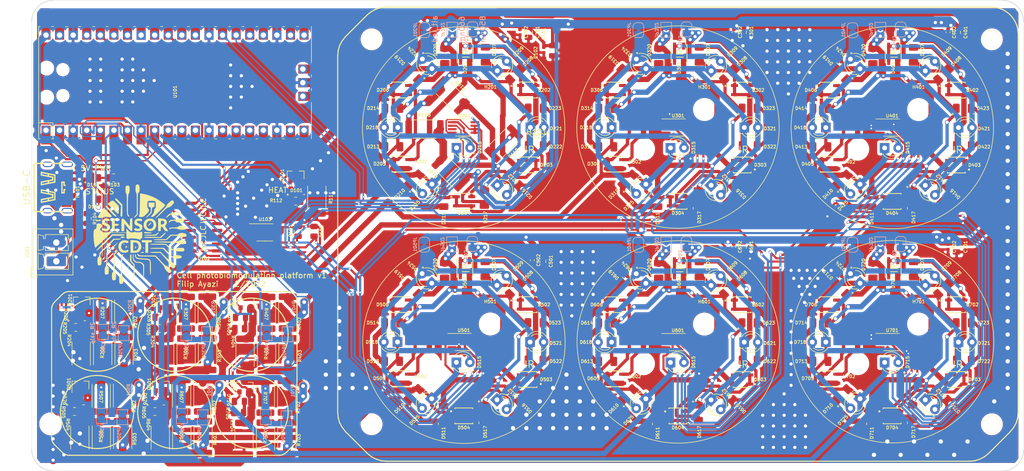
<source format=kicad_pcb>
(kicad_pcb (version 20171130) (host pcbnew 5.1.5+dfsg1-2build2)
  (layers (0 F.Cu signal) (31 B.Cu signal) (34 B.Paste user) (35 F.Paste user) (36 B.SilkS user) (37 F.SilkS user) (38 B.Mask user) (39 F.Mask user) (44 Edge.Cuts user))
  (net 0 "")
  (net 1 +5V)
  (net 2 GND)
  (net 3 /WellIllumination/SERIES_R_V)
  (net 4 SENSE_ADC)
  (net 5 +3V3)
  (net 6 SENSE_MX_0)
  (net 7 SENSE_MX_1)
  (net 8 SENSE_MX_2)
  (net 9 /sheet6212B63C/SERIES_R_V)
  (net 10 /sheet6212C983/SERIES_R_V)
  (net 11 /sheet62132D1C/SERIES_R_V)
  (net 12 /sheet621323AF/SERIES_R_V)
  (net 13 /sheet6212E7E6/SERIES_R_V)
  (net 14 SCL)
  (net 15 SDA)
  (net 16 "Net-(D201-Pad1)")
  (net 17 "Net-(D201-Pad2)")
  (net 18 "Net-(D202-Pad1)")
  (net 19 "Net-(D203-Pad1)")
  (net 20 "Net-(D205-Pad1)")
  (net 21 "Net-(D207-Pad2)")
  (net 22 "Net-(D208-Pad2)")
  (net 23 "Net-(D209-Pad2)")
  (net 24 "Net-(D210-Pad2)")
  (net 25 "Net-(D213-Pad2)")
  (net 26 "Net-(D216-Pad2)")
  (net 27 "Net-(D219-Pad2)")
  (net 28 "Net-(D222-Pad2)")
  (net 29 SIGNAL_0)
  (net 30 "Net-(D226-Pad1)")
  (net 31 "Net-(D301-Pad1)")
  (net 32 "Net-(D301-Pad2)")
  (net 33 "Net-(D302-Pad1)")
  (net 34 "Net-(D303-Pad1)")
  (net 35 "Net-(D305-Pad1)")
  (net 36 "Net-(D307-Pad2)")
  (net 37 "Net-(D308-Pad2)")
  (net 38 "Net-(D309-Pad2)")
  (net 39 "Net-(D310-Pad2)")
  (net 40 "Net-(D313-Pad2)")
  (net 41 "Net-(D316-Pad2)")
  (net 42 "Net-(D319-Pad2)")
  (net 43 "Net-(D322-Pad2)")
  (net 44 SIGNAL_1)
  (net 45 "Net-(D326-Pad1)")
  (net 46 "Net-(D401-Pad1)")
  (net 47 "Net-(D401-Pad2)")
  (net 48 "Net-(D402-Pad1)")
  (net 49 "Net-(D403-Pad1)")
  (net 50 "Net-(D405-Pad1)")
  (net 51 "Net-(D407-Pad2)")
  (net 52 "Net-(D408-Pad2)")
  (net 53 "Net-(D409-Pad2)")
  (net 54 "Net-(D410-Pad2)")
  (net 55 "Net-(D413-Pad2)")
  (net 56 "Net-(D416-Pad2)")
  (net 57 "Net-(D419-Pad2)")
  (net 58 "Net-(D422-Pad2)")
  (net 59 SIGNAL_2)
  (net 60 "Net-(D426-Pad1)")
  (net 61 "Net-(D501-Pad1)")
  (net 62 "Net-(D501-Pad2)")
  (net 63 "Net-(D502-Pad1)")
  (net 64 "Net-(D503-Pad1)")
  (net 65 "Net-(D505-Pad1)")
  (net 66 "Net-(D507-Pad2)")
  (net 67 "Net-(D508-Pad2)")
  (net 68 "Net-(D509-Pad2)")
  (net 69 "Net-(D510-Pad2)")
  (net 70 "Net-(D513-Pad2)")
  (net 71 "Net-(D516-Pad2)")
  (net 72 "Net-(D519-Pad2)")
  (net 73 "Net-(D522-Pad2)")
  (net 74 SIGNAL_5)
  (net 75 "Net-(D526-Pad1)")
  (net 76 "Net-(D601-Pad1)")
  (net 77 "Net-(D601-Pad2)")
  (net 78 "Net-(D602-Pad1)")
  (net 79 "Net-(D603-Pad1)")
  (net 80 "Net-(D605-Pad1)")
  (net 81 "Net-(D607-Pad2)")
  (net 82 "Net-(D608-Pad2)")
  (net 83 "Net-(D609-Pad2)")
  (net 84 "Net-(D610-Pad2)")
  (net 85 "Net-(D613-Pad2)")
  (net 86 "Net-(D616-Pad2)")
  (net 87 "Net-(D619-Pad2)")
  (net 88 "Net-(D622-Pad2)")
  (net 89 SIGNAL_4)
  (net 90 "Net-(D626-Pad1)")
  (net 91 "Net-(D701-Pad1)")
  (net 92 "Net-(D701-Pad2)")
  (net 93 "Net-(D702-Pad1)")
  (net 94 "Net-(D703-Pad1)")
  (net 95 "Net-(D705-Pad1)")
  (net 96 "Net-(D707-Pad2)")
  (net 97 "Net-(D708-Pad2)")
  (net 98 "Net-(D709-Pad2)")
  (net 99 "Net-(D710-Pad2)")
  (net 100 "Net-(D713-Pad2)")
  (net 101 "Net-(D716-Pad2)")
  (net 102 "Net-(D719-Pad2)")
  (net 103 "Net-(D722-Pad2)")
  (net 104 SIGNAL_3)
  (net 105 "Net-(D726-Pad1)")
  (net 106 "Net-(JP205-Pad2)")
  (net 107 "Net-(JP206-Pad2)")
  (net 108 "Net-(JP305-Pad2)")
  (net 109 "Net-(JP306-Pad2)")
  (net 110 "Net-(JP405-Pad2)")
  (net 111 "Net-(JP406-Pad2)")
  (net 112 "Net-(JP505-Pad2)")
  (net 113 "Net-(JP506-Pad2)")
  (net 114 "Net-(JP605-Pad2)")
  (net 115 "Net-(JP606-Pad2)")
  (net 116 "Net-(JP705-Pad2)")
  (net 117 "Net-(JP706-Pad2)")
  (net 118 "Net-(P101-PadA5)")
  (net 119 "Net-(P101-PadB5)")
  (net 120 "Net-(U101-Pad43)")
  (net 121 "Net-(U101-Pad41)")
  (net 122 "Net-(U101-Pad21)")
  (net 123 "Net-(U101-Pad22)")
  (net 124 "Net-(U101-Pad24)")
  (net 125 "Net-(U101-Pad25)")
  (net 126 "Net-(U101-Pad29)")
  (net 127 "Net-(U101-Pad30)")
  (net 128 "Net-(U101-Pad32)")
  (net 129 "Net-(U101-Pad33)")
  (net 130 "Net-(U101-Pad34)")
  (net 131 "Net-(U101-Pad35)")
  (net 132 "Net-(U101-Pad37)")
  (net 133 "Net-(U101-Pad39)")
  (net 134 "Net-(U101-Pad20)")
  (net 135 "Net-(U101-Pad19)")
  (net 136 "Net-(U101-Pad14)")
  (net 137 "Net-(U101-Pad12)")
  (net 138 "Net-(U101-Pad11)")
  (net 139 "Net-(U102-Pad4)")
  (net 140 "Net-(U201-Pad3)")
  (net 141 "Net-(U301-Pad3)")
  (net 142 "Net-(U401-Pad3)")
  (net 143 "Net-(U501-Pad3)")
  (net 144 "Net-(U601-Pad3)")
  (net 145 "Net-(U701-Pad3)")
  (net 146 SIGNAL_TEMP)
  (net 147 "Net-(D101-Pad1)")
  (net 148 "Net-(Q101-Pad3)")
  (net 149 "Net-(R107-Pad1)")
  (net 150 "Net-(R108-Pad1)")
  (net 151 "Net-(R109-Pad2)")
  (net 152 SHUNT_TEMP)
  (net 153 "Net-(P101-Pad4)")
  (net 154 "Net-(P101-Pad3)")
  (net 155 "Net-(P101-Pad2)")
  (net 156 "Net-(P101-Pad1)")
  (net 157 "Net-(U103-Pad3)")
  (net 158 "Net-(R202-Pad2)")
  (net 159 "Net-(R206-Pad2)")
  (net 160 "Net-(R302-Pad2)")
  (net 161 "Net-(R306-Pad2)")
  (net 162 "Net-(R402-Pad2)")
  (net 163 "Net-(R406-Pad2)")
  (net 164 "Net-(R502-Pad2)")
  (net 165 "Net-(R506-Pad2)")
  (net 166 "Net-(R602-Pad2)")
  (net 167 "Net-(R606-Pad2)")
  (net 168 "Net-(R702-Pad2)")
  (net 169 "Net-(R706-Pad2)")
  (net 170 "Net-(D102-Pad1)")
  (net 171 "Net-(D103-Pad2)")
  (net 172 "Net-(D103-Pad1)")
  (module Symbol:6well_plate (layer F.Cu) (at 176.6538 95.3152)
    (fp_text reference H101 (at -12.2174 -20.6836) (layer F.SilkS))
    (fp_text value 6well_plate)
    (pad 4 np_thru_hole circle (at 72.898 -38.0238) (size 3.1 3.1) (drill 3.1) (layers *.Cu *.Mask))
    (pad 3 np_thru_hole circle (at 72.898 33.9598) (size 3.1 3.1) (drill 3.1) (layers *.Cu *.Mask))
    (pad 2 np_thru_hole circle (at -43.1038 33.9598) (size 3.1 3.1) (drill 3.1) (layers *.Cu *.Mask))
    (pad "" np_thru_hole circle (at -43.1038 -38.0238) (size 3.1 3.1) (drill 3.1) (layers *.Cu *.Mask))
  )
  (module MountingHole:MountingHole_3.2mm_M3_small (layer F.Cu) (at 73.55 129.2)
    (fp_text reference REF** hide)
    (fp_text value MountingHole_3.3mm_M3)
    (pad "" np_thru_hole circle (at 0 0) (size 3.3 3.3) (drill 3.3) (layers *.Cu *.Mask))
  )
  (module sensorCDT_logos:sensor_cdt_logo (layer F.Cu) (at 90.25 93.75)
    (fp_text reference G*** hide)
    (fp_text value LOGO hide)
  )
  (module Package_SO:SOIC-16_3.9x9.9mm_P1.27mm (layer F.Cu) (at 102.2 92.4 180)
    (fp_text reference U102 (at 0 -5.9 unlocked) (layer F.SilkS) (effects (font (size 0.6 0.6) (thickness 0.12))))
    (fp_text value CD4051B)
    (pad 16 smd roundrect (at 2.475 -4.445 180) (size 1.95 0.6) (layers F.Cu F.Paste F.Mask) (net 5 +3V3))
    (pad 15 smd roundrect (at 2.475 -3.175 180) (size 1.95 0.6) (layers F.Cu F.Paste F.Mask) (net 10 /sheet6212C983/SERIES_R_V))
    (pad 14 smd roundrect (at 2.475 -1.905 180) (size 1.95 0.6) (layers F.Cu F.Paste F.Mask) (net 9 /sheet6212B63C/SERIES_R_V))
    (pad 13 smd roundrect (at 2.475 -0.635 180) (size 1.95 0.6) (layers F.Cu F.Paste F.Mask) (net 3 /WellIllumination/SERIES_R_V))
    (pad 12 smd roundrect (at 2.475 0.635 180) (size 1.95 0.6) (layers F.Cu F.Paste F.Mask) (net 13 /sheet6212E7E6/SERIES_R_V))
    (pad 11 smd roundrect (at 2.475 1.905 180) (size 1.95 0.6) (layers F.Cu F.Paste F.Mask) (net 6 SENSE_MX_0))
    (pad 10 smd roundrect (at 2.475 3.175 180) (size 1.95 0.6) (layers F.Cu F.Paste F.Mask) (net 7 SENSE_MX_1))
    (pad 9 smd roundrect (at 2.475 4.445 180) (size 1.95 0.6) (layers F.Cu F.Paste F.Mask) (net 8 SENSE_MX_2))
    (pad 8 smd roundrect (at -2.475 4.445 180) (size 1.95 0.6) (layers F.Cu F.Paste F.Mask) (net 2 GND))
    (pad 7 smd roundrect (at -2.475 3.175 180) (size 1.95 0.6) (layers F.Cu F.Paste F.Mask) (net 2 GND))
    (pad 6 smd roundrect (at -2.475 1.905 180) (size 1.95 0.6) (layers F.Cu F.Paste F.Mask) (net 2 GND))
    (pad 5 smd roundrect (at -2.475 0.635 180) (size 1.95 0.6) (layers F.Cu F.Paste F.Mask) (net 11 /sheet62132D1C/SERIES_R_V))
    (pad 4 smd roundrect (at -2.475 -0.635 180) (size 1.95 0.6) (layers F.Cu F.Paste F.Mask) (net 139 "Net-(U102-Pad4)"))
    (pad 3 smd roundrect (at -2.475 -1.905 180) (size 1.95 0.6) (layers F.Cu F.Paste F.Mask) (net 4 SENSE_ADC))
    (pad 2 smd roundrect (at -2.475 -3.175 180) (size 1.95 0.6) (layers F.Cu F.Paste F.Mask) (net 152 SHUNT_TEMP))
    (pad 1 smd roundrect (at -2.475 -4.445 180) (size 1.95 0.6) (layers F.Cu F.Paste F.Mask) (net 12 /sheet621323AF/SERIES_R_V))
  )
  (module Resistor_SMD:R_0805_2012Metric (layer F.Cu) (at 80.4 90.8 270)
    (fp_text reference R104 (at 0 -1.4 90 unlocked) (layer F.SilkS) (effects (font (size 0.6 0.6) (thickness 0.12))))
    (fp_text value 2.2k)
    (pad 2 smd roundrect (at 0.9125 0 270) (size 1.025 1.4) (layers F.Cu F.Paste F.Mask) (roundrect_rratio 0.243902) (net 2 GND))
    (pad 1 smd roundrect (at -0.9125 0 270) (size 1.025 1.4) (layers F.Cu F.Paste F.Mask) (roundrect_rratio 0.243902) (net 172 "Net-(D103-Pad1)"))
  )
  (module Resistor_SMD:R_0805_2012Metric (layer F.Cu) (at 85.3125 83.2)
    (fp_text reference R103 (at 0 1.3 unlocked) (layer F.SilkS) (effects (font (size 0.6 0.6) (thickness 0.12))))
    (fp_text value 2.2k)
    (pad 2 smd roundrect (at 0.9125 0) (size 1.025 1.4) (layers F.Cu F.Paste F.Mask) (roundrect_rratio 0.243902) (net 2 GND))
    (pad 1 smd roundrect (at -0.9125 0) (size 1.025 1.4) (layers F.Cu F.Paste F.Mask) (roundrect_rratio 0.243902) (net 170 "Net-(D102-Pad1)"))
  )
  (module LED_SMD:LED_0805_2012Metric (layer F.Cu) (at 81.6 87.2)
    (fp_text reference D103 (at 0.1 1.4 unlocked) (layer F.SilkS) (effects (font (size 0.6 0.6) (thickness 0.12))))
    (fp_text value STATUS)
    (fp_text user - (at -1.5494 -0.8128) (layer F.SilkS) (effects (font (size 0.5 0.5) (thickness 0.12))))
    (fp_text user + (at 1.524 -0.8128) (layer F.SilkS) (effects (font (size 0.5 0.5) (thickness 0.12))))
    (pad 2 smd roundrect (at 0.9375 0) (size 0.975 1.4) (layers F.Cu F.Paste F.Mask) (net 171 "Net-(D103-Pad2)"))
    (pad 1 smd roundrect (at -0.9375 0) (size 0.975 1.4) (layers F.Cu F.Paste F.Mask) (net 172 "Net-(D103-Pad1)"))
  )
  (module LED_SMD:LED_0805_2012Metric (layer F.Cu) (at 81.5375 83.2 180)
    (fp_text reference D102 (at 0.0375 -1.3 unlocked) (layer F.SilkS) (effects (font (size 0.6 0.6) (thickness 0.12))))
    (fp_text value LED_PWR)
    (fp_text user + (at 1.524 -0.8128) (layer F.SilkS) (effects (font (size 0.5 0.5) (thickness 0.12))))
    (fp_text user - (at -1.5494 -0.8128) (layer F.SilkS) (effects (font (size 0.5 0.5) (thickness 0.12))))
    (pad 1 smd roundrect (at -0.9375 0 180) (size 0.975 1.4) (layers F.Cu F.Paste F.Mask) (net 170 "Net-(D102-Pad1)"))
    (pad 2 smd roundrect (at 0.9375 0 180) (size 0.975 1.4) (layers F.Cu F.Paste F.Mask) (net 1 +5V))
  )
  (module MountingHole:MountingHole_3.2mm_M3_small (layer F.Cu) (at 224.45 117.935)
    (fp_text reference H702 (at -1.6 2.4 unlocked) (layer F.SilkS) (effects (font (size 0.6 0.6) (thickness 0.12))))
    (fp_text value FiberHole)
    (pad "" np_thru_hole circle (at 0 0) (size 3.3 3.3) (drill 3.3) (layers *.Cu *.Mask))
  )
  (module MountingHole:MountingHole_3.2mm_M3_small (layer F.Cu) (at 235.85 110.535)
    (fp_text reference H701 (at 0 -4.2 unlocked) (layer F.SilkS) (effects (font (size 0.6 0.6) (thickness 0.12))))
    (fp_text value FiberHole)
    (pad "" np_thru_hole circle (at 0 0) (size 3.3 3.3) (drill 3.3) (layers *.Cu *.Mask))
  )
  (module MountingHole:MountingHole_3.2mm_M3_small (layer F.Cu) (at 184.39 117.945)
    (fp_text reference H602 (at -1.6 2.4 unlocked) (layer F.SilkS) (effects (font (size 0.6 0.6) (thickness 0.12))))
    (fp_text value FiberHole)
    (pad "" np_thru_hole circle (at 0 0) (size 3.3 3.3) (drill 3.3) (layers *.Cu *.Mask))
  )
  (module MountingHole:MountingHole_3.2mm_M3_small (layer F.Cu) (at 195.79 110.545)
    (fp_text reference H601 (at 0 -4.2 unlocked) (layer F.SilkS) (effects (font (size 0.6 0.6) (thickness 0.12))))
    (fp_text value FiberHole)
    (pad "" np_thru_hole circle (at 0 0) (size 3.3 3.3) (drill 3.3) (layers *.Cu *.Mask))
  )
  (module MountingHole:MountingHole_3.2mm_M3_small (layer F.Cu) (at 144.35 117.925)
    (fp_text reference H502 (at -1.6 2.4 unlocked) (layer F.SilkS) (effects (font (size 0.6 0.6) (thickness 0.12))))
    (fp_text value FiberHole)
    (pad "" np_thru_hole circle (at 0 0) (size 3.3 3.3) (drill 3.3) (layers *.Cu *.Mask))
  )
  (module MountingHole:MountingHole_3.2mm_M3_small (layer F.Cu) (at 155.75 110.525)
    (fp_text reference H501 (at 0 -4.2 unlocked) (layer F.SilkS) (effects (font (size 0.6 0.6) (thickness 0.12))))
    (fp_text value FiberHole)
    (pad "" np_thru_hole circle (at 0 0) (size 3.3 3.3) (drill 3.3) (layers *.Cu *.Mask))
  )
  (module MountingHole:MountingHole_3.2mm_M3_small (layer F.Cu) (at 224.45 77.825)
    (fp_text reference H402 (at -1.6 2.4 unlocked) (layer F.SilkS) (effects (font (size 0.6 0.6) (thickness 0.12))))
    (fp_text value FiberHole)
    (pad "" np_thru_hole circle (at 0 0) (size 3.3 3.3) (drill 3.3) (layers *.Cu *.Mask))
  )
  (module MountingHole:MountingHole_3.2mm_M3_small (layer F.Cu) (at 235.85 70.425)
    (fp_text reference H401 (at 0 -4.2 unlocked) (layer F.SilkS) (effects (font (size 0.6 0.6) (thickness 0.12))))
    (fp_text value FiberHole)
    (pad "" np_thru_hole circle (at 0 0) (size 3.3 3.3) (drill 3.3) (layers *.Cu *.Mask))
  )
  (module MountingHole:MountingHole_3.2mm_M3_small (layer F.Cu) (at 184.404 77.812)
    (fp_text reference H302 (at -1.6 2.4 unlocked) (layer F.SilkS) (effects (font (size 0.6 0.6) (thickness 0.12))))
    (fp_text value FiberHole)
    (pad "" np_thru_hole circle (at 0 0) (size 3.3 3.3) (drill 3.3) (layers *.Cu *.Mask))
  )
  (module MountingHole:MountingHole_3.2mm_M3_small (layer F.Cu) (at 195.804 70.412)
    (fp_text reference H301 (at 0 -4.2 unlocked) (layer F.SilkS) (effects (font (size 0.6 0.6) (thickness 0.12))))
    (fp_text value FiberHole)
    (pad "" np_thru_hole circle (at 0 0) (size 3.3 3.3) (drill 3.3) (layers *.Cu *.Mask))
  )
  (module MountingHole:MountingHole_3.2mm_M3_small (layer F.Cu) (at 144.4 77.8)
    (fp_text reference H202 (at -1.6 2.4 unlocked) (layer F.SilkS) (effects (font (size 0.6 0.6) (thickness 0.12))))
    (fp_text value FiberHole)
    (pad "" np_thru_hole circle (at 0 0) (size 3.3 3.3) (drill 3.3) (layers *.Cu *.Mask))
  )
  (module MountingHole:MountingHole_3.2mm_M3_small (layer F.Cu) (at 155.8 70.4)
    (fp_text reference H201 (at 0 -4.2 unlocked) (layer F.SilkS) (effects (font (size 0.6 0.6) (thickness 0.12))))
    (fp_text value FiberHole)
    (pad "" np_thru_hole circle (at 0 0) (size 3.3 3.3) (drill 3.3) (layers *.Cu *.Mask))
  )
  (module Resistor_THT:R_Axial_DIN0204_L3.6mm_D1.6mm_P1.90mm_Vertical (layer B.Cu) (at 90.3 106.2 270)
    (fp_text reference R201 (at 0.95 1.92 90 unlocked) (layer B.SilkS) (effects (font (size 0.6 0.6) (thickness 0.12)) (justify mirror)))
    (fp_text value 1R)
    (pad 2 thru_hole oval (at 1.9 0 270) (size 1.4 1.4) (drill 0.7) (layers *.Cu *.Mask) (net 18 "Net-(D202-Pad1)"))
    (pad 1 thru_hole circle (at 0 0 270) (size 1.4 1.4) (drill 0.7) (layers *.Cu *.Mask) (net 18 "Net-(D202-Pad1)"))
  )
  (module Resistor_THT:R_Axial_DIN0204_L3.6mm_D1.6mm_P1.90mm_Vertical (layer B.Cu) (at 120.75 122.135 270)
    (fp_text reference R701 (at 0.95 1.92 90 unlocked) (layer B.SilkS) (effects (font (size 0.6 0.6) (thickness 0.12)) (justify mirror)))
    (fp_text value 1R)
    (pad 2 thru_hole oval (at 1.9 0 270) (size 1.4 1.4) (drill 0.7) (layers *.Cu *.Mask) (net 93 "Net-(D702-Pad1)"))
    (pad 1 thru_hole circle (at 0 0 270) (size 1.4 1.4) (drill 0.7) (layers *.Cu *.Mask) (net 93 "Net-(D702-Pad1)"))
  )
  (module Resistor_THT:R_Axial_DIN0204_L3.6mm_D1.6mm_P1.90mm_Vertical (layer B.Cu) (at 105.09 121.945 270)
    (fp_text reference R601 (at 0.95 1.92 90 unlocked) (layer B.SilkS) (effects (font (size 0.6 0.6) (thickness 0.12)) (justify mirror)))
    (fp_text value 1R)
    (pad 2 thru_hole oval (at 1.9 0 270) (size 1.4 1.4) (drill 0.7) (layers *.Cu *.Mask) (net 78 "Net-(D602-Pad1)"))
    (pad 1 thru_hole circle (at 0 0 270) (size 1.4 1.4) (drill 0.7) (layers *.Cu *.Mask) (net 78 "Net-(D602-Pad1)"))
  )
  (module Resistor_THT:R_Axial_DIN0204_L3.6mm_D1.6mm_P1.90mm_Vertical (layer B.Cu) (at 90.05 121.925 270)
    (fp_text reference R501 (at 0.95 1.92 90 unlocked) (layer B.SilkS) (effects (font (size 0.6 0.6) (thickness 0.12)) (justify mirror)))
    (fp_text value 1R)
    (pad 2 thru_hole oval (at 1.9 0 270) (size 1.4 1.4) (drill 0.7) (layers *.Cu *.Mask) (net 63 "Net-(D502-Pad1)"))
    (pad 1 thru_hole circle (at 0 0 270) (size 1.4 1.4) (drill 0.7) (layers *.Cu *.Mask) (net 63 "Net-(D502-Pad1)"))
  )
  (module Resistor_THT:R_Axial_DIN0204_L3.6mm_D1.6mm_P1.90mm_Vertical (layer B.Cu) (at 120.95 106.425 270)
    (fp_text reference R401 (at 0.95 1.92 90 unlocked) (layer B.SilkS) (effects (font (size 0.6 0.6) (thickness 0.12)) (justify mirror)))
    (fp_text value 1R)
    (pad 2 thru_hole oval (at 1.9 0 270) (size 1.4 1.4) (drill 0.7) (layers *.Cu *.Mask) (net 48 "Net-(D402-Pad1)"))
    (pad 1 thru_hole circle (at 0 0 270) (size 1.4 1.4) (drill 0.7) (layers *.Cu *.Mask) (net 48 "Net-(D402-Pad1)"))
  )
  (module Resistor_THT:R_Axial_DIN0204_L3.6mm_D1.6mm_P1.90mm_Vertical (layer B.Cu) (at 105.904 106.412 270)
    (fp_text reference R301 (at 0.95 1.92 90 unlocked) (layer B.SilkS) (effects (font (size 0.6 0.6) (thickness 0.12)) (justify mirror)))
    (fp_text value 1R)
    (pad 2 thru_hole oval (at 1.9 0 270) (size 1.4 1.4) (drill 0.7) (layers *.Cu *.Mask) (net 33 "Net-(D302-Pad1)"))
    (pad 1 thru_hole circle (at 0 0 270) (size 1.4 1.4) (drill 0.7) (layers *.Cu *.Mask) (net 33 "Net-(D302-Pad1)"))
  )
  (module Resistor_SMD:R_2512_6332Metric (layer F.Cu) (at 113.69 124.145 90)
    (fp_text reference R707 (at -0.19 -0.04 270 unlocked) (layer F.SilkS) (effects (font (size 0.6 0.6) (thickness 0.12))))
    (fp_text value 1R)
    (pad 2 smd roundrect (at 2.9625 0 90) (size 1.225 3.35) (layers F.Cu F.Paste F.Mask) (roundrect_rratio 0.204082) (net 117 "Net-(JP706-Pad2)"))
    (pad 1 smd roundrect (at -2.9625 0 90) (size 1.225 3.35) (layers F.Cu F.Paste F.Mask) (roundrect_rratio 0.204082) (net 169 "Net-(R706-Pad2)"))
  )
  (module Resistor_SMD:R_2512_6332Metric (layer F.Cu) (at 113.72 131.935 90)
    (fp_text reference R706 (at 0.2 -0.07 90 unlocked) (layer F.SilkS) (effects (font (size 0.6 0.6) (thickness 0.12))))
    (fp_text value 1R)
    (pad 2 smd roundrect (at 2.9625 0 90) (size 1.225 3.35) (layers F.Cu F.Paste F.Mask) (roundrect_rratio 0.204082) (net 169 "Net-(R706-Pad2)"))
    (pad 1 smd roundrect (at -2.9625 0 90) (size 1.225 3.35) (layers F.Cu F.Paste F.Mask) (roundrect_rratio 0.204082) (net 116 "Net-(JP705-Pad2)"))
  )
  (module Resistor_SMD:R_2512_6332Metric (layer F.Cu) (at 117.71 131.885 270)
    (fp_text reference R703 (at 0.35 -2.24 90 unlocked) (layer F.SilkS) (effects (font (size 0.6 0.6) (thickness 0.12))))
    (fp_text value 1R)
    (pad 2 smd roundrect (at 2.9625 0 270) (size 1.225 3.35) (layers F.Cu F.Paste F.Mask) (roundrect_rratio 0.204082) (net 116 "Net-(JP705-Pad2)"))
    (pad 1 smd roundrect (at -2.9625 0 270) (size 1.225 3.35) (layers F.Cu F.Paste F.Mask) (roundrect_rratio 0.204082) (net 168 "Net-(R702-Pad2)"))
  )
  (module Resistor_SMD:R_2512_6332Metric (layer F.Cu) (at 117.67 124.105 270)
    (fp_text reference R702 (at 2.03 -2.18 90 unlocked) (layer F.SilkS) (effects (font (size 0.6 0.6) (thickness 0.12))))
    (fp_text value 1R)
    (pad 2 smd roundrect (at 2.9625 0 270) (size 1.225 3.35) (layers F.Cu F.Paste F.Mask) (roundrect_rratio 0.204082) (net 168 "Net-(R702-Pad2)"))
    (pad 1 smd roundrect (at -2.9625 0 270) (size 1.225 3.35) (layers F.Cu F.Paste F.Mask) (roundrect_rratio 0.204082) (net 93 "Net-(D702-Pad1)"))
  )
  (module Resistor_SMD:R_2512_6332Metric (layer F.Cu) (at 98.03 123.955 90)
    (fp_text reference R607 (at -0.19 -0.04 270 unlocked) (layer F.SilkS) (effects (font (size 0.6 0.6) (thickness 0.12))))
    (fp_text value 1R)
    (pad 2 smd roundrect (at 2.9625 0 90) (size 1.225 3.35) (layers F.Cu F.Paste F.Mask) (roundrect_rratio 0.204082) (net 115 "Net-(JP606-Pad2)"))
    (pad 1 smd roundrect (at -2.9625 0 90) (size 1.225 3.35) (layers F.Cu F.Paste F.Mask) (roundrect_rratio 0.204082) (net 167 "Net-(R606-Pad2)"))
  )
  (module Resistor_SMD:R_2512_6332Metric (layer F.Cu) (at 98.06 131.745 90)
    (fp_text reference R606 (at 0.2 -0.07 90 unlocked) (layer F.SilkS) (effects (font (size 0.6 0.6) (thickness 0.12))))
    (fp_text value 1R)
    (pad 2 smd roundrect (at 2.9625 0 90) (size 1.225 3.35) (layers F.Cu F.Paste F.Mask) (roundrect_rratio 0.204082) (net 167 "Net-(R606-Pad2)"))
    (pad 1 smd roundrect (at -2.9625 0 90) (size 1.225 3.35) (layers F.Cu F.Paste F.Mask) (roundrect_rratio 0.204082) (net 114 "Net-(JP605-Pad2)"))
  )
  (module Resistor_SMD:R_2512_6332Metric (layer F.Cu) (at 102.05 131.695 270)
    (fp_text reference R603 (at 0.35 -2.24 90 unlocked) (layer F.SilkS) (effects (font (size 0.6 0.6) (thickness 0.12))))
    (fp_text value 1R)
    (pad 2 smd roundrect (at 2.9625 0 270) (size 1.225 3.35) (layers F.Cu F.Paste F.Mask) (roundrect_rratio 0.204082) (net 114 "Net-(JP605-Pad2)"))
    (pad 1 smd roundrect (at -2.9625 0 270) (size 1.225 3.35) (layers F.Cu F.Paste F.Mask) (roundrect_rratio 0.204082) (net 166 "Net-(R602-Pad2)"))
  )
  (module Resistor_SMD:R_2512_6332Metric (layer F.Cu) (at 102.01 123.915 270)
    (fp_text reference R602 (at 2.03 -2.18 90 unlocked) (layer F.SilkS) (effects (font (size 0.6 0.6) (thickness 0.12))))
    (fp_text value 1R)
    (pad 2 smd roundrect (at 2.9625 0 270) (size 1.225 3.35) (layers F.Cu F.Paste F.Mask) (roundrect_rratio 0.204082) (net 166 "Net-(R602-Pad2)"))
    (pad 1 smd roundrect (at -2.9625 0 270) (size 1.225 3.35) (layers F.Cu F.Paste F.Mask) (roundrect_rratio 0.204082) (net 78 "Net-(D602-Pad1)"))
  )
  (module Resistor_SMD:R_2512_6332Metric (layer F.Cu) (at 82.99 123.935 90)
    (fp_text reference R507 (at -0.19 -0.04 270 unlocked) (layer F.SilkS) (effects (font (size 0.6 0.6) (thickness 0.12))))
    (fp_text value 1R)
    (pad 2 smd roundrect (at 2.9625 0 90) (size 1.225 3.35) (layers F.Cu F.Paste F.Mask) (roundrect_rratio 0.204082) (net 113 "Net-(JP506-Pad2)"))
    (pad 1 smd roundrect (at -2.9625 0 90) (size 1.225 3.35) (layers F.Cu F.Paste F.Mask) (roundrect_rratio 0.204082) (net 165 "Net-(R506-Pad2)"))
  )
  (module Resistor_SMD:R_2512_6332Metric (layer F.Cu) (at 83.02 131.725 90)
    (fp_text reference R506 (at 0.2 -0.07 90 unlocked) (layer F.SilkS) (effects (font (size 0.6 0.6) (thickness 0.12))))
    (fp_text value 1R)
    (pad 2 smd roundrect (at 2.9625 0 90) (size 1.225 3.35) (layers F.Cu F.Paste F.Mask) (roundrect_rratio 0.204082) (net 165 "Net-(R506-Pad2)"))
    (pad 1 smd roundrect (at -2.9625 0 90) (size 1.225 3.35) (layers F.Cu F.Paste F.Mask) (roundrect_rratio 0.204082) (net 112 "Net-(JP505-Pad2)"))
  )
  (module Resistor_SMD:R_2512_6332Metric (layer F.Cu) (at 87.01 131.675 270)
    (fp_text reference R503 (at 0.35 -2.24 90 unlocked) (layer F.SilkS) (effects (font (size 0.6 0.6) (thickness 0.12))))
    (fp_text value 1R)
    (pad 2 smd roundrect (at 2.9625 0 270) (size 1.225 3.35) (layers F.Cu F.Paste F.Mask) (roundrect_rratio 0.204082) (net 112 "Net-(JP505-Pad2)"))
    (pad 1 smd roundrect (at -2.9625 0 270) (size 1.225 3.35) (layers F.Cu F.Paste F.Mask) (roundrect_rratio 0.204082) (net 164 "Net-(R502-Pad2)"))
  )
  (module Resistor_SMD:R_2512_6332Metric (layer F.Cu) (at 86.97 123.895 270)
    (fp_text reference R502 (at 2.03 -2.18 90 unlocked) (layer F.SilkS) (effects (font (size 0.6 0.6) (thickness 0.12))))
    (fp_text value 1R)
    (pad 2 smd roundrect (at 2.9625 0 270) (size 1.225 3.35) (layers F.Cu F.Paste F.Mask) (roundrect_rratio 0.204082) (net 164 "Net-(R502-Pad2)"))
    (pad 1 smd roundrect (at -2.9625 0 270) (size 1.225 3.35) (layers F.Cu F.Paste F.Mask) (roundrect_rratio 0.204082) (net 63 "Net-(D502-Pad1)"))
  )
  (module Resistor_SMD:R_2512_6332Metric (layer F.Cu) (at 113.89 108.435 90)
    (fp_text reference R407 (at -0.19 -0.04 270 unlocked) (layer F.SilkS) (effects (font (size 0.6 0.6) (thickness 0.12))))
    (fp_text value 1R)
    (pad 2 smd roundrect (at 2.9625 0 90) (size 1.225 3.35) (layers F.Cu F.Paste F.Mask) (roundrect_rratio 0.204082) (net 111 "Net-(JP406-Pad2)"))
    (pad 1 smd roundrect (at -2.9625 0 90) (size 1.225 3.35) (layers F.Cu F.Paste F.Mask) (roundrect_rratio 0.204082) (net 163 "Net-(R406-Pad2)"))
  )
  (module Resistor_SMD:R_2512_6332Metric (layer F.Cu) (at 113.92 116.225 90)
    (fp_text reference R406 (at 0.2 -0.07 90 unlocked) (layer F.SilkS) (effects (font (size 0.6 0.6) (thickness 0.12))))
    (fp_text value 1R)
    (pad 2 smd roundrect (at 2.9625 0 90) (size 1.225 3.35) (layers F.Cu F.Paste F.Mask) (roundrect_rratio 0.204082) (net 163 "Net-(R406-Pad2)"))
    (pad 1 smd roundrect (at -2.9625 0 90) (size 1.225 3.35) (layers F.Cu F.Paste F.Mask) (roundrect_rratio 0.204082) (net 110 "Net-(JP405-Pad2)"))
  )
  (module Resistor_SMD:R_2512_6332Metric (layer F.Cu) (at 117.91 116.175 270)
    (fp_text reference R403 (at 0.35 -2.24 90 unlocked) (layer F.SilkS) (effects (font (size 0.6 0.6) (thickness 0.12))))
    (fp_text value 1R)
    (pad 2 smd roundrect (at 2.9625 0 270) (size 1.225 3.35) (layers F.Cu F.Paste F.Mask) (roundrect_rratio 0.204082) (net 110 "Net-(JP405-Pad2)"))
    (pad 1 smd roundrect (at -2.9625 0 270) (size 1.225 3.35) (layers F.Cu F.Paste F.Mask) (roundrect_rratio 0.204082) (net 162 "Net-(R402-Pad2)"))
  )
  (module Resistor_SMD:R_2512_6332Metric (layer F.Cu) (at 117.87 108.395 270)
    (fp_text reference R402 (at 2.03 -2.18 90 unlocked) (layer F.SilkS) (effects (font (size 0.6 0.6) (thickness 0.12))))
    (fp_text value 1R)
    (pad 2 smd roundrect (at 2.9625 0 270) (size 1.225 3.35) (layers F.Cu F.Paste F.Mask) (roundrect_rratio 0.204082) (net 162 "Net-(R402-Pad2)"))
    (pad 1 smd roundrect (at -2.9625 0 270) (size 1.225 3.35) (layers F.Cu F.Paste F.Mask) (roundrect_rratio 0.204082) (net 48 "Net-(D402-Pad1)"))
  )
  (module Resistor_SMD:R_2512_6332Metric (layer F.Cu) (at 98.844 108.422 90)
    (fp_text reference R307 (at -0.19 -0.04 270 unlocked) (layer F.SilkS) (effects (font (size 0.6 0.6) (thickness 0.12))))
    (fp_text value 1R)
    (pad 2 smd roundrect (at 2.9625 0 90) (size 1.225 3.35) (layers F.Cu F.Paste F.Mask) (roundrect_rratio 0.204082) (net 109 "Net-(JP306-Pad2)"))
    (pad 1 smd roundrect (at -2.9625 0 90) (size 1.225 3.35) (layers F.Cu F.Paste F.Mask) (roundrect_rratio 0.204082) (net 161 "Net-(R306-Pad2)"))
  )
  (module Resistor_SMD:R_2512_6332Metric (layer F.Cu) (at 98.874 116.212 90)
    (fp_text reference R306 (at 0.2 -0.07 90 unlocked) (layer F.SilkS) (effects (font (size 0.6 0.6) (thickness 0.12))))
    (fp_text value 1R)
    (pad 2 smd roundrect (at 2.9625 0 90) (size 1.225 3.35) (layers F.Cu F.Paste F.Mask) (roundrect_rratio 0.204082) (net 161 "Net-(R306-Pad2)"))
    (pad 1 smd roundrect (at -2.9625 0 90) (size 1.225 3.35) (layers F.Cu F.Paste F.Mask) (roundrect_rratio 0.204082) (net 108 "Net-(JP305-Pad2)"))
  )
  (module Resistor_SMD:R_2512_6332Metric (layer F.Cu) (at 102.864 116.162 270)
    (fp_text reference R303 (at 0.35 -2.24 90 unlocked) (layer F.SilkS) (effects (font (size 0.6 0.6) (thickness 0.12))))
    (fp_text value 1R)
    (pad 2 smd roundrect (at 2.9625 0 270) (size 1.225 3.35) (layers F.Cu F.Paste F.Mask) (roundrect_rratio 0.204082) (net 108 "Net-(JP305-Pad2)"))
    (pad 1 smd roundrect (at -2.9625 0 270) (size 1.225 3.35) (layers F.Cu F.Paste F.Mask) (roundrect_rratio 0.204082) (net 160 "Net-(R302-Pad2)"))
  )
  (module Resistor_SMD:R_2512_6332Metric (layer F.Cu) (at 102.824 108.382 270)
    (fp_text reference R302 (at 2.03 -2.18 90 unlocked) (layer F.SilkS) (effects (font (size 0.6 0.6) (thickness 0.12))))
    (fp_text value 1R)
    (pad 2 smd roundrect (at 2.9625 0 270) (size 1.225 3.35) (layers F.Cu F.Paste F.Mask) (roundrect_rratio 0.204082) (net 160 "Net-(R302-Pad2)"))
    (pad 1 smd roundrect (at -2.9625 0 270) (size 1.225 3.35) (layers F.Cu F.Paste F.Mask) (roundrect_rratio 0.204082) (net 33 "Net-(D302-Pad1)"))
  )
  (module Resistor_SMD:R_2512_6332Metric (layer F.Cu) (at 83.24 108.21 90)
    (fp_text reference R207 (at -0.19 -0.04 270 unlocked) (layer F.SilkS) (effects (font (size 0.6 0.6) (thickness 0.12))))
    (fp_text value 1R)
    (pad 2 smd roundrect (at 2.9625 0 90) (size 1.225 3.35) (layers F.Cu F.Paste F.Mask) (roundrect_rratio 0.204082) (net 107 "Net-(JP206-Pad2)"))
    (pad 1 smd roundrect (at -2.9625 0 90) (size 1.225 3.35) (layers F.Cu F.Paste F.Mask) (roundrect_rratio 0.204082) (net 159 "Net-(R206-Pad2)"))
  )
  (module Resistor_SMD:R_2512_6332Metric (layer F.Cu) (at 83.27 116 90)
    (fp_text reference R206 (at 0.2 -0.07 90 unlocked) (layer F.SilkS) (effects (font (size 0.6 0.6) (thickness 0.12))))
    (fp_text value 1R)
    (pad 2 smd roundrect (at 2.9625 0 90) (size 1.225 3.35) (layers F.Cu F.Paste F.Mask) (roundrect_rratio 0.204082) (net 159 "Net-(R206-Pad2)"))
    (pad 1 smd roundrect (at -2.9625 0 90) (size 1.225 3.35) (layers F.Cu F.Paste F.Mask) (roundrect_rratio 0.204082) (net 106 "Net-(JP205-Pad2)"))
  )
  (module Resistor_SMD:R_2512_6332Metric (layer F.Cu) (at 87.26 115.95 270)
    (fp_text reference R203 (at 0.35 -2.24 90 unlocked) (layer F.SilkS) (effects (font (size 0.6 0.6) (thickness 0.12))))
    (fp_text value 1R)
    (pad 2 smd roundrect (at 2.9625 0 270) (size 1.225 3.35) (layers F.Cu F.Paste F.Mask) (roundrect_rratio 0.204082) (net 106 "Net-(JP205-Pad2)"))
    (pad 1 smd roundrect (at -2.9625 0 270) (size 1.225 3.35) (layers F.Cu F.Paste F.Mask) (roundrect_rratio 0.204082) (net 158 "Net-(R202-Pad2)"))
  )
  (module Resistor_SMD:R_2512_6332Metric (layer F.Cu) (at 87.22 108.17 270)
    (fp_text reference R202 (at 2.03 -2.18 90 unlocked) (layer F.SilkS) (effects (font (size 0.6 0.6) (thickness 0.12))))
    (fp_text value 1R)
    (pad 2 smd roundrect (at 2.9625 0 270) (size 1.225 3.35) (layers F.Cu F.Paste F.Mask) (roundrect_rratio 0.204082) (net 158 "Net-(R202-Pad2)"))
    (pad 1 smd roundrect (at -2.9625 0 270) (size 1.225 3.35) (layers F.Cu F.Paste F.Mask) (roundrect_rratio 0.204082) (net 18 "Net-(D202-Pad1)"))
  )
  (module Package_SO:MSOP-8_3x3mm_P0.65mm (layer F.Cu) (at 230.8 113.91)
    (fp_text reference U701 (at 0.1 -2.2 unlocked) (layer F.SilkS) (effects (font (size 0.6 0.6) (thickness 0.12))))
    (fp_text value LM75B)
    (pad 8 smd roundrect (at 2.1125 -0.975) (size 1.625 0.4) (layers F.Cu F.Paste F.Mask) (net 5 +3V3))
    (pad 7 smd roundrect (at 2.1125 -0.325) (size 1.625 0.4) (layers F.Cu F.Paste F.Mask) (net 5 +3V3))
    (pad 6 smd roundrect (at 2.1125 0.325) (size 1.625 0.4) (layers F.Cu F.Paste F.Mask) (net 5 +3V3))
    (pad 5 smd roundrect (at 2.1125 0.975) (size 1.625 0.4) (layers F.Cu F.Paste F.Mask) (net 2 GND))
    (pad 4 smd roundrect (at -2.1125 0.975) (size 1.625 0.4) (layers F.Cu F.Paste F.Mask) (net 2 GND))
    (pad 3 smd roundrect (at -2.1125 0.325) (size 1.625 0.4) (layers F.Cu F.Paste F.Mask) (net 145 "Net-(U701-Pad3)"))
    (pad 2 smd roundrect (at -2.1125 -0.325) (size 1.625 0.4) (layers F.Cu F.Paste F.Mask) (net 14 SCL))
    (pad 1 smd roundrect (at -2.1125 -0.975) (size 1.625 0.4) (layers F.Cu F.Paste F.Mask) (net 15 SDA))
  )
  (module Package_SO:MSOP-8_3x3mm_P0.65mm (layer F.Cu) (at 190.74 113.92)
    (fp_text reference U601 (at 0.1 -2.2 unlocked) (layer F.SilkS) (effects (font (size 0.6 0.6) (thickness 0.12))))
    (fp_text value LM75B)
    (pad 8 smd roundrect (at 2.1125 -0.975) (size 1.625 0.4) (layers F.Cu F.Paste F.Mask) (net 5 +3V3))
    (pad 7 smd roundrect (at 2.1125 -0.325) (size 1.625 0.4) (layers F.Cu F.Paste F.Mask) (net 2 GND))
    (pad 6 smd roundrect (at 2.1125 0.325) (size 1.625 0.4) (layers F.Cu F.Paste F.Mask) (net 2 GND))
    (pad 5 smd roundrect (at 2.1125 0.975) (size 1.625 0.4) (layers F.Cu F.Paste F.Mask) (net 5 +3V3))
    (pad 4 smd roundrect (at -2.1125 0.975) (size 1.625 0.4) (layers F.Cu F.Paste F.Mask) (net 2 GND))
    (pad 3 smd roundrect (at -2.1125 0.325) (size 1.625 0.4) (layers F.Cu F.Paste F.Mask) (net 144 "Net-(U601-Pad3)"))
    (pad 2 smd roundrect (at -2.1125 -0.325) (size 1.625 0.4) (layers F.Cu F.Paste F.Mask) (net 14 SCL))
    (pad 1 smd roundrect (at -2.1125 -0.975) (size 1.625 0.4) (layers F.Cu F.Paste F.Mask) (net 15 SDA))
  )
  (module Package_SO:MSOP-8_3x3mm_P0.65mm (layer F.Cu) (at 150.7 113.9)
    (fp_text reference U501 (at 0.1 -2.2 unlocked) (layer F.SilkS) (effects (font (size 0.6 0.6) (thickness 0.12))))
    (fp_text value LM75B)
    (pad 8 smd roundrect (at 2.1125 -0.975) (size 1.625 0.4) (layers F.Cu F.Paste F.Mask) (net 5 +3V3))
    (pad 7 smd roundrect (at 2.1125 -0.325) (size 1.625 0.4) (layers F.Cu F.Paste F.Mask) (net 5 +3V3))
    (pad 6 smd roundrect (at 2.1125 0.325) (size 1.625 0.4) (layers F.Cu F.Paste F.Mask) (net 2 GND))
    (pad 5 smd roundrect (at 2.1125 0.975) (size 1.625 0.4) (layers F.Cu F.Paste F.Mask) (net 5 +3V3))
    (pad 4 smd roundrect (at -2.1125 0.975) (size 1.625 0.4) (layers F.Cu F.Paste F.Mask) (net 2 GND))
    (pad 3 smd roundrect (at -2.1125 0.325) (size 1.625 0.4) (layers F.Cu F.Paste F.Mask) (net 143 "Net-(U501-Pad3)"))
    (pad 2 smd roundrect (at -2.1125 -0.325) (size 1.625 0.4) (layers F.Cu F.Paste F.Mask) (net 14 SCL))
    (pad 1 smd roundrect (at -2.1125 -0.975) (size 1.625 0.4) (layers F.Cu F.Paste F.Mask) (net 15 SDA))
  )
  (module Package_SO:MSOP-8_3x3mm_P0.65mm (layer F.Cu) (at 230.8 73.8)
    (fp_text reference U401 (at 0.1 -2.2 unlocked) (layer F.SilkS) (effects (font (size 0.6 0.6) (thickness 0.12))))
    (fp_text value LM75B)
    (pad 8 smd roundrect (at 2.1125 -0.975) (size 1.625 0.4) (layers F.Cu F.Paste F.Mask) (net 5 +3V3))
    (pad 7 smd roundrect (at 2.1125 -0.325) (size 1.625 0.4) (layers F.Cu F.Paste F.Mask) (net 2 GND))
    (pad 6 smd roundrect (at 2.1125 0.325) (size 1.625 0.4) (layers F.Cu F.Paste F.Mask) (net 5 +3V3))
    (pad 5 smd roundrect (at 2.1125 0.975) (size 1.625 0.4) (layers F.Cu F.Paste F.Mask) (net 2 GND))
    (pad 4 smd roundrect (at -2.1125 0.975) (size 1.625 0.4) (layers F.Cu F.Paste F.Mask) (net 2 GND))
    (pad 3 smd roundrect (at -2.1125 0.325) (size 1.625 0.4) (layers F.Cu F.Paste F.Mask) (net 142 "Net-(U401-Pad3)"))
    (pad 2 smd roundrect (at -2.1125 -0.325) (size 1.625 0.4) (layers F.Cu F.Paste F.Mask) (net 14 SCL))
    (pad 1 smd roundrect (at -2.1125 -0.975) (size 1.625 0.4) (layers F.Cu F.Paste F.Mask) (net 15 SDA))
  )
  (module Package_SO:MSOP-8_3x3mm_P0.65mm (layer F.Cu) (at 190.754 73.787)
    (fp_text reference U301 (at 0.1 -2.2 unlocked) (layer F.SilkS) (effects (font (size 0.6 0.6) (thickness 0.12))))
    (fp_text value LM75B)
    (pad 8 smd roundrect (at 2.1125 -0.975) (size 1.625 0.4) (layers F.Cu F.Paste F.Mask) (net 5 +3V3))
    (pad 7 smd roundrect (at 2.1125 -0.325) (size 1.625 0.4) (layers F.Cu F.Paste F.Mask) (net 5 +3V3))
    (pad 6 smd roundrect (at 2.1125 0.325) (size 1.625 0.4) (layers F.Cu F.Paste F.Mask) (net 2 GND))
    (pad 5 smd roundrect (at 2.1125 0.975) (size 1.625 0.4) (layers F.Cu F.Paste F.Mask) (net 2 GND))
    (pad 4 smd roundrect (at -2.1125 0.975) (size 1.625 0.4) (layers F.Cu F.Paste F.Mask) (net 2 GND))
    (pad 3 smd roundrect (at -2.1125 0.325) (size 1.625 0.4) (layers F.Cu F.Paste F.Mask) (net 141 "Net-(U301-Pad3)"))
    (pad 2 smd roundrect (at -2.1125 -0.325) (size 1.625 0.4) (layers F.Cu F.Paste F.Mask) (net 14 SCL))
    (pad 1 smd roundrect (at -2.1125 -0.975) (size 1.625 0.4) (layers F.Cu F.Paste F.Mask) (net 15 SDA))
  )
  (module Jumper:SolderJumper-2_P1.3mm_Bridged_RoundedPad1.0x1.5mm (layer B.Cu) (at 232.5 95.56 270)
    (fp_text reference JP703 (at 2.55 1.2 270 unlocked) (layer B.SilkS) (effects (font (size 0.6 0.6) (thickness 0.12)) (justify mirror)))
    (fp_text value 850nm)
    (fp_poly (pts (xy 0.25 0.3) (xy -0.25 0.3) (xy -0.25 -0.3) (xy 0.25 -0.3)) (layer B.Cu) (width 0))
    (pad 1 smd custom (at -0.65 0 270) (size 1 0.5) (layers B.Cu B.Mask) (net 1 +5V) (options (clearance outline) (anchor rect)) (primitives (gr_circle (center 0 -0.25) (end 0.5 -0.25) (width 0)) (gr_circle (center 0 0.25) (end 0.5 0.25) (width 0)) (gr_poly (pts (xy 0 0.75) (xy 0.5 0.75) (xy 0.5 -0.75) (xy 0 -0.75)) (width 0))))
    (pad 2 smd custom (at 0.65 0 270) (size 1 0.5) (layers B.Cu B.Mask) (net 92 "Net-(D701-Pad2)") (options (clearance outline) (anchor rect)) (primitives (gr_circle (center 0 -0.25) (end 0.5 -0.25) (width 0)) (gr_circle (center 0 0.25) (end 0.5 0.25) (width 0)) (gr_poly (pts (xy 0 0.75) (xy -0.5 0.75) (xy -0.5 -0.75) (xy 0 -0.75)) (width 0))))
  )
  (module Jumper:SolderJumper-2_P1.3mm_Open_TrianglePad1.0x1.5mm (layer B.Cu) (at 228.7 95.635 270)
    (fp_text reference JP702 (at 0.025 1.8 270 unlocked) (layer B.SilkS) (effects (font (size 0.6 0.6) (thickness 0.12)) (justify mirror)))
    (fp_text value 660nm)
    (pad 1 smd custom (at -0.725 0 270) (size 0.3 0.3) (layers B.Cu B.Mask) (net 1 +5V) (options (clearance outline) (anchor rect)) (primitives (gr_poly (pts (xy -0.5 0.75) (xy 0.5 0.75) (xy 1 0) (xy 0.5 -0.75) (xy -0.5 -0.75)) (width 0))))
    (pad 2 smd custom (at 0.725 0 270) (size 0.3 0.3) (layers B.Cu B.Mask) (net 97 "Net-(D708-Pad2)") (options (clearance outline) (anchor rect)) (primitives (gr_poly (pts (xy -0.65 0.75) (xy 0.5 0.75) (xy 0.5 -0.75) (xy -0.65 -0.75) (xy -0.15 0)) (width 0))))
  )
  (module Jumper:SolderJumper-2_P1.3mm_Bridged_RoundedPad1.0x1.5mm (layer B.Cu) (at 223.5 95.71 270)
    (fp_text reference JP701 (at -0.05 1.7 90 unlocked) (layer B.SilkS) (effects (font (size 0.6 0.6) (thickness 0.12)) (justify mirror)))
    (fp_text value alt_led)
    (fp_poly (pts (xy 0.25 0.3) (xy -0.25 0.3) (xy -0.25 -0.3) (xy 0.25 -0.3)) (layer B.Cu) (width 0))
    (pad 1 smd custom (at -0.65 0 270) (size 1 0.5) (layers B.Cu B.Mask) (net 1 +5V) (options (clearance outline) (anchor rect)) (primitives (gr_circle (center 0 -0.25) (end 0.5 -0.25) (width 0)) (gr_circle (center 0 0.25) (end 0.5 0.25) (width 0)) (gr_poly (pts (xy 0 0.75) (xy 0.5 0.75) (xy 0.5 -0.75) (xy 0 -0.75)) (width 0))))
    (pad 2 smd custom (at 0.65 0 270) (size 1 0.5) (layers B.Cu B.Mask) (net 98 "Net-(D709-Pad2)") (options (clearance outline) (anchor rect)) (primitives (gr_circle (center 0 -0.25) (end 0.5 -0.25) (width 0)) (gr_circle (center 0 0.25) (end 0.5 0.25) (width 0)) (gr_poly (pts (xy 0 0.75) (xy -0.5 0.75) (xy -0.5 -0.75) (xy 0 -0.75)) (width 0))))
  )
  (module Jumper:SolderJumper-2_P1.3mm_Bridged_RoundedPad1.0x1.5mm (layer B.Cu) (at 192.44 95.57 270)
    (fp_text reference JP603 (at 2.55 1.2 270 unlocked) (layer B.SilkS) (effects (font (size 0.6 0.6) (thickness 0.12)) (justify mirror)))
    (fp_text value 850nm)
    (fp_poly (pts (xy 0.25 0.3) (xy -0.25 0.3) (xy -0.25 -0.3) (xy 0.25 -0.3)) (layer B.Cu) (width 0))
    (pad 1 smd custom (at -0.65 0 270) (size 1 0.5) (layers B.Cu B.Mask) (net 1 +5V) (options (clearance outline) (anchor rect)) (primitives (gr_circle (center 0 -0.25) (end 0.5 -0.25) (width 0)) (gr_circle (center 0 0.25) (end 0.5 0.25) (width 0)) (gr_poly (pts (xy 0 0.75) (xy 0.5 0.75) (xy 0.5 -0.75) (xy 0 -0.75)) (width 0))))
    (pad 2 smd custom (at 0.65 0 270) (size 1 0.5) (layers B.Cu B.Mask) (net 77 "Net-(D601-Pad2)") (options (clearance outline) (anchor rect)) (primitives (gr_circle (center 0 -0.25) (end 0.5 -0.25) (width 0)) (gr_circle (center 0 0.25) (end 0.5 0.25) (width 0)) (gr_poly (pts (xy 0 0.75) (xy -0.5 0.75) (xy -0.5 -0.75) (xy 0 -0.75)) (width 0))))
  )
  (module Jumper:SolderJumper-2_P1.3mm_Open_TrianglePad1.0x1.5mm (layer B.Cu) (at 188.64 95.645 270)
    (fp_text reference JP602 (at 0.025 1.8 270 unlocked) (layer B.SilkS) (effects (font (size 0.6 0.6) (thickness 0.12)) (justify mirror)))
    (fp_text value 660nm)
    (pad 1 smd custom (at -0.725 0 270) (size 0.3 0.3) (layers B.Cu B.Mask) (net 1 +5V) (options (clearance outline) (anchor rect)) (primitives (gr_poly (pts (xy -0.5 0.75) (xy 0.5 0.75) (xy 1 0) (xy 0.5 -0.75) (xy -0.5 -0.75)) (width 0))))
    (pad 2 smd custom (at 0.725 0 270) (size 0.3 0.3) (layers B.Cu B.Mask) (net 82 "Net-(D608-Pad2)") (options (clearance outline) (anchor rect)) (primitives (gr_poly (pts (xy -0.65 0.75) (xy 0.5 0.75) (xy 0.5 -0.75) (xy -0.65 -0.75) (xy -0.15 0)) (width 0))))
  )
  (module Jumper:SolderJumper-2_P1.3mm_Bridged_RoundedPad1.0x1.5mm (layer B.Cu) (at 183.44 95.72 270)
    (fp_text reference JP601 (at -0.05 1.7 90 unlocked) (layer B.SilkS) (effects (font (size 0.6 0.6) (thickness 0.12)) (justify mirror)))
    (fp_text value alt_led)
    (fp_poly (pts (xy 0.25 0.3) (xy -0.25 0.3) (xy -0.25 -0.3) (xy 0.25 -0.3)) (layer B.Cu) (width 0))
    (pad 1 smd custom (at -0.65 0 270) (size 1 0.5) (layers B.Cu B.Mask) (net 1 +5V) (options (clearance outline) (anchor rect)) (primitives (gr_circle (center 0 -0.25) (end 0.5 -0.25) (width 0)) (gr_circle (center 0 0.25) (end 0.5 0.25) (width 0)) (gr_poly (pts (xy 0 0.75) (xy 0.5 0.75) (xy 0.5 -0.75) (xy 0 -0.75)) (width 0))))
    (pad 2 smd custom (at 0.65 0 270) (size 1 0.5) (layers B.Cu B.Mask) (net 83 "Net-(D609-Pad2)") (options (clearance outline) (anchor rect)) (primitives (gr_circle (center 0 -0.25) (end 0.5 -0.25) (width 0)) (gr_circle (center 0 0.25) (end 0.5 0.25) (width 0)) (gr_poly (pts (xy 0 0.75) (xy -0.5 0.75) (xy -0.5 -0.75) (xy 0 -0.75)) (width 0))))
  )
  (module Jumper:SolderJumper-2_P1.3mm_Bridged_RoundedPad1.0x1.5mm (layer B.Cu) (at 152.4 95.55 270)
    (fp_text reference JP503 (at 2.55 1.2 270 unlocked) (layer B.SilkS) (effects (font (size 0.6 0.6) (thickness 0.12)) (justify mirror)))
    (fp_text value 850nm)
    (fp_poly (pts (xy 0.25 0.3) (xy -0.25 0.3) (xy -0.25 -0.3) (xy 0.25 -0.3)) (layer B.Cu) (width 0))
    (pad 1 smd custom (at -0.65 0 270) (size 1 0.5) (layers B.Cu B.Mask) (net 1 +5V) (options (clearance outline) (anchor rect)) (primitives (gr_circle (center 0 -0.25) (end 0.5 -0.25) (width 0)) (gr_circle (center 0 0.25) (end 0.5 0.25) (width 0)) (gr_poly (pts (xy 0 0.75) (xy 0.5 0.75) (xy 0.5 -0.75) (xy 0 -0.75)) (width 0))))
    (pad 2 smd custom (at 0.65 0 270) (size 1 0.5) (layers B.Cu B.Mask) (net 62 "Net-(D501-Pad2)") (options (clearance outline) (anchor rect)) (primitives (gr_circle (center 0 -0.25) (end 0.5 -0.25) (width 0)) (gr_circle (center 0 0.25) (end 0.5 0.25) (width 0)) (gr_poly (pts (xy 0 0.75) (xy -0.5 0.75) (xy -0.5 -0.75) (xy 0 -0.75)) (width 0))))
  )
  (module Jumper:SolderJumper-2_P1.3mm_Open_TrianglePad1.0x1.5mm (layer B.Cu) (at 148.6 95.625 270)
    (fp_text reference JP502 (at 0.025 1.8 270 unlocked) (layer B.SilkS) (effects (font (size 0.6 0.6) (thickness 0.12)) (justify mirror)))
    (fp_text value 660nm)
    (pad 1 smd custom (at -0.725 0 270) (size 0.3 0.3) (layers B.Cu B.Mask) (net 1 +5V) (options (clearance outline) (anchor rect)) (primitives (gr_poly (pts (xy -0.5 0.75) (xy 0.5 0.75) (xy 1 0) (xy 0.5 -0.75) (xy -0.5 -0.75)) (width 0))))
    (pad 2 smd custom (at 0.725 0 270) (size 0.3 0.3) (layers B.Cu B.Mask) (net 67 "Net-(D508-Pad2)") (options (clearance outline) (anchor rect)) (primitives (gr_poly (pts (xy -0.65 0.75) (xy 0.5 0.75) (xy 0.5 -0.75) (xy -0.65 -0.75) (xy -0.15 0)) (width 0))))
  )
  (module Jumper:SolderJumper-2_P1.3mm_Bridged_RoundedPad1.0x1.5mm (layer B.Cu) (at 143.4 95.7 270)
    (fp_text reference JP501 (at -0.05 1.7 90 unlocked) (layer B.SilkS) (effects (font (size 0.6 0.6) (thickness 0.12)) (justify mirror)))
    (fp_text value alt_led)
    (fp_poly (pts (xy 0.25 0.3) (xy -0.25 0.3) (xy -0.25 -0.3) (xy 0.25 -0.3)) (layer B.Cu) (width 0))
    (pad 1 smd custom (at -0.65 0 270) (size 1 0.5) (layers B.Cu B.Mask) (net 1 +5V) (options (clearance outline) (anchor rect)) (primitives (gr_circle (center 0 -0.25) (end 0.5 -0.25) (width 0)) (gr_circle (center 0 0.25) (end 0.5 0.25) (width 0)) (gr_poly (pts (xy 0 0.75) (xy 0.5 0.75) (xy 0.5 -0.75) (xy 0 -0.75)) (width 0))))
    (pad 2 smd custom (at 0.65 0 270) (size 1 0.5) (layers B.Cu B.Mask) (net 68 "Net-(D509-Pad2)") (options (clearance outline) (anchor rect)) (primitives (gr_circle (center 0 -0.25) (end 0.5 -0.25) (width 0)) (gr_circle (center 0 0.25) (end 0.5 0.25) (width 0)) (gr_poly (pts (xy 0 0.75) (xy -0.5 0.75) (xy -0.5 -0.75) (xy 0 -0.75)) (width 0))))
  )
  (module Jumper:SolderJumper-2_P1.3mm_Bridged_RoundedPad1.0x1.5mm (layer B.Cu) (at 232.5 55.45 270)
    (fp_text reference JP403 (at 2.55 1.2 270 unlocked) (layer B.SilkS) (effects (font (size 0.6 0.6) (thickness 0.12)) (justify mirror)))
    (fp_text value 850nm)
    (fp_poly (pts (xy 0.25 0.3) (xy -0.25 0.3) (xy -0.25 -0.3) (xy 0.25 -0.3)) (layer B.Cu) (width 0))
    (pad 1 smd custom (at -0.65 0 270) (size 1 0.5) (layers B.Cu B.Mask) (net 1 +5V) (options (clearance outline) (anchor rect)) (primitives (gr_circle (center 0 -0.25) (end 0.5 -0.25) (width 0)) (gr_circle (center 0 0.25) (end 0.5 0.25) (width 0)) (gr_poly (pts (xy 0 0.75) (xy 0.5 0.75) (xy 0.5 -0.75) (xy 0 -0.75)) (width 0))))
    (pad 2 smd custom (at 0.65 0 270) (size 1 0.5) (layers B.Cu B.Mask) (net 47 "Net-(D401-Pad2)") (options (clearance outline) (anchor rect)) (primitives (gr_circle (center 0 -0.25) (end 0.5 -0.25) (width 0)) (gr_circle (center 0 0.25) (end 0.5 0.25) (width 0)) (gr_poly (pts (xy 0 0.75) (xy -0.5 0.75) (xy -0.5 -0.75) (xy 0 -0.75)) (width 0))))
  )
  (module Jumper:SolderJumper-2_P1.3mm_Open_TrianglePad1.0x1.5mm (layer B.Cu) (at 228.7 55.525 270)
    (fp_text reference JP402 (at 0.025 1.8 270 unlocked) (layer B.SilkS) (effects (font (size 0.6 0.6) (thickness 0.12)) (justify mirror)))
    (fp_text value 660nm)
    (pad 1 smd custom (at -0.725 0 270) (size 0.3 0.3) (layers B.Cu B.Mask) (net 1 +5V) (options (clearance outline) (anchor rect)) (primitives (gr_poly (pts (xy -0.5 0.75) (xy 0.5 0.75) (xy 1 0) (xy 0.5 -0.75) (xy -0.5 -0.75)) (width 0))))
    (pad 2 smd custom (at 0.725 0 270) (size 0.3 0.3) (layers B.Cu B.Mask) (net 52 "Net-(D408-Pad2)") (options (clearance outline) (anchor rect)) (primitives (gr_poly (pts (xy -0.65 0.75) (xy 0.5 0.75) (xy 0.5 -0.75) (xy -0.65 -0.75) (xy -0.15 0)) (width 0))))
  )
  (module Jumper:SolderJumper-2_P1.3mm_Bridged_RoundedPad1.0x1.5mm (layer B.Cu) (at 223.5 55.6 270)
    (fp_text reference JP401 (at -0.05 1.7 90 unlocked) (layer B.SilkS) (effects (font (size 0.6 0.6) (thickness 0.12)) (justify mirror)))
    (fp_text value alt_led)
    (fp_poly (pts (xy 0.25 0.3) (xy -0.25 0.3) (xy -0.25 -0.3) (xy 0.25 -0.3)) (layer B.Cu) (width 0))
    (pad 1 smd custom (at -0.65 0 270) (size 1 0.5) (layers B.Cu B.Mask) (net 1 +5V) (options (clearance outline) (anchor rect)) (primitives (gr_circle (center 0 -0.25) (end 0.5 -0.25) (width 0)) (gr_circle (center 0 0.25) (end 0.5 0.25) (width 0)) (gr_poly (pts (xy 0 0.75) (xy 0.5 0.75) (xy 0.5 -0.75) (xy 0 -0.75)) (width 0))))
    (pad 2 smd custom (at 0.65 0 270) (size 1 0.5) (layers B.Cu B.Mask) (net 53 "Net-(D409-Pad2)") (options (clearance outline) (anchor rect)) (primitives (gr_circle (center 0 -0.25) (end 0.5 -0.25) (width 0)) (gr_circle (center 0 0.25) (end 0.5 0.25) (width 0)) (gr_poly (pts (xy 0 0.75) (xy -0.5 0.75) (xy -0.5 -0.75) (xy 0 -0.75)) (width 0))))
  )
  (module Jumper:SolderJumper-2_P1.3mm_Bridged_RoundedPad1.0x1.5mm (layer B.Cu) (at 192.454 55.437 270)
    (fp_text reference JP303 (at 2.55 1.2 270 unlocked) (layer B.SilkS) (effects (font (size 0.6 0.6) (thickness 0.12)) (justify mirror)))
    (fp_text value 850nm)
    (fp_poly (pts (xy 0.25 0.3) (xy -0.25 0.3) (xy -0.25 -0.3) (xy 0.25 -0.3)) (layer B.Cu) (width 0))
    (pad 1 smd custom (at -0.65 0 270) (size 1 0.5) (layers B.Cu B.Mask) (net 1 +5V) (options (clearance outline) (anchor rect)) (primitives (gr_circle (center 0 -0.25) (end 0.5 -0.25) (width 0)) (gr_circle (center 0 0.25) (end 0.5 0.25) (width 0)) (gr_poly (pts (xy 0 0.75) (xy 0.5 0.75) (xy 0.5 -0.75) (xy 0 -0.75)) (width 0))))
    (pad 2 smd custom (at 0.65 0 270) (size 1 0.5) (layers B.Cu B.Mask) (net 32 "Net-(D301-Pad2)") (options (clearance outline) (anchor rect)) (primitives (gr_circle (center 0 -0.25) (end 0.5 -0.25) (width 0)) (gr_circle (center 0 0.25) (end 0.5 0.25) (width 0)) (gr_poly (pts (xy 0 0.75) (xy -0.5 0.75) (xy -0.5 -0.75) (xy 0 -0.75)) (width 0))))
  )
  (module Jumper:SolderJumper-2_P1.3mm_Open_TrianglePad1.0x1.5mm (layer B.Cu) (at 188.654 55.512 270)
    (fp_text reference JP302 (at 0.025 1.8 270 unlocked) (layer B.SilkS) (effects (font (size 0.6 0.6) (thickness 0.12)) (justify mirror)))
    (fp_text value 660nm)
    (pad 1 smd custom (at -0.725 0 270) (size 0.3 0.3) (layers B.Cu B.Mask) (net 1 +5V) (options (clearance outline) (anchor rect)) (primitives (gr_poly (pts (xy -0.5 0.75) (xy 0.5 0.75) (xy 1 0) (xy 0.5 -0.75) (xy -0.5 -0.75)) (width 0))))
    (pad 2 smd custom (at 0.725 0 270) (size 0.3 0.3) (layers B.Cu B.Mask) (net 37 "Net-(D308-Pad2)") (options (clearance outline) (anchor rect)) (primitives (gr_poly (pts (xy -0.65 0.75) (xy 0.5 0.75) (xy 0.5 -0.75) (xy -0.65 -0.75) (xy -0.15 0)) (width 0))))
  )
  (module Jumper:SolderJumper-2_P1.3mm_Bridged_RoundedPad1.0x1.5mm (layer B.Cu) (at 183.454 55.587 270)
    (fp_text reference JP301 (at -0.05 1.7 90 unlocked) (layer B.SilkS) (effects (font (size 0.6 0.6) (thickness 0.12)) (justify mirror)))
    (fp_text value alt_led)
    (fp_poly (pts (xy 0.25 0.3) (xy -0.25 0.3) (xy -0.25 -0.3) (xy 0.25 -0.3)) (layer B.Cu) (width 0))
    (pad 1 smd custom (at -0.65 0 270) (size 1 0.5) (layers B.Cu B.Mask) (net 1 +5V) (options (clearance outline) (anchor rect)) (primitives (gr_circle (center 0 -0.25) (end 0.5 -0.25) (width 0)) (gr_circle (center 0 0.25) (end 0.5 0.25) (width 0)) (gr_poly (pts (xy 0 0.75) (xy 0.5 0.75) (xy 0.5 -0.75) (xy 0 -0.75)) (width 0))))
    (pad 2 smd custom (at 0.65 0 270) (size 1 0.5) (layers B.Cu B.Mask) (net 38 "Net-(D309-Pad2)") (options (clearance outline) (anchor rect)) (primitives (gr_circle (center 0 -0.25) (end 0.5 -0.25) (width 0)) (gr_circle (center 0 0.25) (end 0.5 0.25) (width 0)) (gr_poly (pts (xy 0 0.75) (xy -0.5 0.75) (xy -0.5 -0.75) (xy 0 -0.75)) (width 0))))
  )
  (module LED_THT:LED_D3.0mm (layer F.Cu) (at 224.9 124.51 225)
    (fp_text reference D725 (at 5.091169 -0.565685 45 unlocked) (layer F.SilkS) (effects (font (size 0.6 0.6) (thickness 0.12))))
    (fp_text value LED_ALT)
    (fp_text user - (at -0.6096 1.1176 45) (layer F.SilkS) (effects (font (size 0.5 0.5) (thickness 0.12))))
    (fp_text user + (at 3.2258 0.9398 45) (layer F.SilkS) (effects (font (size 0.5 0.5) (thickness 0.12))))
    (pad 2 thru_hole circle (at 2.54 0 225) (size 1.8 1.8) (drill 0.9) (layers *.Cu *.Mask) (net 98 "Net-(D709-Pad2)"))
    (pad 1 thru_hole rect (at 0 0 225) (size 1.8 1.8) (drill 0.9) (layers *.Cu *.Mask) (net 93 "Net-(D702-Pad1)"))
  )
  (module LED_THT:LED_D3.0mm (layer F.Cu) (at 224.9 102.91 135)
    (fp_text reference D724 (at 4.808326 -0.282843 135 unlocked) (layer F.SilkS) (effects (font (size 0.6 0.6) (thickness 0.12))))
    (fp_text value LED_ALT)
    (fp_text user - (at -0.6096 1.1176 135) (layer F.SilkS) (effects (font (size 0.5 0.5) (thickness 0.12))))
    (fp_text user + (at 3.2258 0.9398 135) (layer F.SilkS) (effects (font (size 0.5 0.5) (thickness 0.12))))
    (pad 2 thru_hole circle (at 2.54 0 135) (size 1.8 1.8) (drill 0.9) (layers *.Cu *.Mask) (net 98 "Net-(D709-Pad2)"))
    (pad 1 thru_hole rect (at 0 0 135) (size 1.8 1.8) (drill 0.9) (layers *.Cu *.Mask) (net 93 "Net-(D702-Pad1)"))
  )
  (module LED_SMD:LED_1206_3216Metric (layer F.Cu) (at 244.3 110.31 180)
    (fp_text reference D723 (at -3.6 0 unlocked) (layer F.SilkS) (effects (font (size 0.6 0.6) (thickness 0.12))))
    (fp_text value LED_660nm)
    (fp_text user - (at -1.905 -0.9906) (layer F.SilkS) (effects (font (size 0.5 0.5) (thickness 0.12))))
    (fp_text user + (at 2.0828 -1.016) (layer F.SilkS) (effects (font (size 0.5 0.5) (thickness 0.12))))
    (pad 2 smd roundrect (at 1.4 0 180) (size 1.25 1.75) (layers F.Cu F.Paste F.Mask) (roundrect_rratio 0.2) (net 97 "Net-(D708-Pad2)"))
    (pad 1 smd roundrect (at -1.4 0 180) (size 1.25 1.75) (layers F.Cu F.Paste F.Mask) (roundrect_rratio 0.2) (net 103 "Net-(D722-Pad2)"))
  )
  (module LED_SMD:LED_1206_3216Metric (layer F.Cu) (at 244.299999 117.31)
    (fp_text reference D722 (at 3.800001 0.2 unlocked) (layer F.SilkS) (effects (font (size 0.6 0.6) (thickness 0.12))))
    (fp_text value LED_660nm)
    (fp_text user - (at -1.905 -0.9906) (layer F.SilkS) (effects (font (size 0.5 0.5) (thickness 0.12))))
    (fp_text user + (at 2.0828 -1.016) (layer F.SilkS) (effects (font (size 0.5 0.5) (thickness 0.12))))
    (pad 2 smd roundrect (at 1.4 0) (size 1.25 1.75) (layers F.Cu F.Paste F.Mask) (roundrect_rratio 0.2) (net 103 "Net-(D722-Pad2)"))
    (pad 1 smd roundrect (at -1.4 0) (size 1.25 1.75) (layers F.Cu F.Paste F.Mask) (roundrect_rratio 0.2) (net 93 "Net-(D702-Pad1)"))
  )
  (module LED_THT:LED_D3.0mm (layer F.Cu) (at 243.3 113.91)
    (fp_text reference D721 (at 4.8 0.2 unlocked) (layer F.SilkS) (effects (font (size 0.6 0.6) (thickness 0.12))))
    (fp_text value LED_ALT)
    (fp_text user - (at -0.6096 1.1176) (layer F.SilkS) (effects (font (size 0.5 0.5) (thickness 0.12))))
    (fp_text user + (at 3.2258 0.9398) (layer F.SilkS) (effects (font (size 0.5 0.5) (thickness 0.12))))
    (pad 2 thru_hole circle (at 2.54 0) (size 1.8 1.8) (drill 0.9) (layers *.Cu *.Mask) (net 98 "Net-(D709-Pad2)"))
    (pad 1 thru_hole rect (at 0 0) (size 1.8 1.8) (drill 0.9) (layers *.Cu *.Mask) (net 93 "Net-(D702-Pad1)"))
  )
  (module LED_SMD:LED_1206_3216Metric (layer F.Cu) (at 227.3 100.51 90)
    (fp_text reference D720 (at 1.1 -1.75 90 unlocked) (layer F.SilkS) (effects (font (size 0.6 0.6) (thickness 0.12))))
    (fp_text value LED_660nm)
    (fp_text user - (at -1.905 -0.9906 90) (layer F.SilkS) (effects (font (size 0.5 0.5) (thickness 0.12))))
    (fp_text user + (at 2.0828 -1.016 90) (layer F.SilkS) (effects (font (size 0.5 0.5) (thickness 0.12))))
    (pad 2 smd roundrect (at 1.4 0 90) (size 1.25 1.75) (layers F.Cu F.Paste F.Mask) (roundrect_rratio 0.2) (net 97 "Net-(D708-Pad2)"))
    (pad 1 smd roundrect (at -1.4 0 90) (size 1.25 1.75) (layers F.Cu F.Paste F.Mask) (roundrect_rratio 0.2) (net 102 "Net-(D719-Pad2)"))
  )
  (module LED_SMD:LED_1206_3216Metric (layer F.Cu) (at 221.310051 103.920051 315)
    (fp_text reference D719 (at -3.549748 -0.141421 135 unlocked) (layer F.SilkS) (effects (font (size 0.6 0.6) (thickness 0.12))))
    (fp_text value LED_660nm)
    (fp_text user - (at -1.904999 -0.9906 135) (layer F.SilkS) (effects (font (size 0.5 0.5) (thickness 0.12))))
    (fp_text user + (at 2.0828 -1.015999 135) (layer F.SilkS) (effects (font (size 0.5 0.5) (thickness 0.12))))
    (pad 2 smd roundrect (at 1.4 0 315) (size 1.25 1.75) (layers F.Cu F.Paste F.Mask) (roundrect_rratio 0.2) (net 102 "Net-(D719-Pad2)"))
    (pad 1 smd roundrect (at -1.4 0 315) (size 1.25 1.75) (layers F.Cu F.Paste F.Mask) (roundrect_rratio 0.2) (net 93 "Net-(D702-Pad1)"))
  )
  (module LED_THT:LED_D3.0mm (layer F.Cu) (at 218.5 113.91 180)
    (fp_text reference D718 (at 4.8 0 unlocked) (layer F.SilkS) (effects (font (size 0.6 0.6) (thickness 0.12))))
    (fp_text value LED_ALT)
    (fp_text user - (at -0.6096 1.1176) (layer F.SilkS) (effects (font (size 0.5 0.5) (thickness 0.12))))
    (fp_text user + (at 3.2258 0.9398) (layer F.SilkS) (effects (font (size 0.5 0.5) (thickness 0.12))))
    (pad 2 thru_hole circle (at 2.54 0 180) (size 1.8 1.8) (drill 0.9) (layers *.Cu *.Mask) (net 98 "Net-(D709-Pad2)"))
    (pad 1 thru_hole rect (at 0 0 180) (size 1.8 1.8) (drill 0.9) (layers *.Cu *.Mask) (net 93 "Net-(D702-Pad1)"))
  )
  (module LED_SMD:LED_1206_3216Metric (layer F.Cu) (at 234.7 127.11 90)
    (fp_text reference D717 (at -3.6 0.2 90 unlocked) (layer F.SilkS) (effects (font (size 0.6 0.6) (thickness 0.12))))
    (fp_text value LED_660nm)
    (fp_text user - (at -1.905 -0.9906 90) (layer F.SilkS) (effects (font (size 0.5 0.5) (thickness 0.12))))
    (fp_text user + (at 2.0828 -1.016 90) (layer F.SilkS) (effects (font (size 0.5 0.5) (thickness 0.12))))
    (pad 2 smd roundrect (at 1.4 0 90) (size 1.25 1.75) (layers F.Cu F.Paste F.Mask) (roundrect_rratio 0.2) (net 97 "Net-(D708-Pad2)"))
    (pad 1 smd roundrect (at -1.4 0 90) (size 1.25 1.75) (layers F.Cu F.Paste F.Mask) (roundrect_rratio 0.2) (net 101 "Net-(D716-Pad2)"))
  )
  (module LED_SMD:LED_1206_3216Metric (layer F.Cu) (at 240.110051 123.720051 135)
    (fp_text reference D716 (at -3.662741 0 135 unlocked) (layer F.SilkS) (effects (font (size 0.6 0.6) (thickness 0.12))))
    (fp_text value LED_660nm)
    (fp_text user - (at -1.904999 -0.9906 135) (layer F.SilkS) (effects (font (size 0.5 0.5) (thickness 0.12))))
    (fp_text user + (at 2.0828 -1.015999 135) (layer F.SilkS) (effects (font (size 0.5 0.5) (thickness 0.12))))
    (pad 2 smd roundrect (at 1.4 0 135) (size 1.25 1.75) (layers F.Cu F.Paste F.Mask) (roundrect_rratio 0.2) (net 101 "Net-(D716-Pad2)"))
    (pad 1 smd roundrect (at -1.4 0 135) (size 1.25 1.75) (layers F.Cu F.Paste F.Mask) (roundrect_rratio 0.2) (net 93 "Net-(D702-Pad1)"))
  )
  (module LED_THT:LED_D3.0mm (layer F.Cu) (at 229.5 117.71)
    (fp_text reference D715 (at 4.3 -0.05 90 unlocked) (layer F.SilkS) (effects (font (size 0.6 0.6) (thickness 0.12))))
    (fp_text value LED_ALT)
    (fp_text user - (at -0.6096 1.1176) (layer F.SilkS) (effects (font (size 0.5 0.5) (thickness 0.12))))
    (fp_text user + (at 3.2258 0.9398) (layer F.SilkS) (effects (font (size 0.5 0.5) (thickness 0.12))))
    (pad 2 thru_hole circle (at 2.54 0) (size 1.8 1.8) (drill 0.9) (layers *.Cu *.Mask) (net 98 "Net-(D709-Pad2)"))
    (pad 1 thru_hole rect (at 0 0) (size 1.8 1.8) (drill 0.9) (layers *.Cu *.Mask) (net 93 "Net-(D702-Pad1)"))
  )
  (module LED_SMD:LED_1206_3216Metric (layer F.Cu) (at 217.5 110.31)
    (fp_text reference D714 (at -3.6 0 unlocked) (layer F.SilkS) (effects (font (size 0.6 0.6) (thickness 0.12))))
    (fp_text value LED_660nm)
    (fp_text user - (at -1.905 -0.9906) (layer F.SilkS) (effects (font (size 0.5 0.5) (thickness 0.12))))
    (fp_text user + (at 2.0828 -1.016) (layer F.SilkS) (effects (font (size 0.5 0.5) (thickness 0.12))))
    (pad 2 smd roundrect (at 1.4 0) (size 1.25 1.75) (layers F.Cu F.Paste F.Mask) (roundrect_rratio 0.2) (net 97 "Net-(D708-Pad2)"))
    (pad 1 smd roundrect (at -1.4 0) (size 1.25 1.75) (layers F.Cu F.Paste F.Mask) (roundrect_rratio 0.2) (net 100 "Net-(D713-Pad2)"))
  )
  (module LED_SMD:LED_1206_3216Metric (layer F.Cu) (at 217.499999 117.51 180)
    (fp_text reference D713 (at 3.599999 0 unlocked) (layer F.SilkS) (effects (font (size 0.6 0.6) (thickness 0.12))))
    (fp_text value LED_660nm)
    (fp_text user - (at -1.905 -0.9906) (layer F.SilkS) (effects (font (size 0.5 0.5) (thickness 0.12))))
    (fp_text user + (at 2.0828 -1.016) (layer F.SilkS) (effects (font (size 0.5 0.5) (thickness 0.12))))
    (pad 2 smd roundrect (at 1.4 0 180) (size 1.25 1.75) (layers F.Cu F.Paste F.Mask) (roundrect_rratio 0.2) (net 100 "Net-(D713-Pad2)"))
    (pad 1 smd roundrect (at -1.4 0 180) (size 1.25 1.75) (layers F.Cu F.Paste F.Mask) (roundrect_rratio 0.2) (net 93 "Net-(D702-Pad1)"))
  )
  (module LED_THT:LED_D3.0mm (layer F.Cu) (at 237.1 124.71 315)
    (fp_text reference D712 (at 1.270001 -2.96 135 unlocked) (layer F.SilkS) (effects (font (size 0.6 0.6) (thickness 0.12))))
    (fp_text value LED_ALT)
    (fp_text user - (at -0.6096 1.1176 135) (layer F.SilkS) (effects (font (size 0.5 0.5) (thickness 0.12))))
    (fp_text user + (at 3.2258 0.9398 135) (layer F.SilkS) (effects (font (size 0.5 0.5) (thickness 0.12))))
    (pad 2 thru_hole circle (at 2.54 0 315) (size 1.8 1.8) (drill 0.9) (layers *.Cu *.Mask) (net 98 "Net-(D709-Pad2)"))
    (pad 1 thru_hole rect (at 0 0 315) (size 1.8 1.8) (drill 0.9) (layers *.Cu *.Mask) (net 93 "Net-(D702-Pad1)"))
  )
  (module LED_SMD:LED_1206_3216Metric (layer F.Cu) (at 227.1 127.31 90)
    (fp_text reference D711 (at -3.6 0 90 unlocked) (layer F.SilkS) (effects (font (size 0.6 0.6) (thickness 0.12))))
    (fp_text value LED_660nm)
    (fp_text user - (at -1.905 -0.9906 90) (layer F.SilkS) (effects (font (size 0.5 0.5) (thickness 0.12))))
    (fp_text user + (at 2.0828 -1.016 90) (layer F.SilkS) (effects (font (size 0.5 0.5) (thickness 0.12))))
    (pad 2 smd roundrect (at 1.4 0 90) (size 1.25 1.75) (layers F.Cu F.Paste F.Mask) (roundrect_rratio 0.2) (net 97 "Net-(D708-Pad2)"))
    (pad 1 smd roundrect (at -1.4 0 90) (size 1.25 1.75) (layers F.Cu F.Paste F.Mask) (roundrect_rratio 0.2) (net 99 "Net-(D710-Pad2)"))
  )
  (module LED_SMD:LED_1206_3216Metric (layer F.Cu) (at 221.510051 123.699949 225)
    (fp_text reference D710 (at 3.69117 0 45 unlocked) (layer F.SilkS) (effects (font (size 0.6 0.6) (thickness 0.12))))
    (fp_text value LED_660nm)
    (fp_text user - (at -1.904999 -0.9906 45) (layer F.SilkS) (effects (font (size 0.5 0.5) (thickness 0.12))))
    (fp_text user + (at 2.0828 -1.015999 45) (layer F.SilkS) (effects (font (size 0.5 0.5) (thickness 0.12))))
    (pad 2 smd roundrect (at 1.4 0 225) (size 1.25 1.75) (layers F.Cu F.Paste F.Mask) (roundrect_rratio 0.2) (net 99 "Net-(D710-Pad2)"))
    (pad 1 smd roundrect (at -1.4 0 225) (size 1.25 1.75) (layers F.Cu F.Paste F.Mask) (roundrect_rratio 0.2) (net 93 "Net-(D702-Pad1)"))
  )
  (module LED_THT:LED_D3.0mm (layer F.Cu) (at 237.1 103.31 45)
    (fp_text reference D709 (at 5.374012 0.282843 45 unlocked) (layer F.SilkS) (effects (font (size 0.6 0.6) (thickness 0.12))))
    (fp_text value LED_ALT)
    (fp_text user - (at -0.6096 1.1176 45) (layer F.SilkS) (effects (font (size 0.5 0.5) (thickness 0.12))))
    (fp_text user + (at 3.2258 0.9398 45) (layer F.SilkS) (effects (font (size 0.5 0.5) (thickness 0.12))))
    (pad 2 thru_hole circle (at 2.54 0 45) (size 1.8 1.8) (drill 0.9) (layers *.Cu *.Mask) (net 98 "Net-(D709-Pad2)"))
    (pad 1 thru_hole rect (at 0 0 45) (size 1.8 1.8) (drill 0.9) (layers *.Cu *.Mask) (net 93 "Net-(D702-Pad1)"))
  )
  (module LED_SMD:LED_1206_3216Metric (layer F.Cu) (at 240.5 103.91 225)
    (fp_text reference D708 (at -3.394113 0 45 unlocked) (layer F.SilkS) (effects (font (size 0.6 0.6) (thickness 0.12))))
    (fp_text value LED_660nm)
    (fp_text user - (at -1.904999 -0.9906 45) (layer F.SilkS) (effects (font (size 0.5 0.5) (thickness 0.12))))
    (fp_text user + (at 2.0828 -1.015999 45) (layer F.SilkS) (effects (font (size 0.5 0.5) (thickness 0.12))))
    (pad 2 smd roundrect (at 1.4 0 225) (size 1.25 1.75) (layers F.Cu F.Paste F.Mask) (roundrect_rratio 0.2) (net 97 "Net-(D708-Pad2)"))
    (pad 1 smd roundrect (at -1.4 0 225) (size 1.25 1.75) (layers F.Cu F.Paste F.Mask) (roundrect_rratio 0.2) (net 96 "Net-(D707-Pad2)"))
  )
  (module LED_SMD:LED_1206_3216Metric (layer F.Cu) (at 234.9 100.31 90)
    (fp_text reference D707 (at 0.9 1.65 90 unlocked) (layer F.SilkS) (effects (font (size 0.6 0.6) (thickness 0.12))))
    (fp_text value LED_660nm)
    (fp_text user - (at -1.905 -0.9906 90) (layer F.SilkS) (effects (font (size 0.5 0.5) (thickness 0.12))))
    (fp_text user + (at 2.0828 -1.016 90) (layer F.SilkS) (effects (font (size 0.5 0.5) (thickness 0.12))))
    (pad 2 smd roundrect (at 1.4 0 90) (size 1.25 1.75) (layers F.Cu F.Paste F.Mask) (roundrect_rratio 0.2) (net 96 "Net-(D707-Pad2)"))
    (pad 1 smd roundrect (at -1.4 0 90) (size 1.25 1.75) (layers F.Cu F.Paste F.Mask) (roundrect_rratio 0.2) (net 93 "Net-(D702-Pad1)"))
  )
  (module lcscimport:LED-SMD_4P-L3.2-W2.8-P1.70-TL (layer F.Cu) (at 219.1 106.91)
    (fp_text reference D706 (at -3.4 0 unlocked) (layer F.SilkS) (effects (font (size 0.6 0.6) (thickness 0.12))))
    (fp_text value IR hide)
    (pad 1 smd rect (at -1.428 -0.85 270) (size 0.56 1.305) (layers F.Cu F.Paste F.Mask) (net 93 "Net-(D702-Pad1)"))
    (pad 4 smd rect (at -1.428 0.85 270) (size 0.56 1.305) (layers F.Cu F.Paste F.Mask) (net 93 "Net-(D702-Pad1)"))
    (pad 3 smd rect (at 1.428 0.85 270) (size 0.56 1.305) (layers F.Cu F.Paste F.Mask) (net 93 "Net-(D702-Pad1)"))
    (pad 2 smd rect (at 1.428 -0.85 270) (size 0.56 1.305) (layers F.Cu F.Paste F.Mask) (net 95 "Net-(D705-Pad1)"))
  )
  (module lcscimport:LED-SMD_4P-L3.2-W2.8-P1.70-TL (layer F.Cu) (at 219.128 120.76)
    (fp_text reference D705 (at -4.028 -0.05 unlocked) (layer F.SilkS) (effects (font (size 0.6 0.6) (thickness 0.12))))
    (fp_text value IR hide)
    (pad 1 smd rect (at -1.428 -0.85 270) (size 0.56 1.305) (layers F.Cu F.Paste F.Mask) (net 95 "Net-(D705-Pad1)"))
    (pad 4 smd rect (at -1.428 0.85 270) (size 0.56 1.305) (layers F.Cu F.Paste F.Mask) (net 95 "Net-(D705-Pad1)"))
    (pad 3 smd rect (at 1.428 0.85 270) (size 0.56 1.305) (layers F.Cu F.Paste F.Mask) (net 95 "Net-(D705-Pad1)"))
    (pad 2 smd rect (at 1.428 -0.85 270) (size 0.56 1.305) (layers F.Cu F.Paste F.Mask) (net 92 "Net-(D701-Pad2)"))
  )
  (module lcscimport:LED-SMD_4P-L3.2-W2.8-P1.70-TL (layer F.Cu) (at 230.9 127.71)
    (fp_text reference D704 (at 0 2.2 unlocked) (layer F.SilkS) (effects (font (size 0.6 0.6) (thickness 0.12))))
    (fp_text value IR hide)
    (pad 1 smd rect (at -1.428 -0.85 270) (size 0.56 1.305) (layers F.Cu F.Paste F.Mask) (net 93 "Net-(D702-Pad1)"))
    (pad 4 smd rect (at -1.428 0.85 270) (size 0.56 1.305) (layers F.Cu F.Paste F.Mask) (net 93 "Net-(D702-Pad1)"))
    (pad 3 smd rect (at 1.428 0.85 270) (size 0.56 1.305) (layers F.Cu F.Paste F.Mask) (net 93 "Net-(D702-Pad1)"))
    (pad 2 smd rect (at 1.428 -0.85 270) (size 0.56 1.305) (layers F.Cu F.Paste F.Mask) (net 94 "Net-(D703-Pad1)"))
  )
  (module lcscimport:LED-SMD_4P-L3.2-W2.8-P1.70-TL (layer F.Cu) (at 242.9 120.91 180)
    (fp_text reference D703 (at -3.4 0 unlocked) (layer F.SilkS) (effects (font (size 0.6 0.6) (thickness 0.12))))
    (fp_text value IR (at -0.249751 2.822001) (layer F.SilkS) (effects (font (size 1.27 1.27))))
    (pad 1 smd rect (at -1.428 -0.85 90) (size 0.56 1.305) (layers F.Cu F.Paste F.Mask) (net 94 "Net-(D703-Pad1)"))
    (pad 4 smd rect (at -1.428 0.85 90) (size 0.56 1.305) (layers F.Cu F.Paste F.Mask) (net 94 "Net-(D703-Pad1)"))
    (pad 3 smd rect (at 1.428 0.85 90) (size 0.56 1.305) (layers F.Cu F.Paste F.Mask) (net 94 "Net-(D703-Pad1)"))
    (pad 2 smd rect (at 1.428 -0.85 90) (size 0.56 1.305) (layers F.Cu F.Paste F.Mask) (net 92 "Net-(D701-Pad2)"))
  )
  (module lcscimport:LED-SMD_4P-L3.2-W2.8-P1.70-TL (layer F.Cu) (at 242.9 106.91)
    (fp_text reference D702 (at 3 0 unlocked) (layer F.SilkS) (effects (font (size 0.6 0.6) (thickness 0.12))))
    (fp_text value IR hide)
    (pad 1 smd rect (at -1.428 -0.85 270) (size 0.56 1.305) (layers F.Cu F.Paste F.Mask) (net 93 "Net-(D702-Pad1)"))
    (pad 4 smd rect (at -1.428 0.85 270) (size 0.56 1.305) (layers F.Cu F.Paste F.Mask) (net 93 "Net-(D702-Pad1)"))
    (pad 3 smd rect (at 1.428 0.85 270) (size 0.56 1.305) (layers F.Cu F.Paste F.Mask) (net 93 "Net-(D702-Pad1)"))
    (pad 2 smd rect (at 1.428 -0.85 270) (size 0.56 1.305) (layers F.Cu F.Paste F.Mask) (net 91 "Net-(D701-Pad1)"))
  )
  (module lcscimport:LED-SMD_4P-L3.2-W2.8-P1.70-TL (layer F.Cu) (at 231.1 100.11 270)
    (fp_text reference D701 (at 2.6 0 90 unlocked) (layer F.SilkS) (effects (font (size 0.6 0.6) (thickness 0.12))))
    (fp_text value IR (at 0 -0.2 90) (layer F.SilkS) (effects (font (size 1.27 1.27))))
    (pad 1 smd rect (at -1.428 -0.85 180) (size 0.56 1.305) (layers F.Cu F.Paste F.Mask) (net 91 "Net-(D701-Pad1)"))
    (pad 4 smd rect (at -1.428 0.85 180) (size 0.56 1.305) (layers F.Cu F.Paste F.Mask) (net 91 "Net-(D701-Pad1)"))
    (pad 3 smd rect (at 1.428 0.85 180) (size 0.56 1.305) (layers F.Cu F.Paste F.Mask) (net 91 "Net-(D701-Pad1)"))
    (pad 2 smd rect (at 1.428 -0.85 180) (size 0.56 1.305) (layers F.Cu F.Paste F.Mask) (net 92 "Net-(D701-Pad2)"))
  )
  (module LED_THT:LED_D3.0mm (layer F.Cu) (at 184.84 124.52 225)
    (fp_text reference D625 (at 5.091169 -0.565685 45 unlocked) (layer F.SilkS) (effects (font (size 0.6 0.6) (thickness 0.12))))
    (fp_text value LED_ALT)
    (fp_text user - (at -0.6096 1.1176 45) (layer F.SilkS) (effects (font (size 0.5 0.5) (thickness 0.12))))
    (fp_text user + (at 3.2258 0.9398 45) (layer F.SilkS) (effects (font (size 0.5 0.5) (thickness 0.12))))
    (pad 2 thru_hole circle (at 2.54 0 225) (size 1.8 1.8) (drill 0.9) (layers *.Cu *.Mask) (net 83 "Net-(D609-Pad2)"))
    (pad 1 thru_hole rect (at 0 0 225) (size 1.8 1.8) (drill 0.9) (layers *.Cu *.Mask) (net 78 "Net-(D602-Pad1)"))
  )
  (module LED_THT:LED_D3.0mm (layer F.Cu) (at 184.84 102.92 135)
    (fp_text reference D624 (at 4.808326 -0.282843 135 unlocked) (layer F.SilkS) (effects (font (size 0.6 0.6) (thickness 0.12))))
    (fp_text value LED_ALT)
    (fp_text user - (at -0.6096 1.1176 135) (layer F.SilkS) (effects (font (size 0.5 0.5) (thickness 0.12))))
    (fp_text user + (at 3.2258 0.9398 135) (layer F.SilkS) (effects (font (size 0.5 0.5) (thickness 0.12))))
    (pad 2 thru_hole circle (at 2.54 0 135) (size 1.8 1.8) (drill 0.9) (layers *.Cu *.Mask) (net 83 "Net-(D609-Pad2)"))
    (pad 1 thru_hole rect (at 0 0 135) (size 1.8 1.8) (drill 0.9) (layers *.Cu *.Mask) (net 78 "Net-(D602-Pad1)"))
  )
  (module LED_SMD:LED_1206_3216Metric (layer F.Cu) (at 204.24 110.32 180)
    (fp_text reference D623 (at -3.6 0 unlocked) (layer F.SilkS) (effects (font (size 0.6 0.6) (thickness 0.12))))
    (fp_text value LED_660nm)
    (fp_text user - (at -1.905 -0.9906) (layer F.SilkS) (effects (font (size 0.5 0.5) (thickness 0.12))))
    (fp_text user + (at 2.0828 -1.016) (layer F.SilkS) (effects (font (size 0.5 0.5) (thickness 0.12))))
    (pad 2 smd roundrect (at 1.4 0 180) (size 1.25 1.75) (layers F.Cu F.Paste F.Mask) (roundrect_rratio 0.2) (net 82 "Net-(D608-Pad2)"))
    (pad 1 smd roundrect (at -1.4 0 180) (size 1.25 1.75) (layers F.Cu F.Paste F.Mask) (roundrect_rratio 0.2) (net 88 "Net-(D622-Pad2)"))
  )
  (module LED_SMD:LED_1206_3216Metric (layer F.Cu) (at 204.239999 117.32)
    (fp_text reference D622 (at 3.800001 0.2 unlocked) (layer F.SilkS) (effects (font (size 0.6 0.6) (thickness 0.12))))
    (fp_text value LED_660nm)
    (fp_text user - (at -1.905 -0.9906) (layer F.SilkS) (effects (font (size 0.5 0.5) (thickness 0.12))))
    (fp_text user + (at 2.0828 -1.016) (layer F.SilkS) (effects (font (size 0.5 0.5) (thickness 0.12))))
    (pad 2 smd roundrect (at 1.4 0) (size 1.25 1.75) (layers F.Cu F.Paste F.Mask) (roundrect_rratio 0.2) (net 88 "Net-(D622-Pad2)"))
    (pad 1 smd roundrect (at -1.4 0) (size 1.25 1.75) (layers F.Cu F.Paste F.Mask) (roundrect_rratio 0.2) (net 78 "Net-(D602-Pad1)"))
  )
  (module LED_THT:LED_D3.0mm (layer F.Cu) (at 203.24 113.92)
    (fp_text reference D621 (at 4.8 0.2 unlocked) (layer F.SilkS) (effects (font (size 0.6 0.6) (thickness 0.12))))
    (fp_text value LED_ALT)
    (fp_text user - (at -0.6096 1.1176) (layer F.SilkS) (effects (font (size 0.5 0.5) (thickness 0.12))))
    (fp_text user + (at 3.2258 0.9398) (layer F.SilkS) (effects (font (size 0.5 0.5) (thickness 0.12))))
    (pad 2 thru_hole circle (at 2.54 0) (size 1.8 1.8) (drill 0.9) (layers *.Cu *.Mask) (net 83 "Net-(D609-Pad2)"))
    (pad 1 thru_hole rect (at 0 0) (size 1.8 1.8) (drill 0.9) (layers *.Cu *.Mask) (net 78 "Net-(D602-Pad1)"))
  )
  (module LED_SMD:LED_1206_3216Metric (layer F.Cu) (at 187.24 100.52 90)
    (fp_text reference D620 (at 1.1 -1.75 90 unlocked) (layer F.SilkS) (effects (font (size 0.6 0.6) (thickness 0.12))))
    (fp_text value LED_660nm)
    (fp_text user - (at -1.905 -0.9906 90) (layer F.SilkS) (effects (font (size 0.5 0.5) (thickness 0.12))))
    (fp_text user + (at 2.0828 -1.016 90) (layer F.SilkS) (effects (font (size 0.5 0.5) (thickness 0.12))))
    (pad 2 smd roundrect (at 1.4 0 90) (size 1.25 1.75) (layers F.Cu F.Paste F.Mask) (roundrect_rratio 0.2) (net 82 "Net-(D608-Pad2)"))
    (pad 1 smd roundrect (at -1.4 0 90) (size 1.25 1.75) (layers F.Cu F.Paste F.Mask) (roundrect_rratio 0.2) (net 87 "Net-(D619-Pad2)"))
  )
  (module LED_SMD:LED_1206_3216Metric (layer F.Cu) (at 181.250051 103.930051 315)
    (fp_text reference D619 (at -3.549748 -0.141421 135 unlocked) (layer F.SilkS) (effects (font (size 0.6 0.6) (thickness 0.12))))
    (fp_text value LED_660nm)
    (fp_text user - (at -1.904999 -0.9906 135) (layer F.SilkS) (effects (font (size 0.5 0.5) (thickness 0.12))))
    (fp_text user + (at 2.0828 -1.015999 135) (layer F.SilkS) (effects (font (size 0.5 0.5) (thickness 0.12))))
    (pad 2 smd roundrect (at 1.4 0 315) (size 1.25 1.75) (layers F.Cu F.Paste F.Mask) (roundrect_rratio 0.2) (net 87 "Net-(D619-Pad2)"))
    (pad 1 smd roundrect (at -1.4 0 315) (size 1.25 1.75) (layers F.Cu F.Paste F.Mask) (roundrect_rratio 0.2) (net 78 "Net-(D602-Pad1)"))
  )
  (module LED_THT:LED_D3.0mm (layer F.Cu) (at 178.44 113.92 180)
    (fp_text reference D618 (at 4.8 0 unlocked) (layer F.SilkS) (effects (font (size 0.6 0.6) (thickness 0.12))))
    (fp_text value LED_ALT)
    (fp_text user - (at -0.6096 1.1176) (layer F.SilkS) (effects (font (size 0.5 0.5) (thickness 0.12))))
    (fp_text user + (at 3.2258 0.9398) (layer F.SilkS) (effects (font (size 0.5 0.5) (thickness 0.12))))
    (pad 2 thru_hole circle (at 2.54 0 180) (size 1.8 1.8) (drill 0.9) (layers *.Cu *.Mask) (net 83 "Net-(D609-Pad2)"))
    (pad 1 thru_hole rect (at 0 0 180) (size 1.8 1.8) (drill 0.9) (layers *.Cu *.Mask) (net 78 "Net-(D602-Pad1)"))
  )
  (module LED_SMD:LED_1206_3216Metric (layer F.Cu) (at 194.64 127.12 90)
    (fp_text reference D617 (at -3.6 0.2 90 unlocked) (layer F.SilkS) (effects (font (size 0.6 0.6) (thickness 0.12))))
    (fp_text value LED_660nm)
    (fp_text user - (at -1.905 -0.9906 90) (layer F.SilkS) (effects (font (size 0.5 0.5) (thickness 0.12))))
    (fp_text user + (at 2.0828 -1.016 90) (layer F.SilkS) (effects (font (size 0.5 0.5) (thickness 0.12))))
    (pad 2 smd roundrect (at 1.4 0 90) (size 1.25 1.75) (layers F.Cu F.Paste F.Mask) (roundrect_rratio 0.2) (net 82 "Net-(D608-Pad2)"))
    (pad 1 smd roundrect (at -1.4 0 90) (size 1.25 1.75) (layers F.Cu F.Paste F.Mask) (roundrect_rratio 0.2) (net 86 "Net-(D616-Pad2)"))
  )
  (module LED_SMD:LED_1206_3216Metric (layer F.Cu) (at 200.050051 123.730051 135)
    (fp_text reference D616 (at -3.662741 0 135 unlocked) (layer F.SilkS) (effects (font (size 0.6 0.6) (thickness 0.12))))
    (fp_text value LED_660nm)
    (fp_text user - (at -1.904999 -0.9906 135) (layer F.SilkS) (effects (font (size 0.5 0.5) (thickness 0.12))))
    (fp_text user + (at 2.0828 -1.015999 135) (layer F.SilkS) (effects (font (size 0.5 0.5) (thickness 0.12))))
    (pad 2 smd roundrect (at 1.4 0 135) (size 1.25 1.75) (layers F.Cu F.Paste F.Mask) (roundrect_rratio 0.2) (net 86 "Net-(D616-Pad2)"))
    (pad 1 smd roundrect (at -1.4 0 135) (size 1.25 1.75) (layers F.Cu F.Paste F.Mask) (roundrect_rratio 0.2) (net 78 "Net-(D602-Pad1)"))
  )
  (module LED_THT:LED_D3.0mm (layer F.Cu) (at 189.44 117.72)
    (fp_text reference D615 (at 4.3 -0.05 90 unlocked) (layer F.SilkS) (effects (font (size 0.6 0.6) (thickness 0.12))))
    (fp_text value LED_ALT)
    (fp_text user - (at -0.6096 1.1176) (layer F.SilkS) (effects (font (size 0.5 0.5) (thickness 0.12))))
    (fp_text user + (at 3.2258 0.9398) (layer F.SilkS) (effects (font (size 0.5 0.5) (thickness 0.12))))
    (pad 2 thru_hole circle (at 2.54 0) (size 1.8 1.8) (drill 0.9) (layers *.Cu *.Mask) (net 83 "Net-(D609-Pad2)"))
    (pad 1 thru_hole rect (at 0 0) (size 1.8 1.8) (drill 0.9) (layers *.Cu *.Mask) (net 78 "Net-(D602-Pad1)"))
  )
  (module LED_SMD:LED_1206_3216Metric (layer F.Cu) (at 177.44 110.32)
    (fp_text reference D614 (at -3.6 0 unlocked) (layer F.SilkS) (effects (font (size 0.6 0.6) (thickness 0.12))))
    (fp_text value LED_660nm)
    (fp_text user - (at -1.905 -0.9906) (layer F.SilkS) (effects (font (size 0.5 0.5) (thickness 0.12))))
    (fp_text user + (at 2.0828 -1.016) (layer F.SilkS) (effects (font (size 0.5 0.5) (thickness 0.12))))
    (pad 2 smd roundrect (at 1.4 0) (size 1.25 1.75) (layers F.Cu F.Paste F.Mask) (roundrect_rratio 0.2) (net 82 "Net-(D608-Pad2)"))
    (pad 1 smd roundrect (at -1.4 0) (size 1.25 1.75) (layers F.Cu F.Paste F.Mask) (roundrect_rratio 0.2) (net 85 "Net-(D613-Pad2)"))
  )
  (module LED_SMD:LED_1206_3216Metric (layer F.Cu) (at 177.439999 117.52 180)
    (fp_text reference D613 (at 3.599999 0 unlocked) (layer F.SilkS) (effects (font (size 0.6 0.6) (thickness 0.12))))
    (fp_text value LED_660nm)
    (fp_text user - (at -1.905 -0.9906) (layer F.SilkS) (effects (font (size 0.5 0.5) (thickness 0.12))))
    (fp_text user + (at 2.0828 -1.016) (layer F.SilkS) (effects (font (size 0.5 0.5) (thickness 0.12))))
    (pad 2 smd roundrect (at 1.4 0 180) (size 1.25 1.75) (layers F.Cu F.Paste F.Mask) (roundrect_rratio 0.2) (net 85 "Net-(D613-Pad2)"))
    (pad 1 smd roundrect (at -1.4 0 180) (size 1.25 1.75) (layers F.Cu F.Paste F.Mask) (roundrect_rratio 0.2) (net 78 "Net-(D602-Pad1)"))
  )
  (module LED_THT:LED_D3.0mm (layer F.Cu) (at 197.04 124.72 315)
    (fp_text reference D612 (at 1.270001 -2.96 135 unlocked) (layer F.SilkS) (effects (font (size 0.6 0.6) (thickness 0.12))))
    (fp_text value LED_ALT)
    (fp_text user - (at -0.6096 1.1176 135) (layer F.SilkS) (effects (font (size 0.5 0.5) (thickness 0.12))))
    (fp_text user + (at 3.2258 0.9398 135) (layer F.SilkS) (effects (font (size 0.5 0.5) (thickness 0.12))))
    (pad 2 thru_hole circle (at 2.54 0 315) (size 1.8 1.8) (drill 0.9) (layers *.Cu *.Mask) (net 83 "Net-(D609-Pad2)"))
    (pad 1 thru_hole rect (at 0 0 315) (size 1.8 1.8) (drill 0.9) (layers *.Cu *.Mask) (net 78 "Net-(D602-Pad1)"))
  )
  (module LED_SMD:LED_1206_3216Metric (layer F.Cu) (at 187.04 127.32 90)
    (fp_text reference D611 (at -3.6 0 90 unlocked) (layer F.SilkS) (effects (font (size 0.6 0.6) (thickness 0.12))))
    (fp_text value LED_660nm)
    (fp_text user - (at -1.905 -0.9906 90) (layer F.SilkS) (effects (font (size 0.5 0.5) (thickness 0.12))))
    (fp_text user + (at 2.0828 -1.016 90) (layer F.SilkS) (effects (font (size 0.5 0.5) (thickness 0.12))))
    (pad 2 smd roundrect (at 1.4 0 90) (size 1.25 1.75) (layers F.Cu F.Paste F.Mask) (roundrect_rratio 0.2) (net 82 "Net-(D608-Pad2)"))
    (pad 1 smd roundrect (at -1.4 0 90) (size 1.25 1.75) (layers F.Cu F.Paste F.Mask) (roundrect_rratio 0.2) (net 84 "Net-(D610-Pad2)"))
  )
  (module LED_SMD:LED_1206_3216Metric (layer F.Cu) (at 181.450051 123.709949 225)
    (fp_text reference D610 (at 3.69117 0 45 unlocked) (layer F.SilkS) (effects (font (size 0.6 0.6) (thickness 0.12))))
    (fp_text value LED_660nm)
    (fp_text user - (at -1.904999 -0.9906 45) (layer F.SilkS) (effects (font (size 0.5 0.5) (thickness 0.12))))
    (fp_text user + (at 2.0828 -1.015999 45) (layer F.SilkS) (effects (font (size 0.5 0.5) (thickness 0.12))))
    (pad 2 smd roundrect (at 1.4 0 225) (size 1.25 1.75) (layers F.Cu F.Paste F.Mask) (roundrect_rratio 0.2) (net 84 "Net-(D610-Pad2)"))
    (pad 1 smd roundrect (at -1.4 0 225) (size 1.25 1.75) (layers F.Cu F.Paste F.Mask) (roundrect_rratio 0.2) (net 78 "Net-(D602-Pad1)"))
  )
  (module LED_THT:LED_D3.0mm (layer F.Cu) (at 197.04 103.32 45)
    (fp_text reference D609 (at 5.374012 0.282843 45 unlocked) (layer F.SilkS) (effects (font (size 0.6 0.6) (thickness 0.12))))
    (fp_text value LED_ALT)
    (fp_text user - (at -0.6096 1.1176 45) (layer F.SilkS) (effects (font (size 0.5 0.5) (thickness 0.12))))
    (fp_text user + (at 3.2258 0.9398 45) (layer F.SilkS) (effects (font (size 0.5 0.5) (thickness 0.12))))
    (pad 2 thru_hole circle (at 2.54 0 45) (size 1.8 1.8) (drill 0.9) (layers *.Cu *.Mask) (net 83 "Net-(D609-Pad2)"))
    (pad 1 thru_hole rect (at 0 0 45) (size 1.8 1.8) (drill 0.9) (layers *.Cu *.Mask) (net 78 "Net-(D602-Pad1)"))
  )
  (module LED_SMD:LED_1206_3216Metric (layer F.Cu) (at 200.44 103.92 225)
    (fp_text reference D608 (at -3.394113 0 45 unlocked) (layer F.SilkS) (effects (font (size 0.6 0.6) (thickness 0.12))))
    (fp_text value LED_660nm)
    (fp_text user - (at -1.904999 -0.9906 45) (layer F.SilkS) (effects (font (size 0.5 0.5) (thickness 0.12))))
    (fp_text user + (at 2.0828 -1.015999 45) (layer F.SilkS) (effects (font (size 0.5 0.5) (thickness 0.12))))
    (pad 2 smd roundrect (at 1.4 0 225) (size 1.25 1.75) (layers F.Cu F.Paste F.Mask) (roundrect_rratio 0.2) (net 82 "Net-(D608-Pad2)"))
    (pad 1 smd roundrect (at -1.4 0 225) (size 1.25 1.75) (layers F.Cu F.Paste F.Mask) (roundrect_rratio 0.2) (net 81 "Net-(D607-Pad2)"))
  )
  (module LED_SMD:LED_1206_3216Metric (layer F.Cu) (at 194.84 100.32 90)
    (fp_text reference D607 (at 0.9 1.65 90 unlocked) (layer F.SilkS) (effects (font (size 0.6 0.6) (thickness 0.12))))
    (fp_text value LED_660nm)
    (fp_text user - (at -1.905 -0.9906 90) (layer F.SilkS) (effects (font (size 0.5 0.5) (thickness 0.12))))
    (fp_text user + (at 2.0828 -1.016 90) (layer F.SilkS) (effects (font (size 0.5 0.5) (thickness 0.12))))
    (pad 2 smd roundrect (at 1.4 0 90) (size 1.25 1.75) (layers F.Cu F.Paste F.Mask) (roundrect_rratio 0.2) (net 81 "Net-(D607-Pad2)"))
    (pad 1 smd roundrect (at -1.4 0 90) (size 1.25 1.75) (layers F.Cu F.Paste F.Mask) (roundrect_rratio 0.2) (net 78 "Net-(D602-Pad1)"))
  )
  (module lcscimport:LED-SMD_4P-L3.2-W2.8-P1.70-TL (layer F.Cu) (at 179.04 106.92)
    (fp_text reference D606 (at -3.4 0 unlocked) (layer F.SilkS) (effects (font (size 0.6 0.6) (thickness 0.12))))
    (fp_text value IR hide)
    (pad 1 smd rect (at -1.428 -0.85 270) (size 0.56 1.305) (layers F.Cu F.Paste F.Mask) (net 78 "Net-(D602-Pad1)"))
    (pad 4 smd rect (at -1.428 0.85 270) (size 0.56 1.305) (layers F.Cu F.Paste F.Mask) (net 78 "Net-(D602-Pad1)"))
    (pad 3 smd rect (at 1.428 0.85 270) (size 0.56 1.305) (layers F.Cu F.Paste F.Mask) (net 78 "Net-(D602-Pad1)"))
    (pad 2 smd rect (at 1.428 -0.85 270) (size 0.56 1.305) (layers F.Cu F.Paste F.Mask) (net 80 "Net-(D605-Pad1)"))
  )
  (module lcscimport:LED-SMD_4P-L3.2-W2.8-P1.70-TL (layer F.Cu) (at 179.068 120.77)
    (fp_text reference D605 (at -4.028 -0.05 unlocked) (layer F.SilkS) (effects (font (size 0.6 0.6) (thickness 0.12))))
    (fp_text value IR hide)
    (pad 1 smd rect (at -1.428 -0.85 270) (size 0.56 1.305) (layers F.Cu F.Paste F.Mask) (net 80 "Net-(D605-Pad1)"))
    (pad 4 smd rect (at -1.428 0.85 270) (size 0.56 1.305) (layers F.Cu F.Paste F.Mask) (net 80 "Net-(D605-Pad1)"))
    (pad 3 smd rect (at 1.428 0.85 270) (size 0.56 1.305) (layers F.Cu F.Paste F.Mask) (net 80 "Net-(D605-Pad1)"))
    (pad 2 smd rect (at 1.428 -0.85 270) (size 0.56 1.305) (layers F.Cu F.Paste F.Mask) (net 77 "Net-(D601-Pad2)"))
  )
  (module lcscimport:LED-SMD_4P-L3.2-W2.8-P1.70-TL (layer F.Cu) (at 190.84 127.72)
    (fp_text reference D604 (at 0 2.2 unlocked) (layer F.SilkS) (effects (font (size 0.6 0.6) (thickness 0.12))))
    (fp_text value IR hide)
    (pad 1 smd rect (at -1.428 -0.85 270) (size 0.56 1.305) (layers F.Cu F.Paste F.Mask) (net 78 "Net-(D602-Pad1)"))
    (pad 4 smd rect (at -1.428 0.85 270) (size 0.56 1.305) (layers F.Cu F.Paste F.Mask) (net 78 "Net-(D602-Pad1)"))
    (pad 3 smd rect (at 1.428 0.85 270) (size 0.56 1.305) (layers F.Cu F.Paste F.Mask) (net 78 "Net-(D602-Pad1)"))
    (pad 2 smd rect (at 1.428 -0.85 270) (size 0.56 1.305) (layers F.Cu F.Paste F.Mask) (net 79 "Net-(D603-Pad1)"))
  )
  (module lcscimport:LED-SMD_4P-L3.2-W2.8-P1.70-TL (layer F.Cu) (at 202.84 120.92 180)
    (fp_text reference D603 (at -3.4 0 unlocked) (layer F.SilkS) (effects (font (size 0.6 0.6) (thickness 0.12))))
    (fp_text value IR (at -0.249751 2.822001) (layer F.SilkS) (effects (font (size 1.27 1.27))))
    (pad 1 smd rect (at -1.428 -0.85 90) (size 0.56 1.305) (layers F.Cu F.Paste F.Mask) (net 79 "Net-(D603-Pad1)"))
    (pad 4 smd rect (at -1.428 0.85 90) (size 0.56 1.305) (layers F.Cu F.Paste F.Mask) (net 79 "Net-(D603-Pad1)"))
    (pad 3 smd rect (at 1.428 0.85 90) (size 0.56 1.305) (layers F.Cu F.Paste F.Mask) (net 79 "Net-(D603-Pad1)"))
    (pad 2 smd rect (at 1.428 -0.85 90) (size 0.56 1.305) (layers F.Cu F.Paste F.Mask) (net 77 "Net-(D601-Pad2)"))
  )
  (module lcscimport:LED-SMD_4P-L3.2-W2.8-P1.70-TL (layer F.Cu) (at 202.84 106.92)
    (fp_text reference D602 (at 3 0 unlocked) (layer F.SilkS) (effects (font (size 0.6 0.6) (thickness 0.12))))
    (fp_text value IR hide)
    (pad 1 smd rect (at -1.428 -0.85 270) (size 0.56 1.305) (layers F.Cu F.Paste F.Mask) (net 78 "Net-(D602-Pad1)"))
    (pad 4 smd rect (at -1.428 0.85 270) (size 0.56 1.305) (layers F.Cu F.Paste F.Mask) (net 78 "Net-(D602-Pad1)"))
    (pad 3 smd rect (at 1.428 0.85 270) (size 0.56 1.305) (layers F.Cu F.Paste F.Mask) (net 78 "Net-(D602-Pad1)"))
    (pad 2 smd rect (at 1.428 -0.85 270) (size 0.56 1.305) (layers F.Cu F.Paste F.Mask) (net 76 "Net-(D601-Pad1)"))
  )
  (module lcscimport:LED-SMD_4P-L3.2-W2.8-P1.70-TL (layer F.Cu) (at 191.04 100.12 270)
    (fp_text reference D601 (at 2.6 0 90 unlocked) (layer F.SilkS) (effects (font (size 0.6 0.6) (thickness 0.12))))
    (fp_text value IR (at 0 -0.2 90) (layer F.SilkS) (effects (font (size 1.27 1.27))))
    (pad 1 smd rect (at -1.428 -0.85 180) (size 0.56 1.305) (layers F.Cu F.Paste F.Mask) (net 76 "Net-(D601-Pad1)"))
    (pad 4 smd rect (at -1.428 0.85 180) (size 0.56 1.305) (layers F.Cu F.Paste F.Mask) (net 76 "Net-(D601-Pad1)"))
    (pad 3 smd rect (at 1.428 0.85 180) (size 0.56 1.305) (layers F.Cu F.Paste F.Mask) (net 76 "Net-(D601-Pad1)"))
    (pad 2 smd rect (at 1.428 -0.85 180) (size 0.56 1.305) (layers F.Cu F.Paste F.Mask) (net 77 "Net-(D601-Pad2)"))
  )
  (module LED_THT:LED_D3.0mm (layer F.Cu) (at 144.8 124.5 225)
    (fp_text reference D525 (at 5.091169 -0.565685 45 unlocked) (layer F.SilkS) (effects (font (size 0.6 0.6) (thickness 0.12))))
    (fp_text value LED_ALT)
    (fp_text user - (at -0.6096 1.1176 45) (layer F.SilkS) (effects (font (size 0.5 0.5) (thickness 0.12))))
    (fp_text user + (at 3.2258 0.9398 45) (layer F.SilkS) (effects (font (size 0.5 0.5) (thickness 0.12))))
    (pad 2 thru_hole circle (at 2.54 0 225) (size 1.8 1.8) (drill 0.9) (layers *.Cu *.Mask) (net 68 "Net-(D509-Pad2)"))
    (pad 1 thru_hole rect (at 0 0 225) (size 1.8 1.8) (drill 0.9) (layers *.Cu *.Mask) (net 63 "Net-(D502-Pad1)"))
  )
  (module LED_THT:LED_D3.0mm (layer F.Cu) (at 144.8 102.9 135)
    (fp_text reference D524 (at 4.808326 -0.282843 135 unlocked) (layer F.SilkS) (effects (font (size 0.6 0.6) (thickness 0.12))))
    (fp_text value LED_ALT)
    (fp_text user - (at -0.6096 1.1176 135) (layer F.SilkS) (effects (font (size 0.5 0.5) (thickness 0.12))))
    (fp_text user + (at 3.2258 0.9398 135) (layer F.SilkS) (effects (font (size 0.5 0.5) (thickness 0.12))))
    (pad 2 thru_hole circle (at 2.54 0 135) (size 1.8 1.8) (drill 0.9) (layers *.Cu *.Mask) (net 68 "Net-(D509-Pad2)"))
    (pad 1 thru_hole rect (at 0 0 135) (size 1.8 1.8) (drill 0.9) (layers *.Cu *.Mask) (net 63 "Net-(D502-Pad1)"))
  )
  (module LED_SMD:LED_1206_3216Metric (layer F.Cu) (at 164.2 110.3 180)
    (fp_text reference D523 (at -3.6 0 unlocked) (layer F.SilkS) (effects (font (size 0.6 0.6) (thickness 0.12))))
    (fp_text value LED_660nm)
    (fp_text user - (at -1.905 -0.9906) (layer F.SilkS) (effects (font (size 0.5 0.5) (thickness 0.12))))
    (fp_text user + (at 2.0828 -1.016) (layer F.SilkS) (effects (font (size 0.5 0.5) (thickness 0.12))))
    (pad 2 smd roundrect (at 1.4 0 180) (size 1.25 1.75) (layers F.Cu F.Paste F.Mask) (roundrect_rratio 0.2) (net 67 "Net-(D508-Pad2)"))
    (pad 1 smd roundrect (at -1.4 0 180) (size 1.25 1.75) (layers F.Cu F.Paste F.Mask) (roundrect_rratio 0.2) (net 73 "Net-(D522-Pad2)"))
  )
  (module LED_SMD:LED_1206_3216Metric (layer F.Cu) (at 164.199999 117.3)
    (fp_text reference D522 (at 3.800001 0.2 unlocked) (layer F.SilkS) (effects (font (size 0.6 0.6) (thickness 0.12))))
    (fp_text value LED_660nm)
    (fp_text user - (at -1.905 -0.9906) (layer F.SilkS) (effects (font (size 0.5 0.5) (thickness 0.12))))
    (fp_text user + (at 2.0828 -1.016) (layer F.SilkS) (effects (font (size 0.5 0.5) (thickness 0.12))))
    (pad 2 smd roundrect (at 1.4 0) (size 1.25 1.75) (layers F.Cu F.Paste F.Mask) (roundrect_rratio 0.2) (net 73 "Net-(D522-Pad2)"))
    (pad 1 smd roundrect (at -1.4 0) (size 1.25 1.75) (layers F.Cu F.Paste F.Mask) (roundrect_rratio 0.2) (net 63 "Net-(D502-Pad1)"))
  )
  (module LED_THT:LED_D3.0mm (layer F.Cu) (at 163.2 113.9)
    (fp_text reference D521 (at 4.8 0.2 unlocked) (layer F.SilkS) (effects (font (size 0.6 0.6) (thickness 0.12))))
    (fp_text value LED_ALT)
    (fp_text user - (at -0.6096 1.1176) (layer F.SilkS) (effects (font (size 0.5 0.5) (thickness 0.12))))
    (fp_text user + (at 3.2258 0.9398) (layer F.SilkS) (effects (font (size 0.5 0.5) (thickness 0.12))))
    (pad 2 thru_hole circle (at 2.54 0) (size 1.8 1.8) (drill 0.9) (layers *.Cu *.Mask) (net 68 "Net-(D509-Pad2)"))
    (pad 1 thru_hole rect (at 0 0) (size 1.8 1.8) (drill 0.9) (layers *.Cu *.Mask) (net 63 "Net-(D502-Pad1)"))
  )
  (module LED_SMD:LED_1206_3216Metric (layer F.Cu) (at 147.2 100.5 90)
    (fp_text reference D520 (at 1.1 -1.75 90 unlocked) (layer F.SilkS) (effects (font (size 0.6 0.6) (thickness 0.12))))
    (fp_text value LED_660nm)
    (fp_text user - (at -1.905 -0.9906 90) (layer F.SilkS) (effects (font (size 0.5 0.5) (thickness 0.12))))
    (fp_text user + (at 2.0828 -1.016 90) (layer F.SilkS) (effects (font (size 0.5 0.5) (thickness 0.12))))
    (pad 2 smd roundrect (at 1.4 0 90) (size 1.25 1.75) (layers F.Cu F.Paste F.Mask) (roundrect_rratio 0.2) (net 67 "Net-(D508-Pad2)"))
    (pad 1 smd roundrect (at -1.4 0 90) (size 1.25 1.75) (layers F.Cu F.Paste F.Mask) (roundrect_rratio 0.2) (net 72 "Net-(D519-Pad2)"))
  )
  (module LED_SMD:LED_1206_3216Metric (layer F.Cu) (at 141.210051 103.910051 315)
    (fp_text reference D519 (at -3.549748 -0.141421 135 unlocked) (layer F.SilkS) (effects (font (size 0.6 0.6) (thickness 0.12))))
    (fp_text value LED_660nm)
    (fp_text user - (at -1.904999 -0.9906 135) (layer F.SilkS) (effects (font (size 0.5 0.5) (thickness 0.12))))
    (fp_text user + (at 2.0828 -1.015999 135) (layer F.SilkS) (effects (font (size 0.5 0.5) (thickness 0.12))))
    (pad 2 smd roundrect (at 1.4 0 315) (size 1.25 1.75) (layers F.Cu F.Paste F.Mask) (roundrect_rratio 0.2) (net 72 "Net-(D519-Pad2)"))
    (pad 1 smd roundrect (at -1.4 0 315) (size 1.25 1.75) (layers F.Cu F.Paste F.Mask) (roundrect_rratio 0.2) (net 63 "Net-(D502-Pad1)"))
  )
  (module LED_THT:LED_D3.0mm (layer F.Cu) (at 138.4 113.9 180)
    (fp_text reference D518 (at 4.8 0 unlocked) (layer F.SilkS) (effects (font (size 0.6 0.6) (thickness 0.12))))
    (fp_text value LED_ALT)
    (fp_text user - (at -0.6096 1.1176) (layer F.SilkS) (effects (font (size 0.5 0.5) (thickness 0.12))))
    (fp_text user + (at 3.2258 0.9398) (layer F.SilkS) (effects (font (size 0.5 0.5) (thickness 0.12))))
    (pad 2 thru_hole circle (at 2.54 0 180) (size 1.8 1.8) (drill 0.9) (layers *.Cu *.Mask) (net 68 "Net-(D509-Pad2)"))
    (pad 1 thru_hole rect (at 0 0 180) (size 1.8 1.8) (drill 0.9) (layers *.Cu *.Mask) (net 63 "Net-(D502-Pad1)"))
  )
  (module LED_SMD:LED_1206_3216Metric (layer F.Cu) (at 154.6 127.1 90)
    (fp_text reference D517 (at -3.6 0.2 90 unlocked) (layer F.SilkS) (effects (font (size 0.6 0.6) (thickness 0.12))))
    (fp_text value LED_660nm)
    (fp_text user - (at -1.905 -0.9906 90) (layer F.SilkS) (effects (font (size 0.5 0.5) (thickness 0.12))))
    (fp_text user + (at 2.0828 -1.016 90) (layer F.SilkS) (effects (font (size 0.5 0.5) (thickness 0.12))))
    (pad 2 smd roundrect (at 1.4 0 90) (size 1.25 1.75) (layers F.Cu F.Paste F.Mask) (roundrect_rratio 0.2) (net 67 "Net-(D508-Pad2)"))
    (pad 1 smd roundrect (at -1.4 0 90) (size 1.25 1.75) (layers F.Cu F.Paste F.Mask) (roundrect_rratio 0.2) (net 71 "Net-(D516-Pad2)"))
  )
  (module LED_SMD:LED_1206_3216Metric (layer F.Cu) (at 160.010051 123.710051 135)
    (fp_text reference D516 (at -3.662741 0 135 unlocked) (layer F.SilkS) (effects (font (size 0.6 0.6) (thickness 0.12))))
    (fp_text value LED_660nm)
    (fp_text user - (at -1.904999 -0.9906 135) (layer F.SilkS) (effects (font (size 0.5 0.5) (thickness 0.12))))
    (fp_text user + (at 2.0828 -1.015999 135) (layer F.SilkS) (effects (font (size 0.5 0.5) (thickness 0.12))))
    (pad 2 smd roundrect (at 1.4 0 135) (size 1.25 1.75) (layers F.Cu F.Paste F.Mask) (roundrect_rratio 0.2) (net 71 "Net-(D516-Pad2)"))
    (pad 1 smd roundrect (at -1.4 0 135) (size 1.25 1.75) (layers F.Cu F.Paste F.Mask) (roundrect_rratio 0.2) (net 63 "Net-(D502-Pad1)"))
  )
  (module LED_THT:LED_D3.0mm (layer F.Cu) (at 149.4 117.7)
    (fp_text reference D515 (at 4.3 -0.05 90 unlocked) (layer F.SilkS) (effects (font (size 0.6 0.6) (thickness 0.12))))
    (fp_text value LED_ALT)
    (fp_text user - (at -0.6096 1.1176) (layer F.SilkS) (effects (font (size 0.5 0.5) (thickness 0.12))))
    (fp_text user + (at 3.2258 0.9398) (layer F.SilkS) (effects (font (size 0.5 0.5) (thickness 0.12))))
    (pad 2 thru_hole circle (at 2.54 0) (size 1.8 1.8) (drill 0.9) (layers *.Cu *.Mask) (net 68 "Net-(D509-Pad2)"))
    (pad 1 thru_hole rect (at 0 0) (size 1.8 1.8) (drill 0.9) (layers *.Cu *.Mask) (net 63 "Net-(D502-Pad1)"))
  )
  (module LED_SMD:LED_1206_3216Metric (layer F.Cu) (at 137.4 110.3)
    (fp_text reference D514 (at -3.6 0 unlocked) (layer F.SilkS) (effects (font (size 0.6 0.6) (thickness 0.12))))
    (fp_text value LED_660nm)
    (fp_text user - (at -1.905 -0.9906) (layer F.SilkS) (effects (font (size 0.5 0.5) (thickness 0.12))))
    (fp_text user + (at 2.0828 -1.016) (layer F.SilkS) (effects (font (size 0.5 0.5) (thickness 0.12))))
    (pad 2 smd roundrect (at 1.4 0) (size 1.25 1.75) (layers F.Cu F.Paste F.Mask) (roundrect_rratio 0.2) (net 67 "Net-(D508-Pad2)"))
    (pad 1 smd roundrect (at -1.4 0) (size 1.25 1.75) (layers F.Cu F.Paste F.Mask) (roundrect_rratio 0.2) (net 70 "Net-(D513-Pad2)"))
  )
  (module LED_SMD:LED_1206_3216Metric (layer F.Cu) (at 137.399999 117.5 180)
    (fp_text reference D513 (at 3.599999 0 unlocked) (layer F.SilkS) (effects (font (size 0.6 0.6) (thickness 0.12))))
    (fp_text value LED_660nm)
    (fp_text user - (at -1.905 -0.9906) (layer F.SilkS) (effects (font (size 0.5 0.5) (thickness 0.12))))
    (fp_text user + (at 2.0828 -1.016) (layer F.SilkS) (effects (font (size 0.5 0.5) (thickness 0.12))))
    (pad 2 smd roundrect (at 1.4 0 180) (size 1.25 1.75) (layers F.Cu F.Paste F.Mask) (roundrect_rratio 0.2) (net 70 "Net-(D513-Pad2)"))
    (pad 1 smd roundrect (at -1.4 0 180) (size 1.25 1.75) (layers F.Cu F.Paste F.Mask) (roundrect_rratio 0.2) (net 63 "Net-(D502-Pad1)"))
  )
  (module LED_THT:LED_D3.0mm (layer F.Cu) (at 157 124.7 315)
    (fp_text reference D512 (at 1.270001 -2.96 135 unlocked) (layer F.SilkS) (effects (font (size 0.6 0.6) (thickness 0.12))))
    (fp_text value LED_ALT)
    (fp_text user - (at -0.6096 1.1176 135) (layer F.SilkS) (effects (font (size 0.5 0.5) (thickness 0.12))))
    (fp_text user + (at 3.2258 0.9398 135) (layer F.SilkS) (effects (font (size 0.5 0.5) (thickness 0.12))))
    (pad 2 thru_hole circle (at 2.54 0 315) (size 1.8 1.8) (drill 0.9) (layers *.Cu *.Mask) (net 68 "Net-(D509-Pad2)"))
    (pad 1 thru_hole rect (at 0 0 315) (size 1.8 1.8) (drill 0.9) (layers *.Cu *.Mask) (net 63 "Net-(D502-Pad1)"))
  )
  (module LED_SMD:LED_1206_3216Metric (layer F.Cu) (at 147 127.3 90)
    (fp_text reference D511 (at -3.6 0 90 unlocked) (layer F.SilkS) (effects (font (size 0.6 0.6) (thickness 0.12))))
    (fp_text value LED_660nm)
    (fp_text user - (at -1.905 -0.9906 90) (layer F.SilkS) (effects (font (size 0.5 0.5) (thickness 0.12))))
    (fp_text user + (at 2.0828 -1.016 90) (layer F.SilkS) (effects (font (size 0.5 0.5) (thickness 0.12))))
    (pad 2 smd roundrect (at 1.4 0 90) (size 1.25 1.75) (layers F.Cu F.Paste F.Mask) (roundrect_rratio 0.2) (net 67 "Net-(D508-Pad2)"))
    (pad 1 smd roundrect (at -1.4 0 90) (size 1.25 1.75) (layers F.Cu F.Paste F.Mask) (roundrect_rratio 0.2) (net 69 "Net-(D510-Pad2)"))
  )
  (module LED_SMD:LED_1206_3216Metric (layer F.Cu) (at 141.410051 123.689949 225)
    (fp_text reference D510 (at 3.69117 0 45 unlocked) (layer F.SilkS) (effects (font (size 0.6 0.6) (thickness 0.12))))
    (fp_text value LED_660nm)
    (fp_text user - (at -1.904999 -0.9906 45) (layer F.SilkS) (effects (font (size 0.5 0.5) (thickness 0.12))))
    (fp_text user + (at 2.0828 -1.015999 45) (layer F.SilkS) (effects (font (size 0.5 0.5) (thickness 0.12))))
    (pad 2 smd roundrect (at 1.4 0 225) (size 1.25 1.75) (layers F.Cu F.Paste F.Mask) (roundrect_rratio 0.2) (net 69 "Net-(D510-Pad2)"))
    (pad 1 smd roundrect (at -1.4 0 225) (size 1.25 1.75) (layers F.Cu F.Paste F.Mask) (roundrect_rratio 0.2) (net 63 "Net-(D502-Pad1)"))
  )
  (module LED_THT:LED_D3.0mm (layer F.Cu) (at 157 103.3 45)
    (fp_text reference D509 (at 5.374012 0.282843 45 unlocked) (layer F.SilkS) (effects (font (size 0.6 0.6) (thickness 0.12))))
    (fp_text value LED_ALT)
    (fp_text user - (at -0.6096 1.1176 45) (layer F.SilkS) (effects (font (size 0.5 0.5) (thickness 0.12))))
    (fp_text user + (at 3.2258 0.9398 45) (layer F.SilkS) (effects (font (size 0.5 0.5) (thickness 0.12))))
    (pad 2 thru_hole circle (at 2.54 0 45) (size 1.8 1.8) (drill 0.9) (layers *.Cu *.Mask) (net 68 "Net-(D509-Pad2)"))
    (pad 1 thru_hole rect (at 0 0 45) (size 1.8 1.8) (drill 0.9) (layers *.Cu *.Mask) (net 63 "Net-(D502-Pad1)"))
  )
  (module LED_SMD:LED_1206_3216Metric (layer F.Cu) (at 160.4 103.9 225)
    (fp_text reference D508 (at -3.394113 0 45 unlocked) (layer F.SilkS) (effects (font (size 0.6 0.6) (thickness 0.12))))
    (fp_text value LED_660nm)
    (fp_text user - (at -1.904999 -0.9906 45) (layer F.SilkS) (effects (font (size 0.5 0.5) (thickness 0.12))))
    (fp_text user + (at 2.0828 -1.015999 45) (layer F.SilkS) (effects (font (size 0.5 0.5) (thickness 0.12))))
    (pad 2 smd roundrect (at 1.4 0 225) (size 1.25 1.75) (layers F.Cu F.Paste F.Mask) (roundrect_rratio 0.2) (net 67 "Net-(D508-Pad2)"))
    (pad 1 smd roundrect (at -1.4 0 225) (size 1.25 1.75) (layers F.Cu F.Paste F.Mask) (roundrect_rratio 0.2) (net 66 "Net-(D507-Pad2)"))
  )
  (module LED_SMD:LED_1206_3216Metric (layer F.Cu) (at 154.8 100.3 90)
    (fp_text reference D507 (at 0.9 1.65 90 unlocked) (layer F.SilkS) (effects (font (size 0.6 0.6) (thickness 0.12))))
    (fp_text value LED_660nm)
    (fp_text user - (at -1.905 -0.9906 90) (layer F.SilkS) (effects (font (size 0.5 0.5) (thickness 0.12))))
    (fp_text user + (at 2.0828 -1.016 90) (layer F.SilkS) (effects (font (size 0.5 0.5) (thickness 0.12))))
    (pad 2 smd roundrect (at 1.4 0 90) (size 1.25 1.75) (layers F.Cu F.Paste F.Mask) (roundrect_rratio 0.2) (net 66 "Net-(D507-Pad2)"))
    (pad 1 smd roundrect (at -1.4 0 90) (size 1.25 1.75) (layers F.Cu F.Paste F.Mask) (roundrect_rratio 0.2) (net 63 "Net-(D502-Pad1)"))
  )
  (module lcscimport:LED-SMD_4P-L3.2-W2.8-P1.70-TL (layer F.Cu) (at 139 106.9)
    (fp_text reference D506 (at -3.4 0 unlocked) (layer F.SilkS) (effects (font (size 0.6 0.6) (thickness 0.12))))
    (fp_text value IR hide)
    (pad 1 smd rect (at -1.428 -0.85 270) (size 0.56 1.305) (layers F.Cu F.Paste F.Mask) (net 63 "Net-(D502-Pad1)"))
    (pad 4 smd rect (at -1.428 0.85 270) (size 0.56 1.305) (layers F.Cu F.Paste F.Mask) (net 63 "Net-(D502-Pad1)"))
    (pad 3 smd rect (at 1.428 0.85 270) (size 0.56 1.305) (layers F.Cu F.Paste F.Mask) (net 63 "Net-(D502-Pad1)"))
    (pad 2 smd rect (at 1.428 -0.85 270) (size 0.56 1.305) (layers F.Cu F.Paste F.Mask) (net 65 "Net-(D505-Pad1)"))
  )
  (module lcscimport:LED-SMD_4P-L3.2-W2.8-P1.70-TL (layer F.Cu) (at 139.028 120.75)
    (fp_text reference D505 (at -4.028 -0.05 unlocked) (layer F.SilkS) (effects (font (size 0.6 0.6) (thickness 0.12))))
    (fp_text value IR hide)
    (pad 1 smd rect (at -1.428 -0.85 270) (size 0.56 1.305) (layers F.Cu F.Paste F.Mask) (net 65 "Net-(D505-Pad1)"))
    (pad 4 smd rect (at -1.428 0.85 270) (size 0.56 1.305) (layers F.Cu F.Paste F.Mask) (net 65 "Net-(D505-Pad1)"))
    (pad 3 smd rect (at 1.428 0.85 270) (size 0.56 1.305) (layers F.Cu F.Paste F.Mask) (net 65 "Net-(D505-Pad1)"))
    (pad 2 smd rect (at 1.428 -0.85 270) (size 0.56 1.305) (layers F.Cu F.Paste F.Mask) (net 62 "Net-(D501-Pad2)"))
  )
  (module lcscimport:LED-SMD_4P-L3.2-W2.8-P1.70-TL (layer F.Cu) (at 150.8 127.7)
    (fp_text reference D504 (at 0 2.2 unlocked) (layer F.SilkS) (effects (font (size 0.6 0.6) (thickness 0.12))))
    (fp_text value IR hide)
    (pad 1 smd rect (at -1.428 -0.85 270) (size 0.56 1.305) (layers F.Cu F.Paste F.Mask) (net 63 "Net-(D502-Pad1)"))
    (pad 4 smd rect (at -1.428 0.85 270) (size 0.56 1.305) (layers F.Cu F.Paste F.Mask) (net 63 "Net-(D502-Pad1)"))
    (pad 3 smd rect (at 1.428 0.85 270) (size 0.56 1.305) (layers F.Cu F.Paste F.Mask) (net 63 "Net-(D502-Pad1)"))
    (pad 2 smd rect (at 1.428 -0.85 270) (size 0.56 1.305) (layers F.Cu F.Paste F.Mask) (net 64 "Net-(D503-Pad1)"))
  )
  (module lcscimport:LED-SMD_4P-L3.2-W2.8-P1.70-TL (layer F.Cu) (at 162.8 120.9 180)
    (fp_text reference D503 (at -3.4 0 unlocked) (layer F.SilkS) (effects (font (size 0.6 0.6) (thickness 0.12))))
    (fp_text value IR (at -0.249751 2.822001) (layer F.SilkS) (effects (font (size 1.27 1.27))))
    (pad 1 smd rect (at -1.428 -0.85 90) (size 0.56 1.305) (layers F.Cu F.Paste F.Mask) (net 64 "Net-(D503-Pad1)"))
    (pad 4 smd rect (at -1.428 0.85 90) (size 0.56 1.305) (layers F.Cu F.Paste F.Mask) (net 64 "Net-(D503-Pad1)"))
    (pad 3 smd rect (at 1.428 0.85 90) (size 0.56 1.305) (layers F.Cu F.Paste F.Mask) (net 64 "Net-(D503-Pad1)"))
    (pad 2 smd rect (at 1.428 -0.85 90) (size 0.56 1.305) (layers F.Cu F.Paste F.Mask) (net 62 "Net-(D501-Pad2)"))
  )
  (module lcscimport:LED-SMD_4P-L3.2-W2.8-P1.70-TL (layer F.Cu) (at 162.8 106.9)
    (fp_text reference D502 (at 3 0 unlocked) (layer F.SilkS) (effects (font (size 0.6 0.6) (thickness 0.12))))
    (fp_text value IR hide)
    (pad 1 smd rect (at -1.428 -0.85 270) (size 0.56 1.305) (layers F.Cu F.Paste F.Mask) (net 63 "Net-(D502-Pad1)"))
    (pad 4 smd rect (at -1.428 0.85 270) (size 0.56 1.305) (layers F.Cu F.Paste F.Mask) (net 63 "Net-(D502-Pad1)"))
    (pad 3 smd rect (at 1.428 0.85 270) (size 0.56 1.305) (layers F.Cu F.Paste F.Mask) (net 63 "Net-(D502-Pad1)"))
    (pad 2 smd rect (at 1.428 -0.85 270) (size 0.56 1.305) (layers F.Cu F.Paste F.Mask) (net 61 "Net-(D501-Pad1)"))
  )
  (module lcscimport:LED-SMD_4P-L3.2-W2.8-P1.70-TL (layer F.Cu) (at 151 100.1 270)
    (fp_text reference D501 (at 2.6 0 90 unlocked) (layer F.SilkS) (effects (font (size 0.6 0.6) (thickness 0.12))))
    (fp_text value IR (at 0 -0.2 90) (layer F.SilkS) (effects (font (size 1.27 1.27))))
    (pad 1 smd rect (at -1.428 -0.85 180) (size 0.56 1.305) (layers F.Cu F.Paste F.Mask) (net 61 "Net-(D501-Pad1)"))
    (pad 4 smd rect (at -1.428 0.85 180) (size 0.56 1.305) (layers F.Cu F.Paste F.Mask) (net 61 "Net-(D501-Pad1)"))
    (pad 3 smd rect (at 1.428 0.85 180) (size 0.56 1.305) (layers F.Cu F.Paste F.Mask) (net 61 "Net-(D501-Pad1)"))
    (pad 2 smd rect (at 1.428 -0.85 180) (size 0.56 1.305) (layers F.Cu F.Paste F.Mask) (net 62 "Net-(D501-Pad2)"))
  )
  (module LED_THT:LED_D3.0mm (layer F.Cu) (at 224.9 84.4 225)
    (fp_text reference D425 (at 5.091169 -0.565685 45 unlocked) (layer F.SilkS) (effects (font (size 0.6 0.6) (thickness 0.12))))
    (fp_text value LED_ALT)
    (fp_text user - (at -0.6096 1.1176 45) (layer F.SilkS) (effects (font (size 0.5 0.5) (thickness 0.12))))
    (fp_text user + (at 3.2258 0.9398 45) (layer F.SilkS) (effects (font (size 0.5 0.5) (thickness 0.12))))
    (pad 2 thru_hole circle (at 2.54 0 225) (size 1.8 1.8) (drill 0.9) (layers *.Cu *.Mask) (net 53 "Net-(D409-Pad2)"))
    (pad 1 thru_hole rect (at 0 0 225) (size 1.8 1.8) (drill 0.9) (layers *.Cu *.Mask) (net 48 "Net-(D402-Pad1)"))
  )
  (module LED_THT:LED_D3.0mm (layer F.Cu) (at 224.9 62.8 135)
    (fp_text reference D424 (at 4.808326 -0.282843 135 unlocked) (layer F.SilkS) (effects (font (size 0.6 0.6) (thickness 0.12))))
    (fp_text value LED_ALT)
    (fp_text user - (at -0.6096 1.1176 135) (layer F.SilkS) (effects (font (size 0.5 0.5) (thickness 0.12))))
    (fp_text user + (at 3.2258 0.9398 135) (layer F.SilkS) (effects (font (size 0.5 0.5) (thickness 0.12))))
    (pad 2 thru_hole circle (at 2.54 0 135) (size 1.8 1.8) (drill 0.9) (layers *.Cu *.Mask) (net 53 "Net-(D409-Pad2)"))
    (pad 1 thru_hole rect (at 0 0 135) (size 1.8 1.8) (drill 0.9) (layers *.Cu *.Mask) (net 48 "Net-(D402-Pad1)"))
  )
  (module LED_SMD:LED_1206_3216Metric (layer F.Cu) (at 244.3 70.2 180)
    (fp_text reference D423 (at -3.6 0 unlocked) (layer F.SilkS) (effects (font (size 0.6 0.6) (thickness 0.12))))
    (fp_text value LED_660nm)
    (fp_text user - (at -1.905 -0.9906) (layer F.SilkS) (effects (font (size 0.5 0.5) (thickness 0.12))))
    (fp_text user + (at 2.0828 -1.016) (layer F.SilkS) (effects (font (size 0.5 0.5) (thickness 0.12))))
    (pad 2 smd roundrect (at 1.4 0 180) (size 1.25 1.75) (layers F.Cu F.Paste F.Mask) (roundrect_rratio 0.2) (net 52 "Net-(D408-Pad2)"))
    (pad 1 smd roundrect (at -1.4 0 180) (size 1.25 1.75) (layers F.Cu F.Paste F.Mask) (roundrect_rratio 0.2) (net 58 "Net-(D422-Pad2)"))
  )
  (module LED_SMD:LED_1206_3216Metric (layer F.Cu) (at 244.299999 77.2)
    (fp_text reference D422 (at 3.800001 0.2 unlocked) (layer F.SilkS) (effects (font (size 0.6 0.6) (thickness 0.12))))
    (fp_text value LED_660nm)
    (fp_text user - (at -1.905 -0.9906) (layer F.SilkS) (effects (font (size 0.5 0.5) (thickness 0.12))))
    (fp_text user + (at 2.0828 -1.016) (layer F.SilkS) (effects (font (size 0.5 0.5) (thickness 0.12))))
    (pad 2 smd roundrect (at 1.4 0) (size 1.25 1.75) (layers F.Cu F.Paste F.Mask) (roundrect_rratio 0.2) (net 58 "Net-(D422-Pad2)"))
    (pad 1 smd roundrect (at -1.4 0) (size 1.25 1.75) (layers F.Cu F.Paste F.Mask) (roundrect_rratio 0.2) (net 48 "Net-(D402-Pad1)"))
  )
  (module LED_THT:LED_D3.0mm (layer F.Cu) (at 243.3 73.8)
    (fp_text reference D421 (at 4.8 0.2 unlocked) (layer F.SilkS) (effects (font (size 0.6 0.6) (thickness 0.12))))
    (fp_text value LED_ALT)
    (fp_text user - (at -0.6096 1.1176) (layer F.SilkS) (effects (font (size 0.5 0.5) (thickness 0.12))))
    (fp_text user + (at 3.2258 0.9398) (layer F.SilkS) (effects (font (size 0.5 0.5) (thickness 0.12))))
    (pad 2 thru_hole circle (at 2.54 0) (size 1.8 1.8) (drill 0.9) (layers *.Cu *.Mask) (net 53 "Net-(D409-Pad2)"))
    (pad 1 thru_hole rect (at 0 0) (size 1.8 1.8) (drill 0.9) (layers *.Cu *.Mask) (net 48 "Net-(D402-Pad1)"))
  )
  (module LED_SMD:LED_1206_3216Metric (layer F.Cu) (at 227.3 60.4 90)
    (fp_text reference D420 (at 1.1 -1.75 90 unlocked) (layer F.SilkS) (effects (font (size 0.6 0.6) (thickness 0.12))))
    (fp_text value LED_660nm)
    (fp_text user - (at -1.905 -0.9906 90) (layer F.SilkS) (effects (font (size 0.5 0.5) (thickness 0.12))))
    (fp_text user + (at 2.0828 -1.016 90) (layer F.SilkS) (effects (font (size 0.5 0.5) (thickness 0.12))))
    (pad 2 smd roundrect (at 1.4 0 90) (size 1.25 1.75) (layers F.Cu F.Paste F.Mask) (roundrect_rratio 0.2) (net 52 "Net-(D408-Pad2)"))
    (pad 1 smd roundrect (at -1.4 0 90) (size 1.25 1.75) (layers F.Cu F.Paste F.Mask) (roundrect_rratio 0.2) (net 57 "Net-(D419-Pad2)"))
  )
  (module LED_SMD:LED_1206_3216Metric (layer F.Cu) (at 221.310051 63.810051 315)
    (fp_text reference D419 (at -3.549748 -0.141421 135 unlocked) (layer F.SilkS) (effects (font (size 0.6 0.6) (thickness 0.12))))
    (fp_text value LED_660nm)
    (fp_text user - (at -1.904999 -0.9906 135) (layer F.SilkS) (effects (font (size 0.5 0.5) (thickness 0.12))))
    (fp_text user + (at 2.0828 -1.015999 135) (layer F.SilkS) (effects (font (size 0.5 0.5) (thickness 0.12))))
    (pad 2 smd roundrect (at 1.4 0 315) (size 1.25 1.75) (layers F.Cu F.Paste F.Mask) (roundrect_rratio 0.2) (net 57 "Net-(D419-Pad2)"))
    (pad 1 smd roundrect (at -1.4 0 315) (size 1.25 1.75) (layers F.Cu F.Paste F.Mask) (roundrect_rratio 0.2) (net 48 "Net-(D402-Pad1)"))
  )
  (module LED_THT:LED_D3.0mm (layer F.Cu) (at 218.5 73.8 180)
    (fp_text reference D418 (at 4.8 0 unlocked) (layer F.SilkS) (effects (font (size 0.6 0.6) (thickness 0.12))))
    (fp_text value LED_ALT)
    (fp_text user - (at -0.6096 1.1176) (layer F.SilkS) (effects (font (size 0.5 0.5) (thickness 0.12))))
    (fp_text user + (at 3.2258 0.9398) (layer F.SilkS) (effects (font (size 0.5 0.5) (thickness 0.12))))
    (pad 2 thru_hole circle (at 2.54 0 180) (size 1.8 1.8) (drill 0.9) (layers *.Cu *.Mask) (net 53 "Net-(D409-Pad2)"))
    (pad 1 thru_hole rect (at 0 0 180) (size 1.8 1.8) (drill 0.9) (layers *.Cu *.Mask) (net 48 "Net-(D402-Pad1)"))
  )
  (module LED_SMD:LED_1206_3216Metric (layer F.Cu) (at 234.7 87 90)
    (fp_text reference D417 (at -3.6 0.2 90 unlocked) (layer F.SilkS) (effects (font (size 0.6 0.6) (thickness 0.12))))
    (fp_text value LED_660nm)
    (fp_text user - (at -1.905 -0.9906 90) (layer F.SilkS) (effects (font (size 0.5 0.5) (thickness 0.12))))
    (fp_text user + (at 2.0828 -1.016 90) (layer F.SilkS) (effects (font (size 0.5 0.5) (thickness 0.12))))
    (pad 2 smd roundrect (at 1.4 0 90) (size 1.25 1.75) (layers F.Cu F.Paste F.Mask) (roundrect_rratio 0.2) (net 52 "Net-(D408-Pad2)"))
    (pad 1 smd roundrect (at -1.4 0 90) (size 1.25 1.75) (layers F.Cu F.Paste F.Mask) (roundrect_rratio 0.2) (net 56 "Net-(D416-Pad2)"))
  )
  (module LED_SMD:LED_1206_3216Metric (layer F.Cu) (at 240.110051 83.610051 135)
    (fp_text reference D416 (at -3.662741 0 135 unlocked) (layer F.SilkS) (effects (font (size 0.6 0.6) (thickness 0.12))))
    (fp_text value LED_660nm)
    (fp_text user - (at -1.904999 -0.9906 135) (layer F.SilkS) (effects (font (size 0.5 0.5) (thickness 0.12))))
    (fp_text user + (at 2.0828 -1.015999 135) (layer F.SilkS) (effects (font (size 0.5 0.5) (thickness 0.12))))
    (pad 2 smd roundrect (at 1.4 0 135) (size 1.25 1.75) (layers F.Cu F.Paste F.Mask) (roundrect_rratio 0.2) (net 56 "Net-(D416-Pad2)"))
    (pad 1 smd roundrect (at -1.4 0 135) (size 1.25 1.75) (layers F.Cu F.Paste F.Mask) (roundrect_rratio 0.2) (net 48 "Net-(D402-Pad1)"))
  )
  (module LED_THT:LED_D3.0mm (layer F.Cu) (at 229.5 77.6)
    (fp_text reference D415 (at 4.3 -0.05 90 unlocked) (layer F.SilkS) (effects (font (size 0.6 0.6) (thickness 0.12))))
    (fp_text value LED_ALT)
    (fp_text user - (at -0.6096 1.1176) (layer F.SilkS) (effects (font (size 0.5 0.5) (thickness 0.12))))
    (fp_text user + (at 3.2258 0.9398) (layer F.SilkS) (effects (font (size 0.5 0.5) (thickness 0.12))))
    (pad 2 thru_hole circle (at 2.54 0) (size 1.8 1.8) (drill 0.9) (layers *.Cu *.Mask) (net 53 "Net-(D409-Pad2)"))
    (pad 1 thru_hole rect (at 0 0) (size 1.8 1.8) (drill 0.9) (layers *.Cu *.Mask) (net 48 "Net-(D402-Pad1)"))
  )
  (module LED_SMD:LED_1206_3216Metric (layer F.Cu) (at 217.5 70.2)
    (fp_text reference D414 (at -3.6 0 unlocked) (layer F.SilkS) (effects (font (size 0.6 0.6) (thickness 0.12))))
    (fp_text value LED_660nm)
    (fp_text user - (at -1.905 -0.9906) (layer F.SilkS) (effects (font (size 0.5 0.5) (thickness 0.12))))
    (fp_text user + (at 2.0828 -1.016) (layer F.SilkS) (effects (font (size 0.5 0.5) (thickness 0.12))))
    (pad 2 smd roundrect (at 1.4 0) (size 1.25 1.75) (layers F.Cu F.Paste F.Mask) (roundrect_rratio 0.2) (net 52 "Net-(D408-Pad2)"))
    (pad 1 smd roundrect (at -1.4 0) (size 1.25 1.75) (layers F.Cu F.Paste F.Mask) (roundrect_rratio 0.2) (net 55 "Net-(D413-Pad2)"))
  )
  (module LED_SMD:LED_1206_3216Metric (layer F.Cu) (at 217.499999 77.4 180)
    (fp_text reference D413 (at 3.599999 0 unlocked) (layer F.SilkS) (effects (font (size 0.6 0.6) (thickness 0.12))))
    (fp_text value LED_660nm)
    (fp_text user - (at -1.905 -0.9906) (layer F.SilkS) (effects (font (size 0.5 0.5) (thickness 0.12))))
    (fp_text user + (at 2.0828 -1.016) (layer F.SilkS) (effects (font (size 0.5 0.5) (thickness 0.12))))
    (pad 2 smd roundrect (at 1.4 0 180) (size 1.25 1.75) (layers F.Cu F.Paste F.Mask) (roundrect_rratio 0.2) (net 55 "Net-(D413-Pad2)"))
    (pad 1 smd roundrect (at -1.4 0 180) (size 1.25 1.75) (layers F.Cu F.Paste F.Mask) (roundrect_rratio 0.2) (net 48 "Net-(D402-Pad1)"))
  )
  (module LED_THT:LED_D3.0mm (layer F.Cu) (at 237.1 84.6 315)
    (fp_text reference D412 (at 1.270001 -2.96 135 unlocked) (layer F.SilkS) (effects (font (size 0.6 0.6) (thickness 0.12))))
    (fp_text value LED_ALT)
    (fp_text user - (at -0.6096 1.1176 135) (layer F.SilkS) (effects (font (size 0.5 0.5) (thickness 0.12))))
    (fp_text user + (at 3.2258 0.9398 135) (layer F.SilkS) (effects (font (size 0.5 0.5) (thickness 0.12))))
    (pad 2 thru_hole circle (at 2.54 0 315) (size 1.8 1.8) (drill 0.9) (layers *.Cu *.Mask) (net 53 "Net-(D409-Pad2)"))
    (pad 1 thru_hole rect (at 0 0 315) (size 1.8 1.8) (drill 0.9) (layers *.Cu *.Mask) (net 48 "Net-(D402-Pad1)"))
  )
  (module LED_SMD:LED_1206_3216Metric (layer F.Cu) (at 227.1 87.2 90)
    (fp_text reference D411 (at -3.6 0 90 unlocked) (layer F.SilkS) (effects (font (size 0.6 0.6) (thickness 0.12))))
    (fp_text value LED_660nm)
    (fp_text user - (at -1.905 -0.9906 90) (layer F.SilkS) (effects (font (size 0.5 0.5) (thickness 0.12))))
    (fp_text user + (at 2.0828 -1.016 90) (layer F.SilkS) (effects (font (size 0.5 0.5) (thickness 0.12))))
    (pad 2 smd roundrect (at 1.4 0 90) (size 1.25 1.75) (layers F.Cu F.Paste F.Mask) (roundrect_rratio 0.2) (net 52 "Net-(D408-Pad2)"))
    (pad 1 smd roundrect (at -1.4 0 90) (size 1.25 1.75) (layers F.Cu F.Paste F.Mask) (roundrect_rratio 0.2) (net 54 "Net-(D410-Pad2)"))
  )
  (module LED_SMD:LED_1206_3216Metric (layer F.Cu) (at 221.510051 83.589949 225)
    (fp_text reference D410 (at 3.69117 0 45 unlocked) (layer F.SilkS) (effects (font (size 0.6 0.6) (thickness 0.12))))
    (fp_text value LED_660nm)
    (fp_text user - (at -1.904999 -0.9906 45) (layer F.SilkS) (effects (font (size 0.5 0.5) (thickness 0.12))))
    (fp_text user + (at 2.0828 -1.015999 45) (layer F.SilkS) (effects (font (size 0.5 0.5) (thickness 0.12))))
    (pad 2 smd roundrect (at 1.4 0 225) (size 1.25 1.75) (layers F.Cu F.Paste F.Mask) (roundrect_rratio 0.2) (net 54 "Net-(D410-Pad2)"))
    (pad 1 smd roundrect (at -1.4 0 225) (size 1.25 1.75) (layers F.Cu F.Paste F.Mask) (roundrect_rratio 0.2) (net 48 "Net-(D402-Pad1)"))
  )
  (module LED_THT:LED_D3.0mm (layer F.Cu) (at 237.1 63.2 45)
    (fp_text reference D409 (at 5.374012 0.282843 45 unlocked) (layer F.SilkS) (effects (font (size 0.6 0.6) (thickness 0.12))))
    (fp_text value LED_ALT)
    (fp_text user - (at -0.6096 1.1176 45) (layer F.SilkS) (effects (font (size 0.5 0.5) (thickness 0.12))))
    (fp_text user + (at 3.2258 0.9398 45) (layer F.SilkS) (effects (font (size 0.5 0.5) (thickness 0.12))))
    (pad 2 thru_hole circle (at 2.54 0 45) (size 1.8 1.8) (drill 0.9) (layers *.Cu *.Mask) (net 53 "Net-(D409-Pad2)"))
    (pad 1 thru_hole rect (at 0 0 45) (size 1.8 1.8) (drill 0.9) (layers *.Cu *.Mask) (net 48 "Net-(D402-Pad1)"))
  )
  (module LED_SMD:LED_1206_3216Metric (layer F.Cu) (at 240.5 63.8 225)
    (fp_text reference D408 (at -3.394113 0 45 unlocked) (layer F.SilkS) (effects (font (size 0.6 0.6) (thickness 0.12))))
    (fp_text value LED_660nm)
    (fp_text user - (at -1.904999 -0.9906 45) (layer F.SilkS) (effects (font (size 0.5 0.5) (thickness 0.12))))
    (fp_text user + (at 2.0828 -1.015999 45) (layer F.SilkS) (effects (font (size 0.5 0.5) (thickness 0.12))))
    (pad 2 smd roundrect (at 1.4 0 225) (size 1.25 1.75) (layers F.Cu F.Paste F.Mask) (roundrect_rratio 0.2) (net 52 "Net-(D408-Pad2)"))
    (pad 1 smd roundrect (at -1.4 0 225) (size 1.25 1.75) (layers F.Cu F.Paste F.Mask) (roundrect_rratio 0.2) (net 51 "Net-(D407-Pad2)"))
  )
  (module LED_SMD:LED_1206_3216Metric (layer F.Cu) (at 234.9 60.2 90)
    (fp_text reference D407 (at 0.9 1.65 90 unlocked) (layer F.SilkS) (effects (font (size 0.6 0.6) (thickness 0.12))))
    (fp_text value LED_660nm)
    (fp_text user - (at -1.905 -0.9906 90) (layer F.SilkS) (effects (font (size 0.5 0.5) (thickness 0.12))))
    (fp_text user + (at 2.0828 -1.016 90) (layer F.SilkS) (effects (font (size 0.5 0.5) (thickness 0.12))))
    (pad 2 smd roundrect (at 1.4 0 90) (size 1.25 1.75) (layers F.Cu F.Paste F.Mask) (roundrect_rratio 0.2) (net 51 "Net-(D407-Pad2)"))
    (pad 1 smd roundrect (at -1.4 0 90) (size 1.25 1.75) (layers F.Cu F.Paste F.Mask) (roundrect_rratio 0.2) (net 48 "Net-(D402-Pad1)"))
  )
  (module lcscimport:LED-SMD_4P-L3.2-W2.8-P1.70-TL (layer F.Cu) (at 219.1 66.8)
    (fp_text reference D406 (at -3.4 0 unlocked) (layer F.SilkS) (effects (font (size 0.6 0.6) (thickness 0.12))))
    (fp_text value IR hide)
    (pad 1 smd rect (at -1.428 -0.85 270) (size 0.56 1.305) (layers F.Cu F.Paste F.Mask) (net 48 "Net-(D402-Pad1)"))
    (pad 4 smd rect (at -1.428 0.85 270) (size 0.56 1.305) (layers F.Cu F.Paste F.Mask) (net 48 "Net-(D402-Pad1)"))
    (pad 3 smd rect (at 1.428 0.85 270) (size 0.56 1.305) (layers F.Cu F.Paste F.Mask) (net 48 "Net-(D402-Pad1)"))
    (pad 2 smd rect (at 1.428 -0.85 270) (size 0.56 1.305) (layers F.Cu F.Paste F.Mask) (net 50 "Net-(D405-Pad1)"))
  )
  (module lcscimport:LED-SMD_4P-L3.2-W2.8-P1.70-TL (layer F.Cu) (at 219.128 80.65)
    (fp_text reference D405 (at -4.028 -0.05 unlocked) (layer F.SilkS) (effects (font (size 0.6 0.6) (thickness 0.12))))
    (fp_text value IR hide)
    (pad 1 smd rect (at -1.428 -0.85 270) (size 0.56 1.305) (layers F.Cu F.Paste F.Mask) (net 50 "Net-(D405-Pad1)"))
    (pad 4 smd rect (at -1.428 0.85 270) (size 0.56 1.305) (layers F.Cu F.Paste F.Mask) (net 50 "Net-(D405-Pad1)"))
    (pad 3 smd rect (at 1.428 0.85 270) (size 0.56 1.305) (layers F.Cu F.Paste F.Mask) (net 50 "Net-(D405-Pad1)"))
    (pad 2 smd rect (at 1.428 -0.85 270) (size 0.56 1.305) (layers F.Cu F.Paste F.Mask) (net 47 "Net-(D401-Pad2)"))
  )
  (module lcscimport:LED-SMD_4P-L3.2-W2.8-P1.70-TL (layer F.Cu) (at 230.9 87.6)
    (fp_text reference D404 (at 0 2.2 unlocked) (layer F.SilkS) (effects (font (size 0.6 0.6) (thickness 0.12))))
    (fp_text value IR hide)
    (pad 1 smd rect (at -1.428 -0.85 270) (size 0.56 1.305) (layers F.Cu F.Paste F.Mask) (net 48 "Net-(D402-Pad1)"))
    (pad 4 smd rect (at -1.428 0.85 270) (size 0.56 1.305) (layers F.Cu F.Paste F.Mask) (net 48 "Net-(D402-Pad1)"))
    (pad 3 smd rect (at 1.428 0.85 270) (size 0.56 1.305) (layers F.Cu F.Paste F.Mask) (net 48 "Net-(D402-Pad1)"))
    (pad 2 smd rect (at 1.428 -0.85 270) (size 0.56 1.305) (layers F.Cu F.Paste F.Mask) (net 49 "Net-(D403-Pad1)"))
  )
  (module lcscimport:LED-SMD_4P-L3.2-W2.8-P1.70-TL (layer F.Cu) (at 242.9 80.8 180)
    (fp_text reference D403 (at -3.4 0 unlocked) (layer F.SilkS) (effects (font (size 0.6 0.6) (thickness 0.12))))
    (fp_text value IR (at -0.249751 2.822001) (layer F.SilkS) (effects (font (size 1.27 1.27))))
    (pad 1 smd rect (at -1.428 -0.85 90) (size 0.56 1.305) (layers F.Cu F.Paste F.Mask) (net 49 "Net-(D403-Pad1)"))
    (pad 4 smd rect (at -1.428 0.85 90) (size 0.56 1.305) (layers F.Cu F.Paste F.Mask) (net 49 "Net-(D403-Pad1)"))
    (pad 3 smd rect (at 1.428 0.85 90) (size 0.56 1.305) (layers F.Cu F.Paste F.Mask) (net 49 "Net-(D403-Pad1)"))
    (pad 2 smd rect (at 1.428 -0.85 90) (size 0.56 1.305) (layers F.Cu F.Paste F.Mask) (net 47 "Net-(D401-Pad2)"))
  )
  (module lcscimport:LED-SMD_4P-L3.2-W2.8-P1.70-TL (layer F.Cu) (at 242.9 66.8)
    (fp_text reference D402 (at 3 0 unlocked) (layer F.SilkS) (effects (font (size 0.6 0.6) (thickness 0.12))))
    (fp_text value IR hide)
    (pad 1 smd rect (at -1.428 -0.85 270) (size 0.56 1.305) (layers F.Cu F.Paste F.Mask) (net 48 "Net-(D402-Pad1)"))
    (pad 4 smd rect (at -1.428 0.85 270) (size 0.56 1.305) (layers F.Cu F.Paste F.Mask) (net 48 "Net-(D402-Pad1)"))
    (pad 3 smd rect (at 1.428 0.85 270) (size 0.56 1.305) (layers F.Cu F.Paste F.Mask) (net 48 "Net-(D402-Pad1)"))
    (pad 2 smd rect (at 1.428 -0.85 270) (size 0.56 1.305) (layers F.Cu F.Paste F.Mask) (net 46 "Net-(D401-Pad1)"))
  )
  (module lcscimport:LED-SMD_4P-L3.2-W2.8-P1.70-TL (layer F.Cu) (at 231.1 60 270)
    (fp_text reference D401 (at 2.6 0 90 unlocked) (layer F.SilkS) (effects (font (size 0.6 0.6) (thickness 0.12))))
    (fp_text value IR (at 0 -0.2 90) (layer F.SilkS) (effects (font (size 1.27 1.27))))
    (pad 1 smd rect (at -1.428 -0.85 180) (size 0.56 1.305) (layers F.Cu F.Paste F.Mask) (net 46 "Net-(D401-Pad1)"))
    (pad 4 smd rect (at -1.428 0.85 180) (size 0.56 1.305) (layers F.Cu F.Paste F.Mask) (net 46 "Net-(D401-Pad1)"))
    (pad 3 smd rect (at 1.428 0.85 180) (size 0.56 1.305) (layers F.Cu F.Paste F.Mask) (net 46 "Net-(D401-Pad1)"))
    (pad 2 smd rect (at 1.428 -0.85 180) (size 0.56 1.305) (layers F.Cu F.Paste F.Mask) (net 47 "Net-(D401-Pad2)"))
  )
  (module LED_THT:LED_D3.0mm (layer F.Cu) (at 184.854 84.387 225)
    (fp_text reference D325 (at 5.091169 -0.565685 45 unlocked) (layer F.SilkS) (effects (font (size 0.6 0.6) (thickness 0.12))))
    (fp_text value LED_ALT)
    (fp_text user - (at -0.6096 1.1176 45) (layer F.SilkS) (effects (font (size 0.5 0.5) (thickness 0.12))))
    (fp_text user + (at 3.2258 0.9398 45) (layer F.SilkS) (effects (font (size 0.5 0.5) (thickness 0.12))))
    (pad 2 thru_hole circle (at 2.54 0 225) (size 1.8 1.8) (drill 0.9) (layers *.Cu *.Mask) (net 38 "Net-(D309-Pad2)"))
    (pad 1 thru_hole rect (at 0 0 225) (size 1.8 1.8) (drill 0.9) (layers *.Cu *.Mask) (net 33 "Net-(D302-Pad1)"))
  )
  (module LED_THT:LED_D3.0mm (layer F.Cu) (at 184.854 62.787 135)
    (fp_text reference D324 (at 4.808326 -0.282843 135 unlocked) (layer F.SilkS) (effects (font (size 0.6 0.6) (thickness 0.12))))
    (fp_text value LED_ALT)
    (fp_text user - (at -0.6096 1.1176 135) (layer F.SilkS) (effects (font (size 0.5 0.5) (thickness 0.12))))
    (fp_text user + (at 3.2258 0.9398 135) (layer F.SilkS) (effects (font (size 0.5 0.5) (thickness 0.12))))
    (pad 2 thru_hole circle (at 2.54 0 135) (size 1.8 1.8) (drill 0.9) (layers *.Cu *.Mask) (net 38 "Net-(D309-Pad2)"))
    (pad 1 thru_hole rect (at 0 0 135) (size 1.8 1.8) (drill 0.9) (layers *.Cu *.Mask) (net 33 "Net-(D302-Pad1)"))
  )
  (module LED_SMD:LED_1206_3216Metric (layer F.Cu) (at 204.254 70.187 180)
    (fp_text reference D323 (at -3.6 0 unlocked) (layer F.SilkS) (effects (font (size 0.6 0.6) (thickness 0.12))))
    (fp_text value LED_660nm)
    (fp_text user - (at -1.905 -0.9906) (layer F.SilkS) (effects (font (size 0.5 0.5) (thickness 0.12))))
    (fp_text user + (at 2.0828 -1.016) (layer F.SilkS) (effects (font (size 0.5 0.5) (thickness 0.12))))
    (pad 2 smd roundrect (at 1.4 0 180) (size 1.25 1.75) (layers F.Cu F.Paste F.Mask) (roundrect_rratio 0.2) (net 37 "Net-(D308-Pad2)"))
    (pad 1 smd roundrect (at -1.4 0 180) (size 1.25 1.75) (layers F.Cu F.Paste F.Mask) (roundrect_rratio 0.2) (net 43 "Net-(D322-Pad2)"))
  )
  (module LED_SMD:LED_1206_3216Metric (layer F.Cu) (at 204.253999 77.187)
    (fp_text reference D322 (at 3.800001 0.2 unlocked) (layer F.SilkS) (effects (font (size 0.6 0.6) (thickness 0.12))))
    (fp_text value LED_660nm)
    (fp_text user - (at -1.905 -0.9906) (layer F.SilkS) (effects (font (size 0.5 0.5) (thickness 0.12))))
    (fp_text user + (at 2.0828 -1.016) (layer F.SilkS) (effects (font (size 0.5 0.5) (thickness 0.12))))
    (pad 2 smd roundrect (at 1.4 0) (size 1.25 1.75) (layers F.Cu F.Paste F.Mask) (roundrect_rratio 0.2) (net 43 "Net-(D322-Pad2)"))
    (pad 1 smd roundrect (at -1.4 0) (size 1.25 1.75) (layers F.Cu F.Paste F.Mask) (roundrect_rratio 0.2) (net 33 "Net-(D302-Pad1)"))
  )
  (module LED_THT:LED_D3.0mm (layer F.Cu) (at 203.254 73.787)
    (fp_text reference D321 (at 4.8 0.2 unlocked) (layer F.SilkS) (effects (font (size 0.6 0.6) (thickness 0.12))))
    (fp_text value LED_ALT)
    (fp_text user - (at -0.6096 1.1176) (layer F.SilkS) (effects (font (size 0.5 0.5) (thickness 0.12))))
    (fp_text user + (at 3.2258 0.9398) (layer F.SilkS) (effects (font (size 0.5 0.5) (thickness 0.12))))
    (pad 2 thru_hole circle (at 2.54 0) (size 1.8 1.8) (drill 0.9) (layers *.Cu *.Mask) (net 38 "Net-(D309-Pad2)"))
    (pad 1 thru_hole rect (at 0 0) (size 1.8 1.8) (drill 0.9) (layers *.Cu *.Mask) (net 33 "Net-(D302-Pad1)"))
  )
  (module LED_SMD:LED_1206_3216Metric (layer F.Cu) (at 187.254 60.387 90)
    (fp_text reference D320 (at 1.1 -1.75 90 unlocked) (layer F.SilkS) (effects (font (size 0.6 0.6) (thickness 0.12))))
    (fp_text value LED_660nm)
    (fp_text user - (at -1.905 -0.9906 90) (layer F.SilkS) (effects (font (size 0.5 0.5) (thickness 0.12))))
    (fp_text user + (at 2.0828 -1.016 90) (layer F.SilkS) (effects (font (size 0.5 0.5) (thickness 0.12))))
    (pad 2 smd roundrect (at 1.4 0 90) (size 1.25 1.75) (layers F.Cu F.Paste F.Mask) (roundrect_rratio 0.2) (net 37 "Net-(D308-Pad2)"))
    (pad 1 smd roundrect (at -1.4 0 90) (size 1.25 1.75) (layers F.Cu F.Paste F.Mask) (roundrect_rratio 0.2) (net 42 "Net-(D319-Pad2)"))
  )
  (module LED_SMD:LED_1206_3216Metric (layer F.Cu) (at 181.264051 63.797051 315)
    (fp_text reference D319 (at -3.549748 -0.141421 135 unlocked) (layer F.SilkS) (effects (font (size 0.6 0.6) (thickness 0.12))))
    (fp_text value LED_660nm)
    (fp_text user - (at -1.904999 -0.9906 135) (layer F.SilkS) (effects (font (size 0.5 0.5) (thickness 0.12))))
    (fp_text user + (at 2.0828 -1.015999 135) (layer F.SilkS) (effects (font (size 0.5 0.5) (thickness 0.12))))
    (pad 2 smd roundrect (at 1.4 0 315) (size 1.25 1.75) (layers F.Cu F.Paste F.Mask) (roundrect_rratio 0.2) (net 42 "Net-(D319-Pad2)"))
    (pad 1 smd roundrect (at -1.4 0 315) (size 1.25 1.75) (layers F.Cu F.Paste F.Mask) (roundrect_rratio 0.2) (net 33 "Net-(D302-Pad1)"))
  )
  (module LED_THT:LED_D3.0mm (layer F.Cu) (at 178.454 73.787 180)
    (fp_text reference D318 (at 4.8 0 unlocked) (layer F.SilkS) (effects (font (size 0.6 0.6) (thickness 0.12))))
    (fp_text value LED_ALT)
    (fp_text user - (at -0.6096 1.1176) (layer F.SilkS) (effects (font (size 0.5 0.5) (thickness 0.12))))
    (fp_text user + (at 3.2258 0.9398) (layer F.SilkS) (effects (font (size 0.5 0.5) (thickness 0.12))))
    (pad 2 thru_hole circle (at 2.54 0 180) (size 1.8 1.8) (drill 0.9) (layers *.Cu *.Mask) (net 38 "Net-(D309-Pad2)"))
    (pad 1 thru_hole rect (at 0 0 180) (size 1.8 1.8) (drill 0.9) (layers *.Cu *.Mask) (net 33 "Net-(D302-Pad1)"))
  )
  (module LED_SMD:LED_1206_3216Metric (layer F.Cu) (at 194.654 86.987 90)
    (fp_text reference D317 (at -3.6 0.2 90 unlocked) (layer F.SilkS) (effects (font (size 0.6 0.6) (thickness 0.12))))
    (fp_text value LED_660nm)
    (fp_text user - (at -1.905 -0.9906 90) (layer F.SilkS) (effects (font (size 0.5 0.5) (thickness 0.12))))
    (fp_text user + (at 2.0828 -1.016 90) (layer F.SilkS) (effects (font (size 0.5 0.5) (thickness 0.12))))
    (pad 2 smd roundrect (at 1.4 0 90) (size 1.25 1.75) (layers F.Cu F.Paste F.Mask) (roundrect_rratio 0.2) (net 37 "Net-(D308-Pad2)"))
    (pad 1 smd roundrect (at -1.4 0 90) (size 1.25 1.75) (layers F.Cu F.Paste F.Mask) (roundrect_rratio 0.2) (net 41 "Net-(D316-Pad2)"))
  )
  (module LED_SMD:LED_1206_3216Metric (layer F.Cu) (at 200.064051 83.597051 135)
    (fp_text reference D316 (at -3.662741 0 135 unlocked) (layer F.SilkS) (effects (font (size 0.6 0.6) (thickness 0.12))))
    (fp_text value LED_660nm)
    (fp_text user - (at -1.904999 -0.9906 135) (layer F.SilkS) (effects (font (size 0.5 0.5) (thickness 0.12))))
    (fp_text user + (at 2.0828 -1.015999 135) (layer F.SilkS) (effects (font (size 0.5 0.5) (thickness 0.12))))
    (pad 2 smd roundrect (at 1.4 0 135) (size 1.25 1.75) (layers F.Cu F.Paste F.Mask) (roundrect_rratio 0.2) (net 41 "Net-(D316-Pad2)"))
    (pad 1 smd roundrect (at -1.4 0 135) (size 1.25 1.75) (layers F.Cu F.Paste F.Mask) (roundrect_rratio 0.2) (net 33 "Net-(D302-Pad1)"))
  )
  (module LED_THT:LED_D3.0mm (layer F.Cu) (at 189.454 77.587)
    (fp_text reference D315 (at 4.3 -0.05 90 unlocked) (layer F.SilkS) (effects (font (size 0.6 0.6) (thickness 0.12))))
    (fp_text value LED_ALT)
    (fp_text user - (at -0.6096 1.1176) (layer F.SilkS) (effects (font (size 0.5 0.5) (thickness 0.12))))
    (fp_text user + (at 3.2258 0.9398) (layer F.SilkS) (effects (font (size 0.5 0.5) (thickness 0.12))))
    (pad 2 thru_hole circle (at 2.54 0) (size 1.8 1.8) (drill 0.9) (layers *.Cu *.Mask) (net 38 "Net-(D309-Pad2)"))
    (pad 1 thru_hole rect (at 0 0) (size 1.8 1.8) (drill 0.9) (layers *.Cu *.Mask) (net 33 "Net-(D302-Pad1)"))
  )
  (module LED_SMD:LED_1206_3216Metric (layer F.Cu) (at 177.454 70.187)
    (fp_text reference D314 (at -3.6 0 unlocked) (layer F.SilkS) (effects (font (size 0.6 0.6) (thickness 0.12))))
    (fp_text value LED_660nm)
    (fp_text user - (at -1.905 -0.9906) (layer F.SilkS) (effects (font (size 0.5 0.5) (thickness 0.12))))
    (fp_text user + (at 2.0828 -1.016) (layer F.SilkS) (effects (font (size 0.5 0.5) (thickness 0.12))))
    (pad 2 smd roundrect (at 1.4 0) (size 1.25 1.75) (layers F.Cu F.Paste F.Mask) (roundrect_rratio 0.2) (net 37 "Net-(D308-Pad2)"))
    (pad 1 smd roundrect (at -1.4 0) (size 1.25 1.75) (layers F.Cu F.Paste F.Mask) (roundrect_rratio 0.2) (net 40 "Net-(D313-Pad2)"))
  )
  (module LED_SMD:LED_1206_3216Metric (layer F.Cu) (at 177.453999 77.387 180)
    (fp_text reference D313 (at 3.599999 0 unlocked) (layer F.SilkS) (effects (font (size 0.6 0.6) (thickness 0.12))))
    (fp_text value LED_660nm)
    (fp_text user - (at -1.905 -0.9906) (layer F.SilkS) (effects (font (size 0.5 0.5) (thickness 0.12))))
    (fp_text user + (at 2.0828 -1.016) (layer F.SilkS) (effects (font (size 0.5 0.5) (thickness 0.12))))
    (pad 2 smd roundrect (at 1.4 0 180) (size 1.25 1.75) (layers F.Cu F.Paste F.Mask) (roundrect_rratio 0.2) (net 40 "Net-(D313-Pad2)"))
    (pad 1 smd roundrect (at -1.4 0 180) (size 1.25 1.75) (layers F.Cu F.Paste F.Mask) (roundrect_rratio 0.2) (net 33 "Net-(D302-Pad1)"))
  )
  (module LED_THT:LED_D3.0mm (layer F.Cu) (at 197.054 84.587 315)
    (fp_text reference D312 (at 1.270001 -2.96 135 unlocked) (layer F.SilkS) (effects (font (size 0.6 0.6) (thickness 0.12))))
    (fp_text value LED_ALT)
    (fp_text user - (at -0.6096 1.1176 135) (layer F.SilkS) (effects (font (size 0.5 0.5) (thickness 0.12))))
    (fp_text user + (at 3.2258 0.9398 135) (layer F.SilkS) (effects (font (size 0.5 0.5) (thickness 0.12))))
    (pad 2 thru_hole circle (at 2.54 0 315) (size 1.8 1.8) (drill 0.9) (layers *.Cu *.Mask) (net 38 "Net-(D309-Pad2)"))
    (pad 1 thru_hole rect (at 0 0 315) (size 1.8 1.8) (drill 0.9) (layers *.Cu *.Mask) (net 33 "Net-(D302-Pad1)"))
  )
  (module LED_SMD:LED_1206_3216Metric (layer F.Cu) (at 187.054 87.187 90)
    (fp_text reference D311 (at -3.6 0 90 unlocked) (layer F.SilkS) (effects (font (size 0.6 0.6) (thickness 0.12))))
    (fp_text value LED_660nm)
    (fp_text user - (at -1.905 -0.9906 90) (layer F.SilkS) (effects (font (size 0.5 0.5) (thickness 0.12))))
    (fp_text user + (at 2.0828 -1.016 90) (layer F.SilkS) (effects (font (size 0.5 0.5) (thickness 0.12))))
    (pad 2 smd roundrect (at 1.4 0 90) (size 1.25 1.75) (layers F.Cu F.Paste F.Mask) (roundrect_rratio 0.2) (net 37 "Net-(D308-Pad2)"))
    (pad 1 smd roundrect (at -1.4 0 90) (size 1.25 1.75) (layers F.Cu F.Paste F.Mask) (roundrect_rratio 0.2) (net 39 "Net-(D310-Pad2)"))
  )
  (module LED_SMD:LED_1206_3216Metric (layer F.Cu) (at 181.464051 83.576949 225)
    (fp_text reference D310 (at 3.69117 0 45 unlocked) (layer F.SilkS) (effects (font (size 0.6 0.6) (thickness 0.12))))
    (fp_text value LED_660nm)
    (fp_text user - (at -1.904999 -0.9906 45) (layer F.SilkS) (effects (font (size 0.5 0.5) (thickness 0.12))))
    (fp_text user + (at 2.0828 -1.015999 45) (layer F.SilkS) (effects (font (size 0.5 0.5) (thickness 0.12))))
    (pad 2 smd roundrect (at 1.4 0 225) (size 1.25 1.75) (layers F.Cu F.Paste F.Mask) (roundrect_rratio 0.2) (net 39 "Net-(D310-Pad2)"))
    (pad 1 smd roundrect (at -1.4 0 225) (size 1.25 1.75) (layers F.Cu F.Paste F.Mask) (roundrect_rratio 0.2) (net 33 "Net-(D302-Pad1)"))
  )
  (module LED_THT:LED_D3.0mm (layer F.Cu) (at 197.054 63.187 45)
    (fp_text reference D309 (at 5.374012 0.282843 45 unlocked) (layer F.SilkS) (effects (font (size 0.6 0.6) (thickness 0.12))))
    (fp_text value LED_ALT)
    (fp_text user - (at -0.6096 1.1176 45) (layer F.SilkS) (effects (font (size 0.5 0.5) (thickness 0.12))))
    (fp_text user + (at 3.2258 0.9398 45) (layer F.SilkS) (effects (font (size 0.5 0.5) (thickness 0.12))))
    (pad 2 thru_hole circle (at 2.54 0 45) (size 1.8 1.8) (drill 0.9) (layers *.Cu *.Mask) (net 38 "Net-(D309-Pad2)"))
    (pad 1 thru_hole rect (at 0 0 45) (size 1.8 1.8) (drill 0.9) (layers *.Cu *.Mask) (net 33 "Net-(D302-Pad1)"))
  )
  (module LED_SMD:LED_1206_3216Metric (layer F.Cu) (at 200.454 63.787 225)
    (fp_text reference D308 (at -3.394113 0 45 unlocked) (layer F.SilkS) (effects (font (size 0.6 0.6) (thickness 0.12))))
    (fp_text value LED_660nm)
    (fp_text user - (at -1.904999 -0.9906 45) (layer F.SilkS) (effects (font (size 0.5 0.5) (thickness 0.12))))
    (fp_text user + (at 2.0828 -1.015999 45) (layer F.SilkS) (effects (font (size 0.5 0.5) (thickness 0.12))))
    (pad 2 smd roundrect (at 1.4 0 225) (size 1.25 1.75) (layers F.Cu F.Paste F.Mask) (roundrect_rratio 0.2) (net 37 "Net-(D308-Pad2)"))
    (pad 1 smd roundrect (at -1.4 0 225) (size 1.25 1.75) (layers F.Cu F.Paste F.Mask) (roundrect_rratio 0.2) (net 36 "Net-(D307-Pad2)"))
  )
  (module LED_SMD:LED_1206_3216Metric (layer F.Cu) (at 194.854 60.187 90)
    (fp_text reference D307 (at 0.9 1.65 90 unlocked) (layer F.SilkS) (effects (font (size 0.6 0.6) (thickness 0.12))))
    (fp_text value LED_660nm)
    (fp_text user - (at -1.905 -0.9906 90) (layer F.SilkS) (effects (font (size 0.5 0.5) (thickness 0.12))))
    (fp_text user + (at 2.0828 -1.016 90) (layer F.SilkS) (effects (font (size 0.5 0.5) (thickness 0.12))))
    (pad 2 smd roundrect (at 1.4 0 90) (size 1.25 1.75) (layers F.Cu F.Paste F.Mask) (roundrect_rratio 0.2) (net 36 "Net-(D307-Pad2)"))
    (pad 1 smd roundrect (at -1.4 0 90) (size 1.25 1.75) (layers F.Cu F.Paste F.Mask) (roundrect_rratio 0.2) (net 33 "Net-(D302-Pad1)"))
  )
  (module lcscimport:LED-SMD_4P-L3.2-W2.8-P1.70-TL (layer F.Cu) (at 179.054 66.787)
    (fp_text reference D306 (at -3.4 0 unlocked) (layer F.SilkS) (effects (font (size 0.6 0.6) (thickness 0.12))))
    (fp_text value IR hide)
    (pad 1 smd rect (at -1.428 -0.85 270) (size 0.56 1.305) (layers F.Cu F.Paste F.Mask) (net 33 "Net-(D302-Pad1)"))
    (pad 4 smd rect (at -1.428 0.85 270) (size 0.56 1.305) (layers F.Cu F.Paste F.Mask) (net 33 "Net-(D302-Pad1)"))
    (pad 3 smd rect (at 1.428 0.85 270) (size 0.56 1.305) (layers F.Cu F.Paste F.Mask) (net 33 "Net-(D302-Pad1)"))
    (pad 2 smd rect (at 1.428 -0.85 270) (size 0.56 1.305) (layers F.Cu F.Paste F.Mask) (net 35 "Net-(D305-Pad1)"))
  )
  (module lcscimport:LED-SMD_4P-L3.2-W2.8-P1.70-TL (layer F.Cu) (at 179.082 80.637)
    (fp_text reference D305 (at -4.028 -0.05 unlocked) (layer F.SilkS) (effects (font (size 0.6 0.6) (thickness 0.12))))
    (fp_text value IR hide)
    (pad 1 smd rect (at -1.428 -0.85 270) (size 0.56 1.305) (layers F.Cu F.Paste F.Mask) (net 35 "Net-(D305-Pad1)"))
    (pad 4 smd rect (at -1.428 0.85 270) (size 0.56 1.305) (layers F.Cu F.Paste F.Mask) (net 35 "Net-(D305-Pad1)"))
    (pad 3 smd rect (at 1.428 0.85 270) (size 0.56 1.305) (layers F.Cu F.Paste F.Mask) (net 35 "Net-(D305-Pad1)"))
    (pad 2 smd rect (at 1.428 -0.85 270) (size 0.56 1.305) (layers F.Cu F.Paste F.Mask) (net 32 "Net-(D301-Pad2)"))
  )
  (module lcscimport:LED-SMD_4P-L3.2-W2.8-P1.70-TL (layer F.Cu) (at 190.854 87.587)
    (fp_text reference D304 (at 0 2.2 unlocked) (layer F.SilkS) (effects (font (size 0.6 0.6) (thickness 0.12))))
    (fp_text value IR hide)
    (pad 1 smd rect (at -1.428 -0.85 270) (size 0.56 1.305) (layers F.Cu F.Paste F.Mask) (net 33 "Net-(D302-Pad1)"))
    (pad 4 smd rect (at -1.428 0.85 270) (size 0.56 1.305) (layers F.Cu F.Paste F.Mask) (net 33 "Net-(D302-Pad1)"))
    (pad 3 smd rect (at 1.428 0.85 270) (size 0.56 1.305) (layers F.Cu F.Paste F.Mask) (net 33 "Net-(D302-Pad1)"))
    (pad 2 smd rect (at 1.428 -0.85 270) (size 0.56 1.305) (layers F.Cu F.Paste F.Mask) (net 34 "Net-(D303-Pad1)"))
  )
  (module lcscimport:LED-SMD_4P-L3.2-W2.8-P1.70-TL (layer F.Cu) (at 202.854 80.787 180)
    (fp_text reference D303 (at -3.4 0 unlocked) (layer F.SilkS) (effects (font (size 0.6 0.6) (thickness 0.12))))
    (fp_text value IR (at -0.249751 2.822001) (layer F.SilkS) (effects (font (size 1.27 1.27))))
    (pad 1 smd rect (at -1.428 -0.85 90) (size 0.56 1.305) (layers F.Cu F.Paste F.Mask) (net 34 "Net-(D303-Pad1)"))
    (pad 4 smd rect (at -1.428 0.85 90) (size 0.56 1.305) (layers F.Cu F.Paste F.Mask) (net 34 "Net-(D303-Pad1)"))
    (pad 3 smd rect (at 1.428 0.85 90) (size 0.56 1.305) (layers F.Cu F.Paste F.Mask) (net 34 "Net-(D303-Pad1)"))
    (pad 2 smd rect (at 1.428 -0.85 90) (size 0.56 1.305) (layers F.Cu F.Paste F.Mask) (net 32 "Net-(D301-Pad2)"))
  )
  (module lcscimport:LED-SMD_4P-L3.2-W2.8-P1.70-TL (layer F.Cu) (at 202.854 66.787)
    (fp_text reference D302 (at 3 0 unlocked) (layer F.SilkS) (effects (font (size 0.6 0.6) (thickness 0.12))))
    (fp_text value IR hide)
    (pad 1 smd rect (at -1.428 -0.85 270) (size 0.56 1.305) (layers F.Cu F.Paste F.Mask) (net 33 "Net-(D302-Pad1)"))
    (pad 4 smd rect (at -1.428 0.85 270) (size 0.56 1.305) (layers F.Cu F.Paste F.Mask) (net 33 "Net-(D302-Pad1)"))
    (pad 3 smd rect (at 1.428 0.85 270) (size 0.56 1.305) (layers F.Cu F.Paste F.Mask) (net 33 "Net-(D302-Pad1)"))
    (pad 2 smd rect (at 1.428 -0.85 270) (size 0.56 1.305) (layers F.Cu F.Paste F.Mask) (net 31 "Net-(D301-Pad1)"))
  )
  (module lcscimport:LED-SMD_4P-L3.2-W2.8-P1.70-TL (layer F.Cu) (at 191.054 59.987 270)
    (fp_text reference D301 (at 2.6 0 90 unlocked) (layer F.SilkS) (effects (font (size 0.6 0.6) (thickness 0.12))))
    (fp_text value IR (at 0 -0.2 90) (layer F.SilkS) (effects (font (size 1.27 1.27))))
    (pad 1 smd rect (at -1.428 -0.85 180) (size 0.56 1.305) (layers F.Cu F.Paste F.Mask) (net 31 "Net-(D301-Pad1)"))
    (pad 4 smd rect (at -1.428 0.85 180) (size 0.56 1.305) (layers F.Cu F.Paste F.Mask) (net 31 "Net-(D301-Pad1)"))
    (pad 3 smd rect (at 1.428 0.85 180) (size 0.56 1.305) (layers F.Cu F.Paste F.Mask) (net 31 "Net-(D301-Pad1)"))
    (pad 2 smd rect (at 1.428 -0.85 180) (size 0.56 1.305) (layers F.Cu F.Paste F.Mask) (net 32 "Net-(D301-Pad2)"))
  )
  (module Capacitor_SMD:C_0402_1005Metric (layer F.Cu) (at 241.35 96.09 270)
    (fp_text reference C702 (at 0 -1.16 90 unlocked) (layer F.SilkS) (effects (font (size 0.6 0.6) (thickness 0.12))))
    (fp_text value 1uF)
    (pad 2 smd roundrect (at 0.48 0 270) (size 0.56 0.62) (layers F.Cu F.Paste F.Mask) (net 2 GND))
    (pad 1 smd roundrect (at -0.48 0 270) (size 0.56 0.62) (layers F.Cu F.Paste F.Mask) (net 1 +5V))
  )
  (module Capacitor_SMD:C_0805_2012Metric (layer F.Cu) (at 242.95 96.11 270)
    (fp_text reference C701 (at 0 -1.68 90 unlocked) (layer F.SilkS) (effects (font (size 0.6 0.6) (thickness 0.12))))
    (fp_text value 47uF)
    (pad 2 smd roundrect (at 0.95 0 270) (size 1 1.45) (layers F.Cu F.Paste F.Mask) (net 2 GND))
    (pad 1 smd roundrect (at -0.95 0 270) (size 1 1.45) (layers F.Cu F.Paste F.Mask) (net 1 +5V))
  )
  (module Capacitor_SMD:C_0402_1005Metric (layer F.Cu) (at 201.29 96.1 270)
    (fp_text reference C602 (at 0 -1.16 90 unlocked) (layer F.SilkS) (effects (font (size 0.6 0.6) (thickness 0.12))))
    (fp_text value 1uF)
    (pad 2 smd roundrect (at 0.48 0 270) (size 0.56 0.62) (layers F.Cu F.Paste F.Mask) (net 2 GND))
    (pad 1 smd roundrect (at -0.48 0 270) (size 0.56 0.62) (layers F.Cu F.Paste F.Mask) (net 1 +5V))
  )
  (module Capacitor_SMD:C_0805_2012Metric (layer F.Cu) (at 202.89 96.12 270)
    (fp_text reference C601 (at 0 -1.68 90 unlocked) (layer F.SilkS) (effects (font (size 0.6 0.6) (thickness 0.12))))
    (fp_text value 47uF)
    (pad 2 smd roundrect (at 0.95 0 270) (size 1 1.45) (layers F.Cu F.Paste F.Mask) (net 2 GND))
    (pad 1 smd roundrect (at -0.95 0 270) (size 1 1.45) (layers F.Cu F.Paste F.Mask) (net 1 +5V))
  )
  (module Capacitor_SMD:C_0402_1005Metric (layer F.Cu) (at 163.6 98.6 270)
    (fp_text reference C502 (at 0 -1.16 90 unlocked) (layer F.SilkS) (effects (font (size 0.6 0.6) (thickness 0.12))))
    (fp_text value 1uF)
    (pad 2 smd roundrect (at 0.48 0 270) (size 0.56 0.62) (layers F.Cu F.Paste F.Mask) (net 2 GND))
    (pad 1 smd roundrect (at -0.48 0 270) (size 0.56 0.62) (layers F.Cu F.Paste F.Mask) (net 1 +5V))
  )
  (module Capacitor_SMD:C_0805_2012Metric (layer F.Cu) (at 165.4 98.8 270)
    (fp_text reference C501 (at 0 -1.68 90 unlocked) (layer F.SilkS) (effects (font (size 0.6 0.6) (thickness 0.12))))
    (fp_text value 47uF)
    (pad 2 smd roundrect (at 0.95 0 270) (size 1 1.45) (layers F.Cu F.Paste F.Mask) (net 2 GND))
    (pad 1 smd roundrect (at -0.95 0 270) (size 1 1.45) (layers F.Cu F.Paste F.Mask) (net 1 +5V))
  )
  (module Capacitor_SMD:C_0402_1005Metric (layer F.Cu) (at 241.35 55.98 270)
    (fp_text reference C402 (at 0 -1.16 90 unlocked) (layer F.SilkS) (effects (font (size 0.6 0.6) (thickness 0.12))))
    (fp_text value 1uF)
    (pad 2 smd roundrect (at 0.48 0 270) (size 0.56 0.62) (layers F.Cu F.Paste F.Mask) (net 2 GND))
    (pad 1 smd roundrect (at -0.48 0 270) (size 0.56 0.62) (layers F.Cu F.Paste F.Mask) (net 1 +5V))
  )
  (module Capacitor_SMD:C_0805_2012Metric (layer F.Cu) (at 242.95 56 270)
    (fp_text reference C401 (at 0 -1.68 90 unlocked) (layer F.SilkS) (effects (font (size 0.6 0.6) (thickness 0.12))))
    (fp_text value 47uF)
    (pad 2 smd roundrect (at 0.95 0 270) (size 1 1.45) (layers F.Cu F.Paste F.Mask) (net 2 GND))
    (pad 1 smd roundrect (at -0.95 0 270) (size 1 1.45) (layers F.Cu F.Paste F.Mask) (net 1 +5V))
  )
  (module Capacitor_SMD:C_0402_1005Metric (layer F.Cu) (at 201.304 55.967 270)
    (fp_text reference C302 (at 0 -1.16 90 unlocked) (layer F.SilkS) (effects (font (size 0.6 0.6) (thickness 0.12))))
    (fp_text value 1uF)
    (pad 2 smd roundrect (at 0.48 0 270) (size 0.56 0.62) (layers F.Cu F.Paste F.Mask) (net 2 GND))
    (pad 1 smd roundrect (at -0.48 0 270) (size 0.56 0.62) (layers F.Cu F.Paste F.Mask) (net 1 +5V))
  )
  (module Capacitor_SMD:C_0805_2012Metric (layer F.Cu) (at 202.904 55.987 270)
    (fp_text reference C301 (at 0 -1.68 90 unlocked) (layer F.SilkS) (effects (font (size 0.6 0.6) (thickness 0.12))))
    (fp_text value 47uF)
    (pad 2 smd roundrect (at 0.95 0 270) (size 1 1.45) (layers F.Cu F.Paste F.Mask) (net 2 GND))
    (pad 1 smd roundrect (at -0.95 0 270) (size 1 1.45) (layers F.Cu F.Paste F.Mask) (net 1 +5V))
  )
  (module Jumper:SolderJumper-2_P1.3mm_Open_TrianglePad1.0x1.5mm (layer B.Cu) (at 87.19 112.23 270)
    (fp_text reference JP205 (at 3.17 0.59 90 unlocked) (layer B.SilkS) (effects (font (size 0.6 0.6) (thickness 0.12)) (justify mirror)))
    (fp_text value 2R_skip (at -0.23 1.79 90) (layer B.SilkS) (effects (font (size 0.7 0.7)) (justify mirror)))
    (pad 1 smd custom (at -0.725 0 270) (size 0.3 0.3) (layers B.Cu B.Mask) (net 18 "Net-(D202-Pad1)") (options (clearance outline) (anchor rect)) (primitives (gr_poly (pts (xy -0.5 0.75) (xy 0.5 0.75) (xy 1 0) (xy 0.5 -0.75) (xy -0.5 -0.75)) (width 0))))
    (pad 2 smd custom (at 0.725 0 270) (size 0.3 0.3) (layers B.Cu B.Mask) (net 106 "Net-(JP205-Pad2)") (options (clearance outline) (anchor rect)) (primitives (gr_poly (pts (xy -0.65 0.75) (xy 0.5 0.75) (xy 0.5 -0.75) (xy -0.65 -0.75) (xy -0.15 0)) (width 0))))
  )
  (module Package_SO:MSOP-8_3x3mm_P0.65mm (layer F.Cu) (at 113.6 93.4)
    (fp_text reference U103 (at 0 -2.45 unlocked) (layer F.SilkS) (effects (font (size 0.6 0.6) (thickness 0.12))))
    (fp_text value LM75B)
    (pad 1 smd roundrect (at -2.1125 -0.975) (size 1.625 0.4) (layers F.Cu F.Paste F.Mask) (net 15 SDA))
    (pad 2 smd roundrect (at -2.1125 -0.325) (size 1.625 0.4) (layers F.Cu F.Paste F.Mask) (net 14 SCL))
    (pad 3 smd roundrect (at -2.1125 0.325) (size 1.625 0.4) (layers F.Cu F.Paste F.Mask) (net 157 "Net-(U103-Pad3)"))
    (pad 4 smd roundrect (at -2.1125 0.975) (size 1.625 0.4) (layers F.Cu F.Paste F.Mask) (net 2 GND))
    (pad 5 smd roundrect (at 2.1125 0.975) (size 1.625 0.4) (layers F.Cu F.Paste F.Mask) (net 5 +3V3))
    (pad 6 smd roundrect (at 2.1125 0.325) (size 1.625 0.4) (layers F.Cu F.Paste F.Mask) (net 5 +3V3))
    (pad 7 smd roundrect (at 2.1125 -0.325) (size 1.625 0.4) (layers F.Cu F.Paste F.Mask) (net 2 GND))
    (pad 8 smd roundrect (at 2.1125 -0.975) (size 1.625 0.4) (layers F.Cu F.Paste F.Mask) (net 5 +3V3))
  )
  (module Package_TO_SOT_SMD:SOT-23 (layer F.Cu) (at 79.355 106.253 90)
    (fp_text reference Q201 (at 0.253 -2.155 90 unlocked) (layer F.SilkS) (effects (font (size 0.6 0.6) (thickness 0.12))))
    (fp_text value AO3400A)
    (pad 3 smd rect (at 1 0 90) (size 0.9 0.8) (layers F.Cu F.Paste F.Mask) (net 107 "Net-(JP206-Pad2)"))
    (pad 2 smd rect (at -1 0.95 90) (size 0.9 0.8) (layers F.Cu F.Paste F.Mask) (net 3 /WellIllumination/SERIES_R_V))
    (pad 1 smd rect (at -1 -0.95 90) (size 0.9 0.8) (layers F.Cu F.Paste F.Mask) (net 29 SIGNAL_0))
  )
  (module lcscimport:TYPE-C-SMD_TYPE-C-31-M-16 (layer F.Cu) (at 75 85 270)
    (fp_text reference P101 (at 0.8 -3.6 90 unlocked) (layer F.SilkS) (effects (font (size 0.6 0.6) (thickness 0.12))))
    (fp_text value USB-C (at 0 5.945001 90) (layer F.SilkS) (effects (font (size 1.27 1.27))))
    (pad B12 smd rect (at -2.75 -2.05 270) (size 0.9 1.2) (layers F.Cu F.Paste F.Mask) (net 2 GND))
    (pad B9 smd rect (at -1.52 -2.05 270) (size 0.8 1.2) (layers F.Cu F.Paste F.Mask) (net 1 +5V))
    (pad A5 smd rect (at -0.5 -2.05 270) (size 0.7 1.2) (layers F.Cu F.Paste F.Mask) (net 118 "Net-(P101-PadA5)"))
    (pad B5 smd rect (at 0.5 -2.05 270) (size 0.7 1.2) (layers F.Cu F.Paste F.Mask) (net 119 "Net-(P101-PadB5)"))
    (pad A9 smd rect (at 1.52 -2.05 270) (size 0.8 1.2) (layers F.Cu F.Paste F.Mask) (net 1 +5V))
    (pad A12 smd rect (at 2.75 -2.05 270) (size 0.9 1.2) (layers F.Cu F.Paste F.Mask) (net 2 GND))
    (pad 4 thru_hole oval (at 4.32 2.05 270) (size 1 1.8) (drill oval 0.6 1.4) (layers *.Cu *.Paste *.Mask) (net 153 "Net-(P101-Pad4)"))
    (pad 3 thru_hole oval (at -4.32 2.05 270) (size 1 1.8) (drill oval 0.6 1.4) (layers *.Cu *.Paste *.Mask) (net 154 "Net-(P101-Pad3)"))
    (pad 2 thru_hole oval (at 4.32 -1.65 270) (size 1 2.1) (drill oval 0.6 1.7) (layers *.Cu *.Paste *.Mask) (net 155 "Net-(P101-Pad2)"))
    (pad 1 thru_hole oval (at -4.32 -1.65 270) (size 1 2.1) (drill oval 0.6 1.7) (layers *.Cu *.Paste *.Mask) (net 156 "Net-(P101-Pad1)"))
  )
  (module Resistor_SMD:R_2512_6332Metric (layer F.Cu) (at 158.255196 76.769804 225)
    (fp_text reference R110 (at 0 -2.62 45 unlocked) (layer F.SilkS) (effects (font (size 0.6 0.6) (thickness 0.12))))
    (fp_text value 1R)
    (pad 2 smd roundrect (at 2.9625 0 225) (size 1.225 3.35) (layers F.Cu F.Paste F.Mask) (roundrect_rratio 0.204082) (net 151 "Net-(R109-Pad2)"))
    (pad 1 smd roundrect (at -2.9625 0 225) (size 1.225 3.35) (layers F.Cu F.Paste F.Mask) (roundrect_rratio 0.204082) (net 148 "Net-(Q101-Pad3)"))
  )
  (module Resistor_SMD:R_2512_6332Metric (layer F.Cu) (at 109.7 131.985 270)
    (fp_text reference R704 (at -2.45 2.25 270 unlocked) (layer F.SilkS) (effects (font (size 0.6 0.6) (thickness 0.12))))
    (fp_text value 1R)
    (pad 2 smd roundrect (at 2.9625 0 270) (size 1.225 3.35) (layers F.Cu F.Paste F.Mask) (roundrect_rratio 0.204082) (net 2 GND))
    (pad 1 smd roundrect (at -2.9625 0 270) (size 1.225 3.35) (layers F.Cu F.Paste F.Mask) (roundrect_rratio 0.204082) (net 13 /sheet6212E7E6/SERIES_R_V))
  )
  (module Resistor_SMD:R_2512_6332Metric (layer F.Cu) (at 94.04 131.795 270)
    (fp_text reference R604 (at -2.45 2.25 270 unlocked) (layer F.SilkS) (effects (font (size 0.6 0.6) (thickness 0.12))))
    (fp_text value 1R)
    (pad 2 smd roundrect (at 2.9625 0 270) (size 1.225 3.35) (layers F.Cu F.Paste F.Mask) (roundrect_rratio 0.204082) (net 2 GND))
    (pad 1 smd roundrect (at -2.9625 0 270) (size 1.225 3.35) (layers F.Cu F.Paste F.Mask) (roundrect_rratio 0.204082) (net 12 /sheet621323AF/SERIES_R_V))
  )
  (module Resistor_SMD:R_2512_6332Metric (layer F.Cu) (at 79 131.775 270)
    (fp_text reference R504 (at -2.45 2.25 270 unlocked) (layer F.SilkS) (effects (font (size 0.6 0.6) (thickness 0.12))))
    (fp_text value 1R)
    (pad 2 smd roundrect (at 2.9625 0 270) (size 1.225 3.35) (layers F.Cu F.Paste F.Mask) (roundrect_rratio 0.204082) (net 2 GND))
    (pad 1 smd roundrect (at -2.9625 0 270) (size 1.225 3.35) (layers F.Cu F.Paste F.Mask) (roundrect_rratio 0.204082) (net 11 /sheet62132D1C/SERIES_R_V))
  )
  (module Resistor_SMD:R_2512_6332Metric (layer F.Cu) (at 109.9 116.275 270)
    (fp_text reference R404 (at -2.45 2.25 270 unlocked) (layer F.SilkS) (effects (font (size 0.6 0.6) (thickness 0.12))))
    (fp_text value 1R)
    (pad 2 smd roundrect (at 2.9625 0 270) (size 1.225 3.35) (layers F.Cu F.Paste F.Mask) (roundrect_rratio 0.204082) (net 2 GND))
    (pad 1 smd roundrect (at -2.9625 0 270) (size 1.225 3.35) (layers F.Cu F.Paste F.Mask) (roundrect_rratio 0.204082) (net 10 /sheet6212C983/SERIES_R_V))
  )
  (module Resistor_SMD:R_2512_6332Metric (layer F.Cu) (at 94.854 116.262 270)
    (fp_text reference R304 (at -2.45 2.25 270 unlocked) (layer F.SilkS) (effects (font (size 0.6 0.6) (thickness 0.12))))
    (fp_text value 1R)
    (pad 2 smd roundrect (at 2.9625 0 270) (size 1.225 3.35) (layers F.Cu F.Paste F.Mask) (roundrect_rratio 0.204082) (net 2 GND))
    (pad 1 smd roundrect (at -2.9625 0 270) (size 1.225 3.35) (layers F.Cu F.Paste F.Mask) (roundrect_rratio 0.204082) (net 9 /sheet6212B63C/SERIES_R_V))
  )
  (module Resistor_SMD:R_2512_6332Metric (layer F.Cu) (at 79.25 116.05 270)
    (fp_text reference R204 (at -2.45 2.25 270 unlocked) (layer F.SilkS) (effects (font (size 0.6 0.6) (thickness 0.12))))
    (fp_text value 1R)
    (pad 2 smd roundrect (at 2.9625 0 270) (size 1.225 3.35) (layers F.Cu F.Paste F.Mask) (roundrect_rratio 0.204082) (net 2 GND))
    (pad 1 smd roundrect (at -2.9625 0 270) (size 1.225 3.35) (layers F.Cu F.Paste F.Mask) (roundrect_rratio 0.204082) (net 3 /WellIllumination/SERIES_R_V))
  )
  (module Resistor_SMD:R_2512_6332Metric (layer F.Cu) (at 123.31 86.89 270)
    (fp_text reference R111 (at 0 -2.62 90 unlocked) (layer F.SilkS) (effects (font (size 0.6 0.6) (thickness 0.12))))
    (fp_text value 1R)
    (pad 2 smd roundrect (at 2.9625 0 270) (size 1.225 3.35) (layers F.Cu F.Paste F.Mask) (roundrect_rratio 0.204082) (net 2 GND))
    (pad 1 smd roundrect (at -2.9625 0 270) (size 1.225 3.35) (layers F.Cu F.Paste F.Mask) (roundrect_rratio 0.204082) (net 152 SHUNT_TEMP))
  )
  (module Resistor_SMD:R_2512_6332Metric (layer F.Cu) (at 148.355196 67.780196 315)
    (fp_text reference R109 (at 0 -2.62 135 unlocked) (layer F.SilkS) (effects (font (size 0.6 0.6) (thickness 0.12))))
    (fp_text value 1R)
    (pad 2 smd roundrect (at 2.9625 0 315) (size 1.225 3.35) (layers F.Cu F.Paste F.Mask) (roundrect_rratio 0.204082) (net 151 "Net-(R109-Pad2)"))
    (pad 1 smd roundrect (at -2.9625 0 315) (size 1.225 3.35) (layers F.Cu F.Paste F.Mask) (roundrect_rratio 0.204082) (net 150 "Net-(R108-Pad1)"))
  )
  (module Resistor_SMD:R_2512_6332Metric (layer F.Cu) (at 143.45 74.075)
    (fp_text reference R108 (at 0 -2.62 unlocked) (layer F.SilkS) (effects (font (size 0.6 0.6) (thickness 0.12))))
    (fp_text value 1R)
    (pad 2 smd roundrect (at 2.9625 0) (size 1.225 3.35) (layers F.Cu F.Paste F.Mask) (roundrect_rratio 0.204082) (net 149 "Net-(R107-Pad1)"))
    (pad 1 smd roundrect (at -2.9625 0) (size 1.225 3.35) (layers F.Cu F.Paste F.Mask) (roundrect_rratio 0.204082) (net 150 "Net-(R108-Pad1)"))
  )
  (module Resistor_SMD:R_2512_6332Metric (layer F.Cu) (at 148.35 82.175 315)
    (fp_text reference R107 (at -2.298097 2.439518 135 unlocked) (layer F.SilkS) (effects (font (size 0.6 0.6) (thickness 0.12))))
    (fp_text value 1R)
    (pad 2 smd roundrect (at 2.9625 0 315) (size 1.225 3.35) (layers F.Cu F.Paste F.Mask) (roundrect_rratio 0.204082) (net 1 +5V))
    (pad 1 smd roundrect (at -2.9625 0 315) (size 1.225 3.35) (layers F.Cu F.Paste F.Mask) (roundrect_rratio 0.204082) (net 149 "Net-(R107-Pad1)"))
  )
  (module Resistor_SMD:R_0805_2012Metric (layer F.Cu) (at 122.8 93.2 270)
    (fp_text reference R102 (at 0.0125 -1.4 90 unlocked) (layer F.SilkS) (effects (font (size 0.6 0.6) (thickness 0.12))))
    (fp_text value 4.7k)
    (pad 1 smd roundrect (at -0.9125 0 270) (size 1.025 1.4) (layers F.Cu F.Paste F.Mask) (roundrect_rratio 0.243902) (net 5 +3V3))
    (pad 2 smd roundrect (at 0.9125 0 270) (size 1.025 1.4) (layers F.Cu F.Paste F.Mask) (roundrect_rratio 0.243902) (net 14 SCL))
  )
  (module Resistor_SMD:R_0805_2012Metric (layer F.Cu) (at 119.8 93.2 270)
    (fp_text reference R101 (at -0.1 1.4 90 unlocked) (layer F.SilkS) (effects (font (size 0.6 0.6) (thickness 0.12))))
    (fp_text value 4.7k)
    (pad 1 smd roundrect (at -0.9125 0 270) (size 1.025 1.4) (layers F.Cu F.Paste F.Mask) (roundrect_rratio 0.243902) (net 5 +3V3))
    (pad 2 smd roundrect (at 0.9125 0 270) (size 1.025 1.4) (layers F.Cu F.Paste F.Mask) (roundrect_rratio 0.243902) (net 15 SDA))
  )
  (module Package_TO_SOT_SMD:SOT-23 (layer F.Cu) (at 109.805 122.188 90)
    (fp_text reference Q701 (at 0.253 -2.155 90 unlocked) (layer F.SilkS) (effects (font (size 0.6 0.6) (thickness 0.12))))
    (fp_text value AO3400A)
    (pad 3 smd rect (at 1 0 90) (size 0.9 0.8) (layers F.Cu F.Paste F.Mask) (net 117 "Net-(JP706-Pad2)"))
    (pad 2 smd rect (at -1 0.95 90) (size 0.9 0.8) (layers F.Cu F.Paste F.Mask) (net 13 /sheet6212E7E6/SERIES_R_V))
    (pad 1 smd rect (at -1 -0.95 90) (size 0.9 0.8) (layers F.Cu F.Paste F.Mask) (net 104 SIGNAL_3))
  )
  (module Package_TO_SOT_SMD:SOT-23 (layer F.Cu) (at 94.145 121.998 90)
    (fp_text reference Q601 (at 0.253 -2.155 90 unlocked) (layer F.SilkS) (effects (font (size 0.6 0.6) (thickness 0.12))))
    (fp_text value AO3400A)
    (pad 3 smd rect (at 1 0 90) (size 0.9 0.8) (layers F.Cu F.Paste F.Mask) (net 115 "Net-(JP606-Pad2)"))
    (pad 2 smd rect (at -1 0.95 90) (size 0.9 0.8) (layers F.Cu F.Paste F.Mask) (net 12 /sheet621323AF/SERIES_R_V))
    (pad 1 smd rect (at -1 -0.95 90) (size 0.9 0.8) (layers F.Cu F.Paste F.Mask) (net 89 SIGNAL_4))
  )
  (module Package_TO_SOT_SMD:SOT-23 (layer F.Cu) (at 79.105 121.978 90)
    (fp_text reference Q501 (at 0.253 -2.155 90 unlocked) (layer F.SilkS) (effects (font (size 0.6 0.6) (thickness 0.12))))
    (fp_text value AO3400A)
    (pad 3 smd rect (at 1 0 90) (size 0.9 0.8) (layers F.Cu F.Paste F.Mask) (net 113 "Net-(JP506-Pad2)"))
    (pad 2 smd rect (at -1 0.95 90) (size 0.9 0.8) (layers F.Cu F.Paste F.Mask) (net 11 /sheet62132D1C/SERIES_R_V))
    (pad 1 smd rect (at -1 -0.95 90) (size 0.9 0.8) (layers F.Cu F.Paste F.Mask) (net 74 SIGNAL_5))
  )
  (module Package_TO_SOT_SMD:SOT-23 (layer F.Cu) (at 110.005 106.478 90)
    (fp_text reference Q401 (at 0.253 -2.155 90 unlocked) (layer F.SilkS) (effects (font (size 0.6 0.6) (thickness 0.12))))
    (fp_text value AO3400A)
    (pad 3 smd rect (at 1 0 90) (size 0.9 0.8) (layers F.Cu F.Paste F.Mask) (net 111 "Net-(JP406-Pad2)"))
    (pad 2 smd rect (at -1 0.95 90) (size 0.9 0.8) (layers F.Cu F.Paste F.Mask) (net 10 /sheet6212C983/SERIES_R_V))
    (pad 1 smd rect (at -1 -0.95 90) (size 0.9 0.8) (layers F.Cu F.Paste F.Mask) (net 59 SIGNAL_2))
  )
  (module Package_TO_SOT_SMD:SOT-23 (layer F.Cu) (at 94.959 106.465 90)
    (fp_text reference Q301 (at 0.253 -2.155 90 unlocked) (layer F.SilkS) (effects (font (size 0.6 0.6) (thickness 0.12))))
    (fp_text value AO3400A)
    (pad 3 smd rect (at 1 0 90) (size 0.9 0.8) (layers F.Cu F.Paste F.Mask) (net 109 "Net-(JP306-Pad2)"))
    (pad 2 smd rect (at -1 0.95 90) (size 0.9 0.8) (layers F.Cu F.Paste F.Mask) (net 9 /sheet6212B63C/SERIES_R_V))
    (pad 1 smd rect (at -1 -0.95 90) (size 0.9 0.8) (layers F.Cu F.Paste F.Mask) (net 44 SIGNAL_1))
  )
  (module Package_TO_SOT_SMD:SOT-23 (layer F.Cu) (at 119.35 82.69 90)
    (fp_text reference Q101 (at 0 -2.5 90 unlocked) (layer F.SilkS) (effects (font (size 0.6 0.6) (thickness 0.12))))
    (fp_text value AO3400A)
    (pad 3 smd rect (at 1 0 90) (size 0.9 0.8) (layers F.Cu F.Paste F.Mask) (net 148 "Net-(Q101-Pad3)"))
    (pad 2 smd rect (at -1 0.95 90) (size 0.9 0.8) (layers F.Cu F.Paste F.Mask) (net 152 SHUNT_TEMP))
    (pad 1 smd rect (at -1 -0.95 90) (size 0.9 0.8) (layers F.Cu F.Paste F.Mask) (net 146 SIGNAL_TEMP))
  )
  (module Capacitor_SMD:C_0402_1005Metric (layer F.Cu) (at 161.3 55.955 270)
    (fp_text reference C202 (at 0 -1.16 90 unlocked) (layer F.SilkS) (effects (font (size 0.6 0.6) (thickness 0.12))))
    (fp_text value 1uF)
    (pad 2 smd roundrect (at 0.48 0 270) (size 0.56 0.62) (layers F.Cu F.Paste F.Mask) (net 2 GND))
    (pad 1 smd roundrect (at -0.48 0 270) (size 0.56 0.62) (layers F.Cu F.Paste F.Mask) (net 1 +5V))
  )
  (module Capacitor_SMD:C_0805_2012Metric (layer F.Cu) (at 162.9 55.975 270)
    (fp_text reference C201 (at 0 -1.68 90 unlocked) (layer F.SilkS) (effects (font (size 0.6 0.6) (thickness 0.12))))
    (fp_text value 47uF)
    (pad 2 smd roundrect (at 0.95 0 270) (size 1 1.45) (layers F.Cu F.Paste F.Mask) (net 2 GND))
    (pad 1 smd roundrect (at -0.95 0 270) (size 1 1.45) (layers F.Cu F.Paste F.Mask) (net 1 +5V))
  )
  (module Capacitor_SMD:C_0402_1005Metric (layer F.Cu) (at 165.75 59.275 270)
    (fp_text reference C102 (at 0.5 1.5 90 unlocked) (layer F.SilkS) (effects (font (size 0.6 0.6) (thickness 0.12))))
    (fp_text value 1uF)
    (pad 2 smd roundrect (at 0.48 0 270) (size 0.56 0.62) (layers F.Cu F.Paste F.Mask) (net 2 GND))
    (pad 1 smd roundrect (at -0.48 0 270) (size 0.56 0.62) (layers F.Cu F.Paste F.Mask) (net 1 +5V))
  )
  (module Capacitor_SMD:C_0805_2012Metric (layer F.Cu) (at 167.45 59.425 270)
    (fp_text reference C101 (at -3.15 1.7 90 unlocked) (layer F.SilkS) (effects (font (size 0.6 0.6) (thickness 0.12))))
    (fp_text value 47uF)
    (pad 2 smd roundrect (at 0.95 0 270) (size 1 1.45) (layers F.Cu F.Paste F.Mask) (net 2 GND))
    (pad 1 smd roundrect (at -0.95 0 270) (size 1 1.45) (layers F.Cu F.Paste F.Mask) (net 1 +5V))
  )
  (module Resistor_SMD:R_0805_2012Metric (layer F.Cu) (at 119.38 87.56 180)
    (fp_text reference R112 (at 3.6775 0.13 unlocked) (layer F.SilkS) (effects (font (size 0.6 0.6) (thickness 0.12))))
    (fp_text value 4.7k)
    (pad 2 smd roundrect (at 0.9125 0 180) (size 1.025 1.4) (layers F.Cu F.Paste F.Mask) (roundrect_rratio 0.243902) (net 2 GND))
    (pad 1 smd roundrect (at -0.9125 0 180) (size 1.025 1.4) (layers F.Cu F.Paste F.Mask) (roundrect_rratio 0.243902) (net 147 "Net-(D101-Pad1)"))
  )
  (module LED_SMD:LED_0805_2012Metric (layer F.Cu) (at 119.3875 85.49 180)
    (fp_text reference D101 (at -0.1125 -0.05 unlocked) (layer F.SilkS) (effects (font (size 0.6 0.6) (thickness 0.12))))
    (fp_text value LED_TEMP_COMP)
    (fp_text user - (at -1.5494 -0.8128) (layer F.SilkS) (effects (font (size 0.5 0.5) (thickness 0.12))))
    (fp_text user + (at 1.524 -0.8128) (layer F.SilkS) (effects (font (size 0.5 0.5) (thickness 0.12))))
    (pad 2 smd roundrect (at 0.9375 0 180) (size 0.975 1.4) (layers F.Cu F.Paste F.Mask) (net 146 SIGNAL_TEMP))
    (pad 1 smd roundrect (at -0.9375 0 180) (size 0.975 1.4) (layers F.Cu F.Paste F.Mask) (net 147 "Net-(D101-Pad1)"))
  )
  (module LED_THT:LED_D3.0mm (layer F.Cu) (at 144.85 84.375 225)
    (fp_text reference D225 (at 5.091169 -0.565685 45 unlocked) (layer F.SilkS) (effects (font (size 0.6 0.6) (thickness 0.12))))
    (fp_text value LED_ALT)
    (fp_text user - (at -0.6096 1.1176 45) (layer F.SilkS) (effects (font (size 0.5 0.5) (thickness 0.12))))
    (fp_text user + (at 3.2258 0.9398 45) (layer F.SilkS) (effects (font (size 0.5 0.5) (thickness 0.12))))
    (pad 2 thru_hole circle (at 2.54 0 225) (size 1.8 1.8) (drill 0.9) (layers *.Cu *.Mask) (net 23 "Net-(D209-Pad2)"))
    (pad 1 thru_hole rect (at 0 0 225) (size 1.8 1.8) (drill 0.9) (layers *.Cu *.Mask) (net 18 "Net-(D202-Pad1)"))
  )
  (module LED_THT:LED_D3.0mm (layer F.Cu) (at 144.85 62.775 135)
    (fp_text reference D224 (at 4.808326 -0.282843 135 unlocked) (layer F.SilkS) (effects (font (size 0.6 0.6) (thickness 0.12))))
    (fp_text value LED_ALT)
    (fp_text user - (at -0.6096 1.1176 135) (layer F.SilkS) (effects (font (size 0.5 0.5) (thickness 0.12))))
    (fp_text user + (at 3.2258 0.9398 135) (layer F.SilkS) (effects (font (size 0.5 0.5) (thickness 0.12))))
    (pad 2 thru_hole circle (at 2.54 0 135) (size 1.8 1.8) (drill 0.9) (layers *.Cu *.Mask) (net 23 "Net-(D209-Pad2)"))
    (pad 1 thru_hole rect (at 0 0 135) (size 1.8 1.8) (drill 0.9) (layers *.Cu *.Mask) (net 18 "Net-(D202-Pad1)"))
  )
  (module LED_THT:LED_D3.0mm (layer F.Cu) (at 163.25 73.775)
    (fp_text reference D221 (at 4.8 0.2 unlocked) (layer F.SilkS) (effects (font (size 0.6 0.6) (thickness 0.12))))
    (fp_text value LED_ALT)
    (fp_text user - (at -0.6096 1.1176) (layer F.SilkS) (effects (font (size 0.5 0.5) (thickness 0.12))))
    (fp_text user + (at 3.2258 0.9398) (layer F.SilkS) (effects (font (size 0.5 0.5) (thickness 0.12))))
    (pad 2 thru_hole circle (at 2.54 0) (size 1.8 1.8) (drill 0.9) (layers *.Cu *.Mask) (net 23 "Net-(D209-Pad2)"))
    (pad 1 thru_hole rect (at 0 0) (size 1.8 1.8) (drill 0.9) (layers *.Cu *.Mask) (net 18 "Net-(D202-Pad1)"))
  )
  (module LED_THT:LED_D3.0mm (layer F.Cu) (at 138.45 73.775 180)
    (fp_text reference D218 (at 4.8 0 unlocked) (layer F.SilkS) (effects (font (size 0.6 0.6) (thickness 0.12))))
    (fp_text value LED_ALT)
    (fp_text user - (at -0.6096 1.1176) (layer F.SilkS) (effects (font (size 0.5 0.5) (thickness 0.12))))
    (fp_text user + (at 3.2258 0.9398) (layer F.SilkS) (effects (font (size 0.5 0.5) (thickness 0.12))))
    (pad 2 thru_hole circle (at 2.54 0 180) (size 1.8 1.8) (drill 0.9) (layers *.Cu *.Mask) (net 23 "Net-(D209-Pad2)"))
    (pad 1 thru_hole rect (at 0 0 180) (size 1.8 1.8) (drill 0.9) (layers *.Cu *.Mask) (net 18 "Net-(D202-Pad1)"))
  )
  (module LED_THT:LED_D3.0mm (layer F.Cu) (at 149.45 77.575)
    (fp_text reference D215 (at 4.3 -0.05 90 unlocked) (layer F.SilkS) (effects (font (size 0.6 0.6) (thickness 0.12))))
    (fp_text value LED_ALT)
    (fp_text user - (at -0.6096 1.1176) (layer F.SilkS) (effects (font (size 0.5 0.5) (thickness 0.12))))
    (fp_text user + (at 3.2258 0.9398) (layer F.SilkS) (effects (font (size 0.5 0.5) (thickness 0.12))))
    (pad 2 thru_hole circle (at 2.54 0) (size 1.8 1.8) (drill 0.9) (layers *.Cu *.Mask) (net 23 "Net-(D209-Pad2)"))
    (pad 1 thru_hole rect (at 0 0) (size 1.8 1.8) (drill 0.9) (layers *.Cu *.Mask) (net 18 "Net-(D202-Pad1)"))
  )
  (module LED_THT:LED_D3.0mm (layer F.Cu) (at 157.05 84.575 315)
    (fp_text reference D212 (at 1.270001 -2.96 135 unlocked) (layer F.SilkS) (effects (font (size 0.6 0.6) (thickness 0.12))))
    (fp_text value LED_ALT)
    (fp_text user - (at -0.6096 1.1176 135) (layer F.SilkS) (effects (font (size 0.5 0.5) (thickness 0.12))))
    (fp_text user + (at 3.2258 0.9398 135) (layer F.SilkS) (effects (font (size 0.5 0.5) (thickness 0.12))))
    (pad 2 thru_hole circle (at 2.54 0 315) (size 1.8 1.8) (drill 0.9) (layers *.Cu *.Mask) (net 23 "Net-(D209-Pad2)"))
    (pad 1 thru_hole rect (at 0 0 315) (size 1.8 1.8) (drill 0.9) (layers *.Cu *.Mask) (net 18 "Net-(D202-Pad1)"))
  )
  (module LED_THT:LED_D3.0mm (layer F.Cu) (at 157.05 63.175 45)
    (fp_text reference D209 (at 5.374012 0.282843 45 unlocked) (layer F.SilkS) (effects (font (size 0.6 0.6) (thickness 0.12))))
    (fp_text value LED_ALT)
    (fp_text user - (at -0.6096 1.1176 45) (layer F.SilkS) (effects (font (size 0.5 0.5) (thickness 0.12))))
    (fp_text user + (at 3.2258 0.9398 45) (layer F.SilkS) (effects (font (size 0.5 0.5) (thickness 0.12))))
    (pad 2 thru_hole circle (at 2.54 0 45) (size 1.8 1.8) (drill 0.9) (layers *.Cu *.Mask) (net 23 "Net-(D209-Pad2)"))
    (pad 1 thru_hole rect (at 0 0 45) (size 1.8 1.8) (drill 0.9) (layers *.Cu *.Mask) (net 18 "Net-(D202-Pad1)"))
  )
  (module Package_SO:MSOP-8_3x3mm_P0.65mm (layer F.Cu) (at 150.75 73.775)
    (fp_text reference U201 (at 0.1 -2.2 unlocked) (layer F.SilkS) (effects (font (size 0.6 0.6) (thickness 0.12))))
    (fp_text value LM75B)
    (pad 8 smd roundrect (at 2.1125 -0.975) (size 1.625 0.4) (layers F.Cu F.Paste F.Mask) (net 5 +3V3))
    (pad 7 smd roundrect (at 2.1125 -0.325) (size 1.625 0.4) (layers F.Cu F.Paste F.Mask) (net 2 GND))
    (pad 6 smd roundrect (at 2.1125 0.325) (size 1.625 0.4) (layers F.Cu F.Paste F.Mask) (net 2 GND))
    (pad 5 smd roundrect (at 2.1125 0.975) (size 1.625 0.4) (layers F.Cu F.Paste F.Mask) (net 2 GND))
    (pad 4 smd roundrect (at -2.1125 0.975) (size 1.625 0.4) (layers F.Cu F.Paste F.Mask) (net 2 GND))
    (pad 3 smd roundrect (at -2.1125 0.325) (size 1.625 0.4) (layers F.Cu F.Paste F.Mask) (net 140 "Net-(U201-Pad3)"))
    (pad 2 smd roundrect (at -2.1125 -0.325) (size 1.625 0.4) (layers F.Cu F.Paste F.Mask) (net 14 SCL))
    (pad 1 smd roundrect (at -2.1125 -0.975) (size 1.625 0.4) (layers F.Cu F.Paste F.Mask) (net 15 SDA))
  )
  (module RPi_Pico:RPi_Pico_SMD_TH (layer F.Cu) (at 96.8 65.4 90)
    (fp_text reference U101 (at -1.7 0 90 unlocked) (layer F.SilkS) (effects (font (size 0.6 0.6) (thickness 0.12))))
    (fp_text value Pico hide)
    (pad 1 thru_hole oval (at -8.89 -24.13 90) (size 1.7 1.7) (drill 1.02) (layers *.Cu *.Mask) (net 29 SIGNAL_0))
    (pad 2 thru_hole oval (at -8.89 -21.59 90) (size 1.7 1.7) (drill 1.02) (layers *.Cu *.Mask) (net 44 SIGNAL_1))
    (pad 3 thru_hole rect (at -8.89 -19.05 90) (size 1.7 1.7) (drill 1.02) (layers *.Cu *.Mask) (net 2 GND))
    (pad 4 thru_hole oval (at -8.89 -16.51 90) (size 1.7 1.7) (drill 1.02) (layers *.Cu *.Mask) (net 59 SIGNAL_2))
    (pad 5 thru_hole oval (at -8.89 -13.97 90) (size 1.7 1.7) (drill 1.02) (layers *.Cu *.Mask) (net 104 SIGNAL_3))
    (pad 6 thru_hole oval (at -8.89 -11.43 90) (size 1.7 1.7) (drill 1.02) (layers *.Cu *.Mask) (net 89 SIGNAL_4))
    (pad 7 thru_hole oval (at -8.89 -8.89 90) (size 1.7 1.7) (drill 1.02) (layers *.Cu *.Mask) (net 74 SIGNAL_5))
    (pad 8 thru_hole rect (at -8.89 -6.35 90) (size 1.7 1.7) (drill 1.02) (layers *.Cu *.Mask) (net 2 GND))
    (pad 9 thru_hole oval (at -8.89 -3.81 90) (size 1.7 1.7) (drill 1.02) (layers *.Cu *.Mask) (net 146 SIGNAL_TEMP))
    (pad 10 thru_hole oval (at -8.89 -1.27 90) (size 1.7 1.7) (drill 1.02) (layers *.Cu *.Mask) (net 171 "Net-(D103-Pad2)"))
    (pad 11 thru_hole oval (at -8.89 1.27 90) (size 1.7 1.7) (drill 1.02) (layers *.Cu *.Mask) (net 138 "Net-(U101-Pad11)"))
    (pad 12 thru_hole oval (at -8.89 3.81 90) (size 1.7 1.7) (drill 1.02) (layers *.Cu *.Mask) (net 137 "Net-(U101-Pad12)"))
    (pad 13 thru_hole rect (at -8.89 6.35 90) (size 1.7 1.7) (drill 1.02) (layers *.Cu *.Mask) (net 2 GND))
    (pad 14 thru_hole oval (at -8.89 8.89 90) (size 1.7 1.7) (drill 1.02) (layers *.Cu *.Mask) (net 136 "Net-(U101-Pad14)"))
    (pad 15 thru_hole oval (at -8.89 11.43 90) (size 1.7 1.7) (drill 1.02) (layers *.Cu *.Mask) (net 8 SENSE_MX_2))
    (pad 16 thru_hole oval (at -8.89 13.97 90) (size 1.7 1.7) (drill 1.02) (layers *.Cu *.Mask) (net 7 SENSE_MX_1))
    (pad 17 thru_hole oval (at -8.89 16.51 90) (size 1.7 1.7) (drill 1.02) (layers *.Cu *.Mask) (net 6 SENSE_MX_0))
    (pad 18 thru_hole rect (at -8.89 19.05 90) (size 1.7 1.7) (drill 1.02) (layers *.Cu *.Mask) (net 2 GND))
    (pad 19 thru_hole oval (at -8.89 21.59 90) (size 1.7 1.7) (drill 1.02) (layers *.Cu *.Mask) (net 135 "Net-(U101-Pad19)"))
    (pad 20 thru_hole oval (at -8.89 24.13 90) (size 1.7 1.7) (drill 1.02) (layers *.Cu *.Mask) (net 134 "Net-(U101-Pad20)"))
    (pad 21 thru_hole oval (at 8.89 24.13 90) (size 1.7 1.7) (drill 1.02) (layers *.Cu *.Mask) (net 122 "Net-(U101-Pad21)"))
    (pad 22 thru_hole oval (at 8.89 21.59 90) (size 1.7 1.7) (drill 1.02) (layers *.Cu *.Mask) (net 123 "Net-(U101-Pad22)"))
    (pad 23 thru_hole rect (at 8.89 19.05 90) (size 1.7 1.7) (drill 1.02) (layers *.Cu *.Mask) (net 2 GND))
    (pad 24 thru_hole oval (at 8.89 16.51 90) (size 1.7 1.7) (drill 1.02) (layers *.Cu *.Mask) (net 124 "Net-(U101-Pad24)"))
    (pad 25 thru_hole oval (at 8.89 13.97 90) (size 1.7 1.7) (drill 1.02) (layers *.Cu *.Mask) (net 125 "Net-(U101-Pad25)"))
    (pad 26 thru_hole oval (at 8.89 11.43 90) (size 1.7 1.7) (drill 1.02) (layers *.Cu *.Mask) (net 15 SDA))
    (pad 27 thru_hole oval (at 8.89 8.89 90) (size 1.7 1.7) (drill 1.02) (layers *.Cu *.Mask) (net 14 SCL))
    (pad 28 thru_hole rect (at 8.89 6.35 90) (size 1.7 1.7) (drill 1.02) (layers *.Cu *.Mask) (net 2 GND))
    (pad 29 thru_hole oval (at 8.89 3.81 90) (size 1.7 1.7) (drill 1.02) (layers *.Cu *.Mask) (net 126 "Net-(U101-Pad29)"))
    (pad 30 thru_hole oval (at 8.89 1.27 90) (size 1.7 1.7) (drill 1.02) (layers *.Cu *.Mask) (net 127 "Net-(U101-Pad30)"))
    (pad 31 thru_hole oval (at 8.89 -1.27 90) (size 1.7 1.7) (drill 1.02) (layers *.Cu *.Mask) (net 4 SENSE_ADC))
    (pad 32 thru_hole oval (at 8.89 -3.81 90) (size 1.7 1.7) (drill 1.02) (layers *.Cu *.Mask) (net 128 "Net-(U101-Pad32)"))
    (pad 33 thru_hole rect (at 8.89 -6.35 90) (size 1.7 1.7) (drill 1.02) (layers *.Cu *.Mask) (net 129 "Net-(U101-Pad33)"))
    (pad 34 thru_hole oval (at 8.89 -8.89 90) (size 1.7 1.7) (drill 1.02) (layers *.Cu *.Mask) (net 130 "Net-(U101-Pad34)"))
    (pad 35 thru_hole oval (at 8.89 -11.43 90) (size 1.7 1.7) (drill 1.02) (layers *.Cu *.Mask) (net 131 "Net-(U101-Pad35)"))
    (pad 36 thru_hole oval (at 8.89 -13.97 90) (size 1.7 1.7) (drill 1.02) (layers *.Cu *.Mask) (net 5 +3V3))
    (pad 37 thru_hole oval (at 8.89 -16.51 90) (size 1.7 1.7) (drill 1.02) (layers *.Cu *.Mask) (net 132 "Net-(U101-Pad37)"))
    (pad 38 thru_hole rect (at 8.89 -19.05 90) (size 1.7 1.7) (drill 1.02) (layers *.Cu *.Mask) (net 2 GND))
    (pad 39 thru_hole oval (at 8.89 -21.59 90) (size 1.7 1.7) (drill 1.02) (layers *.Cu *.Mask) (net 133 "Net-(U101-Pad39)"))
    (pad 40 thru_hole oval (at 8.89 -24.13 90) (size 1.7 1.7) (drill 1.02) (layers *.Cu *.Mask) (net 1 +5V))
    (pad 1 smd rect (at -8.89 -24.13 90) (size 3.5 1.7) (drill (offset -0.9 0)) (layers F.Cu F.Mask) (net 29 SIGNAL_0))
    (pad 2 smd rect (at -8.89 -21.59 90) (size 3.5 1.7) (drill (offset -0.9 0)) (layers F.Cu F.Mask) (net 44 SIGNAL_1))
    (pad 3 smd rect (at -8.89 -19.05 90) (size 3.5 1.7) (drill (offset -0.9 0)) (layers F.Cu F.Mask) (net 2 GND))
    (pad 4 smd rect (at -8.89 -16.51 90) (size 3.5 1.7) (drill (offset -0.9 0)) (layers F.Cu F.Mask) (net 59 SIGNAL_2))
    (pad 5 smd rect (at -8.89 -13.97 90) (size 3.5 1.7) (drill (offset -0.9 0)) (layers F.Cu F.Mask) (net 104 SIGNAL_3))
    (pad 6 smd rect (at -8.89 -11.43 90) (size 3.5 1.7) (drill (offset -0.9 0)) (layers F.Cu F.Mask) (net 89 SIGNAL_4))
    (pad 7 smd rect (at -8.89 -8.89 90) (size 3.5 1.7) (drill (offset -0.9 0)) (layers F.Cu F.Mask) (net 74 SIGNAL_5))
    (pad 8 smd rect (at -8.89 -6.35 90) (size 3.5 1.7) (drill (offset -0.9 0)) (layers F.Cu F.Mask) (net 2 GND))
    (pad 9 smd rect (at -8.89 -3.81 90) (size 3.5 1.7) (drill (offset -0.9 0)) (layers F.Cu F.Mask) (net 146 SIGNAL_TEMP))
    (pad 10 smd rect (at -8.89 -1.27 90) (size 3.5 1.7) (drill (offset -0.9 0)) (layers F.Cu F.Mask) (net 171 "Net-(D103-Pad2)"))
    (pad 11 smd rect (at -8.89 1.27 90) (size 3.5 1.7) (drill (offset -0.9 0)) (layers F.Cu F.Mask) (net 138 "Net-(U101-Pad11)"))
    (pad 12 smd rect (at -8.89 3.81 90) (size 3.5 1.7) (drill (offset -0.9 0)) (layers F.Cu F.Mask) (net 137 "Net-(U101-Pad12)"))
    (pad 13 smd rect (at -8.89 6.35 90) (size 3.5 1.7) (drill (offset -0.9 0)) (layers F.Cu F.Mask) (net 2 GND))
    (pad 14 smd rect (at -8.89 8.89 90) (size 3.5 1.7) (drill (offset -0.9 0)) (layers F.Cu F.Mask) (net 136 "Net-(U101-Pad14)"))
    (pad 15 smd rect (at -8.89 11.43 90) (size 3.5 1.7) (drill (offset -0.9 0)) (layers F.Cu F.Mask) (net 8 SENSE_MX_2))
    (pad 16 smd rect (at -8.89 13.97 90) (size 3.5 1.7) (drill (offset -0.9 0)) (layers F.Cu F.Mask) (net 7 SENSE_MX_1))
    (pad 17 smd rect (at -8.89 16.51 90) (size 3.5 1.7) (drill (offset -0.9 0)) (layers F.Cu F.Mask) (net 6 SENSE_MX_0))
    (pad 18 smd rect (at -8.89 19.05 90) (size 3.5 1.7) (drill (offset -0.9 0)) (layers F.Cu F.Mask) (net 2 GND))
    (pad 19 smd rect (at -8.89 21.59 90) (size 3.5 1.7) (drill (offset -0.9 0)) (layers F.Cu F.Mask) (net 135 "Net-(U101-Pad19)"))
    (pad 20 smd rect (at -8.89 24.13 90) (size 3.5 1.7) (drill (offset -0.9 0)) (layers F.Cu F.Mask) (net 134 "Net-(U101-Pad20)"))
    (pad 40 smd rect (at 8.89 -24.13 90) (size 3.5 1.7) (drill (offset 0.9 0)) (layers F.Cu F.Mask) (net 1 +5V))
    (pad 39 smd rect (at 8.89 -21.59 90) (size 3.5 1.7) (drill (offset 0.9 0)) (layers F.Cu F.Mask) (net 133 "Net-(U101-Pad39)"))
    (pad 38 smd rect (at 8.89 -19.05 90) (size 3.5 1.7) (drill (offset 0.9 0)) (layers F.Cu F.Mask) (net 2 GND))
    (pad 37 smd rect (at 8.89 -16.51 90) (size 3.5 1.7) (drill (offset 0.9 0)) (layers F.Cu F.Mask) (net 132 "Net-(U101-Pad37)"))
    (pad 36 smd rect (at 8.89 -13.97 90) (size 3.5 1.7) (drill (offset 0.9 0)) (layers F.Cu F.Mask) (net 5 +3V3))
    (pad 35 smd rect (at 8.89 -11.43 90) (size 3.5 1.7) (drill (offset 0.9 0)) (layers F.Cu F.Mask) (net 131 "Net-(U101-Pad35)"))
    (pad 34 smd rect (at 8.89 -8.89 90) (size 3.5 1.7) (drill (offset 0.9 0)) (layers F.Cu F.Mask) (net 130 "Net-(U101-Pad34)"))
    (pad 33 smd rect (at 8.89 -6.35 90) (size 3.5 1.7) (drill (offset 0.9 0)) (layers F.Cu F.Mask) (net 129 "Net-(U101-Pad33)"))
    (pad 32 smd rect (at 8.89 -3.81 90) (size 3.5 1.7) (drill (offset 0.9 0)) (layers F.Cu F.Mask) (net 128 "Net-(U101-Pad32)"))
    (pad 31 smd rect (at 8.89 -1.27 90) (size 3.5 1.7) (drill (offset 0.9 0)) (layers F.Cu F.Mask) (net 4 SENSE_ADC))
    (pad 30 smd rect (at 8.89 1.27 90) (size 3.5 1.7) (drill (offset 0.9 0)) (layers F.Cu F.Mask) (net 127 "Net-(U101-Pad30)"))
    (pad 29 smd rect (at 8.89 3.81 90) (size 3.5 1.7) (drill (offset 0.9 0)) (layers F.Cu F.Mask) (net 126 "Net-(U101-Pad29)"))
    (pad 28 smd rect (at 8.89 6.35 90) (size 3.5 1.7) (drill (offset 0.9 0)) (layers F.Cu F.Mask) (net 2 GND))
    (pad 27 smd rect (at 8.89 8.89 90) (size 3.5 1.7) (drill (offset 0.9 0)) (layers F.Cu F.Mask) (net 14 SCL))
    (pad 26 smd rect (at 8.89 11.43 90) (size 3.5 1.7) (drill (offset 0.9 0)) (layers F.Cu F.Mask) (net 15 SDA))
    (pad 25 smd rect (at 8.89 13.97 90) (size 3.5 1.7) (drill (offset 0.9 0)) (layers F.Cu F.Mask) (net 125 "Net-(U101-Pad25)"))
    (pad 24 smd rect (at 8.89 16.51 90) (size 3.5 1.7) (drill (offset 0.9 0)) (layers F.Cu F.Mask) (net 124 "Net-(U101-Pad24)"))
    (pad 23 smd rect (at 8.89 19.05 90) (size 3.5 1.7) (drill (offset 0.9 0)) (layers F.Cu F.Mask) (net 2 GND))
    (pad 22 smd rect (at 8.89 21.59 90) (size 3.5 1.7) (drill (offset 0.9 0)) (layers F.Cu F.Mask) (net 123 "Net-(U101-Pad22)"))
    (pad 21 smd rect (at 8.89 24.13 90) (size 3.5 1.7) (drill (offset 0.9 0)) (layers F.Cu F.Mask) (net 122 "Net-(U101-Pad21)"))
    (pad "" np_thru_hole oval (at -2.725 -24 90) (size 1.8 1.8) (drill 1.8) (layers *.Cu *.Mask))
    (pad "" np_thru_hole oval (at 2.725 -24 90) (size 1.8 1.8) (drill 1.8) (layers *.Cu *.Mask))
    (pad "" np_thru_hole oval (at -2.425 -20.97 90) (size 1.5 1.5) (drill 1.5) (layers *.Cu *.Mask))
    (pad "" np_thru_hole oval (at 2.425 -20.97 90) (size 1.5 1.5) (drill 1.5) (layers *.Cu *.Mask))
    (pad 41 smd rect (at -2.54 23.9 180) (size 3.5 1.7) (drill (offset -0.9 0)) (layers F.Cu F.Mask) (net 121 "Net-(U101-Pad41)"))
    (pad 41 thru_hole oval (at -2.54 23.9 90) (size 1.7 1.7) (drill 1.02) (layers *.Cu *.Mask) (net 121 "Net-(U101-Pad41)"))
    (pad 42 smd rect (at 0 23.9 180) (size 3.5 1.7) (drill (offset -0.9 0)) (layers F.Cu F.Mask) (net 2 GND))
    (pad 42 thru_hole rect (at 0 23.9 90) (size 1.7 1.7) (drill 1.02) (layers *.Cu *.Mask) (net 2 GND))
    (pad 43 smd rect (at 2.54 23.9 180) (size 3.5 1.7) (drill (offset -0.9 0)) (layers F.Cu F.Mask) (net 120 "Net-(U101-Pad43)"))
    (pad 43 thru_hole oval (at 2.54 23.9 90) (size 1.7 1.7) (drill 1.02) (layers *.Cu *.Mask) (net 120 "Net-(U101-Pad43)"))
  )
  (module Resistor_SMD:R_0805_2012Metric (layer F.Cu) (at 108.7 127.095 180)
    (fp_text reference R705 (at 2.05 -0.14 270 unlocked) (layer F.SilkS) (effects (font (size 0.6 0.6) (thickness 0.12))))
    (fp_text value 2.2k)
    (pad 2 smd roundrect (at 0.9125 0 180) (size 1.025 1.4) (layers F.Cu F.Paste F.Mask) (roundrect_rratio 0.243902) (net 2 GND))
    (pad 1 smd roundrect (at -0.9125 0 180) (size 1.025 1.4) (layers F.Cu F.Paste F.Mask) (roundrect_rratio 0.243902) (net 105 "Net-(D726-Pad1)"))
  )
  (module Resistor_SMD:R_0805_2012Metric (layer F.Cu) (at 93.04 126.905 180)
    (fp_text reference R605 (at 2.05 -0.14 270 unlocked) (layer F.SilkS) (effects (font (size 0.6 0.6) (thickness 0.12))))
    (fp_text value 2.2k)
    (pad 2 smd roundrect (at 0.9125 0 180) (size 1.025 1.4) (layers F.Cu F.Paste F.Mask) (roundrect_rratio 0.243902) (net 2 GND))
    (pad 1 smd roundrect (at -0.9125 0 180) (size 1.025 1.4) (layers F.Cu F.Paste F.Mask) (roundrect_rratio 0.243902) (net 90 "Net-(D626-Pad1)"))
  )
  (module Resistor_SMD:R_0805_2012Metric (layer F.Cu) (at 78 126.885 180)
    (fp_text reference R505 (at 2.05 -0.14 270 unlocked) (layer F.SilkS) (effects (font (size 0.6 0.6) (thickness 0.12))))
    (fp_text value 2.2k)
    (pad 2 smd roundrect (at 0.9125 0 180) (size 1.025 1.4) (layers F.Cu F.Paste F.Mask) (roundrect_rratio 0.243902) (net 2 GND))
    (pad 1 smd roundrect (at -0.9125 0 180) (size 1.025 1.4) (layers F.Cu F.Paste F.Mask) (roundrect_rratio 0.243902) (net 75 "Net-(D526-Pad1)"))
  )
  (module Resistor_SMD:R_0805_2012Metric (layer F.Cu) (at 108.9 111.385 180)
    (fp_text reference R405 (at 2.05 -0.14 270 unlocked) (layer F.SilkS) (effects (font (size 0.6 0.6) (thickness 0.12))))
    (fp_text value 2.2k)
    (pad 2 smd roundrect (at 0.9125 0 180) (size 1.025 1.4) (layers F.Cu F.Paste F.Mask) (roundrect_rratio 0.243902) (net 2 GND))
    (pad 1 smd roundrect (at -0.9125 0 180) (size 1.025 1.4) (layers F.Cu F.Paste F.Mask) (roundrect_rratio 0.243902) (net 60 "Net-(D426-Pad1)"))
  )
  (module Resistor_SMD:R_0805_2012Metric (layer F.Cu) (at 93.854 111.372 180)
    (fp_text reference R305 (at 2.05 -0.14 270 unlocked) (layer F.SilkS) (effects (font (size 0.6 0.6) (thickness 0.12))))
    (fp_text value 2.2k)
    (pad 2 smd roundrect (at 0.9125 0 180) (size 1.025 1.4) (layers F.Cu F.Paste F.Mask) (roundrect_rratio 0.243902) (net 2 GND))
    (pad 1 smd roundrect (at -0.9125 0 180) (size 1.025 1.4) (layers F.Cu F.Paste F.Mask) (roundrect_rratio 0.243902) (net 45 "Net-(D326-Pad1)"))
  )
  (module Resistor_SMD:R_0805_2012Metric (layer F.Cu) (at 78.25 111.16 180)
    (fp_text reference R205 (at 2.05 -0.14 270 unlocked) (layer F.SilkS) (effects (font (size 0.6 0.6) (thickness 0.12))))
    (fp_text value 2.2k)
    (pad 2 smd roundrect (at 0.9125 0 180) (size 1.025 1.4) (layers F.Cu F.Paste F.Mask) (roundrect_rratio 0.243902) (net 2 GND))
    (pad 1 smd roundrect (at -0.9125 0 180) (size 1.025 1.4) (layers F.Cu F.Paste F.Mask) (roundrect_rratio 0.243902) (net 30 "Net-(D226-Pad1)"))
  )
  (module Jumper:SolderJumper-2_P1.3mm_Open_TrianglePad1.0x1.5mm (layer B.Cu) (at 113.76 127.925 90)
    (fp_text reference JP706 (at -2.61 0.09 90 unlocked) (layer B.SilkS) (effects (font (size 0.6 0.6) (thickness 0.12)) (justify mirror)))
    (fp_text value 2R_skip)
    (pad 1 smd custom (at -0.725 0 90) (size 0.3 0.3) (layers B.Cu B.Mask) (net 116 "Net-(JP705-Pad2)") (options (clearance outline) (anchor rect)) (primitives (gr_poly (pts (xy -0.5 0.75) (xy 0.5 0.75) (xy 1 0) (xy 0.5 -0.75) (xy -0.5 -0.75)) (width 0))))
    (pad 2 smd custom (at 0.725 0 90) (size 0.3 0.3) (layers B.Cu B.Mask) (net 117 "Net-(JP706-Pad2)") (options (clearance outline) (anchor rect)) (primitives (gr_poly (pts (xy -0.65 0.75) (xy 0.5 0.75) (xy 0.5 -0.75) (xy -0.65 -0.75) (xy -0.15 0)) (width 0))))
  )
  (module Jumper:SolderJumper-2_P1.3mm_Open_TrianglePad1.0x1.5mm (layer B.Cu) (at 117.64 128.165 270)
    (fp_text reference JP705 (at 3.17 0.59 90 unlocked) (layer B.SilkS) (effects (font (size 0.6 0.6) (thickness 0.12)) (justify mirror)))
    (fp_text value 2R_skip)
    (pad 1 smd custom (at -0.725 0 270) (size 0.3 0.3) (layers B.Cu B.Mask) (net 93 "Net-(D702-Pad1)") (options (clearance outline) (anchor rect)) (primitives (gr_poly (pts (xy -0.5 0.75) (xy 0.5 0.75) (xy 1 0) (xy 0.5 -0.75) (xy -0.5 -0.75)) (width 0))))
    (pad 2 smd custom (at 0.725 0 270) (size 0.3 0.3) (layers B.Cu B.Mask) (net 116 "Net-(JP705-Pad2)") (options (clearance outline) (anchor rect)) (primitives (gr_poly (pts (xy -0.65 0.75) (xy 0.5 0.75) (xy 0.5 -0.75) (xy -0.65 -0.75) (xy -0.15 0)) (width 0))))
  )
  (module Jumper:SolderJumper-2_P1.3mm_Open_TrianglePad1.0x1.5mm (layer B.Cu) (at 98.1 127.735 90)
    (fp_text reference JP606 (at -2.61 0.09 90 unlocked) (layer B.SilkS) (effects (font (size 0.6 0.6) (thickness 0.12)) (justify mirror)))
    (fp_text value 2R_skip)
    (pad 1 smd custom (at -0.725 0 90) (size 0.3 0.3) (layers B.Cu B.Mask) (net 114 "Net-(JP605-Pad2)") (options (clearance outline) (anchor rect)) (primitives (gr_poly (pts (xy -0.5 0.75) (xy 0.5 0.75) (xy 1 0) (xy 0.5 -0.75) (xy -0.5 -0.75)) (width 0))))
    (pad 2 smd custom (at 0.725 0 90) (size 0.3 0.3) (layers B.Cu B.Mask) (net 115 "Net-(JP606-Pad2)") (options (clearance outline) (anchor rect)) (primitives (gr_poly (pts (xy -0.65 0.75) (xy 0.5 0.75) (xy 0.5 -0.75) (xy -0.65 -0.75) (xy -0.15 0)) (width 0))))
  )
  (module Jumper:SolderJumper-2_P1.3mm_Open_TrianglePad1.0x1.5mm (layer B.Cu) (at 101.98 127.975 270)
    (fp_text reference JP605 (at 3.17 0.59 90 unlocked) (layer B.SilkS) (effects (font (size 0.6 0.6) (thickness 0.12)) (justify mirror)))
    (fp_text value 2R_skip)
    (pad 1 smd custom (at -0.725 0 270) (size 0.3 0.3) (layers B.Cu B.Mask) (net 78 "Net-(D602-Pad1)") (options (clearance outline) (anchor rect)) (primitives (gr_poly (pts (xy -0.5 0.75) (xy 0.5 0.75) (xy 1 0) (xy 0.5 -0.75) (xy -0.5 -0.75)) (width 0))))
    (pad 2 smd custom (at 0.725 0 270) (size 0.3 0.3) (layers B.Cu B.Mask) (net 114 "Net-(JP605-Pad2)") (options (clearance outline) (anchor rect)) (primitives (gr_poly (pts (xy -0.65 0.75) (xy 0.5 0.75) (xy 0.5 -0.75) (xy -0.65 -0.75) (xy -0.15 0)) (width 0))))
  )
  (module Jumper:SolderJumper-2_P1.3mm_Open_TrianglePad1.0x1.5mm (layer B.Cu) (at 83.06 127.715 90)
    (fp_text reference JP506 (at -2.61 0.09 90 unlocked) (layer B.SilkS) (effects (font (size 0.6 0.6) (thickness 0.12)) (justify mirror)))
    (fp_text value 2R_skip)
    (pad 1 smd custom (at -0.725 0 90) (size 0.3 0.3) (layers B.Cu B.Mask) (net 112 "Net-(JP505-Pad2)") (options (clearance outline) (anchor rect)) (primitives (gr_poly (pts (xy -0.5 0.75) (xy 0.5 0.75) (xy 1 0) (xy 0.5 -0.75) (xy -0.5 -0.75)) (width 0))))
    (pad 2 smd custom (at 0.725 0 90) (size 0.3 0.3) (layers B.Cu B.Mask) (net 113 "Net-(JP506-Pad2)") (options (clearance outline) (anchor rect)) (primitives (gr_poly (pts (xy -0.65 0.75) (xy 0.5 0.75) (xy 0.5 -0.75) (xy -0.65 -0.75) (xy -0.15 0)) (width 0))))
  )
  (module Jumper:SolderJumper-2_P1.3mm_Open_TrianglePad1.0x1.5mm (layer B.Cu) (at 86.94 127.955 270)
    (fp_text reference JP505 (at 3.17 0.59 90 unlocked) (layer B.SilkS) (effects (font (size 0.6 0.6) (thickness 0.12)) (justify mirror)))
    (fp_text value 2R_skip)
    (pad 1 smd custom (at -0.725 0 270) (size 0.3 0.3) (layers B.Cu B.Mask) (net 63 "Net-(D502-Pad1)") (options (clearance outline) (anchor rect)) (primitives (gr_poly (pts (xy -0.5 0.75) (xy 0.5 0.75) (xy 1 0) (xy 0.5 -0.75) (xy -0.5 -0.75)) (width 0))))
    (pad 2 smd custom (at 0.725 0 270) (size 0.3 0.3) (layers B.Cu B.Mask) (net 112 "Net-(JP505-Pad2)") (options (clearance outline) (anchor rect)) (primitives (gr_poly (pts (xy -0.65 0.75) (xy 0.5 0.75) (xy 0.5 -0.75) (xy -0.65 -0.75) (xy -0.15 0)) (width 0))))
  )
  (module Jumper:SolderJumper-2_P1.3mm_Open_TrianglePad1.0x1.5mm (layer B.Cu) (at 113.96 112.215 90)
    (fp_text reference JP406 (at -2.61 0.09 90 unlocked) (layer B.SilkS) (effects (font (size 0.6 0.6) (thickness 0.12)) (justify mirror)))
    (fp_text value 2R_skip)
    (pad 1 smd custom (at -0.725 0 90) (size 0.3 0.3) (layers B.Cu B.Mask) (net 110 "Net-(JP405-Pad2)") (options (clearance outline) (anchor rect)) (primitives (gr_poly (pts (xy -0.5 0.75) (xy 0.5 0.75) (xy 1 0) (xy 0.5 -0.75) (xy -0.5 -0.75)) (width 0))))
    (pad 2 smd custom (at 0.725 0 90) (size 0.3 0.3) (layers B.Cu B.Mask) (net 111 "Net-(JP406-Pad2)") (options (clearance outline) (anchor rect)) (primitives (gr_poly (pts (xy -0.65 0.75) (xy 0.5 0.75) (xy 0.5 -0.75) (xy -0.65 -0.75) (xy -0.15 0)) (width 0))))
  )
  (module Jumper:SolderJumper-2_P1.3mm_Open_TrianglePad1.0x1.5mm (layer B.Cu) (at 117.84 112.455 270)
    (fp_text reference JP405 (at 3.17 0.59 90 unlocked) (layer B.SilkS) (effects (font (size 0.6 0.6) (thickness 0.12)) (justify mirror)))
    (fp_text value 2R_skip)
    (pad 1 smd custom (at -0.725 0 270) (size 0.3 0.3) (layers B.Cu B.Mask) (net 48 "Net-(D402-Pad1)") (options (clearance outline) (anchor rect)) (primitives (gr_poly (pts (xy -0.5 0.75) (xy 0.5 0.75) (xy 1 0) (xy 0.5 -0.75) (xy -0.5 -0.75)) (width 0))))
    (pad 2 smd custom (at 0.725 0 270) (size 0.3 0.3) (layers B.Cu B.Mask) (net 110 "Net-(JP405-Pad2)") (options (clearance outline) (anchor rect)) (primitives (gr_poly (pts (xy -0.65 0.75) (xy 0.5 0.75) (xy 0.5 -0.75) (xy -0.65 -0.75) (xy -0.15 0)) (width 0))))
  )
  (module Jumper:SolderJumper-2_P1.3mm_Open_TrianglePad1.0x1.5mm (layer B.Cu) (at 98.914 112.202 90)
    (fp_text reference JP306 (at -2.61 0.09 90 unlocked) (layer B.SilkS) (effects (font (size 0.6 0.6) (thickness 0.12)) (justify mirror)))
    (fp_text value 2R_skip)
    (pad 1 smd custom (at -0.725 0 90) (size 0.3 0.3) (layers B.Cu B.Mask) (net 108 "Net-(JP305-Pad2)") (options (clearance outline) (anchor rect)) (primitives (gr_poly (pts (xy -0.5 0.75) (xy 0.5 0.75) (xy 1 0) (xy 0.5 -0.75) (xy -0.5 -0.75)) (width 0))))
    (pad 2 smd custom (at 0.725 0 90) (size 0.3 0.3) (layers B.Cu B.Mask) (net 109 "Net-(JP306-Pad2)") (options (clearance outline) (anchor rect)) (primitives (gr_poly (pts (xy -0.65 0.75) (xy 0.5 0.75) (xy 0.5 -0.75) (xy -0.65 -0.75) (xy -0.15 0)) (width 0))))
  )
  (module Jumper:SolderJumper-2_P1.3mm_Open_TrianglePad1.0x1.5mm (layer B.Cu) (at 102.794 112.442 270)
    (fp_text reference JP305 (at 3.17 0.59 90 unlocked) (layer B.SilkS) (effects (font (size 0.6 0.6) (thickness 0.12)) (justify mirror)))
    (fp_text value 2R_skip)
    (pad 1 smd custom (at -0.725 0 270) (size 0.3 0.3) (layers B.Cu B.Mask) (net 33 "Net-(D302-Pad1)") (options (clearance outline) (anchor rect)) (primitives (gr_poly (pts (xy -0.5 0.75) (xy 0.5 0.75) (xy 1 0) (xy 0.5 -0.75) (xy -0.5 -0.75)) (width 0))))
    (pad 2 smd custom (at 0.725 0 270) (size 0.3 0.3) (layers B.Cu B.Mask) (net 108 "Net-(JP305-Pad2)") (options (clearance outline) (anchor rect)) (primitives (gr_poly (pts (xy -0.65 0.75) (xy 0.5 0.75) (xy 0.5 -0.75) (xy -0.65 -0.75) (xy -0.15 0)) (width 0))))
  )
  (module Jumper:SolderJumper-2_P1.3mm_Open_TrianglePad1.0x1.5mm (layer B.Cu) (at 83.31 111.99 90)
    (fp_text reference JP206 (at -2.61 0.09 90 unlocked) (layer B.SilkS) (effects (font (size 0.6 0.6) (thickness 0.12)) (justify mirror)))
    (fp_text value 2R_skip (at -0.21 -1.91 90) (layer B.SilkS) (effects (font (size 0.7 0.7)) (justify mirror)))
    (pad 1 smd custom (at -0.725 0 90) (size 0.3 0.3) (layers B.Cu B.Mask) (net 106 "Net-(JP205-Pad2)") (options (clearance outline) (anchor rect)) (primitives (gr_poly (pts (xy -0.5 0.75) (xy 0.5 0.75) (xy 1 0) (xy 0.5 -0.75) (xy -0.5 -0.75)) (width 0))))
    (pad 2 smd custom (at 0.725 0 90) (size 0.3 0.3) (layers B.Cu B.Mask) (net 107 "Net-(JP206-Pad2)") (options (clearance outline) (anchor rect)) (primitives (gr_poly (pts (xy -0.65 0.75) (xy 0.5 0.75) (xy 0.5 -0.75) (xy -0.65 -0.75) (xy -0.15 0)) (width 0))))
  )
  (module Jumper:SolderJumper-2_P1.3mm_Bridged_RoundedPad1.0x1.5mm (layer B.Cu) (at 152.45 55.425 270)
    (fp_text reference JP203 (at 2.55 1.2 270 unlocked) (layer B.SilkS) (effects (font (size 0.6 0.6) (thickness 0.12)) (justify mirror)))
    (fp_text value 850nm (at 0 -1.9 270) (layer B.SilkS) (effects (justify mirror)))
    (fp_poly (pts (xy 0.25 0.3) (xy -0.25 0.3) (xy -0.25 -0.3) (xy 0.25 -0.3)) (layer B.Cu) (width 0))
    (pad 1 smd custom (at -0.65 0 270) (size 1 0.5) (layers B.Cu B.Mask) (net 1 +5V) (options (clearance outline) (anchor rect)) (primitives (gr_circle (center 0 -0.25) (end 0.5 -0.25) (width 0)) (gr_circle (center 0 0.25) (end 0.5 0.25) (width 0)) (gr_poly (pts (xy 0 0.75) (xy 0.5 0.75) (xy 0.5 -0.75) (xy 0 -0.75)) (width 0))))
    (pad 2 smd custom (at 0.65 0 270) (size 1 0.5) (layers B.Cu B.Mask) (net 17 "Net-(D201-Pad2)") (options (clearance outline) (anchor rect)) (primitives (gr_circle (center 0 -0.25) (end 0.5 -0.25) (width 0)) (gr_circle (center 0 0.25) (end 0.5 0.25) (width 0)) (gr_poly (pts (xy 0 0.75) (xy -0.5 0.75) (xy -0.5 -0.75) (xy 0 -0.75)) (width 0))))
  )
  (module Jumper:SolderJumper-2_P1.3mm_Open_TrianglePad1.0x1.5mm (layer B.Cu) (at 148.65 55.5 270)
    (fp_text reference JP202 (at 0.025 1.8 270 unlocked) (layer B.SilkS) (effects (font (size 0.6 0.6) (thickness 0.12)) (justify mirror)))
    (fp_text value 660nm (at 0.025 -1.8 270) (layer B.SilkS) (effects (justify mirror)))
    (pad 1 smd custom (at -0.725 0 270) (size 0.3 0.3) (layers B.Cu B.Mask) (net 1 +5V) (options (clearance outline) (anchor rect)) (primitives (gr_poly (pts (xy -0.5 0.75) (xy 0.5 0.75) (xy 1 0) (xy 0.5 -0.75) (xy -0.5 -0.75)) (width 0))))
    (pad 2 smd custom (at 0.725 0 270) (size 0.3 0.3) (layers B.Cu B.Mask) (net 22 "Net-(D208-Pad2)") (options (clearance outline) (anchor rect)) (primitives (gr_poly (pts (xy -0.65 0.75) (xy 0.5 0.75) (xy 0.5 -0.75) (xy -0.65 -0.75) (xy -0.15 0)) (width 0))))
  )
  (module Jumper:SolderJumper-2_P1.3mm_Bridged_RoundedPad1.0x1.5mm (layer B.Cu) (at 143.45 55.575 270)
    (fp_text reference JP201 (at -0.05 1.7 90 unlocked) (layer B.SilkS) (effects (font (size 0.6 0.6) (thickness 0.12)) (justify mirror)))
    (fp_text value alt_led (at -0.2 -1.9 90) (layer B.SilkS) (effects (justify mirror)))
    (fp_poly (pts (xy 0.25 0.3) (xy -0.25 0.3) (xy -0.25 -0.3) (xy 0.25 -0.3)) (layer B.Cu) (width 0))
    (pad 1 smd custom (at -0.65 0 270) (size 1 0.5) (layers B.Cu B.Mask) (net 1 +5V) (options (clearance outline) (anchor rect)) (primitives (gr_circle (center 0 -0.25) (end 0.5 -0.25) (width 0)) (gr_circle (center 0 0.25) (end 0.5 0.25) (width 0)) (gr_poly (pts (xy 0 0.75) (xy 0.5 0.75) (xy 0.5 -0.75) (xy 0 -0.75)) (width 0))))
    (pad 2 smd custom (at 0.65 0 270) (size 1 0.5) (layers B.Cu B.Mask) (net 23 "Net-(D209-Pad2)") (options (clearance outline) (anchor rect)) (primitives (gr_circle (center 0 -0.25) (end 0.5 -0.25) (width 0)) (gr_circle (center 0 0.25) (end 0.5 0.25) (width 0)) (gr_poly (pts (xy 0 0.75) (xy -0.5 0.75) (xy -0.5 -0.75) (xy 0 -0.75)) (width 0))))
  )
  (module Connector_Phoenix_MC:PhoenixContact_MCV_1,5_2-G-3.5_1x02_P3.50mm_Vertical (layer F.Cu) (at 74.6 98.8 90)
    (fp_text reference J101 (at 1.75 -5.45 90 unlocked) (layer F.SilkS) (effects (font (size 0.6 0.6) (thickness 0.12))))
    (fp_text value Screw_Terminal_01x02)
    (pad 1 thru_hole roundrect (at 0 0 90) (size 1.8 3.6) (drill 1.2) (layers *.Cu *.Mask) (roundrect_rratio 0.138889) (net 1 +5V))
    (pad 2 thru_hole oval (at 3.5 0 90) (size 1.8 3.6) (drill 1.2) (layers *.Cu *.Mask) (net 2 GND))
  )
  (module LED_SMD:LED_0805_2012Metric (layer F.Cu) (at 108.8375 125.005 180)
    (fp_text reference D726 (at 1.9875 0.27 270 unlocked) (layer F.SilkS) (effects (font (size 0.6 0.6) (thickness 0.12))))
    (fp_text value LED_IND)
    (fp_text user - (at -1.5494 -0.8128) (layer F.SilkS) (effects (font (size 0.5 0.5) (thickness 0.12))))
    (fp_text user + (at 1.524 -0.8128) (layer F.SilkS) (effects (font (size 0.5 0.5) (thickness 0.12))))
    (pad 2 smd roundrect (at 0.9375 0 180) (size 0.975 1.4) (layers F.Cu F.Paste F.Mask) (net 104 SIGNAL_3))
    (pad 1 smd roundrect (at -0.9375 0 180) (size 0.975 1.4) (layers F.Cu F.Paste F.Mask) (net 105 "Net-(D726-Pad1)"))
  )
  (module LED_SMD:LED_0805_2012Metric (layer F.Cu) (at 93.1775 124.815 180)
    (fp_text reference D626 (at 1.9875 0.27 270 unlocked) (layer F.SilkS) (effects (font (size 0.6 0.6) (thickness 0.12))))
    (fp_text value LED_IND)
    (fp_text user - (at -1.5494 -0.8128) (layer F.SilkS) (effects (font (size 0.5 0.5) (thickness 0.12))))
    (fp_text user + (at 1.524 -0.8128) (layer F.SilkS) (effects (font (size 0.5 0.5) (thickness 0.12))))
    (pad 2 smd roundrect (at 0.9375 0 180) (size 0.975 1.4) (layers F.Cu F.Paste F.Mask) (net 89 SIGNAL_4))
    (pad 1 smd roundrect (at -0.9375 0 180) (size 0.975 1.4) (layers F.Cu F.Paste F.Mask) (net 90 "Net-(D626-Pad1)"))
  )
  (module LED_SMD:LED_0805_2012Metric (layer F.Cu) (at 78.1375 124.795 180)
    (fp_text reference D526 (at 1.9875 0.27 270 unlocked) (layer F.SilkS) (effects (font (size 0.6 0.6) (thickness 0.12))))
    (fp_text value LED_IND)
    (fp_text user - (at -1.5494 -0.8128) (layer F.SilkS) (effects (font (size 0.5 0.5) (thickness 0.12))))
    (fp_text user + (at 1.524 -0.8128) (layer F.SilkS) (effects (font (size 0.5 0.5) (thickness 0.12))))
    (pad 2 smd roundrect (at 0.9375 0 180) (size 0.975 1.4) (layers F.Cu F.Paste F.Mask) (net 74 SIGNAL_5))
    (pad 1 smd roundrect (at -0.9375 0 180) (size 0.975 1.4) (layers F.Cu F.Paste F.Mask) (net 75 "Net-(D526-Pad1)"))
  )
  (module LED_SMD:LED_0805_2012Metric (layer F.Cu) (at 109.0375 109.295 180)
    (fp_text reference D426 (at 1.9875 0.27 270 unlocked) (layer F.SilkS) (effects (font (size 0.6 0.6) (thickness 0.12))))
    (fp_text value LED_IND)
    (fp_text user - (at -1.5494 -0.8128) (layer F.SilkS) (effects (font (size 0.5 0.5) (thickness 0.12))))
    (fp_text user + (at 1.524 -0.8128) (layer F.SilkS) (effects (font (size 0.5 0.5) (thickness 0.12))))
    (pad 2 smd roundrect (at 0.9375 0 180) (size 0.975 1.4) (layers F.Cu F.Paste F.Mask) (net 59 SIGNAL_2))
    (pad 1 smd roundrect (at -0.9375 0 180) (size 0.975 1.4) (layers F.Cu F.Paste F.Mask) (net 60 "Net-(D426-Pad1)"))
  )
  (module LED_SMD:LED_0805_2012Metric (layer F.Cu) (at 93.9915 109.282 180)
    (fp_text reference D326 (at 1.9875 0.27 270 unlocked) (layer F.SilkS) (effects (font (size 0.6 0.6) (thickness 0.12))))
    (fp_text value LED_IND)
    (fp_text user - (at -1.5494 -0.8128) (layer F.SilkS) (effects (font (size 0.5 0.5) (thickness 0.12))))
    (fp_text user + (at 1.524 -0.8128) (layer F.SilkS) (effects (font (size 0.5 0.5) (thickness 0.12))))
    (pad 2 smd roundrect (at 0.9375 0 180) (size 0.975 1.4) (layers F.Cu F.Paste F.Mask) (net 44 SIGNAL_1))
    (pad 1 smd roundrect (at -0.9375 0 180) (size 0.975 1.4) (layers F.Cu F.Paste F.Mask) (net 45 "Net-(D326-Pad1)"))
  )
  (module LED_SMD:LED_0805_2012Metric (layer F.Cu) (at 78.3875 109.07 180)
    (fp_text reference D226 (at 1.9875 0.27 270 unlocked) (layer F.SilkS) (effects (font (size 0.6 0.6) (thickness 0.12))))
    (fp_text value LED_IND)
    (fp_text user - (at -1.5494 -0.8128) (layer F.SilkS) (effects (font (size 0.5 0.5) (thickness 0.12))))
    (fp_text user + (at 1.524 -0.8128) (layer F.SilkS) (effects (font (size 0.5 0.5) (thickness 0.12))))
    (pad 2 smd roundrect (at 0.9375 0 180) (size 0.975 1.4) (layers F.Cu F.Paste F.Mask) (net 29 SIGNAL_0))
    (pad 1 smd roundrect (at -0.9375 0 180) (size 0.975 1.4) (layers F.Cu F.Paste F.Mask) (net 30 "Net-(D226-Pad1)"))
  )
  (module LED_SMD:LED_1206_3216Metric (layer F.Cu) (at 164.25 70.175 180)
    (fp_text reference D223 (at -3.6 0 unlocked) (layer F.SilkS) (effects (font (size 0.6 0.6) (thickness 0.12))))
    (fp_text value LED_660nm)
    (fp_text user - (at -1.905 -0.9906) (layer F.SilkS) (effects (font (size 0.5 0.5) (thickness 0.12))))
    (fp_text user + (at 2.0828 -1.016) (layer F.SilkS) (effects (font (size 0.5 0.5) (thickness 0.12))))
    (pad 2 smd roundrect (at 1.4 0 180) (size 1.25 1.75) (layers F.Cu F.Paste F.Mask) (roundrect_rratio 0.2) (net 22 "Net-(D208-Pad2)"))
    (pad 1 smd roundrect (at -1.4 0 180) (size 1.25 1.75) (layers F.Cu F.Paste F.Mask) (roundrect_rratio 0.2) (net 28 "Net-(D222-Pad2)"))
  )
  (module LED_SMD:LED_1206_3216Metric (layer F.Cu) (at 164.249999 77.175)
    (fp_text reference D222 (at 3.800001 0.2 unlocked) (layer F.SilkS) (effects (font (size 0.6 0.6) (thickness 0.12))))
    (fp_text value LED_660nm)
    (fp_text user - (at -1.905 -0.9906) (layer F.SilkS) (effects (font (size 0.5 0.5) (thickness 0.12))))
    (fp_text user + (at 2.0828 -1.016) (layer F.SilkS) (effects (font (size 0.5 0.5) (thickness 0.12))))
    (pad 2 smd roundrect (at 1.4 0) (size 1.25 1.75) (layers F.Cu F.Paste F.Mask) (roundrect_rratio 0.2) (net 28 "Net-(D222-Pad2)"))
    (pad 1 smd roundrect (at -1.4 0) (size 1.25 1.75) (layers F.Cu F.Paste F.Mask) (roundrect_rratio 0.2) (net 18 "Net-(D202-Pad1)"))
  )
  (module LED_SMD:LED_1206_3216Metric (layer F.Cu) (at 147.25 60.375 90)
    (fp_text reference D220 (at 1.1 -1.75 90 unlocked) (layer F.SilkS) (effects (font (size 0.6 0.6) (thickness 0.12))))
    (fp_text value LED_660nm)
    (fp_text user - (at -1.905 -0.9906 90) (layer F.SilkS) (effects (font (size 0.5 0.5) (thickness 0.12))))
    (fp_text user + (at 2.0828 -1.016 90) (layer F.SilkS) (effects (font (size 0.5 0.5) (thickness 0.12))))
    (pad 2 smd roundrect (at 1.4 0 90) (size 1.25 1.75) (layers F.Cu F.Paste F.Mask) (roundrect_rratio 0.2) (net 22 "Net-(D208-Pad2)"))
    (pad 1 smd roundrect (at -1.4 0 90) (size 1.25 1.75) (layers F.Cu F.Paste F.Mask) (roundrect_rratio 0.2) (net 27 "Net-(D219-Pad2)"))
  )
  (module LED_SMD:LED_1206_3216Metric (layer F.Cu) (at 141.260051 63.785051 315)
    (fp_text reference D219 (at -3.549748 -0.141421 135 unlocked) (layer F.SilkS) (effects (font (size 0.6 0.6) (thickness 0.12))))
    (fp_text value LED_660nm)
    (fp_text user - (at -1.905 -0.9906 135) (layer F.SilkS) (effects (font (size 0.5 0.5) (thickness 0.12))))
    (fp_text user + (at 2.0828 -1.016 135) (layer F.SilkS) (effects (font (size 0.5 0.5) (thickness 0.12))))
    (pad 2 smd roundrect (at 1.4 0 315) (size 1.25 1.75) (layers F.Cu F.Paste F.Mask) (roundrect_rratio 0.2) (net 27 "Net-(D219-Pad2)"))
    (pad 1 smd roundrect (at -1.4 0 315) (size 1.25 1.75) (layers F.Cu F.Paste F.Mask) (roundrect_rratio 0.2) (net 18 "Net-(D202-Pad1)"))
  )
  (module LED_SMD:LED_1206_3216Metric (layer F.Cu) (at 154.65 86.975 90)
    (fp_text reference D217 (at -3.6 0.2 90 unlocked) (layer F.SilkS) (effects (font (size 0.6 0.6) (thickness 0.12))))
    (fp_text value LED_660nm)
    (fp_text user - (at -1.905 -0.9906 90) (layer F.SilkS) (effects (font (size 0.5 0.5) (thickness 0.12))))
    (fp_text user + (at 2.0828 -1.016 90) (layer F.SilkS) (effects (font (size 0.5 0.5) (thickness 0.12))))
    (pad 2 smd roundrect (at 1.4 0 90) (size 1.25 1.75) (layers F.Cu F.Paste F.Mask) (roundrect_rratio 0.2) (net 22 "Net-(D208-Pad2)"))
    (pad 1 smd roundrect (at -1.4 0 90) (size 1.25 1.75) (layers F.Cu F.Paste F.Mask) (roundrect_rratio 0.2) (net 26 "Net-(D216-Pad2)"))
  )
  (module LED_SMD:LED_1206_3216Metric (layer F.Cu) (at 160.060051 83.585051 135)
    (fp_text reference D216 (at -3.662741 0 135 unlocked) (layer F.SilkS) (effects (font (size 0.6 0.6) (thickness 0.12))))
    (fp_text value LED_660nm)
    (fp_text user - (at -1.905 -0.9906 135) (layer F.SilkS) (effects (font (size 0.5 0.5) (thickness 0.12))))
    (fp_text user + (at 2.0828 -1.016 135) (layer F.SilkS) (effects (font (size 0.5 0.5) (thickness 0.12))))
    (pad 2 smd roundrect (at 1.4 0 135) (size 1.25 1.75) (layers F.Cu F.Paste F.Mask) (roundrect_rratio 0.2) (net 26 "Net-(D216-Pad2)"))
    (pad 1 smd roundrect (at -1.4 0 135) (size 1.25 1.75) (layers F.Cu F.Paste F.Mask) (roundrect_rratio 0.2) (net 18 "Net-(D202-Pad1)"))
  )
  (module LED_SMD:LED_1206_3216Metric (layer F.Cu) (at 137.45 70.175)
    (fp_text reference D214 (at -3.6 0 unlocked) (layer F.SilkS) (effects (font (size 0.6 0.6) (thickness 0.12))))
    (fp_text value LED_660nm)
    (fp_text user - (at -1.905 -0.9906) (layer F.SilkS) (effects (font (size 0.5 0.5) (thickness 0.12))))
    (fp_text user + (at 2.0828 -1.016) (layer F.SilkS) (effects (font (size 0.5 0.5) (thickness 0.12))))
    (pad 2 smd roundrect (at 1.4 0) (size 1.25 1.75) (layers F.Cu F.Paste F.Mask) (roundrect_rratio 0.2) (net 22 "Net-(D208-Pad2)"))
    (pad 1 smd roundrect (at -1.4 0) (size 1.25 1.75) (layers F.Cu F.Paste F.Mask) (roundrect_rratio 0.2) (net 25 "Net-(D213-Pad2)"))
  )
  (module LED_SMD:LED_1206_3216Metric (layer F.Cu) (at 137.449999 77.375 180)
    (fp_text reference D213 (at 3.599999 0 unlocked) (layer F.SilkS) (effects (font (size 0.6 0.6) (thickness 0.12))))
    (fp_text value LED_660nm)
    (fp_text user - (at -1.905 -0.9906) (layer F.SilkS) (effects (font (size 0.5 0.5) (thickness 0.12))))
    (fp_text user + (at 2.0828 -1.016) (layer F.SilkS) (effects (font (size 0.5 0.5) (thickness 0.12))))
    (pad 2 smd roundrect (at 1.4 0 180) (size 1.25 1.75) (layers F.Cu F.Paste F.Mask) (roundrect_rratio 0.2) (net 25 "Net-(D213-Pad2)"))
    (pad 1 smd roundrect (at -1.4 0 180) (size 1.25 1.75) (layers F.Cu F.Paste F.Mask) (roundrect_rratio 0.2) (net 18 "Net-(D202-Pad1)"))
  )
  (module LED_SMD:LED_1206_3216Metric (layer F.Cu) (at 147.05 87.175 90)
    (fp_text reference D211 (at -3.6 0 90 unlocked) (layer F.SilkS) (effects (font (size 0.6 0.6) (thickness 0.12))))
    (fp_text value LED_660nm)
    (fp_text user - (at -1.905 -0.9906 90) (layer F.SilkS) (effects (font (size 0.5 0.5) (thickness 0.12))))
    (fp_text user + (at 2.0828 -1.016 90) (layer F.SilkS) (effects (font (size 0.5 0.5) (thickness 0.12))))
    (pad 2 smd roundrect (at 1.4 0 90) (size 1.25 1.75) (layers F.Cu F.Paste F.Mask) (roundrect_rratio 0.2) (net 22 "Net-(D208-Pad2)"))
    (pad 1 smd roundrect (at -1.4 0 90) (size 1.25 1.75) (layers F.Cu F.Paste F.Mask) (roundrect_rratio 0.2) (net 24 "Net-(D210-Pad2)"))
  )
  (module LED_SMD:LED_1206_3216Metric (layer F.Cu) (at 141.460051 83.564949 225)
    (fp_text reference D210 (at 3.69117 0 45 unlocked) (layer F.SilkS) (effects (font (size 0.6 0.6) (thickness 0.12))))
    (fp_text value LED_660nm)
    (fp_text user - (at -1.905 -0.9906 45) (layer F.SilkS) (effects (font (size 0.5 0.5) (thickness 0.12))))
    (fp_text user + (at 2.0828 -1.016 45) (layer F.SilkS) (effects (font (size 0.5 0.5) (thickness 0.12))))
    (pad 2 smd roundrect (at 1.4 0 225) (size 1.25 1.75) (layers F.Cu F.Paste F.Mask) (roundrect_rratio 0.2) (net 24 "Net-(D210-Pad2)"))
    (pad 1 smd roundrect (at -1.4 0 225) (size 1.25 1.75) (layers F.Cu F.Paste F.Mask) (roundrect_rratio 0.2) (net 18 "Net-(D202-Pad1)"))
  )
  (module LED_SMD:LED_1206_3216Metric (layer F.Cu) (at 160.45 63.775 225)
    (fp_text reference D208 (at -3.394113 0 45 unlocked) (layer F.SilkS) (effects (font (size 0.6 0.6) (thickness 0.12))))
    (fp_text value LED_660nm)
    (fp_text user - (at -1.905 -0.9906 45) (layer F.SilkS) (effects (font (size 0.5 0.5) (thickness 0.12))))
    (fp_text user + (at 2.0828 -1.016 45) (layer F.SilkS) (effects (font (size 0.5 0.5) (thickness 0.12))))
    (pad 2 smd roundrect (at 1.4 0 225) (size 1.25 1.75) (layers F.Cu F.Paste F.Mask) (roundrect_rratio 0.2) (net 22 "Net-(D208-Pad2)"))
    (pad 1 smd roundrect (at -1.4 0 225) (size 1.25 1.75) (layers F.Cu F.Paste F.Mask) (roundrect_rratio 0.2) (net 21 "Net-(D207-Pad2)"))
  )
  (module LED_SMD:LED_1206_3216Metric (layer F.Cu) (at 154.85 60.175 90)
    (fp_text reference D207 (at 0.9 1.65 90 unlocked) (layer F.SilkS) (effects (font (size 0.6 0.6) (thickness 0.12))))
    (fp_text value LED_660nm)
    (fp_text user - (at -1.905 -0.9906 90) (layer F.SilkS) (effects (font (size 0.5 0.5) (thickness 0.12))))
    (fp_text user + (at 2.0828 -1.016 90) (layer F.SilkS) (effects (font (size 0.5 0.5) (thickness 0.12))))
    (pad 2 smd roundrect (at 1.4 0 90) (size 1.25 1.75) (layers F.Cu F.Paste F.Mask) (roundrect_rratio 0.2) (net 21 "Net-(D207-Pad2)"))
    (pad 1 smd roundrect (at -1.4 0 90) (size 1.25 1.75) (layers F.Cu F.Paste F.Mask) (roundrect_rratio 0.2) (net 18 "Net-(D202-Pad1)"))
  )
  (module lcscimport:LED-SMD_4P-L3.2-W2.8-P1.70-TL (layer F.Cu) (at 139.05 66.775)
    (fp_text reference D206 (at -3.4 0 unlocked) (layer F.SilkS) (effects (font (size 0.6 0.6) (thickness 0.12))))
    (fp_text value IR hide)
    (pad 1 smd rect (at -1.428 -0.85 270) (size 0.56 1.305) (layers F.Cu F.Paste F.Mask) (net 18 "Net-(D202-Pad1)"))
    (pad 4 smd rect (at -1.428 0.85 270) (size 0.56 1.305) (layers F.Cu F.Paste F.Mask) (net 18 "Net-(D202-Pad1)"))
    (pad 3 smd rect (at 1.428 0.85 270) (size 0.56 1.305) (layers F.Cu F.Paste F.Mask) (net 18 "Net-(D202-Pad1)"))
    (pad 2 smd rect (at 1.428 -0.85 270) (size 0.56 1.305) (layers F.Cu F.Paste F.Mask) (net 20 "Net-(D205-Pad1)"))
  )
  (module lcscimport:LED-SMD_4P-L3.2-W2.8-P1.70-TL (layer F.Cu) (at 139.078 80.625)
    (fp_text reference D205 (at -4.028 -0.05 unlocked) (layer F.SilkS) (effects (font (size 0.6 0.6) (thickness 0.12))))
    (fp_text value IR hide)
    (pad 1 smd rect (at -1.428 -0.85 270) (size 0.56 1.305) (layers F.Cu F.Paste F.Mask) (net 20 "Net-(D205-Pad1)"))
    (pad 4 smd rect (at -1.428 0.85 270) (size 0.56 1.305) (layers F.Cu F.Paste F.Mask) (net 20 "Net-(D205-Pad1)"))
    (pad 3 smd rect (at 1.428 0.85 270) (size 0.56 1.305) (layers F.Cu F.Paste F.Mask) (net 20 "Net-(D205-Pad1)"))
    (pad 2 smd rect (at 1.428 -0.85 270) (size 0.56 1.305) (layers F.Cu F.Paste F.Mask) (net 17 "Net-(D201-Pad2)"))
  )
  (module lcscimport:LED-SMD_4P-L3.2-W2.8-P1.70-TL (layer F.Cu) (at 150.85 87.575)
    (fp_text reference D204 (at 0 2.2 unlocked) (layer F.SilkS) (effects (font (size 0.6 0.6) (thickness 0.12))))
    (fp_text value IR hide)
    (pad 1 smd rect (at -1.428 -0.85 270) (size 0.56 1.305) (layers F.Cu F.Paste F.Mask) (net 18 "Net-(D202-Pad1)"))
    (pad 4 smd rect (at -1.428 0.85 270) (size 0.56 1.305) (layers F.Cu F.Paste F.Mask) (net 18 "Net-(D202-Pad1)"))
    (pad 3 smd rect (at 1.428 0.85 270) (size 0.56 1.305) (layers F.Cu F.Paste F.Mask) (net 18 "Net-(D202-Pad1)"))
    (pad 2 smd rect (at 1.428 -0.85 270) (size 0.56 1.305) (layers F.Cu F.Paste F.Mask) (net 19 "Net-(D203-Pad1)"))
  )
  (module lcscimport:LED-SMD_4P-L3.2-W2.8-P1.70-TL (layer F.Cu) (at 162.85 80.775 180)
    (fp_text reference D203 (at -3.4 0 unlocked) (layer F.SilkS) (effects (font (size 0.6 0.6) (thickness 0.12))))
    (fp_text value IR (at -0.249751 2.822001) (layer F.SilkS) (effects (font (size 1.27 1.27))))
    (pad 1 smd rect (at -1.428 -0.85 90) (size 0.56 1.305) (layers F.Cu F.Paste F.Mask) (net 19 "Net-(D203-Pad1)"))
    (pad 4 smd rect (at -1.428 0.85 90) (size 0.56 1.305) (layers F.Cu F.Paste F.Mask) (net 19 "Net-(D203-Pad1)"))
    (pad 3 smd rect (at 1.428 0.85 90) (size 0.56 1.305) (layers F.Cu F.Paste F.Mask) (net 19 "Net-(D203-Pad1)"))
    (pad 2 smd rect (at 1.428 -0.85 90) (size 0.56 1.305) (layers F.Cu F.Paste F.Mask) (net 17 "Net-(D201-Pad2)"))
  )
  (module lcscimport:LED-SMD_4P-L3.2-W2.8-P1.70-TL (layer F.Cu) (at 162.85 66.775)
    (fp_text reference D202 (at 3 0 unlocked) (layer F.SilkS) (effects (font (size 0.6 0.6) (thickness 0.12))))
    (fp_text value IR hide)
    (pad 1 smd rect (at -1.428 -0.85 270) (size 0.56 1.305) (layers F.Cu F.Paste F.Mask) (net 18 "Net-(D202-Pad1)"))
    (pad 4 smd rect (at -1.428 0.85 270) (size 0.56 1.305) (layers F.Cu F.Paste F.Mask) (net 18 "Net-(D202-Pad1)"))
    (pad 3 smd rect (at 1.428 0.85 270) (size 0.56 1.305) (layers F.Cu F.Paste F.Mask) (net 18 "Net-(D202-Pad1)"))
    (pad 2 smd rect (at 1.428 -0.85 270) (size 0.56 1.305) (layers F.Cu F.Paste F.Mask) (net 16 "Net-(D201-Pad1)"))
  )
  (module lcscimport:LED-SMD_4P-L3.2-W2.8-P1.70-TL (layer F.Cu) (at 151.05 59.975 270)
    (fp_text reference D201 (at 2.6 0 90 unlocked) (layer F.SilkS) (effects (font (size 0.6 0.6) (thickness 0.12))))
    (fp_text value IR (at 0 -0.2 90) (layer F.SilkS) (effects (font (size 1.27 1.27))))
    (pad 1 smd rect (at -1.428 -0.85 180) (size 0.56 1.305) (layers F.Cu F.Paste F.Mask) (net 16 "Net-(D201-Pad1)"))
    (pad 4 smd rect (at -1.428 0.85 180) (size 0.56 1.305) (layers F.Cu F.Paste F.Mask) (net 16 "Net-(D201-Pad1)"))
    (pad 3 smd rect (at 1.428 0.85 180) (size 0.56 1.305) (layers F.Cu F.Paste F.Mask) (net 16 "Net-(D201-Pad1)"))
    (pad 2 smd rect (at 1.428 -0.85 180) (size 0.56 1.305) (layers F.Cu F.Paste F.Mask) (net 17 "Net-(D201-Pad2)"))
  )
  (gr_text HEAT (at 116 85.5) (layer F.SilkS) (effects (font (size 1 1))))
  (gr_text "Cell photobiomodulation platform v1\nFilip Ayazi    2/2022" (at 97 102.25) (layer F.SilkS) (effects (font (size 1 1) (thickness 0.16)) (justify left)))
  (gr_text STATUS (at 82.75 85.75) (layer F.SilkS) (effects (font (size 1 1))))
  (gr_text "5V PWR" (at 82 81.4) (layer F.SilkS) (effects (font (size 1 1))))
  (gr_text JLCJLCJLCJLC (at 102.09 92.06 90) (layer F.SilkS) (effects (font (size 1 1))))
  (gr_arc (start 251.5 54) (end 255.5 54) (angle -90) (layer Edge.Cuts) (width 0.12))
  (gr_arc (start 251.5 134) (end 251.5 138) (angle -90) (layer Edge.Cuts) (width 0.12))
  (gr_arc (start 74 134) (end 70 134) (angle -90) (layer Edge.Cuts) (width 0.12))
  (gr_line (start 74 138) (end 251.5 138) (layer Edge.Cuts) (width 0.05))
  (gr_line (start 255.5 134) (end 255.5 54) (layer Edge.Cuts) (width 0.05))
  (gr_arc (start 74 54) (end 74 50) (angle -90) (layer Edge.Cuts) (width 0.12))
  (gr_line (start 70 54) (end 70 134) (layer Edge.Cuts) (width 0.05))
  (gr_line (start 74 50) (end 251.5 50) (layer Edge.Cuts) (width 0.05))
  (segment (start 228.7 94.3) (end 228.4 94) (width 1.5) (layer B.Cu) (net 1))
  (segment (start 228.7 94.91) (end 228.7 94.3) (width 1.5) (layer B.Cu) (net 1))
  (segment (start 228.7 94.91) (end 228.4 94) (width 1.5) (layer B.Cu) (net 1))
  (segment (start 232.34999 94.75999) (end 232.5 94.75999) (width 1.5) (layer B.Cu) (net 1))
  (segment (start 231.59 94) (end 232.34999 94.75999) (width 1.5) (layer B.Cu) (net 1))
  (segment (start 228.4 94) (end 231.59 94) (width 1.5) (layer B.Cu) (net 1))
  (segment (start 143.9 94.3) (end 143.4 94.8) (width 1.5) (layer B.Cu) (net 1))
  (segment (start 228.7 94.3) (end 242.3 94.3) (width 1.5) (layer B.Cu) (net 1))
  (segment (start 242.3 94.3) (end 243.2 95.2) (width 1.5) (layer B.Cu) (net 1))
  (segment (start 148.65 53.85) (end 148.4 53.6) (width 1.5) (layer B.Cu) (net 1))
  (segment (start 148.65 54.775) (end 148.65 53.85) (width 1.5) (layer B.Cu) (net 1))
  (segment (start 148.65 54.25) (end 148.4 53.6) (width 1.5) (layer B.Cu) (net 1))
  (segment (start 143.7 54.675) (end 143.45 54.675) (width 1.5) (layer B.Cu) (net 1))
  (segment (start 144.125 54.25) (end 143.7 54.675) (width 1.5) (layer B.Cu) (net 1))
  (segment (start 148.65 54.25) (end 144.125 54.25) (width 1.5) (layer B.Cu) (net 1))
  (segment (start 144.125 54.25) (end 159.75 54.25) (width 1.5) (layer B.Cu) (net 1))
  (segment (start 223.54 95.06) (end 223.6 95) (width 1) (layer B.Cu) (net 1))
  (segment (start 223.5 95.06) (end 223.54 95.06) (width 1) (layer B.Cu) (net 1))
  (segment (start 228.85 94.05) (end 223.75 94.75) (width 1.5) (layer B.Cu) (net 1))
  (segment (start 166.07 58.475) (end 165.75 58.795) (width 0.6) (layer F.Cu) (net 1))
  (segment (start 167.45 58.475) (end 166.07 58.475) (width 0.6) (layer F.Cu) (net 1))
  (segment (start 165.75 57.875) (end 162.9 55.025) (width 0.6) (layer F.Cu) (net 1))
  (segment (start 165.75 58.795) (end 165.75 57.875) (width 0.6) (layer F.Cu) (net 1))
  (segment (start 167.45 57.975) (end 167.4 57.925) (width 0.6) (layer F.Cu) (net 1))
  (segment (start 167.45 58.475) (end 167.45 57.975) (width 0.6) (layer F.Cu) (net 1))
  (segment (start 167.4 57.925) (end 167.4 54.8) (width 0.6) (layer F.Cu) (net 1))
  (segment (start 162.9 55.025) (end 164.375 55.025) (width 0.6) (layer F.Cu) (net 1))
  (segment (start 164.375 55.025) (end 166.975 55.025) (width 0.6) (layer F.Cu) (net 1))
  (segment (start 161.3 55.475) (end 161.3 54.9) (width 0.6) (layer F.Cu) (net 1))
  (segment (start 161.425 55.025) (end 162.9 55.025) (width 0.6) (layer F.Cu) (net 1))
  (segment (start 161.3 54.9) (end 161.425 55.025) (width 0.6) (layer F.Cu) (net 1))
  (segment (start 161.3 54.9) (end 161.3 54.9) (width 0.6) (layer F.Cu) (net 1))
  (segment (start 201.304 55.207) (end 201.8 54.711) (width 0.6) (layer F.Cu) (net 1))
  (segment (start 201.304 55.487) (end 201.304 55.207) (width 0.6) (layer F.Cu) (net 1))
  (segment (start 202.126 55.037) (end 201.8445 54.7555) (width 0.6) (layer F.Cu) (net 1))
  (segment (start 202.904 55.037) (end 202.126 55.037) (width 0.6) (layer F.Cu) (net 1))
  (segment (start 201.8445 54.7555) (end 201.8 54.711) (width 0.6) (layer F.Cu) (net 1))
  (via (at 201.8445 54.7555) (size 0.8) (drill 0.6) (layers F.Cu B.Cu) (net 1))
  (segment (start 241.35 55.22) (end 241.885 54.685) (width 0.6) (layer F.Cu) (net 1))
  (segment (start 241.35 55.5) (end 241.35 55.22) (width 0.6) (layer F.Cu) (net 1))
  (segment (start 242.3 54.4) (end 242.95 55.05) (width 0.6) (layer F.Cu) (net 1))
  (segment (start 242.17 54.4) (end 242.3 54.4) (width 0.6) (layer F.Cu) (net 1))
  (segment (start 241.885 54.685) (end 242.17 54.4) (width 0.6) (layer F.Cu) (net 1))
  (via (at 241.885 54.685) (size 0.8) (drill 0.6) (layers F.Cu B.Cu) (net 1))
  (segment (start 242.95 95.16) (end 242.19 94.4) (width 0.6) (layer F.Cu) (net 1))
  (segment (start 242.19 94.4) (end 241.6 94.4) (width 0.6) (layer F.Cu) (net 1))
  (segment (start 241.35 94.65) (end 241.5 94.5) (width 0.6) (layer F.Cu) (net 1))
  (segment (start 241.35 95.61) (end 241.35 94.65) (width 0.6) (layer F.Cu) (net 1))
  (segment (start 241.5 94.5) (end 241.6 94.4) (width 0.6) (layer F.Cu) (net 1))
  (via (at 241.5 94.5) (size 0.8) (drill 0.6) (layers F.Cu B.Cu) (net 1))
  (segment (start 201.29 95.62) (end 201.29 95.29) (width 0.6) (layer F.Cu) (net 1))
  (segment (start 201.29 95.29) (end 201.09 95.29) (width 0.6) (layer F.Cu) (net 1))
  (segment (start 201.09 95.29) (end 201 95.2) (width 0.6) (layer F.Cu) (net 1))
  (segment (start 201 95.2) (end 200.2 95.2) (width 0.6) (layer F.Cu) (net 1))
  (segment (start 200.23 95.17) (end 202.89 95.17) (width 0.6) (layer F.Cu) (net 1))
  (segment (start 200.2 95.2) (end 200.23 95.17) (width 0.6) (layer F.Cu) (net 1))
  (segment (start 200.2 95.2) (end 200.2 95.2) (width 0.6) (layer F.Cu) (net 1))
  (via (at 200.2 95.2) (size 0.8) (drill 0.6) (layers F.Cu B.Cu) (net 1))
  (segment (start 151.048402 82.8) (end 152.77739 82.8) (width 1) (layer F.Cu) (net 1))
  (segment (start 150.444804 83.403598) (end 151.048402 82.8) (width 1) (layer F.Cu) (net 1))
  (segment (start 150.444804 84.269804) (end 150.444804 83.403598) (width 1) (layer F.Cu) (net 1))
  (segment (start 152.77739 82.8) (end 152.77739 82.8) (width 1) (layer F.Cu) (net 1))
  (via (at 152.77739 82.8) (size 0.4) (drill 0.3) (layers F.Cu B.Cu) (net 1))
  (segment (start 153.488695 82.088695) (end 153.488695 82.088695) (width 1) (layer F.Cu) (net 1))
  (via (at 153.488695 82.088695) (size 0.8) (drill 0.6) (layers F.Cu B.Cu) (net 1))
  (segment (start 153.488695 93.811305) (end 152.4 94.9) (width 1) (layer B.Cu) (net 1))
  (segment (start 152.77739 82.8) (end 153.488695 82.088695) (width 1) (layer B.Cu) (net 1))
  (segment (start 242.80999 94.80999) (end 243.2 95.2) (width 1.4) (layer B.Cu) (net 1))
  (segment (start 181.306319 94.80999) (end 240.28001 94.80999) (width 1.4) (layer B.Cu) (net 1))
  (segment (start 180.796329 94.3) (end 181.306319 94.80999) (width 1.4) (layer B.Cu) (net 1))
  (segment (start 143.9 94.3) (end 162.45 94.3) (width 1.4) (layer B.Cu) (net 1))
  (segment (start 243.44999 55.54999) (end 242.95 55.05) (width 1.4) (layer F.Cu) (net 1))
  (segment (start 243.901352 55.54999) (end 243.44999 55.54999) (width 1.4) (layer F.Cu) (net 1))
  (segment (start 248.440011 60.088649) (end 243.901352 55.54999) (width 1.4) (layer F.Cu) (net 1))
  (segment (start 248.440011 92.675071) (end 248.440011 60.088649) (width 1.4) (layer F.Cu) (net 1))
  (segment (start 245.955082 95.16) (end 248.440011 92.675071) (width 1.4) (layer F.Cu) (net 1))
  (segment (start 242.95 95.16) (end 245.955082 95.16) (width 1.4) (layer F.Cu) (net 1))
  (segment (start 242.95 95.16) (end 240.13 95.16) (width 1.4) (layer F.Cu) (net 1))
  (segment (start 240.13 95.16) (end 239.23 94.26) (width 1.4) (layer F.Cu) (net 1))
  (segment (start 239.23 94.26) (end 239.23 94.26) (width 1.4) (layer F.Cu) (net 1))
  (via (at 239.23 94.26) (size 0.8) (drill 0.6) (layers F.Cu B.Cu) (net 1))
  (segment (start 240.28001 94.80999) (end 242.80999 94.80999) (width 1.4) (layer B.Cu) (net 1))
  (via (at 240.28001 94.80999) (size 0.8) (drill 0.6) (layers F.Cu B.Cu) (net 1))
  (segment (start 242.95 55.05) (end 242.06 54.16) (width 1.4) (layer F.Cu) (net 1))
  (segment (start 242.06 54.16) (end 240.11 54.16) (width 1.4) (layer F.Cu) (net 1))
  (segment (start 238.98 54.16) (end 238.98 54.16) (width 1.4) (layer F.Cu) (net 1))
  (via (at 238.98 54.16) (size 0.8) (drill 0.6) (layers F.Cu B.Cu) (net 1))
  (segment (start 240.11 54.16) (end 238.98 54.16) (width 1.4) (layer F.Cu) (net 1))
  (via (at 240.11 54.16) (size 0.8) (drill 0.6) (layers F.Cu B.Cu) (net 1))
  (segment (start 159.914849 88.721061) (end 168.140011 80.495899) (width 0.7) (layer B.Cu) (net 1))
  (segment (start 168.140011 80.495899) (end 168.140011 55.540011) (width 0.7) (layer B.Cu) (net 1))
  (segment (start 156.517254 88.721062) (end 159.914849 88.721061) (width 0.7) (layer B.Cu) (net 1))
  (segment (start 153.088696 85.292504) (end 156.517254 88.721062) (width 0.7) (layer B.Cu) (net 1))
  (segment (start 153.088696 82.488694) (end 153.088696 85.292504) (width 0.7) (layer B.Cu) (net 1))
  (segment (start 153.488695 82.088695) (end 153.088696 82.488694) (width 0.7) (layer B.Cu) (net 1))
  (segment (start 80.6 83.9) (end 80.6 83.2) (width 0.7) (layer F.Cu) (net 1))
  (segment (start 80.6 84.27) (end 80.6 83.9) (width 0.7) (layer F.Cu) (net 1))
  (segment (start 78.35 86.52) (end 80.6 84.27) (width 0.7) (layer F.Cu) (net 1))
  (segment (start 73.890001 53.309999) (end 143.509999 53.309999) (width 0.7) (layer F.Cu) (net 1))
  (segment (start 72.67 54.53) (end 73.890001 53.309999) (width 0.7) (layer F.Cu) (net 1))
  (segment (start 72.67 56.51) (end 72.67 54.53) (width 0.7) (layer F.Cu) (net 1))
  (segment (start 143.509999 53.309999) (end 144 53.8) (width 0.7) (layer F.Cu) (net 1))
  (segment (start 144.5 54.3) (end 144.6 54.4) (width 0.7) (layer F.Cu) (net 1))
  (segment (start 144 53.8) (end 144.5 54.3) (width 0.7) (layer F.Cu) (net 1))
  (via (at 144 53.8) (size 0.8) (drill 0.6) (layers F.Cu B.Cu) (net 1))
  (segment (start 143.509999 53.309999) (end 144.309999 53.309999) (width 1.4) (layer F.Cu) (net 1))
  (segment (start 144.309999 53.309999) (end 144.822879 53.822879) (width 1.4) (layer F.Cu) (net 1))
  (segment (start 144.822879 53.822879) (end 145.854659 52.791098) (width 1.4) (layer F.Cu) (net 1))
  (segment (start 145.854659 52.791098) (end 150.4 52.791098) (width 1.4) (layer F.Cu) (net 1))
  (segment (start 156.334855 52.791098) (end 158 54.456244) (width 1.4) (layer F.Cu) (net 1))
  (segment (start 150.4 52.791098) (end 156.334855 52.791098) (width 1.4) (layer F.Cu) (net 1))
  (segment (start 158 54.456244) (end 158 54.456244) (width 1.4) (layer F.Cu) (net 1))
  (via (at 158 54.456244) (size 0.8) (drill 0.6) (layers F.Cu B.Cu) (net 1))
  (segment (start 170.343756 54.456244) (end 170.543756 54.456244) (width 1.4) (layer F.Cu) (net 1))
  (via (at 170.343756 54.456244) (size 0.8) (drill 0.6) (layers F.Cu B.Cu) (net 1))
  (via (at 159.75 54.25) (size 0.8) (drill 0.6) (layers F.Cu B.Cu) (net 1))
  (segment (start 156.334854 52.791098) (end 157.600001 54.056245) (width 1.4) (layer F.Cu) (net 1))
  (segment (start 73.8089 52.791098) (end 156.334854 52.791098) (width 1.4) (layer F.Cu) (net 1))
  (segment (start 72.67 53.929998) (end 73.8089 52.791098) (width 1.4) (layer F.Cu) (net 1))
  (segment (start 157.600001 54.056245) (end 158 54.456244) (width 1.4) (layer F.Cu) (net 1))
  (segment (start 72.67 56.51) (end 72.67 53.929998) (width 1.4) (layer F.Cu) (net 1))
  (segment (start 80.32 83.48) (end 78.92 83.48) (width 0.7) (layer F.Cu) (net 1))
  (segment (start 75.899999 86.499999) (end 76.149999 86.749999) (width 0.7) (layer F.Cu) (net 1))
  (segment (start 80.6 83.2) (end 80.32 83.48) (width 0.7) (layer F.Cu) (net 1))
  (segment (start 77.05 83.48) (end 76.129998 83.48) (width 0.7) (layer F.Cu) (net 1))
  (segment (start 76.129998 83.48) (end 75.899999 83.709999) (width 0.7) (layer F.Cu) (net 1))
  (segment (start 75.899999 83.709999) (end 75.899999 86.499999) (width 0.7) (layer F.Cu) (net 1))
  (segment (start 76.149999 86.749999) (end 77.740003 86.749999) (width 0.7) (layer F.Cu) (net 1))
  (segment (start 77.740003 86.749999) (end 79.345001 85.145001) (width 0.7) (layer F.Cu) (net 1))
  (segment (start 78.35 83.48) (end 79.07 84.2) (width 0.7) (layer F.Cu) (net 1))
  (segment (start 77.05 83.48) (end 78.35 83.48) (width 0.7) (layer F.Cu) (net 1))
  (segment (start 79.4 84.2) (end 79.2 84) (width 0.7) (layer F.Cu) (net 1))
  (segment (start 80 84.2) (end 79.4 84.2) (width 0.7) (layer F.Cu) (net 1))
  (segment (start 79.07 84.2) (end 79.2 84) (width 0.7) (layer F.Cu) (net 1))
  (segment (start 79.07 85.8) (end 79.07 84.2) (width 0.7) (layer F.Cu) (net 1))
  (segment (start 78.35 86.52) (end 78.635 86.235) (width 0.7) (layer F.Cu) (net 1))
  (segment (start 77.05 86.52) (end 78.35 86.52) (width 0.7) (layer F.Cu) (net 1))
  (segment (start 78.090001 86.400001) (end 77.8 86.400001) (width 0.7) (layer F.Cu) (net 1))
  (segment (start 79.07 85.420002) (end 78.090001 86.400001) (width 0.7) (layer F.Cu) (net 1))
  (segment (start 79.07 84.2) (end 79.07 84.33) (width 0.7) (layer F.Cu) (net 1))
  (segment (start 78.6 85.3) (end 78.6 85.3) (width 0.7) (layer F.Cu) (net 1))
  (segment (start 78.35 85.55) (end 78.6 85.3) (width 0.7) (layer F.Cu) (net 1))
  (segment (start 78.35 83.48) (end 78.6 84) (width 0.7) (layer F.Cu) (net 1))
  (segment (start 79.514473 83.685527) (end 79.2 84) (width 0.7) (layer F.Cu) (net 1))
  (segment (start 80.114473 83.685527) (end 79.514473 83.685527) (width 0.7) (layer F.Cu) (net 1))
  (segment (start 80.6 83.2) (end 80.114473 83.685527) (width 0.7) (layer F.Cu) (net 1))
  (segment (start 78.92 83.48) (end 77.05 83.48) (width 0.7) (layer F.Cu) (net 1))
  (via (at 78.92 83.48) (size 0.8) (drill 0.6) (layers F.Cu B.Cu) (net 1))
  (segment (start 79.07 84.33) (end 79.07 85.420002) (width 0.7) (layer F.Cu) (net 1))
  (via (at 79.07 84.33) (size 0.8) (drill 0.6) (layers F.Cu B.Cu) (net 1))
  (segment (start 78.6 85.3) (end 78.6 84) (width 0.7) (layer F.Cu) (net 1))
  (segment (start 79.345001 85.145001) (end 79.8 84.690002) (width 0.7) (layer F.Cu) (net 1))
  (via (at 79.345001 85.145001) (size 0.8) (drill 0.6) (layers F.Cu B.Cu) (net 1))
  (segment (start 78.635 86.235) (end 79.07 85.8) (width 0.7) (layer F.Cu) (net 1))
  (via (at 78.635 86.235) (size 0.8) (drill 0.6) (layers F.Cu B.Cu) (net 1))
  (segment (start 78.92 94.48) (end 78.92 83.48) (width 1.4) (layer B.Cu) (net 1))
  (segment (start 74.6 98.8) (end 78.92 94.48) (width 1.4) (layer B.Cu) (net 1))
  (segment (start 74.539914 76.040001) (end 71.829999 76.040001) (width 1.4) (layer B.Cu) (net 1))
  (segment (start 78.92 80.420087) (end 74.539914 76.040001) (width 1.4) (layer B.Cu) (net 1))
  (segment (start 78.92 83.48) (end 78.92 80.420087) (width 1.4) (layer B.Cu) (net 1))
  (segment (start 71.829999 76.040001) (end 71 75.210002) (width 1.4) (layer B.Cu) (net 1))
  (segment (start 71 75.210002) (end 71 74) (width 1) (layer B.Cu) (net 1))
  (segment (start 71 74) (end 71 72) (width 1) (layer B.Cu) (net 1))
  (segment (start 71 58.18) (end 72.67 56.51) (width 1.4) (layer B.Cu) (net 1))
  (segment (start 71 72) (end 71 58.18) (width 1.4) (layer B.Cu) (net 1))
  (segment (start 71 73.369998) (end 70.92501 73.444988) (width 1.4) (layer B.Cu) (net 1))
  (segment (start 71 72) (end 71 73.369998) (width 1.4) (layer B.Cu) (net 1))
  (segment (start 71 75.210002) (end 70.92501 75.135012) (width 1.4) (layer B.Cu) (net 1))
  (segment (start 163.84999 97.85) (end 163.6 98.09999) (width 1) (layer F.Cu) (net 1))
  (segment (start 165.4 97.85) (end 163.84999 97.85) (width 1) (layer F.Cu) (net 1))
  (segment (start 163.84999 97.85) (end 163.84999 95.59999) (width 1) (layer F.Cu) (net 1))
  (segment (start 163.84999 95.59999) (end 162.5 94.25) (width 1) (layer F.Cu) (net 1))
  (segment (start 162.45 94.3) (end 180.796329 94.3) (width 1.4) (layer B.Cu) (net 1))
  (via (at 162.45 94.3) (size 0.8) (drill 0.6) (layers F.Cu B.Cu) (net 1))
  (segment (start 168.943756 54.456244) (end 167.743756 54.456244) (width 1.5) (layer B.Cu) (net 1))
  (segment (start 170.343756 54.456244) (end 168.943756 54.456244) (width 1.5) (layer B.Cu) (net 1))
  (segment (start 168.140011 54.852499) (end 167.743756 54.456244) (width 1.5) (layer B.Cu) (net 1))
  (segment (start 168.140011 55.540011) (end 168.140011 54.852499) (width 1.5) (layer B.Cu) (net 1))
  (segment (start 168.043756 54.456244) (end 167.9 54.6) (width 1.4) (layer F.Cu) (net 1))
  (segment (start 170.343756 54.456244) (end 168.043756 54.456244) (width 1.4) (layer F.Cu) (net 1))
  (segment (start 167.9 54.6) (end 168.943756 54.456244) (width 1.4) (layer F.Cu) (net 1))
  (segment (start 158 54.456244) (end 167.9 54.6) (width 1.4) (layer F.Cu) (net 1))
  (segment (start 170.137512 54.25) (end 170.343756 54.456244) (width 1.5) (layer B.Cu) (net 1))
  (segment (start 159.75 54.25) (end 170.137512 54.25) (width 1.5) (layer B.Cu) (net 1))
  (segment (start 183.223244 54.456244) (end 183.454 54.687) (width 1.5) (layer B.Cu) (net 1))
  (segment (start 170.343756 54.456244) (end 183.223244 54.456244) (width 1.5) (layer B.Cu) (net 1))
  (segment (start 188.323244 54.456244) (end 188.654 54.787) (width 1.5) (layer B.Cu) (net 1))
  (segment (start 170.343756 54.456244) (end 188.323244 54.456244) (width 1.5) (layer B.Cu) (net 1))
  (segment (start 192.273254 54.456244) (end 192.454 54.63699) (width 1.5) (layer B.Cu) (net 1))
  (segment (start 170.343756 54.456244) (end 192.273254 54.456244) (width 1.5) (layer B.Cu) (net 1))
  (segment (start 201.545244 54.456244) (end 201.8445 54.7555) (width 1.5) (layer B.Cu) (net 1))
  (segment (start 170.343756 54.456244) (end 201.545244 54.456244) (width 1.5) (layer B.Cu) (net 1))
  (segment (start 223.25 54.7) (end 223.5 54.7) (width 1.5) (layer B.Cu) (net 1))
  (segment (start 222.699999 54.149999) (end 223.25 54.7) (width 1.5) (layer B.Cu) (net 1))
  (segment (start 202.450001 54.149999) (end 222.699999 54.149999) (width 1.5) (layer B.Cu) (net 1))
  (segment (start 228.2 54.3) (end 228.7 54.8) (width 1.5) (layer B.Cu) (net 1))
  (segment (start 228.049999 54.149999) (end 228.2 54.3) (width 1.5) (layer B.Cu) (net 1))
  (segment (start 202.450001 54.149999) (end 228.049999 54.149999) (width 1.5) (layer B.Cu) (net 1))
  (segment (start 201.8445 54.7555) (end 202.450001 54.149999) (width 1.5) (layer B.Cu) (net 1))
  (segment (start 229.2 54.3) (end 228.7 54.8) (width 1.5) (layer B.Cu) (net 1))
  (segment (start 242.1 54.3) (end 229.2 54.3) (width 1.5) (layer B.Cu) (net 1))
  (segment (start 241.560001 53.760001) (end 242.1 54.3) (width 1.5) (layer B.Cu) (net 1))
  (segment (start 202.839999 53.760001) (end 241.560001 53.760001) (width 1.5) (layer B.Cu) (net 1))
  (segment (start 201.8445 54.7555) (end 202.839999 53.760001) (width 1.5) (layer B.Cu) (net 1))
  (via (at 169 101) (size 0.8) (drill 0.6) (layers F.Cu B.Cu) (net 2))
  (via (at 169 107) (size 0.8) (drill 0.6) (layers F.Cu B.Cu) (net 2))
  (via (at 171 97) (size 0.8) (drill 0.6) (layers F.Cu B.Cu) (net 2))
  (via (at 173 97) (size 0.8) (drill 0.6) (layers F.Cu B.Cu) (net 2))
  (via (at 169 103) (size 0.8) (drill 0.6) (layers F.Cu B.Cu) (net 2))
  (via (at 171 103) (size 0.8) (drill 0.6) (layers F.Cu B.Cu) (net 2))
  (via (at 173 99) (size 0.8) (drill 0.6) (layers F.Cu B.Cu) (net 2))
  (via (at 169 99) (size 0.8) (drill 0.6) (layers F.Cu B.Cu) (net 2))
  (via (at 171 99) (size 0.8) (drill 0.6) (layers F.Cu B.Cu) (net 2))
  (via (at 175 101) (size 0.8) (drill 0.6) (layers F.Cu B.Cu) (net 2))
  (via (at 175 99) (size 0.8) (drill 0.6) (layers F.Cu B.Cu) (net 2))
  (via (at 171 101) (size 0.8) (drill 0.6) (layers F.Cu B.Cu) (net 2))
  (via (at 173 101) (size 0.8) (drill 0.6) (layers F.Cu B.Cu) (net 2))
  (via (at 169 105) (size 0.8) (drill 0.6) (layers F.Cu B.Cu) (net 2))
  (via (at 175 105) (size 0.8) (drill 0.6) (layers F.Cu B.Cu) (net 2))
  (via (at 173 107) (size 0.8) (drill 0.6) (layers F.Cu B.Cu) (net 2))
  (via (at 171 109) (size 0.8) (drill 0.6) (layers F.Cu B.Cu) (net 2))
  (via (at 175 97) (size 0.8) (drill 0.6) (layers F.Cu B.Cu) (net 2))
  (via (at 173 103) (size 0.8) (drill 0.6) (layers F.Cu B.Cu) (net 2))
  (via (at 175 103) (size 0.8) (drill 0.6) (layers F.Cu B.Cu) (net 2))
  (via (at 171 107) (size 0.8) (drill 0.6) (layers F.Cu B.Cu) (net 2))
  (via (at 169 97) (size 0.8) (drill 0.6) (layers F.Cu B.Cu) (net 2))
  (via (at 171 105) (size 0.8) (drill 0.6) (layers F.Cu B.Cu) (net 2))
  (via (at 173 105) (size 0.8) (drill 0.6) (layers F.Cu B.Cu) (net 2))
  (via (at 214.7 131.6) (size 0.8) (drill 0.6) (layers F.Cu B.Cu) (net 2))
  (via (at 212.7 131.6) (size 0.8) (drill 0.6) (layers F.Cu B.Cu) (net 2))
  (via (at 212.7 125.6) (size 0.8) (drill 0.6) (layers F.Cu B.Cu) (net 2))
  (via (at 212.7 129.6) (size 0.8) (drill 0.6) (layers F.Cu B.Cu) (net 2))
  (via (at 210.7 129.6) (size 0.8) (drill 0.6) (layers F.Cu B.Cu) (net 2))
  (via (at 208.7 133.6) (size 0.8) (drill 0.6) (layers F.Cu B.Cu) (net 2))
  (via (at 212.7 133.6) (size 0.8) (drill 0.6) (layers F.Cu B.Cu) (net 2))
  (via (at 210.7 133.6) (size 0.8) (drill 0.6) (layers F.Cu B.Cu) (net 2))
  (via (at 206.7 131.6) (size 0.8) (drill 0.6) (layers F.Cu B.Cu) (net 2))
  (via (at 214.7 129.6) (size 0.8) (drill 0.6) (layers F.Cu B.Cu) (net 2))
  (via (at 206.7 133.6) (size 0.8) (drill 0.6) (layers F.Cu B.Cu) (net 2))
  (via (at 214.7 133.6) (size 0.8) (drill 0.6) (layers F.Cu B.Cu) (net 2))
  (via (at 210.7 131.6) (size 0.8) (drill 0.6) (layers F.Cu B.Cu) (net 2))
  (via (at 208.7 131.6) (size 0.8) (drill 0.6) (layers F.Cu B.Cu) (net 2))
  (via (at 212.7 127.6) (size 0.8) (drill 0.6) (layers F.Cu B.Cu) (net 2))
  (via (at 206.7 127.6) (size 0.8) (drill 0.6) (layers F.Cu B.Cu) (net 2))
  (via (at 214.7 127.6) (size 0.8) (drill 0.6) (layers F.Cu B.Cu) (net 2))
  (via (at 208.7 125.6) (size 0.8) (drill 0.6) (layers F.Cu B.Cu) (net 2))
  (via (at 210.7 123.6) (size 0.8) (drill 0.6) (layers F.Cu B.Cu) (net 2))
  (via (at 208.7 129.6) (size 0.8) (drill 0.6) (layers F.Cu B.Cu) (net 2))
  (via (at 206.7 129.6) (size 0.8) (drill 0.6) (layers F.Cu B.Cu) (net 2))
  (via (at 210.7 125.6) (size 0.8) (drill 0.6) (layers F.Cu B.Cu) (net 2))
  (via (at 210.7 127.6) (size 0.8) (drill 0.6) (layers F.Cu B.Cu) (net 2))
  (via (at 208.7 127.6) (size 0.8) (drill 0.6) (layers F.Cu B.Cu) (net 2))
  (via (at 90.9 67) (size 0.8) (drill 0.6) (layers F.Cu B.Cu) (net 2))
  (via (at 80.9 65) (size 0.8) (drill 0.6) (layers F.Cu B.Cu) (net 2))
  (via (at 80.9 63) (size 0.8) (drill 0.6) (layers F.Cu B.Cu) (net 2))
  (via (at 86.9 67) (size 0.8) (drill 0.6) (layers F.Cu B.Cu) (net 2))
  (via (at 86.9 65) (size 0.8) (drill 0.6) (layers F.Cu B.Cu) (net 2))
  (via (at 80.9 69) (size 0.8) (drill 0.6) (layers F.Cu B.Cu) (net 2))
  (via (at 82.9 63) (size 0.8) (drill 0.6) (layers F.Cu B.Cu) (net 2))
  (via (at 82.9 67) (size 0.8) (drill 0.6) (layers F.Cu B.Cu) (net 2))
  (via (at 82.9 65) (size 0.8) (drill 0.6) (layers F.Cu B.Cu) (net 2))
  (via (at 86.9 69) (size 0.8) (drill 0.6) (layers F.Cu B.Cu) (net 2))
  (via (at 82.9 61) (size 0.8) (drill 0.6) (layers F.Cu B.Cu) (net 2))
  (via (at 82.9 69) (size 0.8) (drill 0.6) (layers F.Cu B.Cu) (net 2))
  (via (at 88.9 67) (size 0.8) (drill 0.6) (layers F.Cu B.Cu) (net 2))
  (via (at 88.9 61) (size 0.8) (drill 0.6) (layers F.Cu B.Cu) (net 2))
  (via (at 88.9 69) (size 0.8) (drill 0.6) (layers F.Cu B.Cu) (net 2))
  (via (at 90.9 63) (size 0.8) (drill 0.6) (layers F.Cu B.Cu) (net 2))
  (via (at 92.9 65) (size 0.8) (drill 0.6) (layers F.Cu B.Cu) (net 2))
  (via (at 80.9 61) (size 0.8) (drill 0.6) (layers F.Cu B.Cu) (net 2))
  (via (at 86.9 63) (size 0.8) (drill 0.6) (layers F.Cu B.Cu) (net 2))
  (via (at 86.9 61) (size 0.8) (drill 0.6) (layers F.Cu B.Cu) (net 2))
  (via (at 90.9 65) (size 0.8) (drill 0.6) (layers F.Cu B.Cu) (net 2))
  (via (at 80.9 67) (size 0.8) (drill 0.6) (layers F.Cu B.Cu) (net 2))
  (via (at 88.9 65) (size 0.8) (drill 0.6) (layers F.Cu B.Cu) (net 2))
  (via (at 88.9 63) (size 0.8) (drill 0.6) (layers F.Cu B.Cu) (net 2))
  (via (at 107.2 66.1) (size 0.8) (drill 0.6) (layers F.Cu B.Cu) (net 2))
  (via (at 107.2 64.1) (size 0.8) (drill 0.6) (layers F.Cu B.Cu) (net 2))
  (via (at 109.2 68.1) (size 0.8) (drill 0.6) (layers F.Cu B.Cu) (net 2))
  (via (at 107.2 68.1) (size 0.8) (drill 0.6) (layers F.Cu B.Cu) (net 2))
  (via (at 107.2 62.1) (size 0.8) (drill 0.6) (layers F.Cu B.Cu) (net 2))
  (via (at 107.2 70.1) (size 0.8) (drill 0.6) (layers F.Cu B.Cu) (net 2))
  (via (at 109.2 64.1) (size 0.8) (drill 0.6) (layers F.Cu B.Cu) (net 2))
  (via (at 111.2 66.1) (size 0.8) (drill 0.6) (layers F.Cu B.Cu) (net 2))
  (via (at 109.2 66.1) (size 0.8) (drill 0.6) (layers F.Cu B.Cu) (net 2))
  (segment (start 231.6 74.387456) (end 233.940011 76.727467) (width 0.4) (layer F.Cu) (net 2))
  (segment (start 231.6 73.917876) (end 231.6 74.387456) (width 0.4) (layer F.Cu) (net 2))
  (segment (start 233.940011 76.727467) (end 233.940011 78.259989) (width 0.4) (layer F.Cu) (net 2))
  (segment (start 233.940011 78.659989) (end 233 79.6) (width 0.4) (layer F.Cu) (net 2))
  (segment (start 233 79.6) (end 233 79.6) (width 0.4) (layer F.Cu) (net 2))
  (segment (start 233 79.6) (end 233 79.6) (width 0.4) (layer F.Cu) (net 2))
  (segment (start 233 79.6) (end 233 79.6) (width 0.4) (layer F.Cu) (net 2))
  (via (at 233 79.6) (size 0.5) (drill 0.4) (layers F.Cu B.Cu) (net 2))
  (segment (start 233 79.953553) (end 222.553553 90.4) (width 0.4) (layer B.Cu) (net 2))
  (segment (start 233 79.6) (end 233 79.953553) (width 0.4) (layer B.Cu) (net 2))
  (segment (start 222.553553 90.4) (end 218.8 90.4) (width 0.4) (layer B.Cu) (net 2))
  (segment (start 193.894011 75.989511) (end 193.894011 78.905989) (width 0.4) (layer F.Cu) (net 2))
  (segment (start 192.8665 74.962) (end 193.894011 75.989511) (width 0.4) (layer F.Cu) (net 2))
  (segment (start 192.8665 74.762) (end 192.8665 74.962) (width 0.4) (layer F.Cu) (net 2))
  (segment (start 193.894011 78.905989) (end 193.2 79.6) (width 0.4) (layer F.Cu) (net 2))
  (segment (start 193.2 79.6) (end 193.2 79.6) (width 0.4) (layer F.Cu) (net 2))
  (via (at 193.2 79.6) (size 0.5) (drill 0.4) (layers F.Cu B.Cu) (net 2))
  (segment (start 193.2 79.6) (end 193.2 80.4) (width 0.4) (layer B.Cu) (net 2))
  (segment (start 193.2 80.4) (end 183.6 90) (width 0.4) (layer B.Cu) (net 2))
  (segment (start 233.940011 115.912511) (end 233.940011 116.059989) (width 0.4) (layer F.Cu) (net 2))
  (segment (start 232.9125 114.885) (end 233.61375 115.58625) (width 0.4) (layer F.Cu) (net 2))
  (segment (start 233.940011 118.859989) (end 233.2 119.6) (width 0.4) (layer F.Cu) (net 2))
  (segment (start 233.2 119.6) (end 233.2 119.6) (width 0.4) (layer F.Cu) (net 2))
  (via (at 233.2 119.6) (size 0.5) (drill 0.4) (layers F.Cu B.Cu) (net 2))
  (segment (start 193.665 113.595) (end 194.8 114.73) (width 0.4) (layer F.Cu) (net 2))
  (segment (start 192.8525 113.595) (end 193.665 113.595) (width 0.4) (layer F.Cu) (net 2))
  (segment (start 194.8 114.73) (end 194.8 119.8) (width 0.4) (layer F.Cu) (net 2))
  (segment (start 194.8 119.8) (end 194.8 119.8) (width 0.4) (layer F.Cu) (net 2))
  (via (at 194.8 119.8) (size 0.5) (drill 0.4) (layers F.Cu B.Cu) (net 2))
  (segment (start 154.440021 114.982897) (end 154.440021 119.759979) (width 0.4) (layer F.Cu) (net 2))
  (segment (start 153.682124 114.225) (end 154.440021 114.982897) (width 0.4) (layer F.Cu) (net 2))
  (segment (start 152.8125 114.225) (end 153.682124 114.225) (width 0.4) (layer F.Cu) (net 2))
  (segment (start 154.440021 119.759979) (end 154.440021 119.759979) (width 0.4) (layer F.Cu) (net 2))
  (via (at 154.440021 119.759979) (size 0.5) (drill 0.4) (layers F.Cu B.Cu) (net 2))
  (segment (start 141.862087 129.623817) (end 129 116.76173) (width 0.4) (layer B.Cu) (net 2))
  (segment (start 144.929736 129.623817) (end 141.862087 129.623817) (width 0.4) (layer B.Cu) (net 2))
  (segment (start 154.440021 120.113532) (end 144.929736 129.623817) (width 0.4) (layer B.Cu) (net 2))
  (segment (start 154.440021 119.759979) (end 154.440021 120.113532) (width 0.4) (layer B.Cu) (net 2))
  (segment (start 129 116.76173) (end 129 104.8) (width 0.4) (layer B.Cu) (net 2))
  (segment (start 207.080001 120.196103) (end 207.080001 101.080001) (width 0.4) (layer B.Cu) (net 2))
  (segment (start 198.280043 128.996061) (end 207.080001 120.196103) (width 0.4) (layer B.Cu) (net 2))
  (segment (start 193.291151 128.996061) (end 198.280043 128.996061) (width 0.4) (layer B.Cu) (net 2))
  (segment (start 192.763939 128.468849) (end 193.291151 128.996061) (width 0.4) (layer B.Cu) (net 2))
  (segment (start 192.763939 122.189614) (end 192.763939 128.468849) (width 0.4) (layer B.Cu) (net 2))
  (segment (start 194.8 120.153553) (end 192.763939 122.189614) (width 0.4) (layer B.Cu) (net 2))
  (segment (start 194.8 119.8) (end 194.8 120.153553) (width 0.4) (layer B.Cu) (net 2))
  (segment (start 207.080001 101.080001) (end 204.3 98.3) (width 0.4) (layer B.Cu) (net 2))
  (segment (start 248.340019 95.842935) (end 244.148542 91.651458) (width 0.4) (layer B.Cu) (net 2))
  (segment (start 248.34002 120.683166) (end 248.340019 95.842935) (width 0.4) (layer B.Cu) (net 2))
  (segment (start 240.017118 129.00607) (end 248.34002 120.683166) (width 0.4) (layer B.Cu) (net 2))
  (segment (start 236.514987 129.006071) (end 240.017118 129.00607) (width 0.4) (layer B.Cu) (net 2))
  (segment (start 232.950001 119.849999) (end 232.950001 125.441085) (width 0.4) (layer B.Cu) (net 2))
  (segment (start 232.950001 125.441085) (end 236.514987 129.006071) (width 0.4) (layer B.Cu) (net 2))
  (segment (start 233.2 119.6) (end 232.950001 119.849999) (width 0.4) (layer B.Cu) (net 2))
  (segment (start 244.097084 91.6) (end 243.8 91.6) (width 0.4) (layer B.Cu) (net 2))
  (segment (start 244.148542 91.651458) (end 244.097084 91.6) (width 0.4) (layer B.Cu) (net 2))
  (via (at 244.148542 91.651458) (size 0.5) (drill 0.4) (layers F.Cu B.Cu) (net 2))
  (segment (start 204.3 98.3) (end 203.2 97.2) (width 0.4) (layer B.Cu) (net 2))
  (via (at 204.3 98.3) (size 0.5) (drill 0.4) (layers F.Cu B.Cu) (net 2))
  (segment (start 231.70001 90.90001) (end 231.2 90.4) (width 0.4) (layer F.Cu) (net 2))
  (segment (start 243.397094 90.90001) (end 231.70001 90.90001) (width 0.4) (layer F.Cu) (net 2))
  (segment (start 244.148542 91.651458) (end 243.397094 90.90001) (width 0.4) (layer F.Cu) (net 2))
  (segment (start 231.2 90.4) (end 218.8 90.4) (width 0.4) (layer F.Cu) (net 2))
  (segment (start 218.8 90.4) (end 218.8 90.4) (width 0.4) (layer F.Cu) (net 2))
  (via (at 218.8 90.4) (size 0.5) (drill 0.4) (layers F.Cu B.Cu) (net 2))
  (segment (start 154.07501 74.442886) (end 154.07501 78.52499) (width 0.4) (layer F.Cu) (net 2))
  (segment (start 153.732124 74.1) (end 154.07501 74.442886) (width 0.4) (layer F.Cu) (net 2))
  (segment (start 152.8625 74.1) (end 153.732124 74.1) (width 0.4) (layer F.Cu) (net 2))
  (segment (start 154.07501 78.52499) (end 153 79.6) (width 0.4) (layer F.Cu) (net 2))
  (segment (start 153 79.6) (end 153 79.6) (width 0.4) (layer F.Cu) (net 2))
  (via (at 153 79.6) (size 0.4) (drill 0.3) (layers F.Cu B.Cu) (net 2))
  (segment (start 144.211771 88.671071) (end 138.671071 88.671071) (width 0.4) (layer B.Cu) (net 2))
  (segment (start 153 79.882842) (end 144.211771 88.671071) (width 0.4) (layer B.Cu) (net 2))
  (segment (start 153 79.6) (end 153 79.882842) (width 0.4) (layer B.Cu) (net 2))
  (segment (start 129 104.8) (end 129 104.8) (width 0.4) (layer B.Cu) (net 2))
  (via (at 129 104.8) (size 0.4) (drill 0.3) (layers F.Cu B.Cu) (net 2))
  (segment (start 192.8665 74.112) (end 192.8665 74.762) (width 0.4) (layer F.Cu) (net 2))
  (segment (start 188.683876 71.25) (end 189.3 71.25) (width 0.4) (layer F.Cu) (net 2))
  (segment (start 187.829 74.762) (end 188.6415 74.762) (width 0.4) (layer F.Cu) (net 2))
  (segment (start 187.42899 74.419114) (end 187.771876 74.762) (width 0.4) (layer F.Cu) (net 2))
  (segment (start 187.771876 74.762) (end 187.829 74.762) (width 0.4) (layer F.Cu) (net 2))
  (segment (start 187.42899 72.504886) (end 187.42899 74.419114) (width 0.4) (layer F.Cu) (net 2))
  (segment (start 188.683876 71.25) (end 187.42899 72.504886) (width 0.4) (layer F.Cu) (net 2))
  (segment (start 189.3 71.25) (end 189.3 71.25) (width 0.4) (layer F.Cu) (net 2))
  (via (at 189.3 71.25) (size 0.4) (drill 0.3) (layers F.Cu B.Cu) (net 2))
  (segment (start 193.449999 79.350001) (end 193.2 79.6) (width 0.4) (layer B.Cu) (net 2))
  (segment (start 193.449999 75.399999) (end 193.449999 79.350001) (width 0.4) (layer B.Cu) (net 2))
  (segment (start 189.3 71.25) (end 193.449999 75.399999) (width 0.4) (layer B.Cu) (net 2))
  (segment (start 151.848962 74.1) (end 152.05 74.1) (width 0.25) (layer F.Cu) (net 2))
  (segment (start 150.023952 72.27499) (end 151.848962 74.1) (width 0.25) (layer F.Cu) (net 2))
  (segment (start 152.05 74.1) (end 152.8625 74.1) (width 0.25) (layer F.Cu) (net 2))
  (segment (start 147.748952 72.27499) (end 150.023952 72.27499) (width 0.25) (layer F.Cu) (net 2))
  (segment (start 147.49999 72.523952) (end 147.748952 72.27499) (width 0.25) (layer F.Cu) (net 2))
  (segment (start 147.49999 74.42499) (end 147.49999 72.523952) (width 0.25) (layer F.Cu) (net 2))
  (segment (start 147.825 74.75) (end 147.49999 74.42499) (width 0.25) (layer F.Cu) (net 2))
  (segment (start 148.6375 74.75) (end 147.825 74.75) (width 0.25) (layer F.Cu) (net 2))
  (segment (start 152.8625 73.45) (end 152.8625 74.75) (width 0.25) (layer F.Cu) (net 2))
  (segment (start 138.671071 88.671071) (end 135.401071 88.671071) (width 0.4) (layer B.Cu) (net 2))
  (segment (start 135.401071 88.671071) (end 122.428929 88.671071) (width 0.4) (layer B.Cu) (net 2))
  (segment (start 122.428929 88.671071) (end 121 90.1) (width 0.4) (layer B.Cu) (net 2))
  (segment (start 121 90.1) (end 121 91.1) (width 0.4) (layer B.Cu) (net 2))
  (segment (start 121 91.1) (end 121 91.1) (width 0.4) (layer B.Cu) (net 2))
  (via (at 121 91.1) (size 0.5) (drill 0.4) (layers F.Cu B.Cu) (net 2))
  (segment (start 118.4675 88.26) (end 118.4675 87.56) (width 0.4) (layer F.Cu) (net 2))
  (segment (start 120.6725 90.465) (end 118.4675 88.26) (width 0.4) (layer F.Cu) (net 2))
  (segment (start 122.6975 90.465) (end 120.6725 90.465) (width 0.4) (layer F.Cu) (net 2))
  (segment (start 123.31 89.8525) (end 122.6975 90.465) (width 0.4) (layer F.Cu) (net 2))
  (segment (start 122.2475 89.8525) (end 123.31 89.8525) (width 1.4) (layer F.Cu) (net 2))
  (segment (start 121 91.1) (end 122.2475 89.8525) (width 1.4) (layer F.Cu) (net 2))
  (segment (start 118.4675 88.5675) (end 118.4675 87.56) (width 1.4) (layer F.Cu) (net 2))
  (segment (start 121 91.1) (end 118.4675 88.5675) (width 1.4) (layer F.Cu) (net 2))
  (segment (start 78.05 87.75) (end 77.05 87.75) (width 0.4) (layer F.Cu) (net 2))
  (segment (start 78.10001 87.80001) (end 78.05 87.75) (width 0.4) (layer F.Cu) (net 2))
  (segment (start 78.10001 90.11251) (end 78.10001 87.80001) (width 0.4) (layer F.Cu) (net 2))
  (segment (start 79.7 91.7125) (end 78.10001 90.11251) (width 0.4) (layer F.Cu) (net 2))
  (segment (start 80.4 91.7125) (end 79.7 91.7125) (width 0.4) (layer F.Cu) (net 2))
  (segment (start 104.675 90.495) (end 104.675 87.955) (width 0.4) (layer F.Cu) (net 2))
  (segment (start 114.49999 91.01501) (end 114.7575 90.7575) (width 0.4) (layer F.Cu) (net 2))
  (segment (start 114.49999 92.732114) (end 114.49999 91.01501) (width 0.4) (layer F.Cu) (net 2))
  (segment (start 114.842876 93.075) (end 114.49999 92.732114) (width 0.4) (layer F.Cu) (net 2))
  (segment (start 115.7125 93.075) (end 114.842876 93.075) (width 0.4) (layer F.Cu) (net 2))
  (segment (start 114.832876 87.56) (end 117.955 87.56) (width 0.4) (layer F.Cu) (net 2))
  (segment (start 110 92.392876) (end 111.821438 90.571438) (width 0.4) (layer F.Cu) (net 2))
  (segment (start 110 93.8) (end 110 92.392876) (width 0.4) (layer F.Cu) (net 2))
  (segment (start 110.775 94.575) (end 110 93.8) (width 0.4) (layer F.Cu) (net 2))
  (segment (start 117.955 87.56) (end 118.4675 87.56) (width 0.4) (layer F.Cu) (net 2))
  (segment (start 111.2875 94.575) (end 110.775 94.575) (width 0.4) (layer F.Cu) (net 2))
  (segment (start 111.4875 94.375) (end 111.2875 94.575) (width 0.4) (layer F.Cu) (net 2))
  (via (at 105.975 86.6) (size 0.8) (drill 0.6) (layers F.Cu B.Cu) (net 2))
  (via (at 106.325 90.5) (size 0.8) (drill 0.6) (layers F.Cu B.Cu) (net 2))
  (segment (start 111.821438 90.571438) (end 113.946438 88.446438) (width 0.4) (layer F.Cu) (net 2))
  (via (at 111.821438 90.571438) (size 0.8) (drill 0.6) (layers F.Cu B.Cu) (net 2))
  (via (at 108.5 86) (size 0.8) (drill 0.6) (layers F.Cu B.Cu) (net 2))
  (via (at 108.5 87) (size 0.8) (drill 0.6) (layers F.Cu B.Cu) (net 2))
  (via (at 108.5 88) (size 0.8) (drill 0.6) (layers F.Cu B.Cu) (net 2))
  (via (at 108.5 89) (size 0.8) (drill 0.6) (layers F.Cu B.Cu) (net 2))
  (via (at 108.5 90) (size 0.8) (drill 0.6) (layers F.Cu B.Cu) (net 2))
  (via (at 115 83.5) (size 0.8) (drill 0.6) (layers F.Cu B.Cu) (net 2))
  (via (at 108.5 84) (size 0.8) (drill 0.6) (layers F.Cu B.Cu) (net 2))
  (via (at 109.5 83) (size 0.8) (drill 0.6) (layers F.Cu B.Cu) (net 2))
  (via (at 110.5 82) (size 0.8) (drill 0.6) (layers F.Cu B.Cu) (net 2))
  (via (at 110 88.5) (size 0.8) (drill 0.6) (layers F.Cu B.Cu) (net 2))
  (via (at 111.5 87) (size 0.8) (drill 0.6) (layers F.Cu B.Cu) (net 2))
  (via (at 113 85.5) (size 0.8) (drill 0.6) (layers F.Cu B.Cu) (net 2))
  (via (at 114 84.5) (size 0.8) (drill 0.6) (layers F.Cu B.Cu) (net 2))
  (segment (start 113.946438 88.446438) (end 114.832876 87.56) (width 0.4) (layer F.Cu) (net 2))
  (via (at 113.946438 88.446438) (size 0.8) (drill 0.6) (layers F.Cu B.Cu) (net 2))
  (via (at 116 86.5) (size 0.8) (drill 0.6) (layers F.Cu B.Cu) (net 2))
  (segment (start 114.7575 90.7575) (end 117.955 87.56) (width 0.4) (layer F.Cu) (net 2))
  (via (at 114.7575 90.7575) (size 0.8) (drill 0.6) (layers F.Cu B.Cu) (net 2))
  (via (at 122 86) (size 0.8) (drill 0.6) (layers F.Cu B.Cu) (net 2))
  (via (at 123.5 86) (size 0.8) (drill 0.6) (layers F.Cu B.Cu) (net 2))
  (via (at 125 86) (size 0.8) (drill 0.6) (layers F.Cu B.Cu) (net 2))
  (via (at 126.5 86) (size 0.8) (drill 0.6) (layers F.Cu B.Cu) (net 2))
  (via (at 122.5 81.5) (size 0.8) (drill 0.6) (layers F.Cu B.Cu) (net 2))
  (via (at 124 80) (size 0.8) (drill 0.6) (layers F.Cu B.Cu) (net 2))
  (via (at 125.5 78.5) (size 0.8) (drill 0.6) (layers F.Cu B.Cu) (net 2))
  (via (at 204.5 57) (size 0.8) (drill 0.6) (layers F.Cu B.Cu) (net 2))
  (via (at 203 58.5) (size 0.8) (drill 0.6) (layers F.Cu B.Cu) (net 2))
  (via (at 201 57.5) (size 0.8) (drill 0.6) (layers F.Cu B.Cu) (net 2))
  (via (at 207.5 55.5) (size 0.8) (drill 0.6) (layers F.Cu B.Cu) (net 2))
  (via (at 209.5 55.5) (size 0.8) (drill 0.6) (layers F.Cu B.Cu) (net 2))
  (via (at 211.5 55.5) (size 0.8) (drill 0.6) (layers F.Cu B.Cu) (net 2))
  (via (at 213.5 55.5) (size 0.8) (drill 0.6) (layers F.Cu B.Cu) (net 2))
  (via (at 215.5 55.5) (size 0.8) (drill 0.6) (layers F.Cu B.Cu) (net 2))
  (via (at 207.5 57.5) (size 0.8) (drill 0.6) (layers F.Cu B.Cu) (net 2))
  (via (at 209.5 57.5) (size 0.8) (drill 0.6) (layers F.Cu B.Cu) (net 2))
  (via (at 211.5 57.5) (size 0.8) (drill 0.6) (layers F.Cu B.Cu) (net 2))
  (via (at 213.5 57.5) (size 0.8) (drill 0.6) (layers F.Cu B.Cu) (net 2))
  (via (at 215.5 57.5) (size 0.8) (drill 0.6) (layers F.Cu B.Cu) (net 2))
  (via (at 207.5 59.5) (size 0.8) (drill 0.6) (layers F.Cu B.Cu) (net 2))
  (via (at 209.5 59.5) (size 0.8) (drill 0.6) (layers F.Cu B.Cu) (net 2))
  (via (at 211.5 59.5) (size 0.8) (drill 0.6) (layers F.Cu B.Cu) (net 2))
  (via (at 213.5 59.5) (size 0.8) (drill 0.6) (layers F.Cu B.Cu) (net 2))
  (via (at 215.5 59.5) (size 0.8) (drill 0.6) (layers F.Cu B.Cu) (net 2))
  (via (at 207.5 61.5) (size 0.8) (drill 0.6) (layers F.Cu B.Cu) (net 2))
  (via (at 209.5 61.5) (size 0.8) (drill 0.6) (layers F.Cu B.Cu) (net 2))
  (via (at 211.5 61.5) (size 0.8) (drill 0.6) (layers F.Cu B.Cu) (net 2))
  (via (at 213.5 61.5) (size 0.8) (drill 0.6) (layers F.Cu B.Cu) (net 2))
  (via (at 215.5 61.5) (size 0.8) (drill 0.6) (layers F.Cu B.Cu) (net 2))
  (via (at 209.5 63.5) (size 0.8) (drill 0.6) (layers F.Cu B.Cu) (net 2))
  (via (at 211.5 63.5) (size 0.8) (drill 0.6) (layers F.Cu B.Cu) (net 2))
  (via (at 213.5 63.5) (size 0.8) (drill 0.6) (layers F.Cu B.Cu) (net 2))
  (via (at 215.5 63.5) (size 0.8) (drill 0.6) (layers F.Cu B.Cu) (net 2))
  (via (at 207.5 63.5) (size 0.8) (drill 0.6) (layers F.Cu B.Cu) (net 2))
  (via (at 209.5 65.5) (size 0.8) (drill 0.6) (layers F.Cu B.Cu) (net 2))
  (via (at 211.5 65.5) (size 0.8) (drill 0.6) (layers F.Cu B.Cu) (net 2))
  (via (at 213.5 65.5) (size 0.8) (drill 0.6) (layers F.Cu B.Cu) (net 2))
  (via (at 211.5 67.5) (size 0.8) (drill 0.6) (layers F.Cu B.Cu) (net 2))
  (segment (start 164.73 99.08) (end 165.4 99.75) (width 0.4) (layer F.Cu) (net 2))
  (segment (start 163.6 99.08) (end 164.73 99.08) (width 0.4) (layer F.Cu) (net 2))
  (segment (start 164.050001 99.75) (end 163.6 99.299999) (width 1) (layer F.Cu) (net 2))
  (segment (start 165.4 99.75) (end 164.050001 99.75) (width 1) (layer F.Cu) (net 2))
  (via (at 149.9 114.3) (size 0.4) (drill 0.3) (layers F.Cu B.Cu) (net 2))
  (segment (start 149.407842 115.075) (end 149.9 114.582842) (width 0.25) (layer F.Cu) (net 2))
  (segment (start 148.7875 115.075) (end 149.407842 115.075) (width 0.25) (layer F.Cu) (net 2))
  (segment (start 149.9 114.582842) (end 149.9 114.3) (width 0.25) (layer F.Cu) (net 2))
  (segment (start 148.5875 114.875) (end 148.7875 115.075) (width 0.25) (layer F.Cu) (net 2))
  (segment (start 186.6 113.737124) (end 186.6 113.3) (width 0.4) (layer F.Cu) (net 2))
  (segment (start 187.815 114.895) (end 188.6275 114.895) (width 0.4) (layer F.Cu) (net 2))
  (segment (start 187.757876 114.895) (end 187.815 114.895) (width 0.4) (layer F.Cu) (net 2))
  (segment (start 186.6 113.737124) (end 187.757876 114.895) (width 0.4) (layer F.Cu) (net 2))
  (segment (start 192.8525 114.245) (end 192.8525 113.595) (width 0.4) (layer F.Cu) (net 2))
  (segment (start 228.017876 115.085) (end 227 114.067124) (width 0.4) (layer F.Cu) (net 2))
  (segment (start 228.4875 115.085) (end 228.017876 115.085) (width 0.4) (layer F.Cu) (net 2))
  (segment (start 228.6875 114.885) (end 228.4875 115.085) (width 0.4) (layer F.Cu) (net 2))
  (segment (start 227 114.067124) (end 227 113.3) (width 0.4) (layer F.Cu) (net 2))
  (segment (start 227 112.6) (end 227 112.6) (width 0.4) (layer F.Cu) (net 2))
  (via (at 227 112.6) (size 0.4) (drill 0.3) (layers F.Cu B.Cu) (net 2))
  (segment (start 227 113.3) (end 227 112.6) (width 0.4) (layer F.Cu) (net 2))
  (via (at 227 113.3) (size 0.4) (drill 0.3) (layers F.Cu B.Cu) (net 2))
  (segment (start 233.61375 115.58625) (end 233.940011 115.912511) (width 0.4) (layer F.Cu) (net 2))
  (via (at 233.61375 115.58625) (size 0.4) (drill 0.3) (layers F.Cu B.Cu) (net 2))
  (segment (start 233.940011 116.059989) (end 233.940011 118.859989) (width 0.4) (layer F.Cu) (net 2))
  (via (at 233.940011 116.059989) (size 0.4) (drill 0.3) (layers F.Cu B.Cu) (net 2))
  (segment (start 227.817876 74.775) (end 227 73.957124) (width 0.4) (layer F.Cu) (net 2))
  (segment (start 228.6875 74.775) (end 227.817876 74.775) (width 0.4) (layer F.Cu) (net 2))
  (segment (start 227 73.957124) (end 227 73.4) (width 0.4) (layer F.Cu) (net 2))
  (segment (start 227 73.4) (end 227 73.4) (width 0.4) (layer F.Cu) (net 2))
  (via (at 227 73.4) (size 0.4) (drill 0.3) (layers F.Cu B.Cu) (net 2))
  (segment (start 227 73.957124) (end 227 73.957124) (width 0.4) (layer F.Cu) (net 2))
  (via (at 227 73.957124) (size 0.4) (drill 0.3) (layers F.Cu B.Cu) (net 2))
  (via (at 231.2 73.2) (size 0.4) (drill 0.3) (layers F.Cu B.Cu) (net 2))
  (segment (start 233.940011 78.259989) (end 233.940011 78.659989) (width 0.4) (layer F.Cu) (net 2))
  (via (at 233.940011 78.259989) (size 0.4) (drill 0.3) (layers F.Cu B.Cu) (net 2))
  (segment (start 183.6 90) (end 183.55 90.05) (width 0.4) (layer B.Cu) (net 2))
  (via (at 183.6 90) (size 0.8) (drill 0.6) (layers F.Cu B.Cu) (net 2))
  (via (at 74.7 82.2) (size 0.8) (drill 0.6) (layers F.Cu B.Cu) (net 2))
  (via (at 74.6 79.5) (size 0.8) (drill 0.6) (layers F.Cu B.Cu) (net 2))
  (via (at 72.7 78.1) (size 0.8) (drill 0.6) (layers F.Cu B.Cu) (net 2))
  (via (at 73 85.5) (size 0.8) (drill 0.6) (layers F.Cu B.Cu) (net 2))
  (via (at 74.5 85.5) (size 0.8) (drill 0.6) (layers F.Cu B.Cu) (net 2))
  (via (at 76.7 102.4) (size 0.8) (drill 0.6) (layers F.Cu B.Cu) (net 2))
  (via (at 79.4 99.9) (size 0.8) (drill 0.6) (layers F.Cu B.Cu) (net 2))
  (via (at 81.8 97.6) (size 0.8) (drill 0.6) (layers F.Cu B.Cu) (net 2))
  (via (at 78.3 98) (size 0.8) (drill 0.6) (layers F.Cu B.Cu) (net 2))
  (via (at 75.9 123.3) (size 0.8) (drill 0.6) (layers F.Cu B.Cu) (net 2))
  (via (at 74 122) (size 0.8) (drill 0.6) (layers F.Cu B.Cu) (net 2))
  (via (at 74 124) (size 0.8) (drill 0.6) (layers F.Cu B.Cu) (net 2))
  (via (at 74 126) (size 0.8) (drill 0.6) (layers F.Cu B.Cu) (net 2))
  (via (at 74 132) (size 0.8) (drill 0.6) (layers F.Cu B.Cu) (net 2))
  (via (at 74 134) (size 0.8) (drill 0.6) (layers F.Cu B.Cu) (net 2))
  (via (at 74 136) (size 0.8) (drill 0.6) (layers F.Cu B.Cu) (net 2))
  (via (at 79 133) (size 0.8) (drill 0.6) (layers F.Cu B.Cu) (net 2))
  (via (at 76 135) (size 0.8) (drill 0.6) (layers F.Cu B.Cu) (net 2))
  (via (at 79 117) (size 0.8) (drill 0.6) (layers F.Cu B.Cu) (net 2))
  (segment (start 78.600001 116.600001) (end 79 117) (width 0.4) (layer F.Cu) (net 2))
  (segment (start 77.17499 115.17499) (end 77.8 115.8) (width 0.4) (layer F.Cu) (net 2))
  (segment (start 77.17499 112.02251) (end 77.17499 115.17499) (width 0.4) (layer F.Cu) (net 2))
  (segment (start 77.3375 111.86) (end 77.17499 112.02251) (width 0.4) (layer F.Cu) (net 2))
  (segment (start 77.3375 111.16) (end 77.3375 111.86) (width 0.4) (layer F.Cu) (net 2))
  (via (at 86 93) (size 0.8) (drill 0.6) (layers F.Cu B.Cu) (net 2))
  (via (at 86 91) (size 0.8) (drill 0.6) (layers F.Cu B.Cu) (net 2))
  (via (at 86 89) (size 0.8) (drill 0.6) (layers F.Cu B.Cu) (net 2))
  (via (at 85 89) (size 0.8) (drill 0.6) (layers F.Cu B.Cu) (net 2))
  (via (at 85 91) (size 0.8) (drill 0.6) (layers F.Cu B.Cu) (net 2))
  (via (at 85 93) (size 0.8) (drill 0.6) (layers F.Cu B.Cu) (net 2))
  (segment (start 201.979114 97.07) (end 201.529124 96.62001) (width 1) (layer F.Cu) (net 2))
  (segment (start 202.89 97.07) (end 201.979114 97.07) (width 1) (layer F.Cu) (net 2))
  (via (at 204.5 97) (size 0.8) (drill 0.6) (layers F.Cu B.Cu) (net 2))
  (via (at 212 100.5) (size 0.8) (drill 0.6) (layers F.Cu B.Cu) (net 2))
  (via (at 213.5 100.5) (size 0.8) (drill 0.6) (layers F.Cu B.Cu) (net 2))
  (via (at 215 100.5) (size 0.8) (drill 0.6) (layers F.Cu B.Cu) (net 2))
  (via (at 216.5 100.5) (size 0.8) (drill 0.6) (layers F.Cu B.Cu) (net 2))
  (via (at 218 100.5) (size 0.8) (drill 0.6) (layers F.Cu B.Cu) (net 2))
  (via (at 219.5 100.5) (size 0.8) (drill 0.6) (layers F.Cu B.Cu) (net 2))
  (via (at 212.5 102) (size 0.8) (drill 0.6) (layers F.Cu B.Cu) (net 2))
  (via (at 214 102) (size 0.8) (drill 0.6) (layers F.Cu B.Cu) (net 2))
  (via (at 215.5 102) (size 0.8) (drill 0.6) (layers F.Cu B.Cu) (net 2))
  (via (at 217 102) (size 0.8) (drill 0.6) (layers F.Cu B.Cu) (net 2))
  (via (at 213.5 103.5) (size 0.8) (drill 0.6) (layers F.Cu B.Cu) (net 2))
  (via (at 215 103.5) (size 0.8) (drill 0.6) (layers F.Cu B.Cu) (net 2))
  (via (at 216.5 103.5) (size 0.8) (drill 0.6) (layers F.Cu B.Cu) (net 2))
  (via (at 214 105) (size 0.8) (drill 0.6) (layers F.Cu B.Cu) (net 2))
  (via (at 215.5 105) (size 0.8) (drill 0.6) (layers F.Cu B.Cu) (net 2))
  (via (at 214.5 106.5) (size 0.8) (drill 0.6) (layers F.Cu B.Cu) (net 2))
  (via (at 212 116) (size 0.8) (drill 0.6) (layers F.Cu B.Cu) (net 2))
  (via (at 212 114) (size 0.8) (drill 0.6) (layers F.Cu B.Cu) (net 2))
  (via (at 212 112) (size 0.8) (drill 0.6) (layers F.Cu B.Cu) (net 2))
  (via (at 212 110) (size 0.8) (drill 0.6) (layers F.Cu B.Cu) (net 2))
  (via (at 212 108) (size 0.8) (drill 0.6) (layers F.Cu B.Cu) (net 2))
  (via (at 212 118) (size 0.8) (drill 0.6) (layers F.Cu B.Cu) (net 2))
  (via (at 212 120) (size 0.8) (drill 0.6) (layers F.Cu B.Cu) (net 2))
  (via (at 212 122) (size 0.8) (drill 0.6) (layers F.Cu B.Cu) (net 2))
  (segment (start 232.1 74.775) (end 232.9125 74.775) (width 0.4) (layer F.Cu) (net 2))
  (segment (start 232.042876 73.475) (end 231.6 73.917876) (width 0.4) (layer F.Cu) (net 2))
  (segment (start 232.042876 74.775) (end 232.1 74.775) (width 0.4) (layer F.Cu) (net 2))
  (segment (start 231.6 74.332124) (end 232.042876 74.775) (width 0.4) (layer F.Cu) (net 2))
  (segment (start 231.6 73.917876) (end 231.6 74.332124) (width 0.4) (layer F.Cu) (net 2))
  (segment (start 232.9125 73.475) (end 232.042876 73.475) (width 0.4) (layer F.Cu) (net 2))
  (segment (start 231.475 73.475) (end 231.2 73.2) (width 0.4) (layer F.Cu) (net 2))
  (segment (start 232.9125 73.475) (end 231.475 73.475) (width 0.4) (layer F.Cu) (net 2))
  (segment (start 94.236008 119.842492) (end 94.854 119.2245) (width 0.4) (layer F.Cu) (net 2))
  (segment (start 93.67415 119.842492) (end 94.236008 119.842492) (width 0.4) (layer F.Cu) (net 2))
  (segment (start 91.35249 122.164152) (end 93.67415 119.842492) (width 0.4) (layer F.Cu) (net 2))
  (segment (start 91.35249 126.64249) (end 91.35249 122.164152) (width 0.4) (layer F.Cu) (net 2))
  (segment (start 91.615 126.905) (end 91.35249 126.64249) (width 0.4) (layer F.Cu) (net 2))
  (segment (start 92.1275 126.905) (end 91.615 126.905) (width 0.4) (layer F.Cu) (net 2))
  (segment (start 92.429 111.372) (end 92.9415 111.372) (width 1.5) (layer F.Cu) (net 2))
  (segment (start 92.22899 111.57201) (end 92.429 111.372) (width 1.5) (layer F.Cu) (net 2))
  (segment (start 92.22899 114.159064) (end 92.22899 111.57201) (width 1.5) (layer F.Cu) (net 2))
  (segment (start 94.854 116.784074) (end 92.22899 114.159064) (width 1.5) (layer F.Cu) (net 2))
  (segment (start 94.854 119.2245) (end 94.854 116.784074) (width 1.5) (layer F.Cu) (net 2))
  (segment (start 79 134.7375) (end 79 133) (width 1.5) (layer F.Cu) (net 2))
  (segment (start 76.2625 134.7375) (end 76 135) (width 1.5) (layer F.Cu) (net 2))
  (segment (start 79 134.7375) (end 76.2625 134.7375) (width 1.5) (layer F.Cu) (net 2))
  (segment (start 75.2625 134.7375) (end 74 136) (width 1.5) (layer F.Cu) (net 2))
  (segment (start 79 134.7375) (end 75.2625 134.7375) (width 1.5) (layer F.Cu) (net 2))
  (segment (start 79.6125 134.125) (end 79 134.7375) (width 1.5) (layer F.Cu) (net 2))
  (segment (start 82.25251 131.48499) (end 79.6125 134.125) (width 1.5) (layer F.Cu) (net 2))
  (segment (start 90.76749 131.48499) (end 82.25251 131.48499) (width 1.5) (layer F.Cu) (net 2))
  (segment (start 94.04 134.7575) (end 91.64125 132.35875) (width 1.5) (layer F.Cu) (net 2))
  (segment (start 91.685 135.5) (end 94.2 135.5) (width 1.5) (layer F.Cu) (net 2))
  (segment (start 90.9425 134.7575) (end 90.9425 134.7575) (width 1.5) (layer F.Cu) (net 2))
  (segment (start 94.04 134.7575) (end 94.2 135.5) (width 1.5) (layer F.Cu) (net 2))
  (segment (start 106.2475 134.9475) (end 105.7 134.4) (width 1.5) (layer F.Cu) (net 2))
  (segment (start 106.2475 134.9475) (end 109.7 134.9475) (width 1.5) (layer F.Cu) (net 2))
  (segment (start 94.6525 135.37) (end 94.04 134.7575) (width 1.5) (layer F.Cu) (net 2))
  (segment (start 95.69001 136.40751) (end 94.6525 135.37) (width 1.5) (layer F.Cu) (net 2))
  (segment (start 108.85249 136.40751) (end 95.69001 136.40751) (width 1.5) (layer F.Cu) (net 2))
  (segment (start 109.7 135.56) (end 108.85249 136.40751) (width 1.5) (layer F.Cu) (net 2))
  (segment (start 109.7 134.9475) (end 109.7 135.56) (width 1.5) (layer F.Cu) (net 2))
  (segment (start 111.037499 118.100001) (end 109.9 119.2375) (width 1.5) (layer F.Cu) (net 2))
  (segment (start 111.522925 118.100001) (end 111.037499 118.100001) (width 1.5) (layer F.Cu) (net 2))
  (segment (start 107.9875 112.085) (end 107.9875 111.385) (width 1) (layer F.Cu) (net 2))
  (segment (start 107.52499 112.54751) (end 107.9875 112.085) (width 1) (layer F.Cu) (net 2))
  (segment (start 107.52499 114.06851) (end 107.52499 112.54751) (width 1) (layer F.Cu) (net 2))
  (segment (start 108.16899 114.71251) (end 107.52499 114.06851) (width 1) (layer F.Cu) (net 2))
  (segment (start 111.118512 114.71251) (end 108.16899 114.71251) (width 1) (layer F.Cu) (net 2))
  (segment (start 112.850001 116.443999) (end 111.118512 114.71251) (width 1) (layer F.Cu) (net 2))
  (segment (start 112.850001 117.356001) (end 112.850001 116.443999) (width 1) (layer F.Cu) (net 2))
  (segment (start 112.356001 117.850001) (end 112.850001 117.356001) (width 1) (layer F.Cu) (net 2))
  (segment (start 112.126479 117.850001) (end 112.356001 117.850001) (width 1) (layer F.Cu) (net 2))
  (segment (start 111.77648 118.2) (end 112.126479 117.850001) (width 1) (layer F.Cu) (net 2))
  (segment (start 109.475 118.2) (end 111.77648 118.2) (width 1) (layer F.Cu) (net 2))
  (segment (start 109.9 118.625) (end 109.9 119.2375) (width 1) (layer F.Cu) (net 2))
  (segment (start 109.475 118.2) (end 109.9 118.625) (width 1) (layer F.Cu) (net 2))
  (segment (start 79.25 117.25) (end 79 117) (width 1.5) (layer F.Cu) (net 2))
  (segment (start 79.25 119.0125) (end 79.25 117.25) (width 1.5) (layer F.Cu) (net 2))
  (via (at 77.7 117.4) (size 1) (drill 0.8) (layers F.Cu B.Cu) (net 2))
  (segment (start 77.8 115.8) (end 78.600001 116.600001) (width 0.4) (layer F.Cu) (net 2))
  (via (at 77.8 115.8) (size 1) (drill 0.8) (layers F.Cu B.Cu) (net 2))
  (via (at 77.4 132.7) (size 1) (drill 0.8) (layers F.Cu B.Cu) (net 2))
  (via (at 79 131) (size 1) (drill 0.8) (layers F.Cu B.Cu) (net 2))
  (segment (start 90.9425 134.7575) (end 91.685 135.5) (width 1.5) (layer F.Cu) (net 2))
  (via (at 90.9425 134.7575) (size 1) (drill 0.8) (layers F.Cu B.Cu) (net 2))
  (segment (start 91.64125 132.35875) (end 90.76749 131.48499) (width 1.5) (layer F.Cu) (net 2))
  (via (at 91.64125 132.35875) (size 1) (drill 0.8) (layers F.Cu B.Cu) (net 2))
  (via (at 90 119) (size 1) (drill 0.8) (layers F.Cu B.Cu) (net 2))
  (via (at 90 117) (size 1) (drill 0.8) (layers F.Cu B.Cu) (net 2))
  (via (at 91 115) (size 1) (drill 0.8) (layers F.Cu B.Cu) (net 2))
  (via (at 74.25 90.75) (size 1) (drill 0.8) (layers F.Cu B.Cu) (net 2))
  (via (at 75.5 92) (size 1) (drill 0.8) (layers F.Cu B.Cu) (net 2))
  (via (at 75.5 93.25) (size 1) (drill 0.8) (layers F.Cu B.Cu) (net 2))
  (segment (start 74.6 95.3) (end 74.6 94.9) (width 1.5) (layer B.Cu) (net 2))
  (segment (start 75.5 94) (end 75.5 93.25) (width 1.5) (layer B.Cu) (net 2))
  (segment (start 74.6 94.9) (end 75.5 94) (width 1.5) (layer B.Cu) (net 2))
  (segment (start 74.6 95.3) (end 72.3 95.3) (width 1.5) (layer B.Cu) (net 2))
  (segment (start 74.25 93.35) (end 74.25 90.75) (width 1.5) (layer B.Cu) (net 2))
  (segment (start 72.3 95.3) (end 74.25 93.35) (width 1.5) (layer B.Cu) (net 2))
  (segment (start 75.5 94.25) (end 75.5 92) (width 1.5) (layer B.Cu) (net 2))
  (segment (start 74.45 95.3) (end 75.5 94.25) (width 1.5) (layer B.Cu) (net 2))
  (segment (start 74.6 95.3) (end 74.45 95.3) (width 1.5) (layer B.Cu) (net 2))
  (segment (start 74.75 82.25) (end 74.7 82.2) (width 1) (layer F.Cu) (net 2))
  (segment (start 77.05 82.25) (end 74.75 82.25) (width 1) (layer F.Cu) (net 2))
  (segment (start 74.5 84.934315) (end 74.5 85.5) (width 1) (layer F.Cu) (net 2))
  (segment (start 74.5 83.2) (end 74.5 84.934315) (width 1) (layer F.Cu) (net 2))
  (segment (start 75.45 82.25) (end 74.5 83.2) (width 1) (layer F.Cu) (net 2))
  (segment (start 77.05 82.25) (end 75.45 82.25) (width 1) (layer F.Cu) (net 2))
  (segment (start 74.5 86.584938) (end 74.5 85.5) (width 1) (layer F.Cu) (net 2))
  (segment (start 75.715071 87.800009) (end 74.5 86.584938) (width 1) (layer F.Cu) (net 2))
  (segment (start 77.25 87.95) (end 77.100009 87.800009) (width 1) (layer F.Cu) (net 2))
  (segment (start 77.25 88.11999) (end 77.25 87.95) (width 1) (layer F.Cu) (net 2))
  (segment (start 75.86999 88.11999) (end 77.25 88.11999) (width 1) (layer F.Cu) (net 2))
  (segment (start 77.100009 87.800009) (end 75.715071 87.800009) (width 1) (layer F.Cu) (net 2))
  (segment (start 73.399999 85.899999) (end 73.649999 85.899999) (width 1) (layer F.Cu) (net 2))
  (segment (start 73.649999 85.899999) (end 75.86999 88.11999) (width 1) (layer F.Cu) (net 2))
  (segment (start 73 85.5) (end 73.399999 85.899999) (width 1) (layer F.Cu) (net 2))
  (segment (start 78.35 87.75) (end 78.5 87.9) (width 0.7) (layer F.Cu) (net 2))
  (segment (start 77.05 87.75) (end 78.35 87.75) (width 0.7) (layer F.Cu) (net 2))
  (segment (start 78.5 87.9) (end 78.5 89) (width 0.7) (layer F.Cu) (net 2))
  (segment (start 77.114938 87.75) (end 77.05 87.75) (width 0.7) (layer F.Cu) (net 2))
  (segment (start 78.3 88.935062) (end 77.114938 87.75) (width 0.7) (layer F.Cu) (net 2))
  (segment (start 78.3 98) (end 78.3 88.935062) (width 0.7) (layer F.Cu) (net 2))
  (segment (start 74.885 126.885) (end 74 126) (width 1.5) (layer F.Cu) (net 2))
  (segment (start 77.0875 126.885) (end 74.885 126.885) (width 1.5) (layer F.Cu) (net 2))
  (segment (start 76.37499 127.08501) (end 76.575 126.885) (width 1.5) (layer F.Cu) (net 2))
  (segment (start 76.37499 131.67499) (end 76.37499 127.08501) (width 1.5) (layer F.Cu) (net 2))
  (segment (start 76.575 126.885) (end 77.0875 126.885) (width 1.5) (layer F.Cu) (net 2))
  (segment (start 77.4 132.7) (end 76.37499 131.67499) (width 1.5) (layer F.Cu) (net 2))
  (via (at 127.5 107.5) (size 1) (drill 0.8) (layers F.Cu B.Cu) (net 2))
  (via (at 127.5 110) (size 1) (drill 0.8) (layers F.Cu B.Cu) (net 2))
  (via (at 127.5 112.5) (size 1) (drill 0.8) (layers F.Cu B.Cu) (net 2))
  (via (at 127.5 115) (size 1) (drill 0.8) (layers F.Cu B.Cu) (net 2))
  (via (at 127.5 120) (size 1) (drill 0.8) (layers F.Cu B.Cu) (net 2))
  (via (at 127.5 117.5) (size 1) (drill 0.8) (layers F.Cu B.Cu) (net 2))
  (via (at 125 117.5) (size 1) (drill 0.8) (layers F.Cu B.Cu) (net 2))
  (via (at 125 120) (size 1) (drill 0.8) (layers F.Cu B.Cu) (net 2))
  (via (at 125 122.5) (size 1) (drill 0.8) (layers F.Cu B.Cu) (net 2))
  (via (at 127.5 122.5) (size 1) (drill 0.8) (layers F.Cu B.Cu) (net 2))
  (via (at 130 120) (size 1) (drill 0.8) (layers F.Cu B.Cu) (net 2))
  (via (at 130 122.5) (size 1) (drill 0.8) (layers F.Cu B.Cu) (net 2))
  (via (at 132.5 122.5) (size 1) (drill 0.8) (layers F.Cu B.Cu) (net 2))
  (via (at 170 120) (size 1) (drill 0.8) (layers F.Cu B.Cu) (net 2))
  (via (at 167.5 122.5) (size 1) (drill 0.8) (layers F.Cu B.Cu) (net 2))
  (via (at 172.5 122.5) (size 1) (drill 0.8) (layers F.Cu B.Cu) (net 2))
  (via (at 170 122.5) (size 1) (drill 0.8) (layers F.Cu B.Cu) (net 2))
  (via (at 165 125) (size 1) (drill 0.8) (layers F.Cu B.Cu) (net 2))
  (via (at 167.5 125) (size 1) (drill 0.8) (layers F.Cu B.Cu) (net 2))
  (via (at 170 125) (size 1) (drill 0.8) (layers F.Cu B.Cu) (net 2))
  (via (at 172.5 125) (size 1) (drill 0.8) (layers F.Cu B.Cu) (net 2))
  (via (at 175 125) (size 1) (drill 0.8) (layers F.Cu B.Cu) (net 2))
  (via (at 162.5 127.5) (size 1) (drill 0.8) (layers F.Cu B.Cu) (net 2))
  (via (at 165 127.5) (size 1) (drill 0.8) (layers F.Cu B.Cu) (net 2))
  (via (at 167.5 127.5) (size 1) (drill 0.8) (layers F.Cu B.Cu) (net 2))
  (via (at 170 127.5) (size 1) (drill 0.8) (layers F.Cu B.Cu) (net 2))
  (via (at 172.5 127.5) (size 1) (drill 0.8) (layers F.Cu B.Cu) (net 2))
  (via (at 175 127.5) (size 1) (drill 0.8) (layers F.Cu B.Cu) (net 2))
  (via (at 177.5 127.5) (size 1) (drill 0.8) (layers F.Cu B.Cu) (net 2))
  (via (at 160 130) (size 1) (drill 0.8) (layers F.Cu B.Cu) (net 2))
  (via (at 165 130) (size 1) (drill 0.8) (layers F.Cu B.Cu) (net 2))
  (via (at 162.5 130) (size 1) (drill 0.8) (layers F.Cu B.Cu) (net 2))
  (via (at 167.5 130) (size 1) (drill 0.8) (layers F.Cu B.Cu) (net 2))
  (via (at 170 130) (size 1) (drill 0.8) (layers F.Cu B.Cu) (net 2))
  (via (at 172.5 130) (size 1) (drill 0.8) (layers F.Cu B.Cu) (net 2))
  (via (at 175 130) (size 1) (drill 0.8) (layers F.Cu B.Cu) (net 2))
  (via (at 177.5 130) (size 1) (drill 0.8) (layers F.Cu B.Cu) (net 2))
  (via (at 252.5 60) (size 1) (drill 0.8) (layers F.Cu B.Cu) (net 2))
  (via (at 252.5 62.5) (size 1) (drill 0.8) (layers F.Cu B.Cu) (net 2))
  (via (at 252.5 65) (size 1) (drill 0.8) (layers F.Cu B.Cu) (net 2))
  (via (at 252.5 67.5) (size 1) (drill 0.8) (layers F.Cu B.Cu) (net 2))
  (via (at 252.5 70) (size 1) (drill 0.8) (layers F.Cu B.Cu) (net 2))
  (via (at 252.5 75) (size 1) (drill 0.8) (layers F.Cu B.Cu) (net 2))
  (via (at 252.5 72.5) (size 1) (drill 0.8) (layers F.Cu B.Cu) (net 2))
  (via (at 252.5 77.5) (size 1) (drill 0.8) (layers F.Cu B.Cu) (net 2))
  (via (at 252.5 80) (size 1) (drill 0.8) (layers F.Cu B.Cu) (net 2))
  (via (at 252.5 82.5) (size 1) (drill 0.8) (layers F.Cu B.Cu) (net 2))
  (via (at 252.5 85) (size 1) (drill 0.8) (layers F.Cu B.Cu) (net 2))
  (via (at 252.5 87.5) (size 1) (drill 0.8) (layers F.Cu B.Cu) (net 2))
  (via (at 252.5 92.5) (size 1) (drill 0.8) (layers F.Cu B.Cu) (net 2))
  (via (at 252.5 97.5) (size 1) (drill 0.8) (layers F.Cu B.Cu) (net 2))
  (via (at 252.5 95) (size 1) (drill 0.8) (layers F.Cu B.Cu) (net 2))
  (via (at 252.5 100) (size 1) (drill 0.8) (layers F.Cu B.Cu) (net 2))
  (via (at 252.5 102.5) (size 1) (drill 0.8) (layers F.Cu B.Cu) (net 2))
  (via (at 252.5 105) (size 1) (drill 0.8) (layers F.Cu B.Cu) (net 2))
  (via (at 252.5 107.5) (size 1) (drill 0.8) (layers F.Cu B.Cu) (net 2))
  (via (at 252.5 112.5) (size 1) (drill 0.8) (layers F.Cu B.Cu) (net 2))
  (via (at 252.5 110) (size 1) (drill 0.8) (layers F.Cu B.Cu) (net 2))
  (via (at 252.5 115) (size 1) (drill 0.8) (layers F.Cu B.Cu) (net 2))
  (via (at 252.5 117.5) (size 1) (drill 0.8) (layers F.Cu B.Cu) (net 2))
  (via (at 252.5 120) (size 1) (drill 0.8) (layers F.Cu B.Cu) (net 2))
  (via (at 250 125) (size 1) (drill 0.8) (layers F.Cu B.Cu) (net 2))
  (via (at 252.5 122.5) (size 1) (drill 0.8) (layers F.Cu B.Cu) (net 2))
  (via (at 227.5 135) (size 1) (drill 0.8) (layers F.Cu B.Cu) (net 2))
  (via (at 232.5 135) (size 1) (drill 0.8) (layers F.Cu B.Cu) (net 2))
  (via (at 237.5 135) (size 1) (drill 0.8) (layers F.Cu B.Cu) (net 2))
  (via (at 242.5 135) (size 1) (drill 0.8) (layers F.Cu B.Cu) (net 2))
  (via (at 230 132.5) (size 1) (drill 0.8) (layers F.Cu B.Cu) (net 2))
  (via (at 235 132.5) (size 1) (drill 0.8) (layers F.Cu B.Cu) (net 2))
  (via (at 240 132.5) (size 1) (drill 0.8) (layers F.Cu B.Cu) (net 2))
  (via (at 245 132.5) (size 1) (drill 0.8) (layers F.Cu B.Cu) (net 2))
  (segment (start 79.573862 113.0875) (end 79.25 113.0875) (width 1.4) (layer F.Cu) (net 3))
  (segment (start 80.57501 112.086352) (end 79.573862 113.0875) (width 1.4) (layer F.Cu) (net 3))
  (segment (start 80.57501 110.32499) (end 80.57501 112.086352) (width 1.4) (layer F.Cu) (net 3))
  (segment (start 80.71251 110.18749) (end 80.57501 110.32499) (width 1.4) (layer F.Cu) (net 3))
  (segment (start 80.71251 108.139988) (end 80.71251 108.48749) (width 1.4) (layer F.Cu) (net 3))
  (segment (start 80.305 107.732478) (end 80.71251 108.139988) (width 1.4) (layer F.Cu) (net 3))
  (segment (start 80.305 107.253) (end 80.305 107.732478) (width 1.4) (layer F.Cu) (net 3))
  (segment (start 80.71251 108.48749) (end 80.71251 110.18749) (width 1.4) (layer F.Cu) (net 3))
  (via (at 80.71251 108.48749) (size 0.5) (drill 0.4) (layers F.Cu B.Cu) (net 3))
  (segment (start 79.505 106.403) (end 78.203 106.403) (width 0.4) (layer F.Cu) (net 3))
  (segment (start 80.305 107.203) (end 79.505 106.403) (width 0.4) (layer F.Cu) (net 3))
  (segment (start 80.305 107.253) (end 80.305 107.203) (width 0.4) (layer F.Cu) (net 3))
  (segment (start 98.75 93.035) (end 99.725 93.035) (width 0.4) (layer F.Cu) (net 3))
  (segment (start 89.946641 93.035) (end 98.75 93.035) (width 0.4) (layer F.Cu) (net 3))
  (segment (start 78.203 104.778641) (end 89.946641 93.035) (width 0.4) (layer F.Cu) (net 3))
  (segment (start 78.203 106.403) (end 78.203 104.778641) (width 0.4) (layer F.Cu) (net 3))
  (segment (start 96.379999 57.359999) (end 95.53 56.51) (width 0.4) (layer F.Cu) (net 4))
  (segment (start 101.860001 62.840001) (end 96.379999 57.359999) (width 0.4) (layer F.Cu) (net 4))
  (segment (start 101.860001 77.220003) (end 101.860001 62.840001) (width 0.4) (layer F.Cu) (net 4))
  (segment (start 106.05001 81.410012) (end 106.05001 81.410012) (width 0.4) (layer F.Cu) (net 4))
  (segment (start 105.457834 94.005) (end 106.05001 93.412824) (width 0.4) (layer F.Cu) (net 4))
  (segment (start 104.975 94.005) (end 105.457834 94.005) (width 0.4) (layer F.Cu) (net 4))
  (segment (start 104.675 94.305) (end 104.975 94.005) (width 0.4) (layer F.Cu) (net 4))
  (segment (start 105.457834 94.005) (end 107.2 92.262834) (width 0.4) (layer F.Cu) (net 4))
  (segment (start 107.2 92.262834) (end 107.2 84.8) (width 0.4) (layer F.Cu) (net 4))
  (via (at 107.2 84.8) (size 0.5) (drill 0.4) (layers F.Cu B.Cu) (net 4))
  (segment (start 106.05001 81.410012) (end 101.860001 77.220003) (width 0.4) (layer F.Cu) (net 4))
  (via (at 106.05001 81.410012) (size 0.5) (drill 0.4) (layers F.Cu B.Cu) (net 4))
  (segment (start 106.05001 83.65001) (end 107.2 84.8) (width 0.4) (layer B.Cu) (net 4))
  (segment (start 106.05001 81.410012) (end 106.05001 83.65001) (width 0.4) (layer B.Cu) (net 4))
  (segment (start 233.782124 72.825) (end 234.12501 73.167886) (width 0.4) (layer F.Cu) (net 5))
  (segment (start 232.9125 72.825) (end 233.782124 72.825) (width 0.4) (layer F.Cu) (net 5))
  (segment (start 234.540021 74.740021) (end 234.540021 79.259979) (width 0.4) (layer F.Cu) (net 5))
  (segment (start 233.925 74.125) (end 234.540021 74.740021) (width 0.4) (layer F.Cu) (net 5))
  (segment (start 232.9125 74.125) (end 233.925 74.125) (width 0.4) (layer F.Cu) (net 5))
  (segment (start 234.540021 79.259979) (end 234.2 79.6) (width 0.4) (layer F.Cu) (net 5))
  (segment (start 234.2 79.6) (end 234.2 79.6) (width 0.4) (layer F.Cu) (net 5))
  (segment (start 234.2 79.6) (end 234.2 79.6) (width 0.4) (layer F.Cu) (net 5))
  (via (at 234.2 79.6) (size 0.5) (drill 0.4) (layers F.Cu B.Cu) (net 5))
  (segment (start 234.2 79.953553) (end 222.676777 91.476777) (width 0.4) (layer B.Cu) (net 5))
  (segment (start 234.2 79.6) (end 234.2 79.953553) (width 0.4) (layer B.Cu) (net 5))
  (segment (start 233.725 74.125) (end 232.9125 74.125) (width 0.4) (layer F.Cu) (net 5))
  (segment (start 233.782124 74.125) (end 233.725 74.125) (width 0.4) (layer F.Cu) (net 5))
  (segment (start 234.12501 73.782114) (end 233.782124 74.125) (width 0.4) (layer F.Cu) (net 5))
  (segment (start 234.12501 73.167886) (end 234.12501 73.782114) (width 0.4) (layer F.Cu) (net 5))
  (segment (start 194.494021 74.219897) (end 194.494021 79.505979) (width 0.4) (layer F.Cu) (net 5))
  (segment (start 193.736124 73.462) (end 194.494021 74.219897) (width 0.4) (layer F.Cu) (net 5))
  (segment (start 192.8665 73.462) (end 193.736124 73.462) (width 0.4) (layer F.Cu) (net 5))
  (segment (start 194.494021 79.505979) (end 194.494021 79.505979) (width 0.4) (layer F.Cu) (net 5))
  (via (at 194.494021 79.505979) (size 0.5) (drill 0.4) (layers F.Cu B.Cu) (net 5))
  (segment (start 184.4 90.8) (end 184.4 90.8) (width 0.4) (layer B.Cu) (net 5))
  (segment (start 234.540021 114.992897) (end 234.540021 119.459979) (width 0.4) (layer F.Cu) (net 5))
  (segment (start 233.582124 114.035) (end 234.540021 114.992897) (width 0.4) (layer F.Cu) (net 5))
  (segment (start 233.1125 114.035) (end 233.582124 114.035) (width 0.4) (layer F.Cu) (net 5))
  (segment (start 232.9125 114.235) (end 233.1125 114.035) (width 0.4) (layer F.Cu) (net 5))
  (segment (start 234.540021 119.459979) (end 234.4 119.6) (width 0.4) (layer F.Cu) (net 5))
  (segment (start 234.4 119.6) (end 234.4 119.6) (width 0.4) (layer F.Cu) (net 5))
  (via (at 234.4 119.6) (size 0.5) (drill 0.4) (layers F.Cu B.Cu) (net 5))
  (segment (start 193.880011 115.922511) (end 193.880011 119.119989) (width 0.4) (layer F.Cu) (net 5))
  (segment (start 192.8525 114.895) (end 193.880011 115.922511) (width 0.4) (layer F.Cu) (net 5))
  (segment (start 193.880011 119.119989) (end 193.2 119.8) (width 0.4) (layer F.Cu) (net 5))
  (segment (start 192.89999 112.99499) (end 193.772114 112.99499) (width 0.4) (layer F.Cu) (net 5))
  (segment (start 192.8525 112.9475) (end 192.89999 112.99499) (width 0.4) (layer F.Cu) (net 5))
  (segment (start 192.8525 112.945) (end 192.8525 112.9475) (width 0.4) (layer F.Cu) (net 5))
  (segment (start 193.2 119.8) (end 193.2 119.8) (width 0.4) (layer F.Cu) (net 5))
  (via (at 193.2 119.8) (size 0.5) (drill 0.4) (layers F.Cu B.Cu) (net 5))
  (segment (start 153.840011 115.790011) (end 153.840011 119.359989) (width 0.4) (layer F.Cu) (net 5))
  (segment (start 152.925 114.875) (end 153.840011 115.790011) (width 0.4) (layer F.Cu) (net 5))
  (segment (start 152.8125 114.875) (end 152.925 114.875) (width 0.4) (layer F.Cu) (net 5))
  (segment (start 153.840011 119.359989) (end 153.4 119.8) (width 0.4) (layer F.Cu) (net 5))
  (segment (start 153.4 119.8) (end 153.4 119.8) (width 0.4) (layer F.Cu) (net 5))
  (via (at 153.4 119.8) (size 0.5) (drill 0.4) (layers F.Cu B.Cu) (net 5))
  (segment (start 142.11062 129.023808) (end 129.8 116.713188) (width 0.4) (layer B.Cu) (net 5))
  (segment (start 144.529745 129.023808) (end 142.11062 129.023808) (width 0.4) (layer B.Cu) (net 5))
  (segment (start 153.4 120.153553) (end 144.529745 129.023808) (width 0.4) (layer B.Cu) (net 5))
  (segment (start 153.4 119.8) (end 153.4 120.153553) (width 0.4) (layer B.Cu) (net 5))
  (segment (start 129.8 116.713188) (end 129.8 104.8) (width 0.4) (layer B.Cu) (net 5))
  (segment (start 198.528576 129.59607) (end 207.680011 120.444635) (width 0.4) (layer B.Cu) (net 5))
  (segment (start 193.042619 129.596071) (end 198.528576 129.59607) (width 0.4) (layer B.Cu) (net 5))
  (segment (start 207.680011 120.444635) (end 207.680011 98.680011) (width 0.4) (layer B.Cu) (net 5))
  (segment (start 192.16393 128.717382) (end 193.042619 129.596071) (width 0.4) (layer B.Cu) (net 5))
  (segment (start 192.163929 120.836071) (end 192.16393 128.717382) (width 0.4) (layer B.Cu) (net 5))
  (segment (start 193.2 119.8) (end 192.163929 120.836071) (width 0.4) (layer B.Cu) (net 5))
  (segment (start 207.680011 98.680011) (end 206.5 97.5) (width 0.4) (layer B.Cu) (net 5))
  (segment (start 247.74001 96.091468) (end 244.048542 92.4) (width 0.4) (layer B.Cu) (net 5))
  (segment (start 247.740011 120.434635) (end 247.74001 96.091468) (width 0.4) (layer B.Cu) (net 5))
  (segment (start 239.768585 128.406061) (end 247.740011 120.434635) (width 0.4) (layer B.Cu) (net 5))
  (segment (start 236.763518 128.406062) (end 239.768585 128.406061) (width 0.4) (layer B.Cu) (net 5))
  (segment (start 233.613594 125.256138) (end 236.763518 128.406062) (width 0.4) (layer B.Cu) (net 5))
  (segment (start 233.613593 120.386407) (end 233.613594 125.256138) (width 0.4) (layer B.Cu) (net 5))
  (segment (start 234.4 119.6) (end 233.613593 120.386407) (width 0.4) (layer B.Cu) (net 5))
  (segment (start 244.048542 92.4) (end 243.8 92.4) (width 0.4) (layer B.Cu) (net 5))
  (segment (start 243.59999 92.19999) (end 242.80001 92.19999) (width 0.4) (layer B.Cu) (net 5))
  (segment (start 243.8 92.4) (end 243.59999 92.19999) (width 0.4) (layer B.Cu) (net 5))
  (segment (start 226.59999 92.19999) (end 226 91.6) (width 0.4) (layer B.Cu) (net 5))
  (segment (start 242.80001 92.19999) (end 226.59999 92.19999) (width 0.4) (layer B.Cu) (net 5))
  (segment (start 226 91.6) (end 226 91.6) (width 0.4) (layer B.Cu) (net 5))
  (via (at 226 91.6) (size 0.5) (drill 0.4) (layers F.Cu B.Cu) (net 5))
  (segment (start 222.676777 91.476777) (end 222.553553 91.6) (width 0.4) (layer B.Cu) (net 5))
  (via (at 222.676777 91.476777) (size 0.5) (drill 0.4) (layers F.Cu B.Cu) (net 5))
  (segment (start 206.5 97.5) (end 206.4 97.4) (width 0.4) (layer B.Cu) (net 5))
  (via (at 206.5 97.5) (size 0.5) (drill 0.4) (layers F.Cu B.Cu) (net 5))
  (segment (start 225.876777 91.476777) (end 226 91.6) (width 0.4) (layer F.Cu) (net 5))
  (segment (start 222.676777 91.476777) (end 225.876777 91.476777) (width 0.4) (layer F.Cu) (net 5))
  (segment (start 206.749999 97.749999) (end 206.5 97.5) (width 0.4) (layer F.Cu) (net 5))
  (segment (start 207.850011 98.850011) (end 206.749999 97.749999) (width 0.4) (layer F.Cu) (net 5))
  (segment (start 219.103542 98.850011) (end 207.850011 98.850011) (width 0.4) (layer F.Cu) (net 5))
  (segment (start 226 91.953553) (end 219.103542 98.850011) (width 0.4) (layer F.Cu) (net 5))
  (segment (start 226 91.6) (end 226 91.953553) (width 0.4) (layer F.Cu) (net 5))
  (segment (start 194.494021 79.505979) (end 194.494021 80.705979) (width 0.4) (layer B.Cu) (net 5))
  (segment (start 194.494021 80.705979) (end 184.4 90.8) (width 0.4) (layer B.Cu) (net 5))
  (segment (start 184.4 90.8) (end 184.4 92.6) (width 0.4) (layer B.Cu) (net 5))
  (segment (start 184.8 93) (end 184.8 93) (width 0.4) (layer B.Cu) (net 5))
  (segment (start 184.4 92.6) (end 184.8 93) (width 0.4) (layer B.Cu) (net 5))
  (via (at 184.8 93) (size 0.5) (drill 0.4) (layers F.Cu B.Cu) (net 5))
  (segment (start 206.5 97.135744) (end 206.5 97.146447) (width 0.4) (layer F.Cu) (net 5))
  (segment (start 202.364256 93) (end 206.5 97.135744) (width 0.4) (layer F.Cu) (net 5))
  (segment (start 206.5 97.146447) (end 206.5 97.5) (width 0.4) (layer F.Cu) (net 5))
  (segment (start 184.8 93) (end 202.364256 93) (width 0.4) (layer F.Cu) (net 5))
  (segment (start 152.8625 72.8) (end 152.8625 72.4625) (width 0.4) (layer F.Cu) (net 5))
  (segment (start 152.8625 72.4625) (end 152.4 72) (width 0.4) (layer F.Cu) (net 5))
  (segment (start 152.4 72) (end 152.4 72) (width 0.4) (layer F.Cu) (net 5))
  (segment (start 152.4 72) (end 152.4 72) (width 0.4) (layer F.Cu) (net 5))
  (via (at 152.4 72) (size 0.4) (drill 0.3) (layers F.Cu B.Cu) (net 5))
  (segment (start 129.8 104.698542) (end 129.75 104.648542) (width 0.4) (layer B.Cu) (net 5))
  (segment (start 129.8 104.8) (end 129.8 104.698542) (width 0.4) (layer B.Cu) (net 5))
  (segment (start 129.75 104.648542) (end 129.75 104.648542) (width 0.4) (layer B.Cu) (net 5))
  (via (at 129.75 104.648542) (size 0.4) (drill 0.3) (layers F.Cu B.Cu) (net 5))
  (segment (start 192.8665 72.812) (end 192.8665 73.462) (width 0.4) (layer F.Cu) (net 5))
  (segment (start 129.75 104.648542) (end 125.3 100.198542) (width 0.4) (layer B.Cu) (net 5))
  (segment (start 118.949999 95.612001) (end 118.949999 94.650001) (width 0.4) (layer B.Cu) (net 5))
  (segment (start 123.53654 100.198542) (end 118.949999 95.612001) (width 0.4) (layer B.Cu) (net 5))
  (segment (start 125.3 100.198542) (end 123.53654 100.198542) (width 0.4) (layer B.Cu) (net 5))
  (segment (start 118.949999 94.650001) (end 121.3 92.3) (width 0.4) (layer B.Cu) (net 5))
  (segment (start 121.3 92.3) (end 121.3 92.3) (width 0.4) (layer B.Cu) (net 5))
  (segment (start 119.8 92.2875) (end 122.8 92.2875) (width 0.4) (layer F.Cu) (net 5))
  (segment (start 153.600009 80.131375) (end 144.460303 89.271081) (width 0.4) (layer B.Cu) (net 5))
  (segment (start 153.600009 73.200009) (end 153.600009 80.131375) (width 0.4) (layer B.Cu) (net 5))
  (segment (start 152.4 72) (end 153.600009 73.200009) (width 0.4) (layer B.Cu) (net 5))
  (segment (start 124.328919 89.271081) (end 144.460303 89.271081) (width 0.4) (layer B.Cu) (net 5))
  (segment (start 121.3 92.3) (end 124.328919 89.271081) (width 0.4) (layer B.Cu) (net 5))
  (segment (start 121.3 92.3) (end 121.3 92.3) (width 0.4) (layer B.Cu) (net 5))
  (via (at 121.3 92.3) (size 0.5) (drill 0.4) (layers F.Cu B.Cu) (net 5))
  (segment (start 119.6625 92.425) (end 119.8 92.2875) (width 0.4) (layer F.Cu) (net 5))
  (segment (start 115.7125 92.425) (end 119.6625 92.425) (width 0.4) (layer F.Cu) (net 5))
  (segment (start 115.7125 94.375) (end 115.7125 93.725) (width 0.4) (layer F.Cu) (net 5))
  (segment (start 116.525 92.425) (end 115.7125 92.425) (width 0.4) (layer F.Cu) (net 5))
  (segment (start 116.582124 92.425) (end 116.525 92.425) (width 0.4) (layer F.Cu) (net 5))
  (segment (start 116.92501 92.767886) (end 116.582124 92.425) (width 0.4) (layer F.Cu) (net 5))
  (segment (start 116.92501 93.382114) (end 116.92501 92.767886) (width 0.4) (layer F.Cu) (net 5))
  (segment (start 116.582124 93.725) (end 116.92501 93.382114) (width 0.4) (layer F.Cu) (net 5))
  (segment (start 115.7125 93.725) (end 116.582124 93.725) (width 0.4) (layer F.Cu) (net 5))
  (segment (start 123.5 92.2875) (end 122.8 92.2875) (width 0.4) (layer F.Cu) (net 5))
  (segment (start 123.90001 92.68751) (end 123.5 92.2875) (width 0.4) (layer F.Cu) (net 5))
  (segment (start 123.90001 95.561992) (end 123.90001 92.68751) (width 0.4) (layer F.Cu) (net 5))
  (segment (start 121.012001 98.450001) (end 123.90001 95.561992) (width 0.4) (layer F.Cu) (net 5))
  (segment (start 101.330001 98.450001) (end 121.012001 98.450001) (width 0.4) (layer F.Cu) (net 5))
  (segment (start 99.725 96.845) (end 101.330001 98.450001) (width 0.4) (layer F.Cu) (net 5))
  (segment (start 152.8125 112.925) (end 152.8125 113.575) (width 0.25) (layer F.Cu) (net 5))
  (segment (start 152 113.575) (end 152.8125 113.575) (width 0.25) (layer F.Cu) (net 5))
  (segment (start 151.67499 113.90001) (end 152 113.575) (width 0.25) (layer F.Cu) (net 5))
  (segment (start 151.67499 114.54999) (end 151.67499 113.90001) (width 0.25) (layer F.Cu) (net 5))
  (segment (start 152 114.875) (end 151.67499 114.54999) (width 0.25) (layer F.Cu) (net 5))
  (segment (start 152.8125 114.875) (end 152 114.875) (width 0.25) (layer F.Cu) (net 5))
  (segment (start 192.04 114.895) (end 192.8525 114.895) (width 0.4) (layer F.Cu) (net 5))
  (segment (start 191.982876 114.895) (end 192.04 114.895) (width 0.4) (layer F.Cu) (net 5))
  (segment (start 191.63999 114.552114) (end 191.982876 114.895) (width 0.4) (layer F.Cu) (net 5))
  (segment (start 191.63999 113.287886) (end 191.63999 114.552114) (width 0.4) (layer F.Cu) (net 5))
  (segment (start 192.182876 112.745) (end 191.63999 113.287886) (width 0.4) (layer F.Cu) (net 5))
  (segment (start 192.6525 112.745) (end 192.182876 112.745) (width 0.4) (layer F.Cu) (net 5))
  (segment (start 192.8525 112.945) (end 192.6525 112.745) (width 0.4) (layer F.Cu) (net 5))
  (segment (start 232.9125 112.935) (end 232.9125 114.235) (width 0.4) (layer F.Cu) (net 5))
  (segment (start 81.199999 79.615999) (end 81.199999 80.384001) (width 0.4) (layer F.Cu) (net 5))
  (segment (start 81.893473 78.922525) (end 81.199999 79.615999) (width 0.4) (layer F.Cu) (net 5))
  (segment (start 91.700001 78.922525) (end 81.893473 78.922525) (width 0.4) (layer F.Cu) (net 5))
  (segment (start 91.700001 73.119999) (end 91.700001 78.922525) (width 0.4) (layer F.Cu) (net 5))
  (segment (start 81.615999 80.800001) (end 87.900001 80.800001) (width 0.4) (layer F.Cu) (net 5))
  (segment (start 81.199999 80.384001) (end 81.615999 80.800001) (width 0.4) (layer F.Cu) (net 5))
  (segment (start 91.620001 73.039999) (end 91.700001 73.119999) (width 0.4) (layer F.Cu) (net 5))
  (segment (start 89.439999 73.039999) (end 91.620001 73.039999) (width 0.4) (layer F.Cu) (net 5))
  (segment (start 85.700001 69.300001) (end 89.439999 73.039999) (width 0.4) (layer F.Cu) (net 5))
  (segment (start 85.700001 59.380001) (end 85.700001 69.300001) (width 0.4) (layer F.Cu) (net 5))
  (segment (start 82.83 56.51) (end 85.700001 59.380001) (width 0.4) (layer F.Cu) (net 5))
  (segment (start 87.900001 80.800001) (end 97.05 89.95) (width 0.4) (layer F.Cu) (net 5))
  (segment (start 97.05 89.95) (end 97.8 90.7) (width 0.4) (layer F.Cu) (net 5))
  (via (at 97.05 89.95) (size 0.8) (drill 0.6) (layers F.Cu B.Cu) (net 5))
  (segment (start 97.05 89.95) (end 101 93.9) (width 0.4) (layer B.Cu) (net 5))
  (segment (start 101 93.9) (end 101 97) (width 0.4) (layer B.Cu) (net 5))
  (segment (start 101 97) (end 101 97) (width 0.4) (layer B.Cu) (net 5))
  (via (at 101 97) (size 0.4) (drill 0.3) (layers F.Cu B.Cu) (net 5))
  (segment (start 99.88 97) (end 99.725 96.845) (width 0.4) (layer F.Cu) (net 5))
  (segment (start 101 97) (end 99.88 97) (width 0.4) (layer F.Cu) (net 5))
  (segment (start 184.550001 93.249999) (end 184.8 93) (width 0.4) (layer B.Cu) (net 5))
  (segment (start 181.591457 93.500019) (end 184.299981 93.500019) (width 0.4) (layer B.Cu) (net 5))
  (segment (start 184.299981 93.500019) (end 184.550001 93.249999) (width 0.4) (layer B.Cu) (net 5))
  (segment (start 181.239981 93.148543) (end 181.591457 93.500019) (width 0.4) (layer B.Cu) (net 5))
  (segment (start 181.239981 90.877979) (end 181.239981 93.148543) (width 0.4) (layer B.Cu) (net 5))
  (segment (start 180.512001 90.149999) (end 181.239981 90.877979) (width 0.4) (layer B.Cu) (net 5))
  (segment (start 146.049999 90.149999) (end 180.512001 90.149999) (width 0.4) (layer B.Cu) (net 5))
  (segment (start 145.171081 89.271081) (end 146.049999 90.149999) (width 0.4) (layer B.Cu) (net 5))
  (segment (start 144.460303 89.271081) (end 145.171081 89.271081) (width 0.4) (layer B.Cu) (net 5))
  (segment (start 113.31 75.492081) (end 113.31 74.29) (width 0.4) (layer F.Cu) (net 6))
  (segment (start 113.31 77.567166) (end 113.31 75.492081) (width 0.4) (layer F.Cu) (net 6))
  (segment (start 100.682166 90.195) (end 113.31 77.567166) (width 0.4) (layer F.Cu) (net 6))
  (segment (start 100.025 90.195) (end 100.682166 90.195) (width 0.4) (layer F.Cu) (net 6))
  (segment (start 99.725 90.495) (end 100.025 90.195) (width 0.4) (layer F.Cu) (net 6))
  (segment (start 110.77 75.492081) (end 110.77 74.29) (width 0.4) (layer F.Cu) (net 7))
  (segment (start 110.77 79.155) (end 110.77 75.492081) (width 0.4) (layer F.Cu) (net 7))
  (segment (start 100.7 89.225) (end 110.77 79.155) (width 0.4) (layer F.Cu) (net 7))
  (segment (start 99.725 89.225) (end 100.7 89.225) (width 0.4) (layer F.Cu) (net 7))
  (segment (start 108.23 75.492081) (end 108.23 74.29) (width 0.4) (layer F.Cu) (net 8))
  (segment (start 108.23 80.425) (end 108.23 75.492081) (width 0.4) (layer F.Cu) (net 8))
  (segment (start 100.7 87.955) (end 108.23 80.425) (width 0.4) (layer F.Cu) (net 8))
  (segment (start 99.725 87.955) (end 100.7 87.955) (width 0.4) (layer F.Cu) (net 8))
  (segment (start 95.177862 113.2995) (end 94.854 113.2995) (width 1.4) (layer F.Cu) (net 9))
  (segment (start 96.17901 112.298352) (end 95.177862 113.2995) (width 1.4) (layer F.Cu) (net 9))
  (segment (start 96.17901 110.53699) (end 96.17901 112.298352) (width 1.4) (layer F.Cu) (net 9))
  (segment (start 96.31651 110.39949) (end 96.17901 110.53699) (width 1.4) (layer F.Cu) (net 9))
  (segment (start 96.31651 108.351988) (end 96.31651 108.68349) (width 1.4) (layer F.Cu) (net 9))
  (segment (start 95.909 107.944478) (end 96.31651 108.351988) (width 1.4) (layer F.Cu) (net 9))
  (segment (start 95.909 107.465) (end 95.909 107.944478) (width 1.4) (layer F.Cu) (net 9))
  (segment (start 96.31651 108.68349) (end 96.31651 110.39949) (width 1.4) (layer F.Cu) (net 9))
  (via (at 96.31651 108.68349) (size 0.5) (drill 0.4) (layers F.Cu B.Cu) (net 9))
  (segment (start 96.31651 108.68349) (end 96.31651 96.08349) (width 0.4) (layer B.Cu) (net 9))
  (segment (start 96.31651 96.08349) (end 98 94.4) (width 0.4) (layer B.Cu) (net 9))
  (segment (start 98 94.4) (end 98 94.4) (width 0.4) (layer B.Cu) (net 9))
  (via (at 98 94.4) (size 0.5) (drill 0.4) (layers F.Cu B.Cu) (net 9))
  (segment (start 98 94.4) (end 99.4 94.4) (width 0.4) (layer F.Cu) (net 9))
  (segment (start 99.495 94.305) (end 99.725 94.305) (width 0.4) (layer F.Cu) (net 9))
  (segment (start 99.4 94.4) (end 99.495 94.305) (width 0.4) (layer F.Cu) (net 9))
  (segment (start 110.223862 113.3125) (end 109.9 113.3125) (width 1.4) (layer F.Cu) (net 10))
  (segment (start 111.22501 112.311352) (end 110.223862 113.3125) (width 1.4) (layer F.Cu) (net 10))
  (segment (start 111.22501 110.54999) (end 111.22501 112.311352) (width 1.4) (layer F.Cu) (net 10))
  (segment (start 111.36251 110.41249) (end 111.22501 110.54999) (width 1.4) (layer F.Cu) (net 10))
  (segment (start 111.36251 108.364988) (end 111.36251 108.63749) (width 1.4) (layer F.Cu) (net 10))
  (segment (start 110.955 107.957478) (end 111.36251 108.364988) (width 1.4) (layer F.Cu) (net 10))
  (segment (start 110.955 107.478) (end 110.955 107.957478) (width 1.4) (layer F.Cu) (net 10))
  (segment (start 111.36251 108.63749) (end 111.36251 110.41249) (width 1.4) (layer F.Cu) (net 10))
  (via (at 111.36251 108.63749) (size 0.5) (drill 0.4) (layers F.Cu B.Cu) (net 10))
  (segment (start 107.4 101.4) (end 107.4 107.6) (width 0.4) (layer B.Cu) (net 10))
  (segment (start 108.43749 108.63749) (end 111.36251 108.63749) (width 0.4) (layer B.Cu) (net 10))
  (segment (start 107.4 107.6) (end 108.43749 108.63749) (width 0.4) (layer B.Cu) (net 10))
  (segment (start 107.4 101.4) (end 107.4 99.8) (width 0.4) (layer B.Cu) (net 10))
  (segment (start 107.4 99.8) (end 105.4 97.8) (width 0.4) (layer B.Cu) (net 10))
  (segment (start 105.4 97.8) (end 105.4 97.8) (width 0.4) (layer B.Cu) (net 10))
  (via (at 105.4 97.8) (size 0.5) (drill 0.4) (layers F.Cu B.Cu) (net 10))
  (segment (start 105.046447 97.8) (end 105.4 97.8) (width 0.4) (layer F.Cu) (net 10))
  (segment (start 102.837998 97.8) (end 105.046447 97.8) (width 0.4) (layer F.Cu) (net 10))
  (segment (start 100.912998 95.875) (end 102.837998 97.8) (width 0.4) (layer F.Cu) (net 10))
  (segment (start 100.025 95.875) (end 100.912998 95.875) (width 0.4) (layer F.Cu) (net 10))
  (segment (start 99.725 95.575) (end 100.025 95.875) (width 0.4) (layer F.Cu) (net 10))
  (segment (start 79.323862 128.8125) (end 79 128.8125) (width 1.4) (layer F.Cu) (net 11))
  (segment (start 80.32501 127.811352) (end 79.323862 128.8125) (width 1.4) (layer F.Cu) (net 11))
  (segment (start 80.32501 126.04999) (end 80.32501 127.811352) (width 1.4) (layer F.Cu) (net 11))
  (segment (start 80.46251 125.91249) (end 80.32501 126.04999) (width 1.4) (layer F.Cu) (net 11))
  (segment (start 80.46251 123.864988) (end 80.46251 124.33749) (width 1.4) (layer F.Cu) (net 11))
  (segment (start 80.055 123.457478) (end 80.46251 123.864988) (width 1.4) (layer F.Cu) (net 11))
  (segment (start 80.055 122.978) (end 80.055 123.457478) (width 1.4) (layer F.Cu) (net 11))
  (segment (start 80.46251 124.33749) (end 80.46251 125.91249) (width 1.4) (layer F.Cu) (net 11))
  (via (at 80.46251 124.33749) (size 0.5) (drill 0.4) (layers F.Cu B.Cu) (net 11))
  (segment (start 103.7 91.765) (end 104.675 91.765) (width 0.4) (layer F.Cu) (net 11))
  (segment (start 76.42499 119.924348) (end 76.42499 105.708109) (width 0.4) (layer F.Cu) (net 11))
  (segment (start 78.62865 122.128008) (end 76.42499 119.924348) (width 0.4) (layer F.Cu) (net 11))
  (segment (start 79.255008 122.128008) (end 78.62865 122.128008) (width 0.4) (layer F.Cu) (net 11))
  (segment (start 80.055 122.928) (end 79.255008 122.128008) (width 0.4) (layer F.Cu) (net 11))
  (segment (start 80.055 122.978) (end 80.055 122.928) (width 0.4) (layer F.Cu) (net 11))
  (segment (start 104.375 91.465) (end 104.675 91.765) (width 0.25) (layer F.Cu) (net 11))
  (segment (start 98.703242 91.13999) (end 104.04999 91.13999) (width 0.25) (layer F.Cu) (net 11))
  (segment (start 98.42499 91.418242) (end 98.703242 91.13999) (width 0.25) (layer F.Cu) (net 11))
  (segment (start 104.04999 91.13999) (end 104.375 91.465) (width 0.25) (layer F.Cu) (net 11))
  (segment (start 90.820923 91.418242) (end 98.42499 91.418242) (width 0.25) (layer F.Cu) (net 11))
  (segment (start 89.066549 93.066549) (end 89.172616 93.066549) (width 0.25) (layer F.Cu) (net 11))
  (segment (start 76.42499 105.708109) (end 89.066549 93.066549) (width 0.4) (layer F.Cu) (net 11))
  (segment (start 89.172616 93.066549) (end 90.820923 91.418242) (width 0.25) (layer F.Cu) (net 11))
  (segment (start 94.363862 128.8325) (end 94.04 128.8325) (width 1.4) (layer F.Cu) (net 12))
  (segment (start 95.36501 127.831352) (end 94.363862 128.8325) (width 1.4) (layer F.Cu) (net 12))
  (segment (start 95.36501 126.06999) (end 95.36501 127.831352) (width 1.4) (layer F.Cu) (net 12))
  (segment (start 95.50251 125.93249) (end 95.36501 126.06999) (width 1.4) (layer F.Cu) (net 12))
  (segment (start 95.50251 123.884988) (end 95.50251 124.09749) (width 1.4) (layer F.Cu) (net 12))
  (segment (start 95.095 123.477478) (end 95.50251 123.884988) (width 1.4) (layer F.Cu) (net 12))
  (segment (start 95.095 122.998) (end 95.095 123.477478) (width 1.4) (layer F.Cu) (net 12))
  (segment (start 95.50251 124.09749) (end 95.50251 125.93249) (width 1.4) (layer F.Cu) (net 12))
  (via (at 95.50251 124.09749) (size 0.5) (drill 0.4) (layers F.Cu B.Cu) (net 12))
  (segment (start 97.70399 108.258012) (end 97.70399 101.89601) (width 0.4) (layer B.Cu) (net 12))
  (segment (start 95.50251 110.459492) (end 97.70399 108.258012) (width 0.4) (layer B.Cu) (net 12))
  (segment (start 95.50251 124.09749) (end 95.50251 110.459492) (width 0.4) (layer B.Cu) (net 12))
  (segment (start 97.70399 101.89601) (end 102.8 96.8) (width 0.4) (layer B.Cu) (net 12))
  (segment (start 102.8 96.8) (end 102.8 96.8) (width 0.4) (layer B.Cu) (net 12))
  (via (at 102.8 96.8) (size 0.5) (drill 0.4) (layers F.Cu B.Cu) (net 12))
  (segment (start 102.8 96.8) (end 104.4 96.8) (width 0.4) (layer F.Cu) (net 12))
  (segment (start 104.445 96.845) (end 104.675 96.845) (width 0.4) (layer F.Cu) (net 12))
  (segment (start 104.4 96.8) (end 104.445 96.845) (width 0.4) (layer F.Cu) (net 12))
  (segment (start 110.023862 129.0225) (end 109.7 129.0225) (width 1.4) (layer F.Cu) (net 13))
  (segment (start 111.02501 128.021352) (end 110.023862 129.0225) (width 1.4) (layer F.Cu) (net 13))
  (segment (start 111.02501 126.25999) (end 111.02501 128.021352) (width 1.4) (layer F.Cu) (net 13))
  (segment (start 111.16251 126.12249) (end 111.02501 126.25999) (width 1.4) (layer F.Cu) (net 13))
  (segment (start 111.16251 124.074988) (end 111.16251 124.23749) (width 1.4) (layer F.Cu) (net 13))
  (segment (start 110.755 123.667478) (end 111.16251 124.074988) (width 1.4) (layer F.Cu) (net 13))
  (segment (start 110.755 123.188) (end 110.755 123.667478) (width 1.4) (layer F.Cu) (net 13))
  (segment (start 111.16251 124.23749) (end 111.16251 126.12249) (width 1.4) (layer F.Cu) (net 13))
  (via (at 111.16251 124.23749) (size 0.5) (drill 0.4) (layers F.Cu B.Cu) (net 13))
  (segment (start 100.507834 92.065) (end 102.2 93.757166) (width 0.4) (layer F.Cu) (net 13))
  (segment (start 100.025 92.065) (end 100.507834 92.065) (width 0.4) (layer F.Cu) (net 13))
  (segment (start 99.725 91.765) (end 100.025 92.065) (width 0.4) (layer F.Cu) (net 13))
  (segment (start 102.2 93.757166) (end 102.2 95.8) (width 0.4) (layer F.Cu) (net 13))
  (segment (start 102.2 95.8) (end 102.2 95.8) (width 0.4) (layer F.Cu) (net 13))
  (via (at 102.2 95.8) (size 0.5) (drill 0.4) (layers F.Cu B.Cu) (net 13))
  (segment (start 112.74999 104.098631) (end 112.74999 114.05001) (width 0.4) (layer B.Cu) (net 13))
  (segment (start 104.451359 95.8) (end 112.74999 104.098631) (width 0.4) (layer B.Cu) (net 13))
  (segment (start 102.2 95.8) (end 104.451359 95.8) (width 0.4) (layer B.Cu) (net 13))
  (segment (start 112.74999 114.05001) (end 107.6 119.2) (width 0.4) (layer B.Cu) (net 13))
  (segment (start 107.6 119.2) (end 107.6 119.2) (width 0.4) (layer B.Cu) (net 13))
  (via (at 107.6 119.2) (size 0.5) (drill 0.4) (layers F.Cu B.Cu) (net 13))
  (segment (start 110.755 123.138) (end 110.755 123.188) (width 0.4) (layer F.Cu) (net 13))
  (segment (start 109.955 122.338) (end 110.755 123.138) (width 0.4) (layer F.Cu) (net 13))
  (segment (start 109.328642 122.338) (end 109.955 122.338) (width 0.4) (layer F.Cu) (net 13))
  (segment (start 107.6 120.609358) (end 109.328642 122.338) (width 0.4) (layer F.Cu) (net 13))
  (segment (start 107.6 119.2) (end 107.6 120.609358) (width 0.4) (layer F.Cu) (net 13))
  (segment (start 233.340001 76.975999) (end 233.340001 78.259999) (width 0.4) (layer F.Cu) (net 14))
  (segment (start 229.888992 73.52499) (end 233.340001 76.975999) (width 0.4) (layer F.Cu) (net 14))
  (segment (start 228.72499 73.52499) (end 229.888992 73.52499) (width 0.4) (layer F.Cu) (net 14))
  (segment (start 228.6875 73.4875) (end 228.72499 73.52499) (width 0.4) (layer F.Cu) (net 14))
  (segment (start 228.6875 73.475) (end 228.6875 73.4875) (width 0.4) (layer F.Cu) (net 14))
  (segment (start 233.340001 78.259999) (end 232 79.6) (width 0.4) (layer F.Cu) (net 14))
  (segment (start 232 79.6) (end 232 79.6) (width 0.4) (layer F.Cu) (net 14))
  (segment (start 232 79.6) (end 232 79.6) (width 0.4) (layer F.Cu) (net 14))
  (segment (start 232 79.6) (end 232 79.6) (width 0.4) (layer F.Cu) (net 14))
  (via (at 232 79.6) (size 0.5) (drill 0.4) (layers F.Cu B.Cu) (net 14))
  (segment (start 224.103948 87.496052) (end 220.303948 87.496052) (width 0.4) (layer B.Cu) (net 14))
  (segment (start 232 79.6) (end 224.103948 87.496052) (width 0.4) (layer B.Cu) (net 14))
  (segment (start 193.294001 76.962999) (end 193.294001 78.305999) (width 0.4) (layer F.Cu) (net 14))
  (segment (start 189.793002 73.462) (end 193.294001 76.962999) (width 0.4) (layer F.Cu) (net 14))
  (segment (start 188.6415 73.462) (end 189.793002 73.462) (width 0.4) (layer F.Cu) (net 14))
  (segment (start 193.294001 78.305999) (end 192 79.6) (width 0.4) (layer F.Cu) (net 14))
  (segment (start 192 79.6) (end 191.2 79.6) (width 0.4) (layer F.Cu) (net 14))
  (segment (start 191.2 79.6) (end 191.2 79.6) (width 0.4) (layer F.Cu) (net 14))
  (via (at 191.2 79.6) (size 0.5) (drill 0.4) (layers F.Cu B.Cu) (net 14))
  (segment (start 182.2 89.6) (end 182.2 89.6) (width 0.4) (layer B.Cu) (net 14))
  (segment (start 233.340001 118.334001) (end 232.074002 119.6) (width 0.4) (layer F.Cu) (net 14))
  (segment (start 233.340001 116.832125) (end 233.340001 118.334001) (width 0.4) (layer F.Cu) (net 14))
  (segment (start 230.092876 113.585) (end 233.340001 116.832125) (width 0.4) (layer F.Cu) (net 14))
  (segment (start 228.6875 113.585) (end 230.092876 113.585) (width 0.4) (layer F.Cu) (net 14))
  (segment (start 232.074002 119.6) (end 231 119.6) (width 0.4) (layer F.Cu) (net 14))
  (segment (start 231 119.6) (end 231 119.6) (width 0.4) (layer F.Cu) (net 14))
  (via (at 231 119.6) (size 0.5) (drill 0.4) (layers F.Cu B.Cu) (net 14))
  (segment (start 188.139999 118.940001) (end 188.999998 119.8) (width 0.4) (layer F.Cu) (net 14))
  (segment (start 188.139999 116.499999) (end 188.139999 118.940001) (width 0.4) (layer F.Cu) (net 14))
  (segment (start 188.622125 116.419999) (end 188.219999 116.419999) (width 0.4) (layer F.Cu) (net 14))
  (segment (start 189.84001 115.202114) (end 188.622125 116.419999) (width 0.4) (layer F.Cu) (net 14))
  (segment (start 189.84001 113.937886) (end 189.84001 115.202114) (width 0.4) (layer F.Cu) (net 14))
  (segment (start 189.497124 113.595) (end 189.84001 113.937886) (width 0.4) (layer F.Cu) (net 14))
  (segment (start 188.219999 116.419999) (end 188.139999 116.499999) (width 0.4) (layer F.Cu) (net 14))
  (segment (start 188.6275 113.595) (end 189.497124 113.595) (width 0.4) (layer F.Cu) (net 14))
  (segment (start 188.999998 119.8) (end 190.8 119.8) (width 0.4) (layer F.Cu) (net 14))
  (segment (start 190.8 119.8) (end 190.8 119.8) (width 0.4) (layer F.Cu) (net 14))
  (via (at 190.8 119.8) (size 0.5) (drill 0.4) (layers F.Cu B.Cu) (net 14))
  (segment (start 147.37499 118.194992) (end 148.979998 119.8) (width 0.4) (layer F.Cu) (net 14))
  (segment (start 147.37499 113.917886) (end 147.37499 118.194992) (width 0.4) (layer F.Cu) (net 14))
  (segment (start 147.717876 113.575) (end 147.37499 113.917886) (width 0.4) (layer F.Cu) (net 14))
  (segment (start 148.5875 113.575) (end 147.717876 113.575) (width 0.4) (layer F.Cu) (net 14))
  (segment (start 148.979998 119.8) (end 151 119.8) (width 0.4) (layer F.Cu) (net 14))
  (segment (start 151 119.8) (end 151 119.8) (width 0.4) (layer F.Cu) (net 14))
  (via (at 151 119.8) (size 0.5) (drill 0.4) (layers F.Cu B.Cu) (net 14))
  (segment (start 142.379948 127.596052) (end 131.4 116.616104) (width 0.4) (layer B.Cu) (net 14))
  (segment (start 143.62795 127.596052) (end 142.379948 127.596052) (width 0.4) (layer B.Cu) (net 14))
  (segment (start 151 120.224002) (end 143.62795 127.596052) (width 0.4) (layer B.Cu) (net 14))
  (segment (start 151 119.8) (end 151 120.224002) (width 0.4) (layer B.Cu) (net 14))
  (segment (start 131.4 116.616104) (end 131.4 104.6) (width 0.4) (layer B.Cu) (net 14))
  (segment (start 199.021721 130.800009) (end 210 119.82173) (width 0.4) (layer B.Cu) (net 14))
  (segment (start 192.549474 130.80001) (end 199.021721 130.800009) (width 0.4) (layer B.Cu) (net 14))
  (segment (start 190.8 129.050536) (end 192.549474 130.80001) (width 0.4) (layer B.Cu) (net 14))
  (segment (start 190.8 119.8) (end 190.8 129.050536) (width 0.4) (layer B.Cu) (net 14))
  (segment (start 210 119.82173) (end 210 97.6) (width 0.4) (layer B.Cu) (net 14))
  (segment (start 248.940029 120.931697) (end 248.940029 95.140029) (width 0.4) (layer B.Cu) (net 14))
  (segment (start 240.265651 129.606079) (end 248.940029 120.931697) (width 0.4) (layer B.Cu) (net 14))
  (segment (start 236.266456 129.60608) (end 240.265651 129.606079) (width 0.4) (layer B.Cu) (net 14))
  (segment (start 231 124.339626) (end 236.266456 129.60608) (width 0.4) (layer B.Cu) (net 14))
  (segment (start 231 119.6) (end 231 124.339626) (width 0.4) (layer B.Cu) (net 14))
  (segment (start 248.940029 95.140029) (end 244.1 90.3) (width 0.4) (layer B.Cu) (net 14))
  (segment (start 244.1 90.3) (end 244 90.2) (width 0.4) (layer B.Cu) (net 14))
  (via (at 244.1 90.3) (size 0.5) (drill 0.4) (layers F.Cu B.Cu) (net 14))
  (segment (start 210 97.6) (end 210 97.6) (width 0.4) (layer B.Cu) (net 14))
  (via (at 210 97.6) (size 0.5) (drill 0.4) (layers F.Cu B.Cu) (net 14))
  (segment (start 232.308037 90.3) (end 231.633047 89.62501) (width 0.4) (layer F.Cu) (net 14))
  (segment (start 231.633047 89.62501) (end 227.57499 89.62501) (width 0.4) (layer F.Cu) (net 14))
  (segment (start 244.1 90.3) (end 232.308037 90.3) (width 0.4) (layer F.Cu) (net 14))
  (segment (start 226.080754 89.50001) (end 222.10001 89.50001) (width 0.4) (layer F.Cu) (net 14))
  (segment (start 226.205754 89.62501) (end 226.080754 89.50001) (width 0.4) (layer F.Cu) (net 14))
  (segment (start 227.57499 89.62501) (end 226.205754 89.62501) (width 0.4) (layer F.Cu) (net 14))
  (segment (start 222.10001 89.50001) (end 220.2 87.6) (width 0.4) (layer F.Cu) (net 14))
  (segment (start 220.2 87.6) (end 220.2 87.6) (width 0.4) (layer F.Cu) (net 14))
  (via (at 220.2 87.6) (size 0.5) (drill 0.4) (layers F.Cu B.Cu) (net 14))
  (segment (start 210.353553 97.6) (end 210 97.6) (width 0.4) (layer F.Cu) (net 14))
  (segment (start 210.553553 97.6) (end 210.353553 97.6) (width 0.4) (layer F.Cu) (net 14))
  (segment (start 220.2 87.953553) (end 210.553553 97.6) (width 0.4) (layer F.Cu) (net 14))
  (segment (start 220.2 87.6) (end 220.2 87.953553) (width 0.4) (layer F.Cu) (net 14))
  (segment (start 150.8 79.6) (end 150.8 79.6) (width 0.4) (layer F.Cu) (net 14))
  (via (at 150.8 79.6) (size 0.4) (drill 0.3) (layers F.Cu B.Cu) (net 14))
  (segment (start 150.8 80.349002) (end 143.67795 87.471052) (width 0.4) (layer B.Cu) (net 14))
  (segment (start 150.8 79.6) (end 150.8 80.349002) (width 0.4) (layer B.Cu) (net 14))
  (segment (start 210 100) (end 210 100) (width 0.4) (layer F.Cu) (net 14))
  (via (at 210 100) (size 0.5) (drill 0.4) (layers F.Cu B.Cu) (net 14))
  (segment (start 131.4 104.6) (end 131.4 104.6) (width 0.4) (layer B.Cu) (net 14))
  (via (at 131.4 104.6) (size 0.4) (drill 0.3) (layers F.Cu B.Cu) (net 14))
  (segment (start 131.4 104.6) (end 131.4 101.65) (width 0.4) (layer B.Cu) (net 14))
  (segment (start 131.4 101.65) (end 139.85 93.2) (width 0.4) (layer B.Cu) (net 14))
  (segment (start 139.8 93.2) (end 139.8 93.2) (width 0.4) (layer F.Cu) (net 14))
  (via (at 139.8 93.2) (size 0.4) (drill 0.3) (layers F.Cu B.Cu) (net 14))
  (segment (start 183.30001 92.90001) (end 181.83999 92.90001) (width 0.4) (layer F.Cu) (net 14))
  (segment (start 183.353553 92.953553) (end 183.30001 92.90001) (width 0.4) (layer F.Cu) (net 14))
  (segment (start 183.353553 93.2) (end 183.353553 92.953553) (width 0.4) (layer F.Cu) (net 14))
  (segment (start 185.230231 95.076678) (end 183.353553 93.2) (width 0.4) (layer F.Cu) (net 14))
  (segment (start 198.712986 95.076678) (end 185.230231 95.076678) (width 0.4) (layer F.Cu) (net 14))
  (segment (start 140.09999 92.90001) (end 139.8 93.2) (width 0.4) (layer F.Cu) (net 14))
  (segment (start 203.636308 100) (end 198.712986 95.076678) (width 0.4) (layer F.Cu) (net 14))
  (segment (start 210 100) (end 203.636308 100) (width 0.4) (layer F.Cu) (net 14))
  (segment (start 176.58999 92.90001) (end 140.09999 92.90001) (width 0.4) (layer F.Cu) (net 14))
  (segment (start 182.2 89.6) (end 182.2 92.7) (width 0.4) (layer B.Cu) (net 14))
  (segment (start 191.2 80.6) (end 182.2 89.6) (width 0.4) (layer B.Cu) (net 14))
  (segment (start 191.2 79.6) (end 191.2 80.6) (width 0.4) (layer B.Cu) (net 14))
  (segment (start 181.83999 92.90001) (end 176.58999 92.90001) (width 0.4) (layer F.Cu) (net 14))
  (via (at 181.83999 92.90001) (size 0.4) (drill 0.3) (layers F.Cu B.Cu) (net 14))
  (segment (start 182.04 92.7) (end 181.83999 92.90001) (width 0.4) (layer B.Cu) (net 14))
  (segment (start 182.2 92.7) (end 182.04 92.7) (width 0.4) (layer B.Cu) (net 14))
  (segment (start 106.539999 57.359999) (end 105.69 56.51) (width 0.4) (layer B.Cu) (net 14))
  (segment (start 150.8 79.317158) (end 150.8 79.6) (width 0.25) (layer F.Cu) (net 14))
  (segment (start 150.675001 79.192159) (end 150.8 79.317158) (width 0.25) (layer F.Cu) (net 14))
  (segment (start 150.675001 76.414999) (end 150.675001 79.192159) (width 0.25) (layer F.Cu) (net 14))
  (segment (start 149.45 73.45) (end 150.27499 74.27499) (width 0.25) (layer F.Cu) (net 14))
  (segment (start 150.27499 76.014988) (end 150.675001 76.414999) (width 0.25) (layer F.Cu) (net 14))
  (segment (start 150.27499 74.27499) (end 150.27499 76.014988) (width 0.25) (layer F.Cu) (net 14))
  (segment (start 148.6375 73.45) (end 149.45 73.45) (width 0.25) (layer F.Cu) (net 14))
  (segment (start 131.4 104.6) (end 131.4 102.1) (width 0.4) (layer F.Cu) (net 14))
  (segment (start 131.4 102.1) (end 129.5 100.2) (width 0.4) (layer F.Cu) (net 14))
  (segment (start 129.5 100.2) (end 129.5 100.2) (width 0.4) (layer F.Cu) (net 14))
  (via (at 129.5 100.2) (size 0.5) (drill 0.4) (layers F.Cu B.Cu) (net 14))
  (segment (start 129.5 100.2) (end 128.1 100.2) (width 0.4) (layer B.Cu) (net 14))
  (segment (start 128.1 100.2) (end 123.2 95.3) (width 0.4) (layer B.Cu) (net 14))
  (segment (start 123.2 95.3) (end 123.2 95.3) (width 0.4) (layer B.Cu) (net 14))
  (via (at 123.2 95.3) (size 0.5) (drill 0.4) (layers F.Cu B.Cu) (net 14))
  (segment (start 123.2 94.5125) (end 122.8 94.1125) (width 0.4) (layer F.Cu) (net 14))
  (segment (start 123.2 95.3) (end 123.2 94.5125) (width 0.4) (layer F.Cu) (net 14))
  (segment (start 140.528948 87.471052) (end 131.328948 87.471052) (width 0.4) (layer B.Cu) (net 14))
  (segment (start 143.67795 87.471052) (end 140.528948 87.471052) (width 0.4) (layer B.Cu) (net 14))
  (segment (start 140.528948 87.471052) (end 140.271052 87.471052) (width 0.4) (layer B.Cu) (net 14))
  (segment (start 117.449999 95.612001) (end 118.037998 96.2) (width 0.4) (layer B.Cu) (net 14))
  (segment (start 117.449999 91.952917) (end 117.449999 95.612001) (width 0.4) (layer B.Cu) (net 14))
  (segment (start 121.931863 87.471053) (end 117.449999 91.952917) (width 0.4) (layer B.Cu) (net 14))
  (segment (start 131.328948 87.471052) (end 121.931863 87.471053) (width 0.4) (layer B.Cu) (net 14))
  (segment (start 118.037998 96.2) (end 118.4 96.2) (width 0.4) (layer B.Cu) (net 14))
  (segment (start 118.4 96.2) (end 118.4 96.2) (width 0.4) (layer B.Cu) (net 14))
  (via (at 118.4 96.2) (size 0.5) (drill 0.4) (layers F.Cu B.Cu) (net 14))
  (segment (start 122.8 94.625) (end 122.8 94.1125) (width 0.4) (layer F.Cu) (net 14))
  (segment (start 121.225 96.2) (end 122.8 94.625) (width 0.4) (layer F.Cu) (net 14))
  (segment (start 118.4 96.2) (end 121.225 96.2) (width 0.4) (layer F.Cu) (net 14))
  (segment (start 118.046447 96.2) (end 118.4 96.2) (width 0.4) (layer F.Cu) (net 14))
  (segment (start 115.169334 96.2) (end 118.046447 96.2) (width 0.4) (layer F.Cu) (net 14))
  (segment (start 113.6 94.630666) (end 115.169334 96.2) (width 0.4) (layer F.Cu) (net 14))
  (segment (start 113.6 94.317876) (end 113.6 94.630666) (width 0.4) (layer F.Cu) (net 14))
  (segment (start 112.357124 93.075) (end 113.6 94.317876) (width 0.4) (layer F.Cu) (net 14))
  (segment (start 111.4875 93.075) (end 112.357124 93.075) (width 0.4) (layer F.Cu) (net 14))
  (segment (start 131.328948 82.148948) (end 105.69 56.51) (width 0.25) (layer B.Cu) (net 14))
  (segment (start 131.328948 87.471052) (end 131.328948 82.148948) (width 0.25) (layer B.Cu) (net 14))
  (segment (start 235.8 74.192876) (end 235.8 79.6) (width 0.4) (layer F.Cu) (net 15))
  (segment (start 235.8 73.994334) (end 235.8 74.192876) (width 0.4) (layer F.Cu) (net 15))
  (segment (start 229.42501 72.22499) (end 234.030657 72.224991) (width 0.4) (layer F.Cu) (net 15))
  (segment (start 234.030657 72.224991) (end 235.8 73.994334) (width 0.4) (layer F.Cu) (net 15))
  (segment (start 228.825 72.825) (end 229.42501 72.22499) (width 0.4) (layer F.Cu) (net 15))
  (segment (start 228.6875 72.825) (end 228.825 72.825) (width 0.4) (layer F.Cu) (net 15))
  (segment (start 235.8 79.6) (end 235.8 79.6) (width 0.4) (layer F.Cu) (net 15))
  (via (at 235.8 79.6) (size 0.5) (drill 0.4) (layers F.Cu B.Cu) (net 15))
  (segment (start 193.786114 72.21199) (end 195.6 74.025876) (width 0.4) (layer F.Cu) (net 15))
  (segment (start 189.04151 72.21199) (end 193.786114 72.21199) (width 0.4) (layer F.Cu) (net 15))
  (segment (start 188.6415 72.612) (end 189.04151 72.21199) (width 0.4) (layer F.Cu) (net 15))
  (segment (start 188.6415 72.812) (end 188.6415 72.612) (width 0.4) (layer F.Cu) (net 15))
  (segment (start 195.6 74.025876) (end 195.6 79.6) (width 0.4) (layer F.Cu) (net 15))
  (segment (start 195.6 79.6) (end 195.6 79.6) (width 0.4) (layer F.Cu) (net 15))
  (via (at 195.6 79.6) (size 0.5) (drill 0.4) (layers F.Cu B.Cu) (net 15))
  (segment (start 195.6 82.684206) (end 187.284206 91) (width 0.4) (layer B.Cu) (net 15))
  (segment (start 195.6 79.6) (end 195.6 82.684206) (width 0.4) (layer B.Cu) (net 15))
  (segment (start 187.284206 91) (end 186 91) (width 0.4) (layer B.Cu) (net 15))
  (segment (start 186 91) (end 186 91) (width 0.4) (layer B.Cu) (net 15))
  (via (at 186 91) (size 0.5) (drill 0.4) (layers F.Cu B.Cu) (net 15))
  (segment (start 233.832114 112.33499) (end 235.6 114.102876) (width 0.4) (layer F.Cu) (net 15))
  (segment (start 229.28751 112.33499) (end 233.832114 112.33499) (width 0.4) (layer F.Cu) (net 15))
  (segment (start 228.6875 112.935) (end 229.28751 112.33499) (width 0.4) (layer F.Cu) (net 15))
  (segment (start 235.6 114.102876) (end 235.6 119.8) (width 0.4) (layer F.Cu) (net 15))
  (segment (start 235.6 119.8) (end 235.6 119.8) (width 0.4) (layer F.Cu) (net 15))
  (via (at 235.6 119.8) (size 0.5) (drill 0.4) (layers F.Cu B.Cu) (net 15))
  (segment (start 193.280001 117.095999) (end 193.280001 118.519999) (width 0.4) (layer F.Cu) (net 15))
  (segment (start 191.63999 115.455988) (end 193.280001 117.095999) (width 0.4) (layer F.Cu) (net 15))
  (segment (start 193.280001 118.519999) (end 192 119.8) (width 0.4) (layer F.Cu) (net 15))
  (segment (start 192 119.8) (end 192 119.8) (width 0.4) (layer F.Cu) (net 15))
  (via (at 192 119.8) (size 0.5) (drill 0.4) (layers F.Cu B.Cu) (net 15))
  (segment (start 153.240001 117.075999) (end 153.240001 118.959999) (width 0.4) (layer F.Cu) (net 15))
  (segment (start 151.59999 115.435988) (end 153.240001 117.075999) (width 0.4) (layer F.Cu) (net 15))
  (segment (start 153.240001 118.959999) (end 152.4 119.8) (width 0.4) (layer F.Cu) (net 15))
  (segment (start 152.4 119.8) (end 152.4 119.8) (width 0.4) (layer F.Cu) (net 15))
  (via (at 152.4 119.8) (size 0.5) (drill 0.4) (layers F.Cu B.Cu) (net 15))
  (segment (start 152.4 120.153553) (end 152.4 119.8) (width 0.4) (layer B.Cu) (net 15))
  (segment (start 144.129754 128.423799) (end 152.4 120.153553) (width 0.4) (layer B.Cu) (net 15))
  (segment (start 142.359153 128.423799) (end 144.129754 128.423799) (width 0.4) (layer B.Cu) (net 15))
  (segment (start 130.4 116.464646) (end 142.359153 128.423799) (width 0.4) (layer B.Cu) (net 15))
  (segment (start 130.4 104.8) (end 130.4 116.464646) (width 0.4) (layer B.Cu) (net 15))
  (segment (start 191.563921 128.965915) (end 192.798006 130.2) (width 0.4) (layer B.Cu) (net 15))
  (segment (start 191.563921 120.236079) (end 191.563921 128.965915) (width 0.4) (layer B.Cu) (net 15))
  (segment (start 192 119.8) (end 191.563921 120.236079) (width 0.4) (layer B.Cu) (net 15))
  (segment (start 208.280021 120.693167) (end 208.280021 97.280021) (width 0.4) (layer B.Cu) (net 15))
  (segment (start 198.773188 130.2) (end 208.280021 120.693167) (width 0.4) (layer B.Cu) (net 15))
  (segment (start 192.798006 130.2) (end 198.773188 130.2) (width 0.4) (layer B.Cu) (net 15))
  (segment (start 208.280021 97.280021) (end 208.1 97.1) (width 0.4) (layer B.Cu) (net 15))
  (segment (start 222.6 92.8) (end 222.6 92.8) (width 0.4) (layer B.Cu) (net 15))
  (segment (start 243.8 93) (end 242 93) (width 0.4) (layer B.Cu) (net 15))
  (segment (start 241.8 92.8) (end 222.6 92.8) (width 0.4) (layer B.Cu) (net 15))
  (segment (start 247.140001 96.340001) (end 243.8 93) (width 0.4) (layer B.Cu) (net 15))
  (segment (start 242 93) (end 241.8 92.8) (width 0.4) (layer B.Cu) (net 15))
  (segment (start 247.140001 120.186103) (end 247.140001 96.340001) (width 0.4) (layer B.Cu) (net 15))
  (segment (start 239.520052 127.806052) (end 247.140001 120.186103) (width 0.4) (layer B.Cu) (net 15))
  (segment (start 237.01205 127.806052) (end 239.520052 127.806052) (width 0.4) (layer B.Cu) (net 15))
  (segment (start 234.213603 125.007605) (end 237.01205 127.806052) (width 0.4) (layer B.Cu) (net 15))
  (segment (start 234.213603 121.186397) (end 234.213603 125.007605) (width 0.4) (layer B.Cu) (net 15))
  (segment (start 235.6 119.8) (end 234.213603 121.186397) (width 0.4) (layer B.Cu) (net 15))
  (segment (start 222.6 92.8) (end 235.8 79.6) (width 0.4) (layer B.Cu) (net 15))
  (via (at 222.6 92.8) (size 0.5) (drill 0.4) (layers F.Cu B.Cu) (net 15))
  (segment (start 208.1 97.1) (end 208 97) (width 0.4) (layer B.Cu) (net 15))
  (via (at 208.1 97.1) (size 0.5) (drill 0.4) (layers F.Cu B.Cu) (net 15))
  (segment (start 208.349999 97.349999) (end 208.1 97.1) (width 0.4) (layer F.Cu) (net 15))
  (segment (start 209.250001 98.250001) (end 208.349999 97.349999) (width 0.4) (layer F.Cu) (net 15))
  (segment (start 217.149999 98.250001) (end 209.250001 98.250001) (width 0.4) (layer F.Cu) (net 15))
  (segment (start 222.6 92.8) (end 217.149999 98.250001) (width 0.4) (layer F.Cu) (net 15))
  (segment (start 186 91) (end 186 93.2) (width 0.4) (layer B.Cu) (net 15))
  (segment (start 222.350001 93.049999) (end 222.6 92.8) (width 0.4) (layer B.Cu) (net 15))
  (segment (start 221.87746 93.52254) (end 222.350001 93.049999) (width 0.4) (layer B.Cu) (net 15))
  (segment (start 186.32254 93.52254) (end 221.87746 93.52254) (width 0.4) (layer B.Cu) (net 15))
  (segment (start 186 93.2) (end 186.32254 93.52254) (width 0.4) (layer B.Cu) (net 15))
  (segment (start 185.646447 91) (end 185.546457 91.09999) (width 0.4) (layer F.Cu) (net 15))
  (segment (start 186 91) (end 185.646447 91) (width 0.4) (layer F.Cu) (net 15))
  (segment (start 185.546457 91.09999) (end 180.6 91.09999) (width 0.4) (layer F.Cu) (net 15))
  (segment (start 180.6 91.09999) (end 180.49999 91.09999) (width 0.4) (layer F.Cu) (net 15))
  (segment (start 180.49999 91.09999) (end 180.2 90.8) (width 0.4) (layer F.Cu) (net 15))
  (segment (start 180.2 90.8) (end 180.2 90.8) (width 0.4) (layer F.Cu) (net 15))
  (via (at 180.2 90.8) (size 0.5) (drill 0.4) (layers F.Cu B.Cu) (net 15))
  (segment (start 150.8 74.460998) (end 153.290001 76.950999) (width 0.4) (layer F.Cu) (net 15))
  (segment (start 153.290001 78.199001) (end 151.889002 79.6) (width 0.4) (layer F.Cu) (net 15))
  (segment (start 150.8 73.894334) (end 150.8 74.460998) (width 0.4) (layer F.Cu) (net 15))
  (segment (start 149.705666 72.8) (end 150.8 73.894334) (width 0.4) (layer F.Cu) (net 15))
  (segment (start 153.290001 76.950999) (end 153.290001 78.199001) (width 0.4) (layer F.Cu) (net 15))
  (segment (start 148.6375 72.8) (end 149.705666 72.8) (width 0.4) (layer F.Cu) (net 15))
  (segment (start 151.889002 79.6) (end 151.889002 79.6) (width 0.4) (layer F.Cu) (net 15))
  (via (at 151.889002 79.6) (size 0.4) (drill 0.3) (layers F.Cu B.Cu) (net 15))
  (segment (start 130.4 104.8) (end 130.4 104.45) (width 0.4) (layer B.Cu) (net 15))
  (segment (start 130.4 104.45) (end 130.65 104.2) (width 0.4) (layer B.Cu) (net 15))
  (segment (start 130.65 104.2) (end 130.65 104.2) (width 0.4) (layer B.Cu) (net 15))
  (segment (start 130.65 103.917158) (end 130.65 104.2) (width 0.4) (layer B.Cu) (net 15))
  (segment (start 130.65 101.461998) (end 130.65 103.917158) (width 0.4) (layer B.Cu) (net 15))
  (segment (start 141.061999 91.049999) (end 130.65 101.461998) (width 0.4) (layer B.Cu) (net 15))
  (segment (start 180.2 90.8) (end 179.950001 91.049999) (width 0.4) (layer B.Cu) (net 15))
  (segment (start 179.950001 91.049999) (end 141.061999 91.049999) (width 0.4) (layer B.Cu) (net 15))
  (segment (start 130.65 104.2) (end 121.75 95.3) (width 0.4) (layer B.Cu) (net 15))
  (segment (start 121.75 95.3) (end 119.6 95.3) (width 0.4) (layer B.Cu) (net 15))
  (segment (start 119.6 95.3) (end 119.6 95.3) (width 0.4) (layer B.Cu) (net 15))
  (via (at 119.6 95.3) (size 0.5) (drill 0.4) (layers F.Cu B.Cu) (net 15))
  (segment (start 119.6 94.3125) (end 119.8 94.1125) (width 0.4) (layer F.Cu) (net 15))
  (segment (start 119.6 95.3) (end 119.6 94.3125) (width 0.4) (layer F.Cu) (net 15))
  (segment (start 151.889002 79.6) (end 151.889002 80.108542) (width 0.4) (layer B.Cu) (net 15))
  (segment (start 151.889002 80.108542) (end 143.926482 88.071062) (width 0.4) (layer B.Cu) (net 15))
  (segment (start 143.926482 88.071062) (end 139.471062 88.071062) (width 0.4) (layer B.Cu) (net 15))
  (segment (start 139.471062 88.071062) (end 136.811062 88.071062) (width 0.4) (layer B.Cu) (net 15))
  (segment (start 122.180396 88.071062) (end 118.1 92.151458) (width 0.4) (layer B.Cu) (net 15))
  (segment (start 136.811062 88.071062) (end 131.178938 88.071062) (width 0.4) (layer B.Cu) (net 15))
  (segment (start 118.1 92.151458) (end 118.1 95.3) (width 0.4) (layer B.Cu) (net 15))
  (segment (start 118.1 95.3) (end 118.1 95.4) (width 0.4) (layer B.Cu) (net 15))
  (via (at 118.1 95.3) (size 0.5) (drill 0.4) (layers F.Cu B.Cu) (net 15))
  (segment (start 118.1 95.3) (end 119.6 95.3) (width 0.4) (layer F.Cu) (net 15))
  (segment (start 111.4875 92.425) (end 112.357124 92.425) (width 0.4) (layer F.Cu) (net 15))
  (segment (start 117.746447 95.3) (end 118.1 95.3) (width 0.4) (layer F.Cu) (net 15))
  (segment (start 115.117876 95.3) (end 117.746447 95.3) (width 0.4) (layer F.Cu) (net 15))
  (segment (start 114.49999 93.94999) (end 114.49999 94.682114) (width 0.4) (layer F.Cu) (net 15))
  (segment (start 112.975 92.425) (end 114.49999 93.94999) (width 0.4) (layer F.Cu) (net 15))
  (segment (start 114.49999 94.682114) (end 115.117876 95.3) (width 0.4) (layer F.Cu) (net 15))
  (segment (start 111.4875 92.425) (end 112.975 92.425) (width 0.4) (layer F.Cu) (net 15))
  (segment (start 108.23 57.712081) (end 132 81.482081) (width 0.25) (layer B.Cu) (net 15))
  (segment (start 108.23 56.51) (end 108.23 57.712081) (width 0.25) (layer B.Cu) (net 15))
  (segment (start 132 81.482081) (end 132 86.75) (width 0.25) (layer B.Cu) (net 15))
  (segment (start 132 86.75) (end 132 86.75) (width 0.25) (layer B.Cu) (net 15))
  (via (at 132 86.75) (size 0.4) (drill 0.3) (layers F.Cu B.Cu) (net 15))
  (segment (start 131.178938 88.071062) (end 122.180396 88.071062) (width 0.4) (layer B.Cu) (net 15))
  (via (at 131.178938 88.071062) (size 0.4) (drill 0.3) (layers F.Cu B.Cu) (net 15))
  (segment (start 132 87.25) (end 131.178938 88.071062) (width 0.25) (layer F.Cu) (net 15))
  (segment (start 132 86.75) (end 132 87.25) (width 0.25) (layer F.Cu) (net 15))
  (segment (start 151 114.835998) (end 153.240001 117.075999) (width 0.4) (layer F.Cu) (net 15))
  (segment (start 151 114.467876) (end 151 114.835998) (width 0.4) (layer F.Cu) (net 15))
  (segment (start 149.457124 112.925) (end 151 114.467876) (width 0.4) (layer F.Cu) (net 15))
  (segment (start 148.5875 112.925) (end 149.457124 112.925) (width 0.4) (layer F.Cu) (net 15))
  (segment (start 189.44 112.945) (end 188.6275 112.945) (width 0.4) (layer F.Cu) (net 15))
  (segment (start 189.695666 112.945) (end 189.44 112.945) (width 0.4) (layer F.Cu) (net 15))
  (segment (start 190.440019 113.689353) (end 189.695666 112.945) (width 0.4) (layer F.Cu) (net 15))
  (segment (start 190.44002 114.200686) (end 190.440019 113.689353) (width 0.4) (layer F.Cu) (net 15))
  (segment (start 191.63999 115.400656) (end 190.44002 114.200686) (width 0.4) (layer F.Cu) (net 15))
  (segment (start 191.63999 115.455988) (end 191.63999 115.400656) (width 0.4) (layer F.Cu) (net 15))
  (segment (start 150.2 58.547) (end 151.078 58.547) (width 0.6) (layer F.Cu) (net 16))
  (segment (start 150.2 58.547) (end 150.2 61.403) (width 0.6) (layer F.Cu) (net 16))
  (segment (start 151.078 58.547) (end 151.879991 58.547) (width 0.6) (layer F.Cu) (net 16))
  (via (at 151.078 58.547) (size 0.8) (drill 0.6) (layers F.Cu B.Cu) (net 16))
  (segment (start 164.278 65.925) (end 164.278 65.003) (width 0.6) (layer F.Cu) (net 16))
  (segment (start 163.65 64.375) (end 163.65 63.775) (width 0.6) (layer F.Cu) (net 16))
  (segment (start 164.278 65.003) (end 163.65 64.375) (width 0.6) (layer F.Cu) (net 16))
  (via (at 163.65 63.775) (size 0.8) (drill 0.6) (layers F.Cu B.Cu) (net 16))
  (segment (start 158.422 58.547) (end 163.65 63.775) (width 0.6) (layer B.Cu) (net 16))
  (segment (start 151.078 58.547) (end 158.422 58.547) (width 0.6) (layer B.Cu) (net 16))
  (segment (start 152.478 56.25301) (end 152.45 56.22501) (width 1.5) (layer F.Cu) (net 17))
  (segment (start 161.0495 81.625) (end 158.05 78.6255) (width 1) (layer F.Cu) (net 17))
  (segment (start 161.422 81.625) (end 161.0495 81.625) (width 1) (layer F.Cu) (net 17))
  (segment (start 152.880001 60.050499) (end 152.880001 56.655011) (width 1) (layer F.Cu) (net 17))
  (segment (start 152.880001 56.655011) (end 152.478 56.25301) (width 1) (layer F.Cu) (net 17))
  (segment (start 151.9 61.0305) (end 152.880001 60.050499) (width 1) (layer F.Cu) (net 17))
  (segment (start 151.9 61.403) (end 151.9 61.0305) (width 1) (layer F.Cu) (net 17))
  (segment (start 150.974501 63.980999) (end 150.974501 64.250499) (width 1) (layer F.Cu) (net 17))
  (segment (start 151.9 63.0555) (end 150.974501 63.980999) (width 1) (layer F.Cu) (net 17))
  (segment (start 151.9 61.403) (end 151.9 63.0555) (width 1) (layer F.Cu) (net 17))
  (segment (start 153.130001 56.905011) (end 153.130001 57.344999) (width 1.5) (layer F.Cu) (net 17))
  (segment (start 152.45 56.575) (end 153.05 57.175) (width 1) (layer B.Cu) (net 17))
  (segment (start 152.45 56.575) (end 152.45 56.075) (width 1) (layer B.Cu) (net 17))
  (segment (start 152.45 56.075) (end 153.55 56.075) (width 1) (layer B.Cu) (net 17))
  (segment (start 153.65 57.175) (end 153.05 57.175) (width 1) (layer B.Cu) (net 17))
  (segment (start 154.75 56.075) (end 153.65 57.175) (width 1) (layer B.Cu) (net 17))
  (segment (start 153.130001 56.905011) (end 153.919989 56.905011) (width 1) (layer F.Cu) (net 17))
  (segment (start 153.919989 56.905011) (end 154.05 56.775) (width 1) (layer F.Cu) (net 17))
  (segment (start 154.65 56.175) (end 152.45 56.175) (width 1) (layer F.Cu) (net 17))
  (segment (start 152.478 56.25301) (end 152.45 56.175) (width 1.5) (layer F.Cu) (net 17))
  (segment (start 153.55 56.075) (end 154.75 56.075) (width 1) (layer B.Cu) (net 17))
  (via (at 153.55 56.075) (size 0.8) (drill 0.6) (layers F.Cu B.Cu) (net 17))
  (via (at 154.75 56.075) (size 0.8) (drill 0.6) (layers F.Cu B.Cu) (net 17))
  (segment (start 154.05 56.775) (end 154.65 56.175) (width 1) (layer F.Cu) (net 17))
  (via (at 154.05 56.775) (size 0.8) (drill 0.6) (layers F.Cu B.Cu) (net 17))
  (via (at 153.130001 57.344999) (size 0.8) (drill 0.6) (layers F.Cu B.Cu) (net 17))
  (segment (start 143.417998 75.6) (end 143.8 75.6) (width 0.6) (layer F.Cu) (net 17))
  (segment (start 142.249999 76.767999) (end 143.417998 75.6) (width 0.6) (layer F.Cu) (net 17))
  (segment (start 142.249999 79.283501) (end 142.249999 76.767999) (width 0.6) (layer F.Cu) (net 17))
  (segment (start 141.7585 79.775) (end 142.249999 79.283501) (width 0.6) (layer F.Cu) (net 17))
  (segment (start 140.506 79.775) (end 141.7585 79.775) (width 0.6) (layer F.Cu) (net 17))
  (segment (start 144.4 72) (end 144.4 75.4) (width 1) (layer F.Cu) (net 17))
  (segment (start 150.974501 65.425499) (end 144.4 72) (width 1) (layer F.Cu) (net 17))
  (segment (start 150.974501 63.980999) (end 150.974501 65.425499) (width 1) (layer F.Cu) (net 17))
  (segment (start 143.8 75.6) (end 144.4 75.4) (width 0.6) (layer F.Cu) (net 17))
  (segment (start 153.453899 66.206901) (end 151.9 64.653002) (width 1) (layer F.Cu) (net 17))
  (segment (start 156.206901 66.206901) (end 153.453899 66.206901) (width 1) (layer F.Cu) (net 17))
  (segment (start 158.150001 68.150001) (end 156.206901 66.206901) (width 1) (layer F.Cu) (net 17))
  (segment (start 151.9 64.653002) (end 151.9 63.0555) (width 1) (layer F.Cu) (net 17))
  (segment (start 158.150001 71.528001) (end 158.150001 68.150001) (width 1) (layer F.Cu) (net 17))
  (segment (start 158.05 71.628002) (end 158.150001 71.528001) (width 1) (layer F.Cu) (net 17))
  (segment (start 158.05 78.6255) (end 158.05 71.628002) (width 1) (layer F.Cu) (net 17))
  (segment (start 149.422 86.725) (end 149.422 88.425) (width 0.6) (layer F.Cu) (net 18))
  (segment (start 149.422 88.425) (end 152.278 88.425) (width 0.6) (layer F.Cu) (net 18))
  (segment (start 144.85 85.647792) (end 144.85 84.375) (width 0.6) (layer F.Cu) (net 18))
  (segment (start 146.102218 86.90001) (end 144.85 85.647792) (width 0.6) (layer F.Cu) (net 18))
  (segment (start 147.99449 86.90001) (end 146.102218 86.90001) (width 0.6) (layer F.Cu) (net 18))
  (segment (start 148.1695 86.725) (end 147.99449 86.90001) (width 0.6) (layer F.Cu) (net 18))
  (segment (start 149.422 86.725) (end 148.1695 86.725) (width 0.6) (layer F.Cu) (net 18))
  (segment (start 143.05 82.575) (end 144.85 84.375) (width 0.6) (layer F.Cu) (net 18))
  (segment (start 142.45 82.575) (end 143.05 82.575) (width 0.6) (layer F.Cu) (net 18))
  (segment (start 138.45 77.035677) (end 138.45 73.775) (width 0.6) (layer F.Cu) (net 18))
  (segment (start 136.497499 78.988178) (end 138.45 77.035677) (width 0.6) (layer F.Cu) (net 18))
  (segment (start 136.497499 82.155001) (end 136.497499 78.988178) (width 0.6) (layer F.Cu) (net 18))
  (segment (start 136.917498 82.575) (end 136.497499 82.155001) (width 0.6) (layer F.Cu) (net 18))
  (segment (start 142.45 82.575) (end 136.917498 82.575) (width 0.6) (layer F.Cu) (net 18))
  (segment (start 137.622 71.447) (end 137.622 67.625) (width 0.6) (layer F.Cu) (net 18))
  (segment (start 138.45 72.275) (end 137.622 71.447) (width 0.6) (layer F.Cu) (net 18))
  (segment (start 138.45 73.775) (end 138.45 72.275) (width 0.6) (layer F.Cu) (net 18))
  (segment (start 137.622 67.625) (end 140.478 67.625) (width 0.6) (layer F.Cu) (net 18))
  (segment (start 137.622 67.625) (end 137.622 65.925) (width 0.6) (layer F.Cu) (net 18))
  (segment (start 137.622 65.443204) (end 140.270102 62.795102) (width 0.6) (layer F.Cu) (net 18))
  (segment (start 137.622 65.925) (end 137.622 65.443204) (width 0.6) (layer F.Cu) (net 18))
  (segment (start 161.05 86.239104) (end 161.05 84.575) (width 0.6) (layer F.Cu) (net 18))
  (segment (start 157.789094 89.50001) (end 161.05 86.239104) (width 0.6) (layer F.Cu) (net 18))
  (segment (start 152.47301 89.50001) (end 157.789094 89.50001) (width 0.6) (layer F.Cu) (net 18))
  (segment (start 152.278 89.305) (end 152.47301 89.50001) (width 0.6) (layer F.Cu) (net 18))
  (segment (start 152.278 88.425) (end 152.278 89.305) (width 0.6) (layer F.Cu) (net 18))
  (segment (start 163.474999 77.175) (end 162.849999 77.175) (width 0.6) (layer F.Cu) (net 18))
  (segment (start 165.430501 79.130502) (end 163.474999 77.175) (width 0.6) (layer F.Cu) (net 18))
  (segment (start 165.430501 82.305001) (end 165.430501 79.130502) (width 0.6) (layer F.Cu) (net 18))
  (segment (start 163.160502 84.575) (end 165.430501 82.305001) (width 0.6) (layer F.Cu) (net 18))
  (segment (start 161.05 84.575) (end 163.160502 84.575) (width 0.6) (layer F.Cu) (net 18))
  (segment (start 162.849999 74.175001) (end 163.25 73.775) (width 0.6) (layer F.Cu) (net 18))
  (segment (start 162.849999 77.175) (end 162.849999 74.175001) (width 0.6) (layer F.Cu) (net 18))
  (segment (start 161.422 65.925) (end 161.422 67.625) (width 0.6) (layer F.Cu) (net 18))
  (segment (start 161.422 67.625) (end 164.278 67.625) (width 0.6) (layer F.Cu) (net 18))
  (segment (start 158.322792 63.175) (end 157.05 63.175) (width 0.6) (layer F.Cu) (net 18))
  (segment (start 160.238892 63.175) (end 158.322792 63.175) (width 0.6) (layer F.Cu) (net 18))
  (segment (start 161.422 64.358108) (end 160.238892 63.175) (width 0.6) (layer F.Cu) (net 18))
  (segment (start 161.422 65.925) (end 161.422 64.358108) (width 0.6) (layer F.Cu) (net 18))
  (segment (start 144.829898 62.795102) (end 144.85 62.775) (width 1) (layer F.Cu) (net 18))
  (segment (start 140.270102 62.795102) (end 144.829898 62.795102) (width 1) (layer F.Cu) (net 18))
  (segment (start 155.45 61.575) (end 157.05 63.175) (width 0.6) (layer F.Cu) (net 18))
  (segment (start 154.85 61.575) (end 155.45 61.575) (width 0.6) (layer F.Cu) (net 18))
  (segment (start 164.278 72.747) (end 163.25 73.775) (width 1) (layer F.Cu) (net 18))
  (segment (start 164.278 67.625) (end 164.278 72.747) (width 1) (layer F.Cu) (net 18))
  (segment (start 163.25 78.375) (end 157.05 84.575) (width 1) (layer B.Cu) (net 18))
  (segment (start 163.25 73.775) (end 163.25 78.375) (width 1) (layer B.Cu) (net 18))
  (segment (start 138.45 71.875) (end 137.65 71.075) (width 1) (layer B.Cu) (net 18))
  (segment (start 138.45 73.775) (end 138.45 71.875) (width 1) (layer B.Cu) (net 18))
  (segment (start 137.65 69.975) (end 144.85 62.775) (width 1) (layer B.Cu) (net 18))
  (segment (start 137.65 71.075) (end 137.65 69.975) (width 1) (layer B.Cu) (net 18))
  (segment (start 156.65 62.775) (end 157.05 63.175) (width 1) (layer B.Cu) (net 18))
  (segment (start 163.25 71.875) (end 163.25 73.775) (width 1) (layer B.Cu) (net 18))
  (segment (start 154.15 62.775) (end 163.25 71.875) (width 1) (layer B.Cu) (net 18))
  (segment (start 144.85 62.775) (end 154.15 62.775) (width 1) (layer B.Cu) (net 18))
  (segment (start 156.85 84.375) (end 157.05 84.575) (width 1) (layer B.Cu) (net 18))
  (segment (start 149.45 79.775) (end 144.85 84.375) (width 1) (layer B.Cu) (net 18))
  (segment (start 149.45 77.575) (end 149.45 79.775) (width 1) (layer B.Cu) (net 18))
  (segment (start 144.85 62.775) (end 156.65 62.775) (width 1) (layer B.Cu) (net 18))
  (segment (start 87.19 111.21) (end 90.3 108.1) (width 1.4) (layer B.Cu) (net 18))
  (segment (start 87.19 111.505) (end 87.19 111.21) (width 1.4) (layer B.Cu) (net 18))
  (segment (start 87.22 105.82) (end 88.6 107.2) (width 1.4) (layer F.Cu) (net 18))
  (segment (start 87.22 105.2075) (end 87.22 105.82) (width 1.4) (layer F.Cu) (net 18))
  (segment (start 88.85 107.5) (end 88.85 107.65) (width 1.4) (layer F.Cu) (net 18))
  (segment (start 88.6 107.25) (end 88.85 107.5) (width 1.4) (layer F.Cu) (net 18))
  (segment (start 88.6 107.2) (end 88.85 107.65) (width 1.4) (layer F.Cu) (net 18))
  (segment (start 88.860051 107.65) (end 88.85 107.65) (width 1.4) (layer F.Cu) (net 18))
  (segment (start 89.310051 108.1) (end 88.860051 107.65) (width 1.4) (layer F.Cu) (net 18))
  (segment (start 90.3 108.1) (end 89.310051 108.1) (width 1.4) (layer F.Cu) (net 18))
  (segment (start 90.3 106.2) (end 90.3 108.1) (width 1.4) (layer B.Cu) (net 18))
  (segment (start 141.566116 82.575) (end 142.45 82.575) (width 1) (layer F.Cu) (net 18))
  (segment (start 141.466106 82.67501) (end 141.566116 82.575) (width 1) (layer F.Cu) (net 18))
  (segment (start 138.47499 82.67501) (end 141.466106 82.67501) (width 1) (layer F.Cu) (net 18))
  (segment (start 121.09999 100.05001) (end 138.47499 82.67501) (width 1) (layer F.Cu) (net 18))
  (segment (start 96.44999 100.05001) (end 121.09999 100.05001) (width 1) (layer F.Cu) (net 18))
  (segment (start 90.3 106.2) (end 96.44999 100.05001) (width 1) (layer F.Cu) (net 18))
  (segment (start 164.278 81.625) (end 164.278 79.925) (width 0.6) (layer F.Cu) (net 19))
  (segment (start 164.278 79.925) (end 161.422 79.925) (width 0.6) (layer F.Cu) (net 19))
  (segment (start 155.320802 82.802198) (end 152.278 85.845) (width 0.6) (layer F.Cu) (net 19))
  (segment (start 157.257114 82.802198) (end 155.320802 82.802198) (width 0.6) (layer F.Cu) (net 19))
  (segment (start 152.278 85.845) (end 152.278 86.725) (width 0.6) (layer F.Cu) (net 19))
  (segment (start 158.507135 84.052219) (end 157.257114 82.802198) (width 0.6) (layer F.Cu) (net 19))
  (segment (start 159.203991 84.052219) (end 158.507135 84.052219) (width 0.6) (layer F.Cu) (net 19))
  (segment (start 160.138327 83.117883) (end 159.203991 84.052219) (width 0.6) (layer F.Cu) (net 19))
  (segment (start 162.412617 83.117883) (end 160.138327 83.117883) (width 0.6) (layer F.Cu) (net 19))
  (segment (start 163.9055 81.625) (end 162.412617 83.117883) (width 0.6) (layer F.Cu) (net 19))
  (segment (start 164.278 81.625) (end 163.9055 81.625) (width 0.6) (layer F.Cu) (net 19))
  (segment (start 137.65 79.775) (end 137.65 81.475) (width 1) (layer F.Cu) (net 20))
  (segment (start 137.65 81.475) (end 140.506 81.475) (width 1) (layer F.Cu) (net 20))
  (segment (start 141.7305 66.805) (end 140.8505 65.925) (width 0.6) (layer F.Cu) (net 20))
  (segment (start 137.65 79.775) (end 138.510677 79.775) (width 0.6) (layer F.Cu) (net 20))
  (segment (start 141.749999 75.660679) (end 141.749999 66.949999) (width 0.6) (layer F.Cu) (net 20))
  (segment (start 141.4 76.885677) (end 141.4 76.010678) (width 0.6) (layer F.Cu) (net 20))
  (segment (start 141.4 76.010678) (end 141.749999 75.660679) (width 0.6) (layer F.Cu) (net 20))
  (segment (start 138.510677 79.775) (end 141.4 76.885677) (width 0.6) (layer F.Cu) (net 20))
  (segment (start 140.8505 65.925) (end 140.478 65.925) (width 0.6) (layer F.Cu) (net 20))
  (segment (start 141.749999 66.824499) (end 140.8505 65.925) (width 0.6) (layer F.Cu) (net 20))
  (segment (start 141.749999 66.949999) (end 141.749999 66.824499) (width 0.6) (layer F.Cu) (net 20))
  (segment (start 161.439949 61.900845) (end 161.439949 62.785051) (width 0.6) (layer F.Cu) (net 21))
  (segment (start 158.314104 58.775) (end 161.439949 61.900845) (width 0.6) (layer F.Cu) (net 21))
  (segment (start 154.85 58.775) (end 158.314104 58.775) (width 0.6) (layer F.Cu) (net 21))
  (segment (start 159.460051 65.648833) (end 159.65 65.838782) (width 0.6) (layer F.Cu) (net 22))
  (segment (start 159.460051 64.764949) (end 159.460051 65.648833) (width 0.6) (layer F.Cu) (net 22))
  (segment (start 159.65 67.6) (end 162.225 70.175) (width 0.6) (layer F.Cu) (net 22))
  (segment (start 159.65 65.838782) (end 159.65 67.6) (width 0.6) (layer F.Cu) (net 22))
  (segment (start 148.65 56.95) (end 148.65 56.72501) (width 1.5) (layer F.Cu) (net 22))
  (segment (start 147.25 58.35) (end 147.4375 58.1625) (width 1.5) (layer F.Cu) (net 22))
  (segment (start 147.25 58.975) (end 147.25 58.35) (width 1.5) (layer F.Cu) (net 22))
  (segment (start 162.225 70.175) (end 162.85 70.175) (width 0.6) (layer F.Cu) (net 22))
  (segment (start 162.85 71.05) (end 161.125 72.775) (width 0.6) (layer F.Cu) (net 22))
  (segment (start 162.85 71.05) (end 162.85 70.175) (width 0.6) (layer F.Cu) (net 22))
  (via (at 161.125 72.775) (size 0.8) (drill 0.6) (layers F.Cu B.Cu) (net 22))
  (segment (start 147.05 85.15) (end 147.05 85.775) (width 0.6) (layer F.Cu) (net 22))
  (via (at 157.25 80.975) (size 0.8) (drill 0.6) (layers F.Cu B.Cu) (net 22))
  (segment (start 154.65 84.802208) (end 154.65 85.575) (width 0.6) (layer F.Cu) (net 22))
  (via (at 154.963604 84.488604) (size 0.8) (drill 0.6) (layers F.Cu B.Cu) (net 22))
  (segment (start 154.963604 84.488604) (end 154.65 84.802208) (width 0.6) (layer F.Cu) (net 22))
  (segment (start 161.125 77.1) (end 157.25 80.975) (width 0.6) (layer B.Cu) (net 22))
  (segment (start 161.125 72.775) (end 161.125 77.1) (width 0.6) (layer B.Cu) (net 22))
  (segment (start 157.25 82.202208) (end 154.963604 84.488604) (width 0.6) (layer B.Cu) (net 22))
  (segment (start 157.25 80.975) (end 157.25 82.202208) (width 0.6) (layer B.Cu) (net 22))
  (segment (start 139.475 70.175) (end 140.25 69.4) (width 0.6) (layer F.Cu) (net 22))
  (segment (start 139.475 70.175) (end 138.85 70.175) (width 0.6) (layer F.Cu) (net 22))
  (via (at 140.25 69.4) (size 0.8) (drill 0.6) (layers F.Cu B.Cu) (net 22))
  (via (at 142.65 67.175) (size 0.8) (drill 0.6) (layers F.Cu B.Cu) (net 22))
  (segment (start 140.425 69.4) (end 142.65 67.175) (width 0.6) (layer B.Cu) (net 22))
  (segment (start 140.25 69.4) (end 140.425 69.4) (width 0.6) (layer B.Cu) (net 22))
  (via (at 148.15 64.075) (size 0.8) (drill 0.6) (layers F.Cu B.Cu) (net 22))
  (segment (start 154.081891 65.206891) (end 153.45 64.575) (width 0.6) (layer F.Cu) (net 22))
  (segment (start 159.018109 65.206891) (end 159.460051 64.764949) (width 0.6) (layer F.Cu) (net 22))
  (segment (start 154.081891 65.206891) (end 159.018109 65.206891) (width 0.6) (layer F.Cu) (net 22))
  (via (at 153.45 64.575) (size 0.8) (drill 0.6) (layers F.Cu B.Cu) (net 22))
  (segment (start 152.95 64.075) (end 153.45 64.575) (width 0.6) (layer B.Cu) (net 22))
  (segment (start 148.15 64.075) (end 149.205 64.075) (width 0.6) (layer B.Cu) (net 22))
  (segment (start 147.4375 58.1625) (end 148.65 56.95) (width 1.5) (layer F.Cu) (net 22))
  (segment (start 148.65 56.95) (end 148.65 56.27501) (width 0.6) (layer B.Cu) (net 22))
  (segment (start 147.8375 57.7625) (end 148.65 56.95) (width 0.6) (layer B.Cu) (net 22))
  (segment (start 147.8375 57.53751) (end 148.65 56.72501) (width 1.5) (layer B.Cu) (net 22))
  (segment (start 147.8375 57.7625) (end 147.8375 57.53751) (width 1.5) (layer B.Cu) (net 22))
  (via (at 148.6375 56.675) (size 0.8) (drill 0.6) (layers F.Cu B.Cu) (net 22))
  (via (at 147.95 57.375) (size 0.8) (drill 0.6) (layers F.Cu B.Cu) (net 22))
  (via (at 147.4375 58.1625) (size 0.8) (drill 0.6) (layers F.Cu B.Cu) (net 22))
  (segment (start 145.05 67.175) (end 142.65 67.175) (width 1) (layer B.Cu) (net 22))
  (segment (start 148.15 64.075) (end 145.05 67.175) (width 1) (layer B.Cu) (net 22))
  (segment (start 149.28222 80.975) (end 157.25 80.975) (width 0.6) (layer F.Cu) (net 22))
  (segment (start 147.05 83.20722) (end 149.28222 80.975) (width 0.6) (layer F.Cu) (net 22))
  (segment (start 147.05 85.775) (end 147.05 83.20722) (width 0.6) (layer F.Cu) (net 22))
  (segment (start 156.264604 80.824992) (end 156.44179 81.002178) (width 1) (layer F.Cu) (net 22))
  (segment (start 149.149386 80.824992) (end 156.264604 80.824992) (width 1) (layer F.Cu) (net 22))
  (segment (start 147.05 82.924378) (end 149.149386 80.824992) (width 1) (layer F.Cu) (net 22))
  (segment (start 147.05 85.775) (end 147.05 82.924378) (width 1) (layer F.Cu) (net 22))
  (segment (start 148.549999 63.675001) (end 148.15 64.075) (width 1) (layer F.Cu) (net 22))
  (segment (start 148.82501 63.39999) (end 148.549999 63.675001) (width 1) (layer F.Cu) (net 22))
  (segment (start 148.82501 59.67501) (end 148.82501 63.39999) (width 1) (layer F.Cu) (net 22))
  (segment (start 148.125 58.975) (end 148.82501 59.67501) (width 1) (layer F.Cu) (net 22))
  (segment (start 147.25 58.975) (end 148.125 58.975) (width 1) (layer F.Cu) (net 22))
  (segment (start 148.125 58.975) (end 149.19 60.04) (width 1) (layer F.Cu) (net 22))
  (segment (start 149.19 60.04) (end 149.19 64.09) (width 1) (layer F.Cu) (net 22))
  (segment (start 149.205 64.075) (end 152.95 64.075) (width 0.6) (layer B.Cu) (net 22))
  (via (at 149.205 64.075) (size 0.8) (drill 0.4) (layers F.Cu B.Cu) (net 22))
  (segment (start 135.91 79.027102) (end 143.053949 86.171051) (width 1) (layer B.Cu) (net 23))
  (segment (start 135.91 73.775) (end 135.91 79.027102) (width 1) (layer B.Cu) (net 23))
  (segment (start 135.91 68.122898) (end 143.053949 60.978949) (width 1) (layer B.Cu) (net 23))
  (segment (start 135.91 73.775) (end 135.91 68.122898) (width 1) (layer B.Cu) (net 23))
  (segment (start 157.946052 60.47895) (end 158.846051 61.378949) (width 1) (layer B.Cu) (net 23))
  (segment (start 144.82674 60.47895) (end 157.946052 60.47895) (width 1) (layer B.Cu) (net 23))
  (segment (start 144.326741 60.978949) (end 144.82674 60.47895) (width 1) (layer B.Cu) (net 23))
  (segment (start 143.053949 60.978949) (end 144.326741 60.978949) (width 1) (layer B.Cu) (net 23))
  (segment (start 165.79 77.53207) (end 165.79 73.775) (width 1) (layer B.Cu) (net 23))
  (segment (start 159.74605 83.57602) (end 165.79 77.53207) (width 1) (layer B.Cu) (net 23))
  (segment (start 159.74605 85.471052) (end 159.74605 83.57602) (width 1) (layer B.Cu) (net 23))
  (segment (start 158.846051 86.371051) (end 159.74605 85.471052) (width 1) (layer B.Cu) (net 23))
  (segment (start 165.79 68.322898) (end 165.79 73.775) (width 1) (layer B.Cu) (net 23))
  (segment (start 158.846051 61.378949) (end 165.79 68.322898) (width 1) (layer B.Cu) (net 23))
  (segment (start 136.237209 75.375001) (end 135.91 75.047792) (width 1) (layer B.Cu) (net 23))
  (segment (start 135.91 75.047792) (end 135.91 73.775) (width 1) (layer B.Cu) (net 23))
  (segment (start 151.99 76.302208) (end 151.062793 75.375001) (width 1) (layer B.Cu) (net 23))
  (segment (start 151.99 77.575) (end 151.99 76.302208) (width 1) (layer B.Cu) (net 23))
  (segment (start 143.45 59.310106) (end 143.45 56.37501) (width 1.5) (layer B.Cu) (net 23))
  (segment (start 143.053949 59.706157) (end 143.45 59.310106) (width 1.5) (layer B.Cu) (net 23))
  (segment (start 143.053949 60.978949) (end 143.053949 59.706157) (width 1.5) (layer B.Cu) (net 23))
  (segment (start 143.60001 56.37501) (end 143.45 56.37501) (width 1.5) (layer B.Cu) (net 23))
  (segment (start 144.82674 57.60174) (end 143.60001 56.37501) (width 1.5) (layer B.Cu) (net 23))
  (segment (start 144.82674 60.47895) (end 144.82674 57.60174) (width 1.5) (layer B.Cu) (net 23))
  (segment (start 143.953948 56.728948) (end 143.60001 56.37501) (width 1.5) (layer B.Cu) (net 23))
  (segment (start 143.953948 60.07895) (end 143.953948 56.728948) (width 1.5) (layer B.Cu) (net 23))
  (segment (start 143.053949 60.978949) (end 143.953948 60.07895) (width 1.5) (layer B.Cu) (net 23))
  (segment (start 149.245001 75.375001) (end 149 75.13) (width 0.4) (layer B.Cu) (net 23))
  (segment (start 149.265001 75.375001) (end 149.245001 75.375001) (width 0.4) (layer B.Cu) (net 23))
  (segment (start 151.062793 75.375001) (end 149.265001 75.375001) (width 1) (layer B.Cu) (net 23))
  (segment (start 149.265001 75.375001) (end 136.237209 75.375001) (width 1) (layer B.Cu) (net 23))
  (segment (start 146.175 88.575) (end 147.05 88.575) (width 1) (layer F.Cu) (net 24))
  (segment (start 143.089896 88.575) (end 146.175 88.575) (width 1) (layer F.Cu) (net 24))
  (segment (start 140.470102 85.955206) (end 143.089896 88.575) (width 1) (layer F.Cu) (net 24))
  (segment (start 140.470102 84.554898) (end 140.470102 85.955206) (width 1) (layer F.Cu) (net 24))
  (segment (start 135.424999 77.375) (end 136.049999 77.375) (width 1) (layer F.Cu) (net 25))
  (segment (start 134.309999 76.26) (end 135.424999 77.375) (width 1) (layer F.Cu) (net 25))
  (segment (start 136.05 71.05) (end 134.309999 72.790001) (width 1) (layer F.Cu) (net 25))
  (segment (start 134.309999 72.790001) (end 134.309999 76.26) (width 1) (layer F.Cu) (net 25))
  (segment (start 136.05 70.175) (end 136.05 71.05) (width 1) (layer F.Cu) (net 25))
  (segment (start 154.65 87.75) (end 154.65 88.375) (width 0.6) (layer F.Cu) (net 26))
  (segment (start 154.52499 87.62499) (end 154.65 87.75) (width 0.6) (layer F.Cu) (net 26))
  (segment (start 150.69999 87.62499) (end 154.52499 87.62499) (width 0.6) (layer F.Cu) (net 26))
  (segment (start 150.574501 87.499501) (end 150.69999 87.62499) (width 0.6) (layer F.Cu) (net 26))
  (segment (start 150.574501 86.417115) (end 150.574501 87.499501) (width 0.6) (layer F.Cu) (net 26))
  (segment (start 154.989428 82.002188) (end 150.574501 86.417115) (width 0.6) (layer F.Cu) (net 26))
  (segment (start 158.477188 82.002188) (end 154.989428 82.002188) (width 0.6) (layer F.Cu) (net 26))
  (segment (start 159.070102 82.595102) (end 158.477188 82.002188) (width 0.6) (layer F.Cu) (net 26))
  (segment (start 145.112758 64.775) (end 142.25 64.775) (width 1) (layer F.Cu) (net 27))
  (segment (start 147.25 62.637758) (end 145.112758 64.775) (width 1) (layer F.Cu) (net 27))
  (segment (start 147.25 61.775) (end 147.25 62.637758) (width 1) (layer F.Cu) (net 27))
  (segment (start 166.275 70.175) (end 165.65 70.175) (width 0.6) (layer F.Cu) (net 28))
  (segment (start 167.190001 71.090001) (end 166.275 70.175) (width 0.6) (layer F.Cu) (net 28))
  (segment (start 167.190001 76.259998) (end 167.190001 71.090001) (width 0.6) (layer F.Cu) (net 28))
  (segment (start 166.274999 77.175) (end 167.190001 76.259998) (width 0.6) (layer F.Cu) (net 28))
  (segment (start 165.649999 77.175) (end 166.274999 77.175) (width 0.6) (layer F.Cu) (net 28))
  (segment (start 78.405 108.115) (end 77.45 109.07) (width 0.4) (layer F.Cu) (net 29))
  (segment (start 78.405 107.253) (end 78.405 108.115) (width 0.4) (layer F.Cu) (net 29))
  (segment (start 72.67 74.29) (end 72.67 76.27) (width 0.4) (layer F.Cu) (net 29))
  (segment (start 78.405 107.203) (end 78.405 107.253) (width 0.4) (layer F.Cu) (net 29))
  (segment (start 81.48751 84.539594) (end 83.42501 86.477094) (width 0.4) (layer F.Cu) (net 29))
  (segment (start 81.48751 82.477094) (end 81.48751 84.539594) (width 0.4) (layer F.Cu) (net 29))
  (segment (start 78.71761 79.707194) (end 81.48751 82.477094) (width 0.4) (layer F.Cu) (net 29))
  (segment (start 76.407192 79.707194) (end 78.71761 79.707194) (width 0.4) (layer F.Cu) (net 29))
  (segment (start 72.67 75.970002) (end 76.407192 79.707194) (width 0.4) (layer F.Cu) (net 29))
  (segment (start 72.67 74.29) (end 72.67 75.970002) (width 0.4) (layer F.Cu) (net 29))
  (segment (start 83.42501 97.859547) (end 75.6 105.684557) (width 0.4) (layer F.Cu) (net 29))
  (segment (start 83.42501 86.477094) (end 83.42501 97.859547) (width 0.4) (layer F.Cu) (net 29))
  (segment (start 75.6 105.684557) (end 75.6 107.4) (width 0.4) (layer F.Cu) (net 29))
  (segment (start 75.6 107.4) (end 75.6 107.4) (width 0.4) (layer F.Cu) (net 29))
  (via (at 75.6 107.4) (size 0.5) (drill 0.4) (layers F.Cu B.Cu) (net 29))
  (segment (start 77.605 107.253) (end 77.458 107.4) (width 0.4) (layer F.Cu) (net 29))
  (segment (start 78.405 107.253) (end 77.605 107.253) (width 0.4) (layer F.Cu) (net 29))
  (segment (start 77.458 107.4) (end 77.458 107.4) (width 0.4) (layer F.Cu) (net 29))
  (via (at 77.458 107.4) (size 0.5) (drill 0.4) (layers F.Cu B.Cu) (net 29))
  (segment (start 75.6 107.4) (end 77.458 107.4) (width 0.4) (layer B.Cu) (net 29))
  (segment (start 79.325 110.9975) (end 79.1625 111.16) (width 0.6) (layer F.Cu) (net 30))
  (segment (start 79.325 109.07) (end 79.325 110.9975) (width 0.6) (layer F.Cu) (net 30))
  (segment (start 190.204 58.559) (end 191.082 58.559) (width 0.6) (layer F.Cu) (net 31))
  (segment (start 190.204 58.559) (end 190.204 61.415) (width 0.6) (layer F.Cu) (net 31))
  (segment (start 191.082 58.559) (end 191.883991 58.559) (width 0.6) (layer F.Cu) (net 31))
  (via (at 191.082 58.559) (size 0.8) (drill 0.6) (layers F.Cu B.Cu) (net 31))
  (segment (start 204.282 65.937) (end 204.282 65.015) (width 0.6) (layer F.Cu) (net 31))
  (segment (start 203.654 64.387) (end 203.654 63.787) (width 0.6) (layer F.Cu) (net 31))
  (segment (start 204.282 65.015) (end 203.654 64.387) (width 0.6) (layer F.Cu) (net 31))
  (via (at 203.654 63.787) (size 0.8) (drill 0.6) (layers F.Cu B.Cu) (net 31))
  (segment (start 198.426 58.559) (end 203.654 63.787) (width 0.6) (layer B.Cu) (net 31))
  (segment (start 191.082 58.559) (end 198.426 58.559) (width 0.6) (layer B.Cu) (net 31))
  (segment (start 192.482 56.26501) (end 192.454 56.23701) (width 1.5) (layer F.Cu) (net 32))
  (segment (start 201.0535 81.637) (end 198.054 78.6375) (width 1) (layer F.Cu) (net 32))
  (segment (start 201.426 81.637) (end 201.0535 81.637) (width 1) (layer F.Cu) (net 32))
  (segment (start 192.884001 60.062499) (end 192.884001 56.667011) (width 1) (layer F.Cu) (net 32))
  (segment (start 192.884001 56.667011) (end 192.482 56.26501) (width 1) (layer F.Cu) (net 32))
  (segment (start 191.904 61.0425) (end 192.884001 60.062499) (width 1) (layer F.Cu) (net 32))
  (segment (start 191.904 61.415) (end 191.904 61.0425) (width 1) (layer F.Cu) (net 32))
  (segment (start 190.978501 63.992999) (end 190.978501 64.262499) (width 1) (layer F.Cu) (net 32))
  (segment (start 191.904 63.0675) (end 190.978501 63.992999) (width 1) (layer F.Cu) (net 32))
  (segment (start 191.904 61.415) (end 191.904 63.0675) (width 1) (layer F.Cu) (net 32))
  (segment (start 193.134001 56.917011) (end 193.134001 57.356999) (width 1.5) (layer F.Cu) (net 32))
  (segment (start 192.454 56.587) (end 193.054 57.187) (width 1) (layer B.Cu) (net 32))
  (segment (start 192.454 56.587) (end 192.454 56.087) (width 1) (layer B.Cu) (net 32))
  (segment (start 192.454 56.087) (end 193.554 56.087) (width 1) (layer B.Cu) (net 32))
  (segment (start 193.654 57.187) (end 193.054 57.187) (width 1) (layer B.Cu) (net 32))
  (segment (start 194.754 56.087) (end 193.654 57.187) (width 1) (layer B.Cu) (net 32))
  (segment (start 193.134001 56.917011) (end 193.923989 56.917011) (width 1) (layer F.Cu) (net 32))
  (segment (start 193.923989 56.917011) (end 194.054 56.787) (width 1) (layer F.Cu) (net 32))
  (segment (start 194.654 56.187) (end 192.454 56.187) (width 1) (layer F.Cu) (net 32))
  (segment (start 192.482 56.26501) (end 192.454 56.187) (width 1.5) (layer F.Cu) (net 32))
  (segment (start 193.554 56.087) (end 194.754 56.087) (width 1) (layer B.Cu) (net 32))
  (via (at 193.554 56.087) (size 0.8) (drill 0.6) (layers F.Cu B.Cu) (net 32))
  (via (at 194.754 56.087) (size 0.8) (drill 0.6) (layers F.Cu B.Cu) (net 32))
  (segment (start 194.054 56.787) (end 194.654 56.187) (width 1) (layer F.Cu) (net 32))
  (via (at 194.054 56.787) (size 0.8) (drill 0.6) (layers F.Cu B.Cu) (net 32))
  (via (at 193.134001 57.356999) (size 0.8) (drill 0.6) (layers F.Cu B.Cu) (net 32))
  (segment (start 183.421998 75.612) (end 183.804 75.612) (width 0.6) (layer F.Cu) (net 32))
  (segment (start 182.253999 76.779999) (end 183.421998 75.612) (width 0.6) (layer F.Cu) (net 32))
  (segment (start 182.253999 79.295501) (end 182.253999 76.779999) (width 0.6) (layer F.Cu) (net 32))
  (segment (start 181.7625 79.787) (end 182.253999 79.295501) (width 0.6) (layer F.Cu) (net 32))
  (segment (start 180.51 79.787) (end 181.7625 79.787) (width 0.6) (layer F.Cu) (net 32))
  (segment (start 184.404 72.012) (end 184.404 75.412) (width 1) (layer F.Cu) (net 32))
  (segment (start 190.978501 65.437499) (end 184.404 72.012) (width 1) (layer F.Cu) (net 32))
  (segment (start 190.978501 63.992999) (end 190.978501 65.437499) (width 1) (layer F.Cu) (net 32))
  (segment (start 183.804 75.612) (end 184.404 75.412) (width 0.6) (layer F.Cu) (net 32))
  (segment (start 193.457899 66.218901) (end 191.904 64.665002) (width 1) (layer F.Cu) (net 32))
  (segment (start 196.210901 66.218901) (end 193.457899 66.218901) (width 1) (layer F.Cu) (net 32))
  (segment (start 198.154001 68.162001) (end 196.210901 66.218901) (width 1) (layer F.Cu) (net 32))
  (segment (start 191.904 64.665002) (end 191.904 63.0675) (width 1) (layer F.Cu) (net 32))
  (segment (start 198.154001 71.540001) (end 198.154001 68.162001) (width 1) (layer F.Cu) (net 32))
  (segment (start 198.054 71.640002) (end 198.154001 71.540001) (width 1) (layer F.Cu) (net 32))
  (segment (start 198.054 78.6375) (end 198.054 71.640002) (width 1) (layer F.Cu) (net 32))
  (segment (start 197.793094 89.51201) (end 201.054 86.251104) (width 0.6) (layer F.Cu) (net 33))
  (segment (start 192.47701 89.51201) (end 197.793094 89.51201) (width 0.6) (layer F.Cu) (net 33))
  (segment (start 192.282 89.317) (end 192.47701 89.51201) (width 0.6) (layer F.Cu) (net 33))
  (segment (start 192.282 88.437) (end 192.282 89.317) (width 0.6) (layer F.Cu) (net 33))
  (segment (start 189.426 86.737) (end 189.426 88.437) (width 0.6) (layer F.Cu) (net 33))
  (segment (start 189.426 88.437) (end 192.282 88.437) (width 0.6) (layer F.Cu) (net 33))
  (segment (start 184.854 85.659792) (end 184.854 84.387) (width 0.6) (layer F.Cu) (net 33))
  (segment (start 186.106218 86.91201) (end 184.854 85.659792) (width 0.6) (layer F.Cu) (net 33))
  (segment (start 187.99849 86.91201) (end 186.106218 86.91201) (width 0.6) (layer F.Cu) (net 33))
  (segment (start 188.1735 86.737) (end 187.99849 86.91201) (width 0.6) (layer F.Cu) (net 33))
  (segment (start 189.426 86.737) (end 188.1735 86.737) (width 0.6) (layer F.Cu) (net 33))
  (segment (start 183.054 82.587) (end 184.854 84.387) (width 0.6) (layer F.Cu) (net 33))
  (segment (start 182.454 82.587) (end 183.054 82.587) (width 0.6) (layer F.Cu) (net 33))
  (segment (start 178.454 77.047677) (end 178.454 73.787) (width 0.6) (layer F.Cu) (net 33))
  (segment (start 176.501499 79.000178) (end 178.454 77.047677) (width 0.6) (layer F.Cu) (net 33))
  (segment (start 176.501499 82.167001) (end 176.501499 79.000178) (width 0.6) (layer F.Cu) (net 33))
  (segment (start 176.921498 82.587) (end 176.501499 82.167001) (width 0.6) (layer F.Cu) (net 33))
  (segment (start 182.454 82.587) (end 176.921498 82.587) (width 0.6) (layer F.Cu) (net 33))
  (segment (start 177.626 71.459) (end 177.626 67.637) (width 0.6) (layer F.Cu) (net 33))
  (segment (start 178.454 72.287) (end 177.626 71.459) (width 0.6) (layer F.Cu) (net 33))
  (segment (start 178.454 73.787) (end 178.454 72.287) (width 0.6) (layer F.Cu) (net 33))
  (segment (start 177.626 67.637) (end 180.482 67.637) (width 0.6) (layer F.Cu) (net 33))
  (segment (start 177.626 67.637) (end 177.626 65.937) (width 0.6) (layer F.Cu) (net 33))
  (segment (start 177.626 65.455204) (end 180.274102 62.807102) (width 0.6) (layer F.Cu) (net 33))
  (segment (start 177.626 65.937) (end 177.626 65.455204) (width 0.6) (layer F.Cu) (net 33))
  (segment (start 201.054 86.251104) (end 201.054 84.587) (width 0.6) (layer F.Cu) (net 33))
  (segment (start 197.793094 89.51201) (end 201.054 86.251104) (width 0.6) (layer F.Cu) (net 33))
  (segment (start 192.47701 89.51201) (end 197.793094 89.51201) (width 0.6) (layer F.Cu) (net 33))
  (segment (start 192.282 89.317) (end 192.47701 89.51201) (width 0.6) (layer F.Cu) (net 33))
  (segment (start 192.282 88.437) (end 192.282 89.317) (width 0.6) (layer F.Cu) (net 33))
  (segment (start 203.478999 77.187) (end 202.853999 77.187) (width 0.6) (layer F.Cu) (net 33))
  (segment (start 205.434501 79.142502) (end 203.478999 77.187) (width 0.6) (layer F.Cu) (net 33))
  (segment (start 205.434501 82.317001) (end 205.434501 79.142502) (width 0.6) (layer F.Cu) (net 33))
  (segment (start 203.164502 84.587) (end 205.434501 82.317001) (width 0.6) (layer F.Cu) (net 33))
  (segment (start 201.054 84.587) (end 203.164502 84.587) (width 0.6) (layer F.Cu) (net 33))
  (segment (start 202.853999 74.187001) (end 203.254 73.787) (width 0.6) (layer F.Cu) (net 33))
  (segment (start 202.853999 77.187) (end 202.853999 74.187001) (width 0.6) (layer F.Cu) (net 33))
  (segment (start 201.426 65.937) (end 201.426 67.637) (width 0.6) (layer F.Cu) (net 33))
  (segment (start 201.426 67.637) (end 204.282 67.637) (width 0.6) (layer F.Cu) (net 33))
  (segment (start 198.326792 63.187) (end 197.054 63.187) (width 0.6) (layer F.Cu) (net 33))
  (segment (start 200.242892 63.187) (end 198.326792 63.187) (width 0.6) (layer F.Cu) (net 33))
  (segment (start 201.426 64.370108) (end 200.242892 63.187) (width 0.6) (layer F.Cu) (net 33))
  (segment (start 201.426 65.937) (end 201.426 64.370108) (width 0.6) (layer F.Cu) (net 33))
  (segment (start 184.833898 62.807102) (end 184.854 62.787) (width 1) (layer F.Cu) (net 33))
  (segment (start 180.274102 62.807102) (end 184.833898 62.807102) (width 1) (layer F.Cu) (net 33))
  (segment (start 195.454 61.587) (end 197.054 63.187) (width 0.6) (layer F.Cu) (net 33))
  (segment (start 194.854 61.587) (end 195.454 61.587) (width 0.6) (layer F.Cu) (net 33))
  (segment (start 204.282 72.759) (end 203.254 73.787) (width 1) (layer F.Cu) (net 33))
  (segment (start 204.282 67.637) (end 204.282 72.759) (width 1) (layer F.Cu) (net 33))
  (segment (start 203.254 78.387) (end 197.054 84.587) (width 1) (layer B.Cu) (net 33))
  (segment (start 203.254 73.787) (end 203.254 78.387) (width 1) (layer B.Cu) (net 33))
  (segment (start 178.454 71.887) (end 177.654 71.087) (width 1) (layer B.Cu) (net 33))
  (segment (start 178.454 73.787) (end 178.454 71.887) (width 1) (layer B.Cu) (net 33))
  (segment (start 177.654 69.987) (end 184.854 62.787) (width 1) (layer B.Cu) (net 33))
  (segment (start 177.654 71.087) (end 177.654 69.987) (width 1) (layer B.Cu) (net 33))
  (segment (start 196.654 62.787) (end 197.054 63.187) (width 1) (layer B.Cu) (net 33))
  (segment (start 203.254 71.887) (end 203.254 73.787) (width 1) (layer B.Cu) (net 33))
  (segment (start 194.154 62.787) (end 203.254 71.887) (width 1) (layer B.Cu) (net 33))
  (segment (start 184.854 62.787) (end 194.154 62.787) (width 1) (layer B.Cu) (net 33))
  (segment (start 196.854 84.387) (end 197.054 84.587) (width 1) (layer B.Cu) (net 33))
  (segment (start 189.454 79.787) (end 184.854 84.387) (width 1) (layer B.Cu) (net 33))
  (segment (start 189.454 77.587) (end 189.454 79.787) (width 1) (layer B.Cu) (net 33))
  (segment (start 184.854 62.787) (end 196.654 62.787) (width 1) (layer B.Cu) (net 33))
  (segment (start 102.794 111.422) (end 105.904 108.312) (width 1.4) (layer B.Cu) (net 33))
  (segment (start 102.794 111.717) (end 102.794 111.422) (width 1.4) (layer B.Cu) (net 33))
  (segment (start 102.824 106.032) (end 104.204 107.412) (width 1.4) (layer F.Cu) (net 33))
  (segment (start 102.824 105.4195) (end 102.824 106.032) (width 1.4) (layer F.Cu) (net 33))
  (segment (start 104.454 107.712) (end 104.454 107.862) (width 1.4) (layer F.Cu) (net 33))
  (segment (start 104.204 107.462) (end 104.454 107.712) (width 1.4) (layer F.Cu) (net 33))
  (segment (start 104.204 107.412) (end 104.454 107.862) (width 1.4) (layer F.Cu) (net 33))
  (segment (start 104.464051 107.862) (end 104.454 107.862) (width 1.4) (layer F.Cu) (net 33))
  (segment (start 104.914051 108.312) (end 104.464051 107.862) (width 1.4) (layer F.Cu) (net 33))
  (segment (start 105.904 108.312) (end 104.914051 108.312) (width 1.4) (layer F.Cu) (net 33))
  (segment (start 105.904 106.412) (end 105.904 108.312) (width 1.4) (layer B.Cu) (net 33))
  (segment (start 111.053015 101.262985) (end 122.937015 101.262985) (width 1) (layer F.Cu) (net 33))
  (segment (start 105.904 106.412) (end 111.053015 101.262985) (width 1) (layer F.Cu) (net 33))
  (segment (start 122.937015 101.262985) (end 136.6 87.6) (width 1) (layer F.Cu) (net 33))
  (segment (start 181.570116 82.587) (end 182.454 82.587) (width 1) (layer F.Cu) (net 33))
  (segment (start 181.470106 82.68701) (end 181.570116 82.587) (width 1) (layer F.Cu) (net 33))
  (segment (start 176.71299 82.68701) (end 181.470106 82.68701) (width 1) (layer F.Cu) (net 33))
  (segment (start 168.89998 90.50002) (end 176.71299 82.68701) (width 1) (layer F.Cu) (net 33))
  (segment (start 139.50002 90.50002) (end 168.89998 90.50002) (width 1) (layer F.Cu) (net 33))
  (segment (start 136.6 87.6) (end 139.50002 90.50002) (width 1) (layer F.Cu) (net 33))
  (segment (start 204.282 81.637) (end 204.282 79.937) (width 0.6) (layer F.Cu) (net 34))
  (segment (start 204.282 79.937) (end 201.426 79.937) (width 0.6) (layer F.Cu) (net 34))
  (segment (start 195.324802 82.814198) (end 192.282 85.857) (width 0.6) (layer F.Cu) (net 34))
  (segment (start 197.261114 82.814198) (end 195.324802 82.814198) (width 0.6) (layer F.Cu) (net 34))
  (segment (start 192.282 85.857) (end 192.282 86.737) (width 0.6) (layer F.Cu) (net 34))
  (segment (start 198.511135 84.064219) (end 197.261114 82.814198) (width 0.6) (layer F.Cu) (net 34))
  (segment (start 199.207991 84.064219) (end 198.511135 84.064219) (width 0.6) (layer F.Cu) (net 34))
  (segment (start 200.142327 83.129883) (end 199.207991 84.064219) (width 0.6) (layer F.Cu) (net 34))
  (segment (start 202.416617 83.129883) (end 200.142327 83.129883) (width 0.6) (layer F.Cu) (net 34))
  (segment (start 203.9095 81.637) (end 202.416617 83.129883) (width 0.6) (layer F.Cu) (net 34))
  (segment (start 204.282 81.637) (end 203.9095 81.637) (width 0.6) (layer F.Cu) (net 34))
  (segment (start 177.654 79.787) (end 177.654 81.487) (width 1) (layer F.Cu) (net 35))
  (segment (start 177.654 81.487) (end 180.51 81.487) (width 1) (layer F.Cu) (net 35))
  (segment (start 181.7345 66.817) (end 180.8545 65.937) (width 0.6) (layer F.Cu) (net 35))
  (segment (start 177.654 79.787) (end 178.514677 79.787) (width 0.6) (layer F.Cu) (net 35))
  (segment (start 181.753999 75.672679) (end 181.753999 66.961999) (width 0.6) (layer F.Cu) (net 35))
  (segment (start 181.404 76.897677) (end 181.404 76.022678) (width 0.6) (layer F.Cu) (net 35))
  (segment (start 181.404 76.022678) (end 181.753999 75.672679) (width 0.6) (layer F.Cu) (net 35))
  (segment (start 178.514677 79.787) (end 181.404 76.897677) (width 0.6) (layer F.Cu) (net 35))
  (segment (start 180.8545 65.937) (end 180.482 65.937) (width 0.6) (layer F.Cu) (net 35))
  (segment (start 181.753999 66.836499) (end 180.8545 65.937) (width 0.6) (layer F.Cu) (net 35))
  (segment (start 181.753999 66.961999) (end 181.753999 66.836499) (width 0.6) (layer F.Cu) (net 35))
  (segment (start 201.443949 61.912845) (end 201.443949 62.797051) (width 0.6) (layer F.Cu) (net 36))
  (segment (start 198.318104 58.787) (end 201.443949 61.912845) (width 0.6) (layer F.Cu) (net 36))
  (segment (start 194.854 58.787) (end 198.318104 58.787) (width 0.6) (layer F.Cu) (net 36))
  (segment (start 199.464051 65.660833) (end 199.654 65.850782) (width 0.6) (layer F.Cu) (net 37))
  (segment (start 199.464051 64.776949) (end 199.464051 65.660833) (width 0.6) (layer F.Cu) (net 37))
  (segment (start 199.654 67.612) (end 202.229 70.187) (width 0.6) (layer F.Cu) (net 37))
  (segment (start 199.654 65.850782) (end 199.654 67.612) (width 0.6) (layer F.Cu) (net 37))
  (segment (start 188.654 56.962) (end 188.654 56.73701) (width 1.5) (layer F.Cu) (net 37))
  (segment (start 187.254 58.362) (end 187.4415 58.1745) (width 1.5) (layer F.Cu) (net 37))
  (segment (start 187.254 58.987) (end 187.254 58.362) (width 1.5) (layer F.Cu) (net 37))
  (segment (start 202.229 70.187) (end 202.854 70.187) (width 0.6) (layer F.Cu) (net 37))
  (segment (start 202.854 71.062) (end 201.129 72.787) (width 0.6) (layer F.Cu) (net 37))
  (segment (start 202.854 71.062) (end 202.854 70.187) (width 0.6) (layer F.Cu) (net 37))
  (via (at 201.129 72.787) (size 0.8) (drill 0.6) (layers F.Cu B.Cu) (net 37))
  (segment (start 187.054 85.162) (end 187.054 85.787) (width 0.6) (layer F.Cu) (net 37))
  (via (at 197.254 80.987) (size 0.8) (drill 0.6) (layers F.Cu B.Cu) (net 37))
  (segment (start 194.654 84.814208) (end 194.654 85.587) (width 0.6) (layer F.Cu) (net 37))
  (via (at 194.967604 84.500604) (size 0.8) (drill 0.6) (layers F.Cu B.Cu) (net 37))
  (segment (start 194.967604 84.500604) (end 194.654 84.814208) (width 0.6) (layer F.Cu) (net 37))
  (segment (start 201.129 77.112) (end 197.254 80.987) (width 0.6) (layer B.Cu) (net 37))
  (segment (start 201.129 72.787) (end 201.129 77.112) (width 0.6) (layer B.Cu) (net 37))
  (segment (start 197.254 82.214208) (end 194.967604 84.500604) (width 0.6) (layer B.Cu) (net 37))
  (segment (start 197.254 80.987) (end 197.254 82.214208) (width 0.6) (layer B.Cu) (net 37))
  (segment (start 179.479 70.187) (end 180.254 69.412) (width 0.6) (layer F.Cu) (net 37))
  (segment (start 179.479 70.187) (end 178.854 70.187) (width 0.6) (layer F.Cu) (net 37))
  (via (at 180.254 69.412) (size 0.8) (drill 0.6) (layers F.Cu B.Cu) (net 37))
  (via (at 182.654 67.187) (size 0.8) (drill 0.6) (layers F.Cu B.Cu) (net 37))
  (segment (start 180.429 69.412) (end 182.654 67.187) (width 0.6) (layer B.Cu) (net 37))
  (segment (start 180.254 69.412) (end 180.429 69.412) (width 0.6) (layer B.Cu) (net 37))
  (via (at 188.154 64.087) (size 0.8) (drill 0.6) (layers F.Cu B.Cu) (net 37))
  (segment (start 194.085891 65.218891) (end 193.454 64.587) (width 0.6) (layer F.Cu) (net 37))
  (segment (start 199.022109 65.218891) (end 199.464051 64.776949) (width 0.6) (layer F.Cu) (net 37))
  (segment (start 194.085891 65.218891) (end 199.022109 65.218891) (width 0.6) (layer F.Cu) (net 37))
  (via (at 193.454 64.587) (size 0.8) (drill 0.6) (layers F.Cu B.Cu) (net 37))
  (segment (start 192.954 64.087) (end 193.454 64.587) (width 0.6) (layer B.Cu) (net 37))
  (segment (start 188.154 64.087) (end 189.209 64.087) (width 0.6) (layer B.Cu) (net 37))
  (segment (start 187.4415 58.1745) (end 188.654 56.962) (width 1.5) (layer F.Cu) (net 37))
  (segment (start 188.654 56.962) (end 188.654 56.28701) (width 0.6) (layer B.Cu) (net 37))
  (segment (start 187.8415 57.7745) (end 188.654 56.962) (width 0.6) (layer B.Cu) (net 37))
  (segment (start 187.8415 57.54951) (end 188.654 56.73701) (width 1.5) (layer B.Cu) (net 37))
  (segment (start 187.8415 57.7745) (end 187.8415 57.54951) (width 1.5) (layer B.Cu) (net 37))
  (via (at 188.6415 56.687) (size 0.8) (drill 0.6) (layers F.Cu B.Cu) (net 37))
  (via (at 187.954 57.387) (size 0.8) (drill 0.6) (layers F.Cu B.Cu) (net 37))
  (via (at 187.4415 58.1745) (size 0.8) (drill 0.6) (layers F.Cu B.Cu) (net 37))
  (segment (start 185.054 67.187) (end 182.654 67.187) (width 1) (layer B.Cu) (net 37))
  (segment (start 188.154 64.087) (end 185.054 67.187) (width 1) (layer B.Cu) (net 37))
  (segment (start 189.28622 80.987) (end 197.254 80.987) (width 0.6) (layer F.Cu) (net 37))
  (segment (start 187.054 83.21922) (end 189.28622 80.987) (width 0.6) (layer F.Cu) (net 37))
  (segment (start 187.054 85.787) (end 187.054 83.21922) (width 0.6) (layer F.Cu) (net 37))
  (segment (start 196.268604 80.836992) (end 196.44579 81.014178) (width 1) (layer F.Cu) (net 37))
  (segment (start 189.153386 80.836992) (end 196.268604 80.836992) (width 1) (layer F.Cu) (net 37))
  (segment (start 187.054 82.936378) (end 189.153386 80.836992) (width 1) (layer F.Cu) (net 37))
  (segment (start 187.054 85.787) (end 187.054 82.936378) (width 1) (layer F.Cu) (net 37))
  (segment (start 188.553999 63.687001) (end 188.154 64.087) (width 1) (layer F.Cu) (net 37))
  (segment (start 188.82901 63.41199) (end 188.553999 63.687001) (width 1) (layer F.Cu) (net 37))
  (segment (start 188.82901 59.68701) (end 188.82901 63.41199) (width 1) (layer F.Cu) (net 37))
  (segment (start 188.129 58.987) (end 188.82901 59.68701) (width 1) (layer F.Cu) (net 37))
  (segment (start 187.254 58.987) (end 188.129 58.987) (width 1) (layer F.Cu) (net 37))
  (segment (start 188.129 58.987) (end 189.194 60.052) (width 1) (layer F.Cu) (net 37))
  (segment (start 189.194 60.052) (end 189.194 64.102) (width 1) (layer F.Cu) (net 37))
  (segment (start 189.209 64.087) (end 192.954 64.087) (width 0.6) (layer B.Cu) (net 37))
  (via (at 189.209 64.087) (size 0.8) (drill 0.4) (layers F.Cu B.Cu) (net 37))
  (segment (start 175.914 79.039102) (end 183.057949 86.183051) (width 1) (layer B.Cu) (net 38))
  (segment (start 175.914 73.787) (end 175.914 79.039102) (width 1) (layer B.Cu) (net 38))
  (segment (start 175.914 68.134898) (end 183.057949 60.990949) (width 1) (layer B.Cu) (net 38))
  (segment (start 175.914 73.787) (end 175.914 68.134898) (width 1) (layer B.Cu) (net 38))
  (segment (start 197.950052 60.49095) (end 198.850051 61.390949) (width 1) (layer B.Cu) (net 38))
  (segment (start 184.83074 60.49095) (end 197.950052 60.49095) (width 1) (layer B.Cu) (net 38))
  (segment (start 184.330741 60.990949) (end 184.83074 60.49095) (width 1) (layer B.Cu) (net 38))
  (segment (start 183.057949 60.990949) (end 184.330741 60.990949) (width 1) (layer B.Cu) (net 38))
  (segment (start 205.794 77.54407) (end 205.794 73.787) (width 1) (layer B.Cu) (net 38))
  (segment (start 199.75005 83.58802) (end 205.794 77.54407) (width 1) (layer B.Cu) (net 38))
  (segment (start 199.75005 85.483052) (end 199.75005 83.58802) (width 1) (layer B.Cu) (net 38))
  (segment (start 198.850051 86.383051) (end 199.75005 85.483052) (width 1) (layer B.Cu) (net 38))
  (segment (start 205.794 68.334898) (end 205.794 73.787) (width 1) (layer B.Cu) (net 38))
  (segment (start 198.850051 61.390949) (end 205.794 68.334898) (width 1) (layer B.Cu) (net 38))
  (segment (start 176.241209 75.387001) (end 175.914 75.059792) (width 1) (layer B.Cu) (net 38))
  (segment (start 191.066793 75.387001) (end 176.241209 75.387001) (width 1) (layer B.Cu) (net 38))
  (segment (start 175.914 75.059792) (end 175.914 73.787) (width 1) (layer B.Cu) (net 38))
  (segment (start 191.994 76.314208) (end 191.066793 75.387001) (width 1) (layer B.Cu) (net 38))
  (segment (start 191.994 77.587) (end 191.994 76.314208) (width 1) (layer B.Cu) (net 38))
  (segment (start 183.454 59.322106) (end 183.454 56.38701) (width 1.5) (layer B.Cu) (net 38))
  (segment (start 183.057949 59.718157) (end 183.454 59.322106) (width 1.5) (layer B.Cu) (net 38))
  (segment (start 183.057949 60.990949) (end 183.057949 59.718157) (width 1.5) (layer B.Cu) (net 38))
  (segment (start 183.60401 56.38701) (end 183.454 56.38701) (width 1.5) (layer B.Cu) (net 38))
  (segment (start 184.83074 57.61374) (end 183.60401 56.38701) (width 1.5) (layer B.Cu) (net 38))
  (segment (start 184.83074 60.49095) (end 184.83074 57.61374) (width 1.5) (layer B.Cu) (net 38))
  (segment (start 183.957948 56.740948) (end 183.60401 56.38701) (width 1.5) (layer B.Cu) (net 38))
  (segment (start 183.957948 60.09095) (end 183.957948 56.740948) (width 1.5) (layer B.Cu) (net 38))
  (segment (start 183.057949 60.990949) (end 183.957948 60.09095) (width 1.5) (layer B.Cu) (net 38))
  (segment (start 186.179 88.587) (end 187.054 88.587) (width 1) (layer F.Cu) (net 39))
  (segment (start 183.093896 88.587) (end 186.179 88.587) (width 1) (layer F.Cu) (net 39))
  (segment (start 180.474102 85.967206) (end 183.093896 88.587) (width 1) (layer F.Cu) (net 39))
  (segment (start 180.474102 84.566898) (end 180.474102 85.967206) (width 1) (layer F.Cu) (net 39))
  (segment (start 175.428999 77.387) (end 176.053999 77.387) (width 1) (layer F.Cu) (net 40))
  (segment (start 174.313999 76.272) (end 175.428999 77.387) (width 1) (layer F.Cu) (net 40))
  (segment (start 176.054 71.062) (end 174.313999 72.802001) (width 1) (layer F.Cu) (net 40))
  (segment (start 174.313999 72.802001) (end 174.313999 76.272) (width 1) (layer F.Cu) (net 40))
  (segment (start 176.054 70.187) (end 176.054 71.062) (width 1) (layer F.Cu) (net 40))
  (segment (start 194.654 87.762) (end 194.654 88.387) (width 0.6) (layer F.Cu) (net 41))
  (segment (start 194.52899 87.63699) (end 194.654 87.762) (width 0.6) (layer F.Cu) (net 41))
  (segment (start 190.70399 87.63699) (end 194.52899 87.63699) (width 0.6) (layer F.Cu) (net 41))
  (segment (start 190.578501 87.511501) (end 190.70399 87.63699) (width 0.6) (layer F.Cu) (net 41))
  (segment (start 190.578501 86.429115) (end 190.578501 87.511501) (width 0.6) (layer F.Cu) (net 41))
  (segment (start 194.993428 82.014188) (end 190.578501 86.429115) (width 0.6) (layer F.Cu) (net 41))
  (segment (start 198.481188 82.014188) (end 194.993428 82.014188) (width 0.6) (layer F.Cu) (net 41))
  (segment (start 199.074102 82.607102) (end 198.481188 82.014188) (width 0.6) (layer F.Cu) (net 41))
  (segment (start 185.116758 64.787) (end 182.254 64.787) (width 1) (layer F.Cu) (net 42))
  (segment (start 187.254 62.649758) (end 185.116758 64.787) (width 1) (layer F.Cu) (net 42))
  (segment (start 187.254 61.787) (end 187.254 62.649758) (width 1) (layer F.Cu) (net 42))
  (segment (start 207.194001 71.102001) (end 206.279 70.187) (width 0.6) (layer F.Cu) (net 43))
  (segment (start 207.194001 76.271998) (end 207.194001 71.102001) (width 0.6) (layer F.Cu) (net 43))
  (segment (start 206.278999 77.187) (end 207.194001 76.271998) (width 0.6) (layer F.Cu) (net 43))
  (segment (start 207.194001 71.102001) (end 206.279 70.187) (width 0.6) (layer F.Cu) (net 43))
  (segment (start 207.194001 76.271998) (end 207.194001 71.102001) (width 0.6) (layer F.Cu) (net 43))
  (segment (start 206.278999 77.187) (end 207.194001 76.271998) (width 0.6) (layer F.Cu) (net 43))
  (segment (start 206.279 70.187) (end 205.654 70.187) (width 0.6) (layer F.Cu) (net 43))
  (segment (start 207.194001 71.102001) (end 206.279 70.187) (width 0.6) (layer F.Cu) (net 43))
  (segment (start 207.194001 76.271998) (end 207.194001 71.102001) (width 0.6) (layer F.Cu) (net 43))
  (segment (start 206.278999 77.187) (end 207.194001 76.271998) (width 0.6) (layer F.Cu) (net 43))
  (segment (start 205.653999 77.187) (end 206.278999 77.187) (width 0.6) (layer F.Cu) (net 43))
  (segment (start 94.009 108.327) (end 93.768 108.568) (width 0.4) (layer F.Cu) (net 44))
  (segment (start 94.009 107.465) (end 94.009 108.327) (width 0.4) (layer F.Cu) (net 44))
  (segment (start 75.6 76.360002) (end 75.6 78.05146) (width 0.4) (layer F.Cu) (net 44))
  (segment (start 75.21 75.970002) (end 75.6 76.360002) (width 0.4) (layer F.Cu) (net 44))
  (segment (start 75.21 74.29) (end 75.21 75.970002) (width 0.4) (layer F.Cu) (net 44))
  (segment (start 76.655724 79.107184) (end 78.966143 79.107185) (width 0.4) (layer F.Cu) (net 44))
  (segment (start 75.6 78.05146) (end 76.655724 79.107184) (width 0.4) (layer F.Cu) (net 44))
  (segment (start 78.966143 79.107185) (end 81.458958 81.6) (width 0.4) (layer F.Cu) (net 44))
  (segment (start 87.13751 82.480754) (end 87.13751 93.66249) (width 0.4) (layer F.Cu) (net 44))
  (segment (start 86.256756 81.6) (end 87.13751 82.480754) (width 0.4) (layer F.Cu) (net 44))
  (segment (start 81.458958 81.6) (end 86 81.6) (width 0.4) (layer F.Cu) (net 44))
  (segment (start 86 81.6) (end 86.256756 81.6) (width 0.4) (layer F.Cu) (net 44))
  (segment (start 87.13751 93.66249) (end 84.5 96.3) (width 0.4) (layer F.Cu) (net 44))
  (segment (start 84.5 96.3) (end 84.4 96.4) (width 0.4) (layer F.Cu) (net 44))
  (via (at 84.5 96.3) (size 0.5) (drill 0.4) (layers F.Cu B.Cu) (net 44))
  (segment (start 93.768 108.568) (end 93.054 109.282) (width 0.4) (layer F.Cu) (net 44))
  (via (at 93.768 108.568) (size 0.5) (drill 0.4) (layers F.Cu B.Cu) (net 44))
  (segment (start 93.768 105.568) (end 93.768 108.568) (width 0.4) (layer B.Cu) (net 44))
  (segment (start 84.5 96.3) (end 93.768 105.568) (width 0.4) (layer B.Cu) (net 44))
  (segment (start 94.929 111.2095) (end 94.7665 111.372) (width 0.6) (layer F.Cu) (net 45))
  (segment (start 94.929 109.282) (end 94.929 111.2095) (width 0.6) (layer F.Cu) (net 45))
  (segment (start 230.25 58.572) (end 231.128 58.572) (width 0.6) (layer F.Cu) (net 46))
  (segment (start 230.25 58.572) (end 230.25 61.428) (width 0.6) (layer F.Cu) (net 46))
  (segment (start 231.128 58.572) (end 231.929991 58.572) (width 0.6) (layer F.Cu) (net 46))
  (via (at 231.128 58.572) (size 0.8) (drill 0.6) (layers F.Cu B.Cu) (net 46))
  (segment (start 244.328 65.95) (end 244.328 65.028) (width 0.6) (layer F.Cu) (net 46))
  (segment (start 243.7 64.4) (end 243.7 63.8) (width 0.6) (layer F.Cu) (net 46))
  (segment (start 244.328 65.028) (end 243.7 64.4) (width 0.6) (layer F.Cu) (net 46))
  (via (at 243.7 63.8) (size 0.8) (drill 0.6) (layers F.Cu B.Cu) (net 46))
  (segment (start 238.472 58.572) (end 243.7 63.8) (width 0.6) (layer B.Cu) (net 46))
  (segment (start 231.128 58.572) (end 238.472 58.572) (width 0.6) (layer B.Cu) (net 46))
  (segment (start 232.528 56.27801) (end 232.5 56.25001) (width 1.5) (layer F.Cu) (net 47))
  (segment (start 241.0995 81.65) (end 238.1 78.6505) (width 1) (layer F.Cu) (net 47))
  (segment (start 241.472 81.65) (end 241.0995 81.65) (width 1) (layer F.Cu) (net 47))
  (segment (start 232.930001 60.075499) (end 232.930001 56.680011) (width 1) (layer F.Cu) (net 47))
  (segment (start 232.930001 56.680011) (end 232.528 56.27801) (width 1) (layer F.Cu) (net 47))
  (segment (start 231.95 61.0555) (end 232.930001 60.075499) (width 1) (layer F.Cu) (net 47))
  (segment (start 231.95 61.428) (end 231.95 61.0555) (width 1) (layer F.Cu) (net 47))
  (segment (start 231.024501 64.005999) (end 231.024501 64.275499) (width 1) (layer F.Cu) (net 47))
  (segment (start 231.95 63.0805) (end 231.024501 64.005999) (width 1) (layer F.Cu) (net 47))
  (segment (start 231.95 61.428) (end 231.95 63.0805) (width 1) (layer F.Cu) (net 47))
  (segment (start 233.180001 56.930011) (end 233.180001 57.369999) (width 1.5) (layer F.Cu) (net 47))
  (segment (start 232.5 56.6) (end 233.1 57.2) (width 1) (layer B.Cu) (net 47))
  (segment (start 232.5 56.6) (end 232.5 56.1) (width 1) (layer B.Cu) (net 47))
  (segment (start 232.5 56.1) (end 233.6 56.1) (width 1) (layer B.Cu) (net 47))
  (segment (start 233.7 57.2) (end 233.1 57.2) (width 1) (layer B.Cu) (net 47))
  (segment (start 234.8 56.1) (end 233.7 57.2) (width 1) (layer B.Cu) (net 47))
  (segment (start 233.180001 56.930011) (end 233.969989 56.930011) (width 1) (layer F.Cu) (net 47))
  (segment (start 233.969989 56.930011) (end 234.1 56.8) (width 1) (layer F.Cu) (net 47))
  (segment (start 234.7 56.2) (end 232.5 56.2) (width 1) (layer F.Cu) (net 47))
  (segment (start 232.528 56.27801) (end 232.5 56.2) (width 1.5) (layer F.Cu) (net 47))
  (segment (start 233.6 56.1) (end 234.8 56.1) (width 1) (layer B.Cu) (net 47))
  (via (at 233.6 56.1) (size 0.8) (drill 0.6) (layers F.Cu B.Cu) (net 47))
  (via (at 234.8 56.1) (size 0.8) (drill 0.6) (layers F.Cu B.Cu) (net 47))
  (segment (start 234.1 56.8) (end 234.7 56.2) (width 1) (layer F.Cu) (net 47))
  (via (at 234.1 56.8) (size 0.8) (drill 0.6) (layers F.Cu B.Cu) (net 47))
  (via (at 233.180001 57.369999) (size 0.8) (drill 0.6) (layers F.Cu B.Cu) (net 47))
  (segment (start 223.467998 75.625) (end 223.85 75.625) (width 0.6) (layer F.Cu) (net 47))
  (segment (start 222.299999 76.792999) (end 223.467998 75.625) (width 0.6) (layer F.Cu) (net 47))
  (segment (start 222.299999 79.308501) (end 222.299999 76.792999) (width 0.6) (layer F.Cu) (net 47))
  (segment (start 221.8085 79.8) (end 222.299999 79.308501) (width 0.6) (layer F.Cu) (net 47))
  (segment (start 220.556 79.8) (end 221.8085 79.8) (width 0.6) (layer F.Cu) (net 47))
  (segment (start 224.45 72.025) (end 224.45 75.425) (width 1) (layer F.Cu) (net 47))
  (segment (start 231.024501 65.450499) (end 224.45 72.025) (width 1) (layer F.Cu) (net 47))
  (segment (start 231.024501 64.005999) (end 231.024501 65.450499) (width 1) (layer F.Cu) (net 47))
  (segment (start 223.85 75.625) (end 224.45 75.425) (width 0.6) (layer F.Cu) (net 47))
  (segment (start 233.503899 66.231901) (end 231.95 64.678002) (width 1) (layer F.Cu) (net 47))
  (segment (start 236.256901 66.231901) (end 233.503899 66.231901) (width 1) (layer F.Cu) (net 47))
  (segment (start 238.200001 68.175001) (end 236.256901 66.231901) (width 1) (layer F.Cu) (net 47))
  (segment (start 231.95 64.678002) (end 231.95 63.0805) (width 1) (layer F.Cu) (net 47))
  (segment (start 238.200001 71.553001) (end 238.200001 68.175001) (width 1) (layer F.Cu) (net 47))
  (segment (start 238.1 71.653002) (end 238.200001 71.553001) (width 1) (layer F.Cu) (net 47))
  (segment (start 238.1 78.6505) (end 238.1 71.653002) (width 1) (layer F.Cu) (net 47))
  (segment (start 237.839094 89.52501) (end 241.1 86.264104) (width 0.6) (layer F.Cu) (net 48))
  (segment (start 232.52301 89.52501) (end 237.839094 89.52501) (width 0.6) (layer F.Cu) (net 48))
  (segment (start 232.328 89.33) (end 232.52301 89.52501) (width 0.6) (layer F.Cu) (net 48))
  (segment (start 232.328 88.45) (end 232.328 89.33) (width 0.6) (layer F.Cu) (net 48))
  (segment (start 229.472 86.75) (end 229.472 88.45) (width 0.6) (layer F.Cu) (net 48))
  (segment (start 229.472 88.45) (end 232.328 88.45) (width 0.6) (layer F.Cu) (net 48))
  (segment (start 224.9 85.672792) (end 224.9 84.4) (width 0.6) (layer F.Cu) (net 48))
  (segment (start 226.152218 86.92501) (end 224.9 85.672792) (width 0.6) (layer F.Cu) (net 48))
  (segment (start 228.04449 86.92501) (end 226.152218 86.92501) (width 0.6) (layer F.Cu) (net 48))
  (segment (start 228.2195 86.75) (end 228.04449 86.92501) (width 0.6) (layer F.Cu) (net 48))
  (segment (start 229.472 86.75) (end 228.2195 86.75) (width 0.6) (layer F.Cu) (net 48))
  (segment (start 223.1 82.6) (end 224.9 84.4) (width 0.6) (layer F.Cu) (net 48))
  (segment (start 222.5 82.6) (end 223.1 82.6) (width 0.6) (layer F.Cu) (net 48))
  (segment (start 218.5 77.060677) (end 218.5 73.8) (width 0.6) (layer F.Cu) (net 48))
  (segment (start 216.547499 79.013178) (end 218.5 77.060677) (width 0.6) (layer F.Cu) (net 48))
  (segment (start 216.547499 82.180001) (end 216.547499 79.013178) (width 0.6) (layer F.Cu) (net 48))
  (segment (start 216.967498 82.6) (end 216.547499 82.180001) (width 0.6) (layer F.Cu) (net 48))
  (segment (start 222.5 82.6) (end 216.967498 82.6) (width 0.6) (layer F.Cu) (net 48))
  (segment (start 217.672 71.472) (end 217.672 67.65) (width 0.6) (layer F.Cu) (net 48))
  (segment (start 218.5 72.3) (end 217.672 71.472) (width 0.6) (layer F.Cu) (net 48))
  (segment (start 218.5 73.8) (end 218.5 72.3) (width 0.6) (layer F.Cu) (net 48))
  (segment (start 217.672 67.65) (end 220.528 67.65) (width 0.6) (layer F.Cu) (net 48))
  (segment (start 217.672 67.65) (end 217.672 65.95) (width 0.6) (layer F.Cu) (net 48))
  (segment (start 217.672 65.468204) (end 220.320102 62.820102) (width 0.6) (layer F.Cu) (net 48))
  (segment (start 217.672 65.95) (end 217.672 65.468204) (width 0.6) (layer F.Cu) (net 48))
  (segment (start 241.1 86.264104) (end 241.1 84.6) (width 0.6) (layer F.Cu) (net 48))
  (segment (start 237.839094 89.52501) (end 241.1 86.264104) (width 0.6) (layer F.Cu) (net 48))
  (segment (start 232.52301 89.52501) (end 237.839094 89.52501) (width 0.6) (layer F.Cu) (net 48))
  (segment (start 232.328 89.33) (end 232.52301 89.52501) (width 0.6) (layer F.Cu) (net 48))
  (segment (start 232.328 88.45) (end 232.328 89.33) (width 0.6) (layer F.Cu) (net 48))
  (segment (start 243.524999 77.2) (end 242.899999 77.2) (width 0.6) (layer F.Cu) (net 48))
  (segment (start 245.480501 79.155502) (end 243.524999 77.2) (width 0.6) (layer F.Cu) (net 48))
  (segment (start 245.480501 82.330001) (end 245.480501 79.155502) (width 0.6) (layer F.Cu) (net 48))
  (segment (start 243.210502 84.6) (end 245.480501 82.330001) (width 0.6) (layer F.Cu) (net 48))
  (segment (start 241.1 84.6) (end 243.210502 84.6) (width 0.6) (layer F.Cu) (net 48))
  (segment (start 242.899999 74.200001) (end 243.3 73.8) (width 0.6) (layer F.Cu) (net 48))
  (segment (start 242.899999 77.2) (end 242.899999 74.200001) (width 0.6) (layer F.Cu) (net 48))
  (segment (start 241.472 65.95) (end 241.472 67.65) (width 0.6) (layer F.Cu) (net 48))
  (segment (start 241.472 67.65) (end 244.328 67.65) (width 0.6) (layer F.Cu) (net 48))
  (segment (start 238.372792 63.2) (end 237.1 63.2) (width 0.6) (layer F.Cu) (net 48))
  (segment (start 240.288892 63.2) (end 238.372792 63.2) (width 0.6) (layer F.Cu) (net 48))
  (segment (start 241.472 64.383108) (end 240.288892 63.2) (width 0.6) (layer F.Cu) (net 48))
  (segment (start 241.472 65.95) (end 241.472 64.383108) (width 0.6) (layer F.Cu) (net 48))
  (segment (start 224.879898 62.820102) (end 224.9 62.8) (width 1) (layer F.Cu) (net 48))
  (segment (start 220.320102 62.820102) (end 224.879898 62.820102) (width 1) (layer F.Cu) (net 48))
  (segment (start 235.5 61.6) (end 237.1 63.2) (width 0.6) (layer F.Cu) (net 48))
  (segment (start 234.9 61.6) (end 235.5 61.6) (width 0.6) (layer F.Cu) (net 48))
  (segment (start 244.328 72.772) (end 243.3 73.8) (width 1) (layer F.Cu) (net 48))
  (segment (start 244.328 67.65) (end 244.328 72.772) (width 1) (layer F.Cu) (net 48))
  (segment (start 243.3 78.4) (end 237.1 84.6) (width 1) (layer B.Cu) (net 48))
  (segment (start 243.3 73.8) (end 243.3 78.4) (width 1) (layer B.Cu) (net 48))
  (segment (start 218.5 71.9) (end 217.7 71.1) (width 1) (layer B.Cu) (net 48))
  (segment (start 218.5 73.8) (end 218.5 71.9) (width 1) (layer B.Cu) (net 48))
  (segment (start 217.7 70) (end 224.9 62.8) (width 1) (layer B.Cu) (net 48))
  (segment (start 217.7 71.1) (end 217.7 70) (width 1) (layer B.Cu) (net 48))
  (segment (start 236.7 62.8) (end 237.1 63.2) (width 1) (layer B.Cu) (net 48))
  (segment (start 243.3 71.9) (end 243.3 73.8) (width 1) (layer B.Cu) (net 48))
  (segment (start 234.2 62.8) (end 243.3 71.9) (width 1) (layer B.Cu) (net 48))
  (segment (start 224.9 62.8) (end 234.2 62.8) (width 1) (layer B.Cu) (net 48))
  (segment (start 236.9 84.4) (end 237.1 84.6) (width 1) (layer B.Cu) (net 48))
  (segment (start 229.5 79.8) (end 224.9 84.4) (width 1) (layer B.Cu) (net 48))
  (segment (start 229.5 77.6) (end 229.5 79.8) (width 1) (layer B.Cu) (net 48))
  (segment (start 224.9 62.8) (end 236.7 62.8) (width 1) (layer B.Cu) (net 48))
  (segment (start 117.84 111.435) (end 120.95 108.325) (width 1.4) (layer B.Cu) (net 48))
  (segment (start 117.84 111.73) (end 117.84 111.435) (width 1.4) (layer B.Cu) (net 48))
  (segment (start 117.87 106.045) (end 119.25 107.425) (width 1.4) (layer F.Cu) (net 48))
  (segment (start 117.87 105.4325) (end 117.87 106.045) (width 1.4) (layer F.Cu) (net 48))
  (segment (start 119.5 107.725) (end 119.5 107.875) (width 1.4) (layer F.Cu) (net 48))
  (segment (start 119.25 107.475) (end 119.5 107.725) (width 1.4) (layer F.Cu) (net 48))
  (segment (start 119.25 107.425) (end 119.5 107.875) (width 1.4) (layer F.Cu) (net 48))
  (segment (start 119.510051 107.875) (end 119.5 107.875) (width 1.4) (layer F.Cu) (net 48))
  (segment (start 119.960051 108.325) (end 119.510051 107.875) (width 1.4) (layer F.Cu) (net 48))
  (segment (start 120.95 108.325) (end 119.960051 108.325) (width 1.4) (layer F.Cu) (net 48))
  (segment (start 120.95 106.425) (end 120.95 108.325) (width 1.4) (layer B.Cu) (net 48))
  (segment (start 120.95 106.425) (end 135.375 92) (width 1) (layer F.Cu) (net 48))
  (segment (start 221.516106 82.70001) (end 221.616116 82.6) (width 1) (layer F.Cu) (net 48))
  (segment (start 213.89999 82.70001) (end 221.516106 82.70001) (width 1) (layer F.Cu) (net 48))
  (segment (start 221.616116 82.6) (end 222.5 82.6) (width 1) (layer F.Cu) (net 48))
  (segment (start 204.6 92) (end 213.89999 82.70001) (width 1) (layer F.Cu) (net 48))
  (segment (start 135.375 92) (end 204.6 92) (width 1) (layer F.Cu) (net 48))
  (segment (start 244.328 81.65) (end 244.328 79.95) (width 0.6) (layer F.Cu) (net 49))
  (segment (start 244.328 79.95) (end 241.472 79.95) (width 0.6) (layer F.Cu) (net 49))
  (segment (start 235.370802 82.827198) (end 232.328 85.87) (width 0.6) (layer F.Cu) (net 49))
  (segment (start 237.307114 82.827198) (end 235.370802 82.827198) (width 0.6) (layer F.Cu) (net 49))
  (segment (start 232.328 85.87) (end 232.328 86.75) (width 0.6) (layer F.Cu) (net 49))
  (segment (start 238.557135 84.077219) (end 237.307114 82.827198) (width 0.6) (layer F.Cu) (net 49))
  (segment (start 239.253991 84.077219) (end 238.557135 84.077219) (width 0.6) (layer F.Cu) (net 49))
  (segment (start 240.188327 83.142883) (end 239.253991 84.077219) (width 0.6) (layer F.Cu) (net 49))
  (segment (start 242.462617 83.142883) (end 240.188327 83.142883) (width 0.6) (layer F.Cu) (net 49))
  (segment (start 243.9555 81.65) (end 242.462617 83.142883) (width 0.6) (layer F.Cu) (net 49))
  (segment (start 244.328 81.65) (end 243.9555 81.65) (width 0.6) (layer F.Cu) (net 49))
  (segment (start 217.7 79.8) (end 217.7 81.5) (width 1) (layer F.Cu) (net 50))
  (segment (start 217.7 81.5) (end 220.556 81.5) (width 1) (layer F.Cu) (net 50))
  (segment (start 221.7805 66.83) (end 220.9005 65.95) (width 0.6) (layer F.Cu) (net 50))
  (segment (start 217.7 79.8) (end 218.560677 79.8) (width 0.6) (layer F.Cu) (net 50))
  (segment (start 221.799999 75.685679) (end 221.799999 66.974999) (width 0.6) (layer F.Cu) (net 50))
  (segment (start 221.45 76.910677) (end 221.45 76.035678) (width 0.6) (layer F.Cu) (net 50))
  (segment (start 221.45 76.035678) (end 221.799999 75.685679) (width 0.6) (layer F.Cu) (net 50))
  (segment (start 218.560677 79.8) (end 221.45 76.910677) (width 0.6) (layer F.Cu) (net 50))
  (segment (start 220.9005 65.95) (end 220.528 65.95) (width 0.6) (layer F.Cu) (net 50))
  (segment (start 221.799999 66.849499) (end 220.9005 65.95) (width 0.6) (layer F.Cu) (net 50))
  (segment (start 221.799999 66.974999) (end 221.799999 66.849499) (width 0.6) (layer F.Cu) (net 50))
  (segment (start 241.489949 61.925845) (end 241.489949 62.810051) (width 0.6) (layer F.Cu) (net 51))
  (segment (start 238.364104 58.8) (end 241.489949 61.925845) (width 0.6) (layer F.Cu) (net 51))
  (segment (start 234.9 58.8) (end 238.364104 58.8) (width 0.6) (layer F.Cu) (net 51))
  (segment (start 239.510051 65.673833) (end 239.7 65.863782) (width 0.6) (layer F.Cu) (net 52))
  (segment (start 239.510051 64.789949) (end 239.510051 65.673833) (width 0.6) (layer F.Cu) (net 52))
  (segment (start 239.7 67.625) (end 242.275 70.2) (width 0.6) (layer F.Cu) (net 52))
  (segment (start 239.7 65.863782) (end 239.7 67.625) (width 0.6) (layer F.Cu) (net 52))
  (segment (start 228.7 56.975) (end 228.7 56.75001) (width 1.5) (layer F.Cu) (net 52))
  (segment (start 227.3 58.375) (end 227.4875 58.1875) (width 1.5) (layer F.Cu) (net 52))
  (segment (start 227.3 59) (end 227.3 58.375) (width 1.5) (layer F.Cu) (net 52))
  (segment (start 242.275 70.2) (end 242.9 70.2) (width 0.6) (layer F.Cu) (net 52))
  (segment (start 242.9 71.075) (end 241.175 72.8) (width 0.6) (layer F.Cu) (net 52))
  (segment (start 242.9 71.075) (end 242.9 70.2) (width 0.6) (layer F.Cu) (net 52))
  (via (at 241.175 72.8) (size 0.8) (drill 0.6) (layers F.Cu B.Cu) (net 52))
  (segment (start 227.1 85.175) (end 227.1 85.8) (width 0.6) (layer F.Cu) (net 52))
  (via (at 237.3 81) (size 0.8) (drill 0.6) (layers F.Cu B.Cu) (net 52))
  (segment (start 234.7 84.827208) (end 234.7 85.6) (width 0.6) (layer F.Cu) (net 52))
  (via (at 235.013604 84.513604) (size 0.8) (drill 0.6) (layers F.Cu B.Cu) (net 52))
  (segment (start 235.013604 84.513604) (end 234.7 84.827208) (width 0.6) (layer F.Cu) (net 52))
  (segment (start 241.175 77.125) (end 237.3 81) (width 0.6) (layer B.Cu) (net 52))
  (segment (start 241.175 72.8) (end 241.175 77.125) (width 0.6) (layer B.Cu) (net 52))
  (segment (start 237.3 82.227208) (end 235.013604 84.513604) (width 0.6) (layer B.Cu) (net 52))
  (segment (start 237.3 81) (end 237.3 82.227208) (width 0.6) (layer B.Cu) (net 52))
  (segment (start 219.525 70.2) (end 220.3 69.425) (width 0.6) (layer F.Cu) (net 52))
  (segment (start 219.525 70.2) (end 218.9 70.2) (width 0.6) (layer F.Cu) (net 52))
  (via (at 220.3 69.425) (size 0.8) (drill 0.6) (layers F.Cu B.Cu) (net 52))
  (via (at 222.7 67.2) (size 0.8) (drill 0.6) (layers F.Cu B.Cu) (net 52))
  (segment (start 220.475 69.425) (end 222.7 67.2) (width 0.6) (layer B.Cu) (net 52))
  (segment (start 220.3 69.425) (end 220.475 69.425) (width 0.6) (layer B.Cu) (net 52))
  (via (at 228.2 64.1) (size 0.8) (drill 0.6) (layers F.Cu B.Cu) (net 52))
  (segment (start 234.131891 65.231891) (end 233.5 64.6) (width 0.6) (layer F.Cu) (net 52))
  (segment (start 239.068109 65.231891) (end 239.510051 64.789949) (width 0.6) (layer F.Cu) (net 52))
  (segment (start 234.131891 65.231891) (end 239.068109 65.231891) (width 0.6) (layer F.Cu) (net 52))
  (via (at 233.5 64.6) (size 0.8) (drill 0.6) (layers F.Cu B.Cu) (net 52))
  (segment (start 233 64.1) (end 233.5 64.6) (width 0.6) (layer B.Cu) (net 52))
  (segment (start 228.2 64.1) (end 229.255 64.1) (width 0.6) (layer B.Cu) (net 52))
  (segment (start 227.4875 58.1875) (end 228.7 56.975) (width 1.5) (layer F.Cu) (net 52))
  (segment (start 228.7 56.975) (end 228.7 56.30001) (width 0.6) (layer B.Cu) (net 52))
  (segment (start 227.8875 57.7875) (end 228.7 56.975) (width 0.6) (layer B.Cu) (net 52))
  (segment (start 227.8875 57.56251) (end 228.7 56.75001) (width 1.5) (layer B.Cu) (net 52))
  (segment (start 227.8875 57.7875) (end 227.8875 57.56251) (width 1.5) (layer B.Cu) (net 52))
  (via (at 228.6875 56.7) (size 0.8) (drill 0.6) (layers F.Cu B.Cu) (net 52))
  (via (at 228 57.4) (size 0.8) (drill 0.6) (layers F.Cu B.Cu) (net 52))
  (via (at 227.4875 58.1875) (size 0.8) (drill 0.6) (layers F.Cu B.Cu) (net 52))
  (segment (start 225.1 67.2) (end 222.7 67.2) (width 1) (layer B.Cu) (net 52))
  (segment (start 228.2 64.1) (end 225.1 67.2) (width 1) (layer B.Cu) (net 52))
  (segment (start 229.33222 81) (end 237.3 81) (width 0.6) (layer F.Cu) (net 52))
  (segment (start 227.1 83.23222) (end 229.33222 81) (width 0.6) (layer F.Cu) (net 52))
  (segment (start 227.1 85.8) (end 227.1 83.23222) (width 0.6) (layer F.Cu) (net 52))
  (segment (start 236.314604 80.849992) (end 236.49179 81.027178) (width 1) (layer F.Cu) (net 52))
  (segment (start 229.199386 80.849992) (end 236.314604 80.849992) (width 1) (layer F.Cu) (net 52))
  (segment (start 227.1 82.949378) (end 229.199386 80.849992) (width 1) (layer F.Cu) (net 52))
  (segment (start 227.1 85.8) (end 227.1 82.949378) (width 1) (layer F.Cu) (net 52))
  (segment (start 228.599999 63.700001) (end 228.2 64.1) (width 1) (layer F.Cu) (net 52))
  (segment (start 228.87501 63.42499) (end 228.599999 63.700001) (width 1) (layer F.Cu) (net 52))
  (segment (start 228.87501 59.70001) (end 228.87501 63.42499) (width 1) (layer F.Cu) (net 52))
  (segment (start 228.175 59) (end 228.87501 59.70001) (width 1) (layer F.Cu) (net 52))
  (segment (start 227.3 59) (end 228.175 59) (width 1) (layer F.Cu) (net 52))
  (segment (start 228.175 59) (end 229.24 60.065) (width 1) (layer F.Cu) (net 52))
  (segment (start 229.24 60.065) (end 229.24 64.115) (width 1) (layer F.Cu) (net 52))
  (segment (start 229.255 64.1) (end 233 64.1) (width 0.6) (layer B.Cu) (net 52))
  (via (at 229.255 64.1) (size 0.8) (drill 0.4) (layers F.Cu B.Cu) (net 52))
  (segment (start 215.96 79.052102) (end 223.103949 86.196051) (width 1) (layer B.Cu) (net 53))
  (segment (start 215.96 73.8) (end 215.96 79.052102) (width 1) (layer B.Cu) (net 53))
  (segment (start 215.96 68.147898) (end 223.103949 61.003949) (width 1) (layer B.Cu) (net 53))
  (segment (start 215.96 73.8) (end 215.96 68.147898) (width 1) (layer B.Cu) (net 53))
  (segment (start 237.996052 60.50395) (end 238.896051 61.403949) (width 1) (layer B.Cu) (net 53))
  (segment (start 224.87674 60.50395) (end 237.996052 60.50395) (width 1) (layer B.Cu) (net 53))
  (segment (start 224.376741 61.003949) (end 224.87674 60.50395) (width 1) (layer B.Cu) (net 53))
  (segment (start 223.103949 61.003949) (end 224.376741 61.003949) (width 1) (layer B.Cu) (net 53))
  (segment (start 245.84 77.55707) (end 245.84 73.8) (width 1) (layer B.Cu) (net 53))
  (segment (start 239.79605 83.60102) (end 245.84 77.55707) (width 1) (layer B.Cu) (net 53))
  (segment (start 239.79605 85.496052) (end 239.79605 83.60102) (width 1) (layer B.Cu) (net 53))
  (segment (start 238.896051 86.396051) (end 239.79605 85.496052) (width 1) (layer B.Cu) (net 53))
  (segment (start 245.84 68.347898) (end 245.84 73.8) (width 1) (layer B.Cu) (net 53))
  (segment (start 238.896051 61.403949) (end 245.84 68.347898) (width 1) (layer B.Cu) (net 53))
  (segment (start 216.287209 75.400001) (end 215.96 75.072792) (width 1) (layer B.Cu) (net 53))
  (segment (start 231.112793 75.400001) (end 216.287209 75.400001) (width 1) (layer B.Cu) (net 53))
  (segment (start 215.96 75.072792) (end 215.96 73.8) (width 1) (layer B.Cu) (net 53))
  (segment (start 232.04 76.327208) (end 231.112793 75.400001) (width 1) (layer B.Cu) (net 53))
  (segment (start 232.04 77.6) (end 232.04 76.327208) (width 1) (layer B.Cu) (net 53))
  (segment (start 223.5 59.335106) (end 223.5 56.40001) (width 1.5) (layer B.Cu) (net 53))
  (segment (start 223.103949 59.731157) (end 223.5 59.335106) (width 1.5) (layer B.Cu) (net 53))
  (segment (start 223.103949 61.003949) (end 223.103949 59.731157) (width 1.5) (layer B.Cu) (net 53))
  (segment (start 223.65001 56.40001) (end 223.5 56.40001) (width 1.5) (layer B.Cu) (net 53))
  (segment (start 224.87674 57.62674) (end 223.65001 56.40001) (width 1.5) (layer B.Cu) (net 53))
  (segment (start 224.87674 60.50395) (end 224.87674 57.62674) (width 1.5) (layer B.Cu) (net 53))
  (segment (start 224.003948 56.753948) (end 223.65001 56.40001) (width 1.5) (layer B.Cu) (net 53))
  (segment (start 224.003948 60.10395) (end 224.003948 56.753948) (width 1.5) (layer B.Cu) (net 53))
  (segment (start 223.103949 61.003949) (end 224.003948 60.10395) (width 1.5) (layer B.Cu) (net 53))
  (segment (start 226.225 88.6) (end 227.1 88.6) (width 1) (layer F.Cu) (net 54))
  (segment (start 223.139896 88.6) (end 226.225 88.6) (width 1) (layer F.Cu) (net 54))
  (segment (start 220.520102 85.980206) (end 223.139896 88.6) (width 1) (layer F.Cu) (net 54))
  (segment (start 220.520102 84.579898) (end 220.520102 85.980206) (width 1) (layer F.Cu) (net 54))
  (segment (start 215.474999 77.4) (end 216.099999 77.4) (width 1) (layer F.Cu) (net 55))
  (segment (start 214.359999 76.285) (end 215.474999 77.4) (width 1) (layer F.Cu) (net 55))
  (segment (start 216.1 71.075) (end 214.359999 72.815001) (width 1) (layer F.Cu) (net 55))
  (segment (start 214.359999 72.815001) (end 214.359999 76.285) (width 1) (layer F.Cu) (net 55))
  (segment (start 216.1 70.2) (end 216.1 71.075) (width 1) (layer F.Cu) (net 55))
  (segment (start 234.7 87.775) (end 234.7 88.4) (width 0.6) (layer F.Cu) (net 56))
  (segment (start 234.57499 87.64999) (end 234.7 87.775) (width 0.6) (layer F.Cu) (net 56))
  (segment (start 230.74999 87.64999) (end 234.57499 87.64999) (width 0.6) (layer F.Cu) (net 56))
  (segment (start 230.624501 87.524501) (end 230.74999 87.64999) (width 0.6) (layer F.Cu) (net 56))
  (segment (start 230.624501 86.442115) (end 230.624501 87.524501) (width 0.6) (layer F.Cu) (net 56))
  (segment (start 235.039428 82.027188) (end 230.624501 86.442115) (width 0.6) (layer F.Cu) (net 56))
  (segment (start 238.527188 82.027188) (end 235.039428 82.027188) (width 0.6) (layer F.Cu) (net 56))
  (segment (start 239.120102 82.620102) (end 238.527188 82.027188) (width 0.6) (layer F.Cu) (net 56))
  (segment (start 225.162758 64.8) (end 222.3 64.8) (width 1) (layer F.Cu) (net 57))
  (segment (start 227.3 62.662758) (end 225.162758 64.8) (width 1) (layer F.Cu) (net 57))
  (segment (start 227.3 61.8) (end 227.3 62.662758) (width 1) (layer F.Cu) (net 57))
  (segment (start 247.240001 71.115001) (end 246.325 70.2) (width 0.6) (layer F.Cu) (net 58))
  (segment (start 247.240001 76.284998) (end 247.240001 71.115001) (width 0.6) (layer F.Cu) (net 58))
  (segment (start 246.324999 77.2) (end 247.240001 76.284998) (width 0.6) (layer F.Cu) (net 58))
  (segment (start 247.240001 71.115001) (end 246.325 70.2) (width 0.6) (layer F.Cu) (net 58))
  (segment (start 247.240001 76.284998) (end 247.240001 71.115001) (width 0.6) (layer F.Cu) (net 58))
  (segment (start 246.324999 77.2) (end 247.240001 76.284998) (width 0.6) (layer F.Cu) (net 58))
  (segment (start 246.325 70.2) (end 245.7 70.2) (width 0.6) (layer F.Cu) (net 58))
  (segment (start 247.240001 71.115001) (end 246.325 70.2) (width 0.6) (layer F.Cu) (net 58))
  (segment (start 247.240001 76.284998) (end 247.240001 71.115001) (width 0.6) (layer F.Cu) (net 58))
  (segment (start 246.324999 77.2) (end 247.240001 76.284998) (width 0.6) (layer F.Cu) (net 58))
  (segment (start 245.699999 77.2) (end 246.324999 77.2) (width 0.6) (layer F.Cu) (net 58))
  (segment (start 109.055 108.34) (end 108.1 109.295) (width 0.4) (layer F.Cu) (net 59))
  (segment (start 109.055 107.478) (end 109.055 108.34) (width 0.4) (layer F.Cu) (net 59))
  (segment (start 86.620001 73.689999) (end 86.620001 74.890001) (width 0.4) (layer B.Cu) (net 59))
  (segment (start 85.970001 73.039999) (end 86.620001 73.689999) (width 0.4) (layer B.Cu) (net 59))
  (segment (start 86.620001 74.890001) (end 112.4 100.67) (width 0.4) (layer B.Cu) (net 59))
  (segment (start 82.229999 73.039999) (end 85.970001 73.039999) (width 0.4) (layer B.Cu) (net 59))
  (segment (start 81.579999 73.689999) (end 82.229999 73.039999) (width 0.4) (layer B.Cu) (net 59))
  (segment (start 81.579999 74.890001) (end 81.579999 73.689999) (width 0.4) (layer B.Cu) (net 59))
  (segment (start 80.979998 74.29) (end 81.579999 74.890001) (width 0.4) (layer B.Cu) (net 59))
  (segment (start 80.29 74.29) (end 80.979998 74.29) (width 0.4) (layer B.Cu) (net 59))
  (segment (start 112.4 100.67) (end 112.4 102.6) (width 0.4) (layer B.Cu) (net 59))
  (segment (start 112.4 102.6) (end 112.4 102.6) (width 0.4) (layer B.Cu) (net 59))
  (via (at 112.4 102.6) (size 0.5) (drill 0.4) (layers F.Cu B.Cu) (net 59))
  (segment (start 109.055 107.428) (end 109.055 107.478) (width 0.25) (layer F.Cu) (net 59))
  (segment (start 108.405 106.778) (end 109.055 107.428) (width 0.25) (layer F.Cu) (net 59))
  (segment (start 108.405 105.557708) (end 108.405 106.778) (width 0.25) (layer F.Cu) (net 59))
  (segment (start 111.362707 102.6) (end 108.405 105.557708) (width 0.25) (layer F.Cu) (net 59))
  (segment (start 112.4 102.6) (end 111.362707 102.6) (width 0.25) (layer F.Cu) (net 59))
  (segment (start 109.975 111.2225) (end 109.8125 111.385) (width 0.6) (layer F.Cu) (net 60))
  (segment (start 109.975 109.295) (end 109.975 111.2225) (width 0.6) (layer F.Cu) (net 60))
  (segment (start 150.15 98.672) (end 151.028 98.672) (width 0.6) (layer F.Cu) (net 61))
  (segment (start 150.15 98.672) (end 150.15 101.528) (width 0.6) (layer F.Cu) (net 61))
  (segment (start 151.028 98.672) (end 151.829991 98.672) (width 0.6) (layer F.Cu) (net 61))
  (via (at 151.028 98.672) (size 0.8) (drill 0.6) (layers F.Cu B.Cu) (net 61))
  (segment (start 164.228 106.05) (end 164.228 105.128) (width 0.6) (layer F.Cu) (net 61))
  (segment (start 163.6 104.5) (end 163.6 103.9) (width 0.6) (layer F.Cu) (net 61))
  (segment (start 164.228 105.128) (end 163.6 104.5) (width 0.6) (layer F.Cu) (net 61))
  (via (at 163.6 103.9) (size 0.8) (drill 0.6) (layers F.Cu B.Cu) (net 61))
  (segment (start 158.372 98.672) (end 163.6 103.9) (width 0.6) (layer B.Cu) (net 61))
  (segment (start 151.028 98.672) (end 158.372 98.672) (width 0.6) (layer B.Cu) (net 61))
  (segment (start 152.428 96.37801) (end 152.4 96.35001) (width 1.5) (layer F.Cu) (net 62))
  (segment (start 160.9995 121.75) (end 158 118.7505) (width 1) (layer F.Cu) (net 62))
  (segment (start 161.372 121.75) (end 160.9995 121.75) (width 1) (layer F.Cu) (net 62))
  (segment (start 152.830001 100.175499) (end 152.830001 96.780011) (width 1) (layer F.Cu) (net 62))
  (segment (start 152.830001 96.780011) (end 152.428 96.37801) (width 1) (layer F.Cu) (net 62))
  (segment (start 151.85 101.1555) (end 152.830001 100.175499) (width 1) (layer F.Cu) (net 62))
  (segment (start 151.85 101.528) (end 151.85 101.1555) (width 1) (layer F.Cu) (net 62))
  (segment (start 150.924501 104.105999) (end 150.924501 104.375499) (width 1) (layer F.Cu) (net 62))
  (segment (start 151.85 103.1805) (end 150.924501 104.105999) (width 1) (layer F.Cu) (net 62))
  (segment (start 151.85 101.528) (end 151.85 103.1805) (width 1) (layer F.Cu) (net 62))
  (segment (start 153.080001 97.030011) (end 153.080001 97.469999) (width 1.5) (layer F.Cu) (net 62))
  (segment (start 152.4 96.7) (end 153 97.3) (width 1) (layer B.Cu) (net 62))
  (segment (start 152.4 96.7) (end 152.4 96.2) (width 1) (layer B.Cu) (net 62))
  (segment (start 152.4 96.2) (end 153.5 96.2) (width 1) (layer B.Cu) (net 62))
  (segment (start 153.6 97.3) (end 153 97.3) (width 1) (layer B.Cu) (net 62))
  (segment (start 154.7 96.2) (end 153.6 97.3) (width 1) (layer B.Cu) (net 62))
  (segment (start 153.080001 97.030011) (end 153.869989 97.030011) (width 1) (layer F.Cu) (net 62))
  (segment (start 153.869989 97.030011) (end 154 96.9) (width 1) (layer F.Cu) (net 62))
  (segment (start 154.6 96.3) (end 152.4 96.3) (width 1) (layer F.Cu) (net 62))
  (segment (start 152.428 96.37801) (end 152.4 96.3) (width 1.5) (layer F.Cu) (net 62))
  (segment (start 153.5 96.2) (end 154.7 96.2) (width 1) (layer B.Cu) (net 62))
  (via (at 153.5 96.2) (size 0.8) (drill 0.6) (layers F.Cu B.Cu) (net 62))
  (via (at 154.7 96.2) (size 0.8) (drill 0.6) (layers F.Cu B.Cu) (net 62))
  (segment (start 154 96.9) (end 154.6 96.3) (width 1) (layer F.Cu) (net 62))
  (via (at 154 96.9) (size 0.8) (drill 0.6) (layers F.Cu B.Cu) (net 62))
  (via (at 153.080001 97.469999) (size 0.8) (drill 0.6) (layers F.Cu B.Cu) (net 62))
  (segment (start 143.367998 115.725) (end 143.75 115.725) (width 0.6) (layer F.Cu) (net 62))
  (segment (start 142.199999 116.892999) (end 143.367998 115.725) (width 0.6) (layer F.Cu) (net 62))
  (segment (start 142.199999 119.408501) (end 142.199999 116.892999) (width 0.6) (layer F.Cu) (net 62))
  (segment (start 141.7085 119.9) (end 142.199999 119.408501) (width 0.6) (layer F.Cu) (net 62))
  (segment (start 140.456 119.9) (end 141.7085 119.9) (width 0.6) (layer F.Cu) (net 62))
  (segment (start 144.35 112.125) (end 144.35 115.525) (width 1) (layer F.Cu) (net 62))
  (segment (start 150.924501 105.550499) (end 144.35 112.125) (width 1) (layer F.Cu) (net 62))
  (segment (start 150.924501 104.105999) (end 150.924501 105.550499) (width 1) (layer F.Cu) (net 62))
  (segment (start 143.75 115.725) (end 144.35 115.525) (width 0.6) (layer F.Cu) (net 62))
  (segment (start 153.403899 106.331901) (end 151.85 104.778002) (width 1) (layer F.Cu) (net 62))
  (segment (start 156.156901 106.331901) (end 153.403899 106.331901) (width 1) (layer F.Cu) (net 62))
  (segment (start 158.100001 108.275001) (end 156.156901 106.331901) (width 1) (layer F.Cu) (net 62))
  (segment (start 151.85 104.778002) (end 151.85 103.1805) (width 1) (layer F.Cu) (net 62))
  (segment (start 158.100001 111.653001) (end 158.100001 108.275001) (width 1) (layer F.Cu) (net 62))
  (segment (start 158 111.753002) (end 158.100001 111.653001) (width 1) (layer F.Cu) (net 62))
  (segment (start 158 118.7505) (end 158 111.753002) (width 1) (layer F.Cu) (net 62))
  (segment (start 157.739094 129.62501) (end 161 126.364104) (width 0.6) (layer F.Cu) (net 63))
  (segment (start 152.42301 129.62501) (end 157.739094 129.62501) (width 0.6) (layer F.Cu) (net 63))
  (segment (start 152.228 129.43) (end 152.42301 129.62501) (width 0.6) (layer F.Cu) (net 63))
  (segment (start 152.228 128.55) (end 152.228 129.43) (width 0.6) (layer F.Cu) (net 63))
  (segment (start 149.372 126.85) (end 149.372 128.55) (width 0.6) (layer F.Cu) (net 63))
  (segment (start 149.372 128.55) (end 152.228 128.55) (width 0.6) (layer F.Cu) (net 63))
  (segment (start 144.8 125.772792) (end 144.8 124.5) (width 0.6) (layer F.Cu) (net 63))
  (segment (start 146.052218 127.02501) (end 144.8 125.772792) (width 0.6) (layer F.Cu) (net 63))
  (segment (start 147.94449 127.02501) (end 146.052218 127.02501) (width 0.6) (layer F.Cu) (net 63))
  (segment (start 148.1195 126.85) (end 147.94449 127.02501) (width 0.6) (layer F.Cu) (net 63))
  (segment (start 149.372 126.85) (end 148.1195 126.85) (width 0.6) (layer F.Cu) (net 63))
  (segment (start 143 122.7) (end 144.8 124.5) (width 0.6) (layer F.Cu) (net 63))
  (segment (start 142.4 122.7) (end 143 122.7) (width 0.6) (layer F.Cu) (net 63))
  (segment (start 138.4 117.160677) (end 138.4 113.9) (width 0.6) (layer F.Cu) (net 63))
  (segment (start 136.447499 119.113178) (end 138.4 117.160677) (width 0.6) (layer F.Cu) (net 63))
  (segment (start 136.447499 122.280001) (end 136.447499 119.113178) (width 0.6) (layer F.Cu) (net 63))
  (segment (start 136.867498 122.7) (end 136.447499 122.280001) (width 0.6) (layer F.Cu) (net 63))
  (segment (start 142.4 122.7) (end 136.867498 122.7) (width 0.6) (layer F.Cu) (net 63))
  (segment (start 137.572 111.572) (end 137.572 107.75) (width 0.6) (layer F.Cu) (net 63))
  (segment (start 138.4 112.4) (end 137.572 111.572) (width 0.6) (layer F.Cu) (net 63))
  (segment (start 138.4 113.9) (end 138.4 112.4) (width 0.6) (layer F.Cu) (net 63))
  (segment (start 137.572 107.75) (end 140.428 107.75) (width 0.6) (layer F.Cu) (net 63))
  (segment (start 137.572 107.75) (end 137.572 106.05) (width 0.6) (layer F.Cu) (net 63))
  (segment (start 137.572 105.568204) (end 140.220102 102.920102) (width 0.6) (layer F.Cu) (net 63))
  (segment (start 137.572 106.05) (end 137.572 105.568204) (width 0.6) (layer F.Cu) (net 63))
  (segment (start 161 126.364104) (end 161 124.7) (width 0.6) (layer F.Cu) (net 63))
  (segment (start 157.739094 129.62501) (end 161 126.364104) (width 0.6) (layer F.Cu) (net 63))
  (segment (start 152.42301 129.62501) (end 157.739094 129.62501) (width 0.6) (layer F.Cu) (net 63))
  (segment (start 152.228 129.43) (end 152.42301 129.62501) (width 0.6) (layer F.Cu) (net 63))
  (segment (start 152.228 128.55) (end 152.228 129.43) (width 0.6) (layer F.Cu) (net 63))
  (segment (start 163.424999 117.3) (end 162.799999 117.3) (width 0.6) (layer F.Cu) (net 63))
  (segment (start 165.380501 119.255502) (end 163.424999 117.3) (width 0.6) (layer F.Cu) (net 63))
  (segment (start 165.380501 122.430001) (end 165.380501 119.255502) (width 0.6) (layer F.Cu) (net 63))
  (segment (start 163.110502 124.7) (end 165.380501 122.430001) (width 0.6) (layer F.Cu) (net 63))
  (segment (start 161 124.7) (end 163.110502 124.7) (width 0.6) (layer F.Cu) (net 63))
  (segment (start 162.799999 114.300001) (end 163.2 113.9) (width 0.6) (layer F.Cu) (net 63))
  (segment (start 162.799999 117.3) (end 162.799999 114.300001) (width 0.6) (layer F.Cu) (net 63))
  (segment (start 161.372 106.05) (end 161.372 107.75) (width 0.6) (layer F.Cu) (net 63))
  (segment (start 161.372 107.75) (end 164.228 107.75) (width 0.6) (layer F.Cu) (net 63))
  (segment (start 158.272792 103.3) (end 157 103.3) (width 0.6) (layer F.Cu) (net 63))
  (segment (start 160.188892 103.3) (end 158.272792 103.3) (width 0.6) (layer F.Cu) (net 63))
  (segment (start 161.372 104.483108) (end 160.188892 103.3) (width 0.6) (layer F.Cu) (net 63))
  (segment (start 161.372 106.05) (end 161.372 104.483108) (width 0.6) (layer F.Cu) (net 63))
  (segment (start 144.779898 102.920102) (end 144.8 102.9) (width 1) (layer F.Cu) (net 63))
  (segment (start 140.220102 102.920102) (end 144.779898 102.920102) (width 1) (layer F.Cu) (net 63))
  (segment (start 155.4 101.7) (end 157 103.3) (width 0.6) (layer F.Cu) (net 63))
  (segment (start 154.8 101.7) (end 155.4 101.7) (width 0.6) (layer F.Cu) (net 63))
  (segment (start 164.228 112.872) (end 163.2 113.9) (width 1) (layer F.Cu) (net 63))
  (segment (start 164.228 107.75) (end 164.228 112.872) (width 1) (layer F.Cu) (net 63))
  (segment (start 163.2 118.5) (end 157 124.7) (width 1) (layer B.Cu) (net 63))
  (segment (start 163.2 113.9) (end 163.2 118.5) (width 1) (layer B.Cu) (net 63))
  (segment (start 138.4 112) (end 137.6 111.2) (width 1) (layer B.Cu) (net 63))
  (segment (start 138.4 113.9) (end 138.4 112) (width 1) (layer B.Cu) (net 63))
  (segment (start 137.6 110.1) (end 144.8 102.9) (width 1) (layer B.Cu) (net 63))
  (segment (start 137.6 111.2) (end 137.6 110.1) (width 1) (layer B.Cu) (net 63))
  (segment (start 156.6 102.9) (end 157 103.3) (width 1) (layer B.Cu) (net 63))
  (segment (start 163.2 112) (end 163.2 113.9) (width 1) (layer B.Cu) (net 63))
  (segment (start 154.1 102.9) (end 163.2 112) (width 1) (layer B.Cu) (net 63))
  (segment (start 144.8 102.9) (end 154.1 102.9) (width 1) (layer B.Cu) (net 63))
  (segment (start 156.8 124.5) (end 157 124.7) (width 1) (layer B.Cu) (net 63))
  (segment (start 149.4 119.9) (end 144.8 124.5) (width 1) (layer B.Cu) (net 63))
  (segment (start 149.4 117.7) (end 149.4 119.9) (width 1) (layer B.Cu) (net 63))
  (segment (start 144.8 102.9) (end 156.6 102.9) (width 1) (layer B.Cu) (net 63))
  (segment (start 86.94 127.23) (end 86.94 126.935) (width 1.4) (layer B.Cu) (net 63))
  (segment (start 90.05 121.925) (end 90.05 123.825) (width 1.4) (layer B.Cu) (net 63))
  (segment (start 86.94 126.935) (end 90.05 123.825) (width 1.4) (layer B.Cu) (net 63))
  (segment (start 89.0575 120.9325) (end 90.05 121.925) (width 1.5) (layer F.Cu) (net 63))
  (segment (start 86.97 120.9325) (end 89.0575 120.9325) (width 1.5) (layer F.Cu) (net 63))
  (segment (start 141.516116 122.7) (end 142.4 122.7) (width 1) (layer F.Cu) (net 63))
  (segment (start 141.193335 123.022781) (end 141.516116 122.7) (width 1) (layer F.Cu) (net 63))
  (segment (start 136.603217 123.022781) (end 141.193335 123.022781) (width 1) (layer F.Cu) (net 63))
  (segment (start 93.83147 131.75499) (end 127.871008 131.75499) (width 1) (layer F.Cu) (net 63))
  (segment (start 127.871008 131.75499) (end 136.603217 123.022781) (width 1) (layer F.Cu) (net 63))
  (segment (start 90.05 127.97352) (end 93.83147 131.75499) (width 1) (layer F.Cu) (net 63))
  (segment (start 90.05 123.825) (end 90.05 127.97352) (width 1) (layer F.Cu) (net 63))
  (segment (start 164.228 121.75) (end 164.228 120.05) (width 0.6) (layer F.Cu) (net 64))
  (segment (start 164.228 120.05) (end 161.372 120.05) (width 0.6) (layer F.Cu) (net 64))
  (segment (start 155.270802 122.927198) (end 152.228 125.97) (width 0.6) (layer F.Cu) (net 64))
  (segment (start 157.207114 122.927198) (end 155.270802 122.927198) (width 0.6) (layer F.Cu) (net 64))
  (segment (start 152.228 125.97) (end 152.228 126.85) (width 0.6) (layer F.Cu) (net 64))
  (segment (start 158.457135 124.177219) (end 157.207114 122.927198) (width 0.6) (layer F.Cu) (net 64))
  (segment (start 159.153991 124.177219) (end 158.457135 124.177219) (width 0.6) (layer F.Cu) (net 64))
  (segment (start 160.088327 123.242883) (end 159.153991 124.177219) (width 0.6) (layer F.Cu) (net 64))
  (segment (start 162.362617 123.242883) (end 160.088327 123.242883) (width 0.6) (layer F.Cu) (net 64))
  (segment (start 163.8555 121.75) (end 162.362617 123.242883) (width 0.6) (layer F.Cu) (net 64))
  (segment (start 164.228 121.75) (end 163.8555 121.75) (width 0.6) (layer F.Cu) (net 64))
  (segment (start 137.6 119.9) (end 137.6 121.6) (width 1) (layer F.Cu) (net 65))
  (segment (start 137.6 121.6) (end 140.456 121.6) (width 1) (layer F.Cu) (net 65))
  (segment (start 141.6805 106.93) (end 140.8005 106.05) (width 0.6) (layer F.Cu) (net 65))
  (segment (start 137.6 119.9) (end 138.460677 119.9) (width 0.6) (layer F.Cu) (net 65))
  (segment (start 141.699999 115.785679) (end 141.699999 107.074999) (width 0.6) (layer F.Cu) (net 65))
  (segment (start 141.35 117.010677) (end 141.35 116.135678) (width 0.6) (layer F.Cu) (net 65))
  (segment (start 141.35 116.135678) (end 141.699999 115.785679) (width 0.6) (layer F.Cu) (net 65))
  (segment (start 138.460677 119.9) (end 141.35 117.010677) (width 0.6) (layer F.Cu) (net 65))
  (segment (start 140.8005 106.05) (end 140.428 106.05) (width 0.6) (layer F.Cu) (net 65))
  (segment (start 141.699999 106.949499) (end 140.8005 106.05) (width 0.6) (layer F.Cu) (net 65))
  (segment (start 141.699999 107.074999) (end 141.699999 106.949499) (width 0.6) (layer F.Cu) (net 65))
  (segment (start 161.389949 102.025845) (end 161.389949 102.910051) (width 0.6) (layer F.Cu) (net 66))
  (segment (start 158.264104 98.9) (end 161.389949 102.025845) (width 0.6) (layer F.Cu) (net 66))
  (segment (start 154.8 98.9) (end 158.264104 98.9) (width 0.6) (layer F.Cu) (net 66))
  (segment (start 159.410051 105.773833) (end 159.6 105.963782) (width 0.6) (layer F.Cu) (net 67))
  (segment (start 159.410051 104.889949) (end 159.410051 105.773833) (width 0.6) (layer F.Cu) (net 67))
  (segment (start 159.6 107.725) (end 162.175 110.3) (width 0.6) (layer F.Cu) (net 67))
  (segment (start 159.6 105.963782) (end 159.6 107.725) (width 0.6) (layer F.Cu) (net 67))
  (segment (start 148.6 97.075) (end 148.6 96.85001) (width 1.5) (layer F.Cu) (net 67))
  (segment (start 147.2 98.475) (end 147.3875 98.2875) (width 1.5) (layer F.Cu) (net 67))
  (segment (start 147.2 99.1) (end 147.2 98.475) (width 1.5) (layer F.Cu) (net 67))
  (segment (start 162.175 110.3) (end 162.8 110.3) (width 0.6) (layer F.Cu) (net 67))
  (segment (start 162.8 111.175) (end 161.075 112.9) (width 0.6) (layer F.Cu) (net 67))
  (segment (start 162.8 111.175) (end 162.8 110.3) (width 0.6) (layer F.Cu) (net 67))
  (via (at 161.075 112.9) (size 0.8) (drill 0.6) (layers F.Cu B.Cu) (net 67))
  (segment (start 147 125.275) (end 147 125.9) (width 0.6) (layer F.Cu) (net 67))
  (via (at 157.2 121.1) (size 0.8) (drill 0.6) (layers F.Cu B.Cu) (net 67))
  (segment (start 154.6 124.927208) (end 154.6 125.7) (width 0.6) (layer F.Cu) (net 67))
  (via (at 154.913604 124.613604) (size 0.8) (drill 0.6) (layers F.Cu B.Cu) (net 67))
  (segment (start 154.913604 124.613604) (end 154.6 124.927208) (width 0.6) (layer F.Cu) (net 67))
  (segment (start 161.075 117.225) (end 157.2 121.1) (width 0.6) (layer B.Cu) (net 67))
  (segment (start 161.075 112.9) (end 161.075 117.225) (width 0.6) (layer B.Cu) (net 67))
  (segment (start 157.2 122.327208) (end 154.913604 124.613604) (width 0.6) (layer B.Cu) (net 67))
  (segment (start 157.2 121.1) (end 157.2 122.327208) (width 0.6) (layer B.Cu) (net 67))
  (segment (start 139.425 110.3) (end 140.2 109.525) (width 0.6) (layer F.Cu) (net 67))
  (segment (start 139.425 110.3) (end 138.8 110.3) (width 0.6) (layer F.Cu) (net 67))
  (via (at 140.2 109.525) (size 0.8) (drill 0.6) (layers F.Cu B.Cu) (net 67))
  (via (at 142.6 107.3) (size 0.8) (drill 0.6) (layers F.Cu B.Cu) (net 67))
  (segment (start 140.375 109.525) (end 142.6 107.3) (width 0.6) (layer B.Cu) (net 67))
  (segment (start 140.2 109.525) (end 140.375 109.525) (width 0.6) (layer B.Cu) (net 67))
  (via (at 148.1 104.2) (size 0.8) (drill 0.6) (layers F.Cu B.Cu) (net 67))
  (segment (start 154.031891 105.331891) (end 153.4 104.7) (width 0.6) (layer F.Cu) (net 67))
  (segment (start 158.968109 105.331891) (end 159.410051 104.889949) (width 0.6) (layer F.Cu) (net 67))
  (segment (start 154.031891 105.331891) (end 158.968109 105.331891) (width 0.6) (layer F.Cu) (net 67))
  (via (at 153.4 104.7) (size 0.8) (drill 0.6) (layers F.Cu B.Cu) (net 67))
  (segment (start 152.9 104.2) (end 153.4 104.7) (width 0.6) (layer B.Cu) (net 67))
  (segment (start 148.1 104.2) (end 149.155 104.2) (width 0.6) (layer B.Cu) (net 67))
  (segment (start 147.3875 98.2875) (end 148.6 97.075) (width 1.5) (layer F.Cu) (net 67))
  (segment (start 148.6 97.075) (end 148.6 96.40001) (width 0.6) (layer B.Cu) (net 67))
  (segment (start 147.7875 97.8875) (end 148.6 97.075) (width 0.6) (layer B.Cu) (net 67))
  (segment (start 147.7875 97.66251) (end 148.6 96.85001) (width 1.5) (layer B.Cu) (net 67))
  (segment (start 147.7875 97.8875) (end 147.7875 97.66251) (width 1.5) (layer B.Cu) (net 67))
  (via (at 148.5875 96.8) (size 0.8) (drill 0.6) (layers F.Cu B.Cu) (net 67))
  (via (at 147.9 97.5) (size 0.8) (drill 0.6) (layers F.Cu B.Cu) (net 67))
  (via (at 147.3875 98.2875) (size 0.8) (drill 0.6) (layers F.Cu B.Cu) (net 67))
  (segment (start 145 107.3) (end 142.6 107.3) (width 1) (layer B.Cu) (net 67))
  (segment (start 148.1 104.2) (end 145 107.3) (width 1) (layer B.Cu) (net 67))
  (segment (start 149.23222 121.1) (end 157.2 121.1) (width 0.6) (layer F.Cu) (net 67))
  (segment (start 147 123.33222) (end 149.23222 121.1) (width 0.6) (layer F.Cu) (net 67))
  (segment (start 147 125.9) (end 147 123.33222) (width 0.6) (layer F.Cu) (net 67))
  (segment (start 156.214604 120.949992) (end 156.39179 121.127178) (width 1) (layer F.Cu) (net 67))
  (segment (start 149.099386 120.949992) (end 156.214604 120.949992) (width 1) (layer F.Cu) (net 67))
  (segment (start 147 123.049378) (end 149.099386 120.949992) (width 1) (layer F.Cu) (net 67))
  (segment (start 147 125.9) (end 147 123.049378) (width 1) (layer F.Cu) (net 67))
  (segment (start 148.499999 103.800001) (end 148.1 104.2) (width 1) (layer F.Cu) (net 67))
  (segment (start 148.77501 103.52499) (end 148.499999 103.800001) (width 1) (layer F.Cu) (net 67))
  (segment (start 148.77501 99.80001) (end 148.77501 103.52499) (width 1) (layer F.Cu) (net 67))
  (segment (start 148.075 99.1) (end 148.77501 99.80001) (width 1) (layer F.Cu) (net 67))
  (segment (start 147.2 99.1) (end 148.075 99.1) (width 1) (layer F.Cu) (net 67))
  (segment (start 148.075 99.1) (end 149.14 100.165) (width 1) (layer F.Cu) (net 67))
  (segment (start 149.14 100.165) (end 149.14 104.215) (width 1) (layer F.Cu) (net 67))
  (segment (start 149.155 104.2) (end 152.9 104.2) (width 0.6) (layer B.Cu) (net 67))
  (via (at 149.155 104.2) (size 0.8) (drill 0.4) (layers F.Cu B.Cu) (net 67))
  (segment (start 135.86 119.152102) (end 143.003949 126.296051) (width 1) (layer B.Cu) (net 68))
  (segment (start 135.86 113.9) (end 135.86 119.152102) (width 1) (layer B.Cu) (net 68))
  (segment (start 135.86 108.247898) (end 143.003949 101.103949) (width 1) (layer B.Cu) (net 68))
  (segment (start 135.86 113.9) (end 135.86 108.247898) (width 1) (layer B.Cu) (net 68))
  (segment (start 157.896052 100.60395) (end 158.796051 101.503949) (width 1) (layer B.Cu) (net 68))
  (segment (start 144.77674 100.60395) (end 157.896052 100.60395) (width 1) (layer B.Cu) (net 68))
  (segment (start 144.276741 101.103949) (end 144.77674 100.60395) (width 1) (layer B.Cu) (net 68))
  (segment (start 143.003949 101.103949) (end 144.276741 101.103949) (width 1) (layer B.Cu) (net 68))
  (segment (start 165.74 117.65707) (end 165.74 113.9) (width 1) (layer B.Cu) (net 68))
  (segment (start 159.69605 123.70102) (end 165.74 117.65707) (width 1) (layer B.Cu) (net 68))
  (segment (start 159.69605 125.596052) (end 159.69605 123.70102) (width 1) (layer B.Cu) (net 68))
  (segment (start 158.796051 126.496051) (end 159.69605 125.596052) (width 1) (layer B.Cu) (net 68))
  (segment (start 165.74 108.447898) (end 165.74 113.9) (width 1) (layer B.Cu) (net 68))
  (segment (start 158.796051 101.503949) (end 165.74 108.447898) (width 1) (layer B.Cu) (net 68))
  (segment (start 136.187209 115.500001) (end 135.86 115.172792) (width 1) (layer B.Cu) (net 68))
  (segment (start 151.012793 115.500001) (end 136.187209 115.500001) (width 1) (layer B.Cu) (net 68))
  (segment (start 135.86 115.172792) (end 135.86 113.9) (width 1) (layer B.Cu) (net 68))
  (segment (start 151.94 116.427208) (end 151.012793 115.500001) (width 1) (layer B.Cu) (net 68))
  (segment (start 151.94 117.7) (end 151.94 116.427208) (width 1) (layer B.Cu) (net 68))
  (segment (start 143.4 99.435106) (end 143.4 96.50001) (width 1.5) (layer B.Cu) (net 68))
  (segment (start 143.003949 99.831157) (end 143.4 99.435106) (width 1.5) (layer B.Cu) (net 68))
  (segment (start 143.003949 101.103949) (end 143.003949 99.831157) (width 1.5) (layer B.Cu) (net 68))
  (segment (start 143.55001 96.50001) (end 143.4 96.50001) (width 1.5) (layer B.Cu) (net 68))
  (segment (start 144.77674 97.72674) (end 143.55001 96.50001) (width 1.5) (layer B.Cu) (net 68))
  (segment (start 144.77674 100.60395) (end 144.77674 97.72674) (width 1.5) (layer B.Cu) (net 68))
  (segment (start 143.903948 96.853948) (end 143.55001 96.50001) (width 1.5) (layer B.Cu) (net 68))
  (segment (start 143.903948 100.20395) (end 143.903948 96.853948) (width 1.5) (layer B.Cu) (net 68))
  (segment (start 143.003949 101.103949) (end 143.903948 100.20395) (width 1.5) (layer B.Cu) (net 68))
  (segment (start 146.125 128.7) (end 147 128.7) (width 1) (layer F.Cu) (net 69))
  (segment (start 143.039896 128.7) (end 146.125 128.7) (width 1) (layer F.Cu) (net 69))
  (segment (start 140.420102 126.080206) (end 143.039896 128.7) (width 1) (layer F.Cu) (net 69))
  (segment (start 140.420102 124.679898) (end 140.420102 126.080206) (width 1) (layer F.Cu) (net 69))
  (segment (start 135.374999 117.5) (end 135.999999 117.5) (width 1) (layer F.Cu) (net 70))
  (segment (start 134.259999 116.385) (end 135.374999 117.5) (width 1) (layer F.Cu) (net 70))
  (segment (start 136 111.175) (end 134.259999 112.915001) (width 1) (layer F.Cu) (net 70))
  (segment (start 134.259999 112.915001) (end 134.259999 116.385) (width 1) (layer F.Cu) (net 70))
  (segment (start 136 110.3) (end 136 111.175) (width 1) (layer F.Cu) (net 70))
  (segment (start 154.6 127.875) (end 154.6 128.5) (width 0.6) (layer F.Cu) (net 71))
  (segment (start 154.47499 127.74999) (end 154.6 127.875) (width 0.6) (layer F.Cu) (net 71))
  (segment (start 150.64999 127.74999) (end 154.47499 127.74999) (width 0.6) (layer F.Cu) (net 71))
  (segment (start 150.524501 127.624501) (end 150.64999 127.74999) (width 0.6) (layer F.Cu) (net 71))
  (segment (start 150.524501 126.542115) (end 150.524501 127.624501) (width 0.6) (layer F.Cu) (net 71))
  (segment (start 154.939428 122.127188) (end 150.524501 126.542115) (width 0.6) (layer F.Cu) (net 71))
  (segment (start 158.427188 122.127188) (end 154.939428 122.127188) (width 0.6) (layer F.Cu) (net 71))
  (segment (start 159.020102 122.720102) (end 158.427188 122.127188) (width 0.6) (layer F.Cu) (net 71))
  (segment (start 145.062758 104.9) (end 142.2 104.9) (width 1) (layer F.Cu) (net 72))
  (segment (start 147.2 102.762758) (end 145.062758 104.9) (width 1) (layer F.Cu) (net 72))
  (segment (start 147.2 101.9) (end 147.2 102.762758) (width 1) (layer F.Cu) (net 72))
  (segment (start 167.140001 111.215001) (end 166.225 110.3) (width 0.6) (layer F.Cu) (net 73))
  (segment (start 167.140001 116.384998) (end 167.140001 111.215001) (width 0.6) (layer F.Cu) (net 73))
  (segment (start 166.224999 117.3) (end 167.140001 116.384998) (width 0.6) (layer F.Cu) (net 73))
  (segment (start 167.140001 111.215001) (end 166.225 110.3) (width 0.6) (layer F.Cu) (net 73))
  (segment (start 167.140001 116.384998) (end 167.140001 111.215001) (width 0.6) (layer F.Cu) (net 73))
  (segment (start 166.224999 117.3) (end 167.140001 116.384998) (width 0.6) (layer F.Cu) (net 73))
  (segment (start 166.225 110.3) (end 165.6 110.3) (width 0.6) (layer F.Cu) (net 73))
  (segment (start 167.140001 111.215001) (end 166.225 110.3) (width 0.6) (layer F.Cu) (net 73))
  (segment (start 167.140001 116.384998) (end 167.140001 111.215001) (width 0.6) (layer F.Cu) (net 73))
  (segment (start 166.224999 117.3) (end 167.140001 116.384998) (width 0.6) (layer F.Cu) (net 73))
  (segment (start 165.599999 117.3) (end 166.224999 117.3) (width 0.6) (layer F.Cu) (net 73))
  (segment (start 78.155 123.84) (end 77.2 124.795) (width 0.4) (layer F.Cu) (net 74))
  (segment (start 78.155 122.978) (end 78.155 123.84) (width 0.4) (layer F.Cu) (net 74))
  (segment (start 87.060001 73.440001) (end 87.91 74.29) (width 0.4) (layer F.Cu) (net 74))
  (segment (start 71.499999 73.039999) (end 86.659999 73.039999) (width 0.4) (layer F.Cu) (net 74))
  (segment (start 71.419999 73.119999) (end 71.499999 73.039999) (width 0.4) (layer F.Cu) (net 74))
  (segment (start 76.80001 91.497204) (end 71.419999 86.117193) (width 0.4) (layer F.Cu) (net 74))
  (segment (start 76.80001 99.719246) (end 76.80001 91.497204) (width 0.4) (layer F.Cu) (net 74))
  (segment (start 74.949999 101.569257) (end 76.80001 99.719246) (width 0.4) (layer F.Cu) (net 74))
  (segment (start 86.659999 73.039999) (end 87.060001 73.440001) (width 0.4) (layer F.Cu) (net 74))
  (segment (start 71.419999 86.117193) (end 71.419999 73.119999) (width 0.4) (layer F.Cu) (net 74))
  (segment (start 74.949999 120.572999) (end 74.949999 101.569257) (width 0.4) (layer F.Cu) (net 74))
  (segment (start 77.355 122.978) (end 74.949999 120.572999) (width 0.4) (layer F.Cu) (net 74))
  (segment (start 78.155 122.978) (end 77.355 122.978) (width 0.4) (layer F.Cu) (net 74))
  (segment (start 79.075 126.7225) (end 78.9125 126.885) (width 0.6) (layer F.Cu) (net 75))
  (segment (start 79.075 124.795) (end 79.075 126.7225) (width 0.6) (layer F.Cu) (net 75))
  (segment (start 190.19 98.692) (end 191.068 98.692) (width 0.6) (layer F.Cu) (net 76))
  (segment (start 190.19 98.692) (end 190.19 101.548) (width 0.6) (layer F.Cu) (net 76))
  (segment (start 191.068 98.692) (end 191.869991 98.692) (width 0.6) (layer F.Cu) (net 76))
  (via (at 191.068 98.692) (size 0.8) (drill 0.6) (layers F.Cu B.Cu) (net 76))
  (segment (start 204.268 106.07) (end 204.268 105.148) (width 0.6) (layer F.Cu) (net 76))
  (segment (start 203.64 104.52) (end 203.64 103.92) (width 0.6) (layer F.Cu) (net 76))
  (segment (start 204.268 105.148) (end 203.64 104.52) (width 0.6) (layer F.Cu) (net 76))
  (via (at 203.64 103.92) (size 0.8) (drill 0.6) (layers F.Cu B.Cu) (net 76))
  (segment (start 198.412 98.692) (end 203.64 103.92) (width 0.6) (layer B.Cu) (net 76))
  (segment (start 191.068 98.692) (end 198.412 98.692) (width 0.6) (layer B.Cu) (net 76))
  (segment (start 192.468 96.39801) (end 192.44 96.37001) (width 1.5) (layer F.Cu) (net 77))
  (segment (start 201.0395 121.77) (end 198.04 118.7705) (width 1) (layer F.Cu) (net 77))
  (segment (start 201.412 121.77) (end 201.0395 121.77) (width 1) (layer F.Cu) (net 77))
  (segment (start 192.870001 100.195499) (end 192.870001 96.800011) (width 1) (layer F.Cu) (net 77))
  (segment (start 192.870001 96.800011) (end 192.468 96.39801) (width 1) (layer F.Cu) (net 77))
  (segment (start 191.89 101.1755) (end 192.870001 100.195499) (width 1) (layer F.Cu) (net 77))
  (segment (start 191.89 101.548) (end 191.89 101.1755) (width 1) (layer F.Cu) (net 77))
  (segment (start 190.964501 104.125999) (end 190.964501 104.395499) (width 1) (layer F.Cu) (net 77))
  (segment (start 191.89 103.2005) (end 190.964501 104.125999) (width 1) (layer F.Cu) (net 77))
  (segment (start 191.89 101.548) (end 191.89 103.2005) (width 1) (layer F.Cu) (net 77))
  (segment (start 193.120001 97.050011) (end 193.120001 97.489999) (width 1.5) (layer F.Cu) (net 77))
  (segment (start 192.44 96.72) (end 193.04 97.32) (width 1) (layer B.Cu) (net 77))
  (segment (start 192.44 96.72) (end 192.44 96.22) (width 1) (layer B.Cu) (net 77))
  (segment (start 192.44 96.22) (end 193.54 96.22) (width 1) (layer B.Cu) (net 77))
  (segment (start 193.64 97.32) (end 193.04 97.32) (width 1) (layer B.Cu) (net 77))
  (segment (start 194.74 96.22) (end 193.64 97.32) (width 1) (layer B.Cu) (net 77))
  (segment (start 193.120001 97.050011) (end 193.909989 97.050011) (width 1) (layer F.Cu) (net 77))
  (segment (start 193.909989 97.050011) (end 194.04 96.92) (width 1) (layer F.Cu) (net 77))
  (segment (start 194.64 96.32) (end 192.44 96.32) (width 1) (layer F.Cu) (net 77))
  (segment (start 192.468 96.39801) (end 192.44 96.32) (width 1.5) (layer F.Cu) (net 77))
  (segment (start 193.54 96.22) (end 194.74 96.22) (width 1) (layer B.Cu) (net 77))
  (via (at 193.54 96.22) (size 0.8) (drill 0.6) (layers F.Cu B.Cu) (net 77))
  (via (at 194.74 96.22) (size 0.8) (drill 0.6) (layers F.Cu B.Cu) (net 77))
  (segment (start 194.04 96.92) (end 194.64 96.32) (width 1) (layer F.Cu) (net 77))
  (via (at 194.04 96.92) (size 0.8) (drill 0.6) (layers F.Cu B.Cu) (net 77))
  (via (at 193.120001 97.489999) (size 0.8) (drill 0.6) (layers F.Cu B.Cu) (net 77))
  (segment (start 183.407998 115.745) (end 183.79 115.745) (width 0.6) (layer F.Cu) (net 77))
  (segment (start 182.239999 116.912999) (end 183.407998 115.745) (width 0.6) (layer F.Cu) (net 77))
  (segment (start 182.239999 119.428501) (end 182.239999 116.912999) (width 0.6) (layer F.Cu) (net 77))
  (segment (start 181.7485 119.92) (end 182.239999 119.428501) (width 0.6) (layer F.Cu) (net 77))
  (segment (start 180.496 119.92) (end 181.7485 119.92) (width 0.6) (layer F.Cu) (net 77))
  (segment (start 184.39 112.145) (end 184.39 115.545) (width 1) (layer F.Cu) (net 77))
  (segment (start 190.964501 105.570499) (end 184.39 112.145) (width 1) (layer F.Cu) (net 77))
  (segment (start 190.964501 104.125999) (end 190.964501 105.570499) (width 1) (layer F.Cu) (net 77))
  (segment (start 183.79 115.745) (end 184.39 115.545) (width 0.6) (layer F.Cu) (net 77))
  (segment (start 193.443899 106.351901) (end 191.89 104.798002) (width 1) (layer F.Cu) (net 77))
  (segment (start 196.196901 106.351901) (end 193.443899 106.351901) (width 1) (layer F.Cu) (net 77))
  (segment (start 198.140001 108.295001) (end 196.196901 106.351901) (width 1) (layer F.Cu) (net 77))
  (segment (start 191.89 104.798002) (end 191.89 103.2005) (width 1) (layer F.Cu) (net 77))
  (segment (start 198.140001 111.673001) (end 198.140001 108.295001) (width 1) (layer F.Cu) (net 77))
  (segment (start 198.04 111.773002) (end 198.140001 111.673001) (width 1) (layer F.Cu) (net 77))
  (segment (start 198.04 118.7705) (end 198.04 111.773002) (width 1) (layer F.Cu) (net 77))
  (segment (start 197.779094 129.64501) (end 201.04 126.384104) (width 0.6) (layer F.Cu) (net 78))
  (segment (start 192.46301 129.64501) (end 197.779094 129.64501) (width 0.6) (layer F.Cu) (net 78))
  (segment (start 192.268 129.45) (end 192.46301 129.64501) (width 0.6) (layer F.Cu) (net 78))
  (segment (start 192.268 128.57) (end 192.268 129.45) (width 0.6) (layer F.Cu) (net 78))
  (segment (start 189.412 126.87) (end 189.412 128.57) (width 0.6) (layer F.Cu) (net 78))
  (segment (start 189.412 128.57) (end 192.268 128.57) (width 0.6) (layer F.Cu) (net 78))
  (segment (start 184.84 125.792792) (end 184.84 124.52) (width 0.6) (layer F.Cu) (net 78))
  (segment (start 186.092218 127.04501) (end 184.84 125.792792) (width 0.6) (layer F.Cu) (net 78))
  (segment (start 187.98449 127.04501) (end 186.092218 127.04501) (width 0.6) (layer F.Cu) (net 78))
  (segment (start 188.1595 126.87) (end 187.98449 127.04501) (width 0.6) (layer F.Cu) (net 78))
  (segment (start 189.412 126.87) (end 188.1595 126.87) (width 0.6) (layer F.Cu) (net 78))
  (segment (start 183.04 122.72) (end 184.84 124.52) (width 0.6) (layer F.Cu) (net 78))
  (segment (start 182.44 122.72) (end 183.04 122.72) (width 0.6) (layer F.Cu) (net 78))
  (segment (start 178.44 117.180677) (end 178.44 113.92) (width 0.6) (layer F.Cu) (net 78))
  (segment (start 176.487499 119.133178) (end 178.44 117.180677) (width 0.6) (layer F.Cu) (net 78))
  (segment (start 176.487499 122.300001) (end 176.487499 119.133178) (width 0.6) (layer F.Cu) (net 78))
  (segment (start 176.907498 122.72) (end 176.487499 122.300001) (width 0.6) (layer F.Cu) (net 78))
  (segment (start 182.44 122.72) (end 176.907498 122.72) (width 0.6) (layer F.Cu) (net 78))
  (segment (start 177.612 111.592) (end 177.612 107.77) (width 0.6) (layer F.Cu) (net 78))
  (segment (start 178.44 112.42) (end 177.612 111.592) (width 0.6) (layer F.Cu) (net 78))
  (segment (start 178.44 113.92) (end 178.44 112.42) (width 0.6) (layer F.Cu) (net 78))
  (segment (start 177.612 107.77) (end 180.468 107.77) (width 0.6) (layer F.Cu) (net 78))
  (segment (start 177.612 107.77) (end 177.612 106.07) (width 0.6) (layer F.Cu) (net 78))
  (segment (start 177.612 105.588204) (end 180.260102 102.940102) (width 0.6) (layer F.Cu) (net 78))
  (segment (start 177.612 106.07) (end 177.612 105.588204) (width 0.6) (layer F.Cu) (net 78))
  (segment (start 201.04 126.384104) (end 201.04 124.72) (width 0.6) (layer F.Cu) (net 78))
  (segment (start 197.779094 129.64501) (end 201.04 126.384104) (width 0.6) (layer F.Cu) (net 78))
  (segment (start 192.46301 129.64501) (end 197.779094 129.64501) (width 0.6) (layer F.Cu) (net 78))
  (segment (start 192.268 129.45) (end 192.46301 129.64501) (width 0.6) (layer F.Cu) (net 78))
  (segment (start 192.268 128.57) (end 192.268 129.45) (width 0.6) (layer F.Cu) (net 78))
  (segment (start 203.464999 117.32) (end 202.839999 117.32) (width 0.6) (layer F.Cu) (net 78))
  (segment (start 205.420501 119.275502) (end 203.464999 117.32) (width 0.6) (layer F.Cu) (net 78))
  (segment (start 205.420501 122.450001) (end 205.420501 119.275502) (width 0.6) (layer F.Cu) (net 78))
  (segment (start 203.150502 124.72) (end 205.420501 122.450001) (width 0.6) (layer F.Cu) (net 78))
  (segment (start 201.04 124.72) (end 203.150502 124.72) (width 0.6) (layer F.Cu) (net 78))
  (segment (start 202.839999 114.320001) (end 203.24 113.92) (width 0.6) (layer F.Cu) (net 78))
  (segment (start 202.839999 117.32) (end 202.839999 114.320001) (width 0.6) (layer F.Cu) (net 78))
  (segment (start 201.412 106.07) (end 201.412 107.77) (width 0.6) (layer F.Cu) (net 78))
  (segment (start 201.412 107.77) (end 204.268 107.77) (width 0.6) (layer F.Cu) (net 78))
  (segment (start 198.312792 103.32) (end 197.04 103.32) (width 0.6) (layer F.Cu) (net 78))
  (segment (start 200.228892 103.32) (end 198.312792 103.32) (width 0.6) (layer F.Cu) (net 78))
  (segment (start 201.412 104.503108) (end 200.228892 103.32) (width 0.6) (layer F.Cu) (net 78))
  (segment (start 201.412 106.07) (end 201.412 104.503108) (width 0.6) (layer F.Cu) (net 78))
  (segment (start 184.819898 102.940102) (end 184.84 102.92) (width 1) (layer F.Cu) (net 78))
  (segment (start 180.260102 102.940102) (end 184.819898 102.940102) (width 1) (layer F.Cu) (net 78))
  (segment (start 195.44 101.72) (end 197.04 103.32) (width 0.6) (layer F.Cu) (net 78))
  (segment (start 194.84 101.72) (end 195.44 101.72) (width 0.6) (layer F.Cu) (net 78))
  (segment (start 204.268 112.892) (end 203.24 113.92) (width 1) (layer F.Cu) (net 78))
  (segment (start 204.268 107.77) (end 204.268 112.892) (width 1) (layer F.Cu) (net 78))
  (segment (start 203.24 118.52) (end 197.04 124.72) (width 1) (layer B.Cu) (net 78))
  (segment (start 203.24 113.92) (end 203.24 118.52) (width 1) (layer B.Cu) (net 78))
  (segment (start 178.44 112.02) (end 177.64 111.22) (width 1) (layer B.Cu) (net 78))
  (segment (start 178.44 113.92) (end 178.44 112.02) (width 1) (layer B.Cu) (net 78))
  (segment (start 177.64 110.12) (end 184.84 102.92) (width 1) (layer B.Cu) (net 78))
  (segment (start 177.64 111.22) (end 177.64 110.12) (width 1) (layer B.Cu) (net 78))
  (segment (start 196.64 102.92) (end 197.04 103.32) (width 1) (layer B.Cu) (net 78))
  (segment (start 203.24 112.02) (end 203.24 113.92) (width 1) (layer B.Cu) (net 78))
  (segment (start 194.14 102.92) (end 203.24 112.02) (width 1) (layer B.Cu) (net 78))
  (segment (start 184.84 102.92) (end 194.14 102.92) (width 1) (layer B.Cu) (net 78))
  (segment (start 196.84 124.52) (end 197.04 124.72) (width 1) (layer B.Cu) (net 78))
  (segment (start 189.44 119.92) (end 184.84 124.52) (width 1) (layer B.Cu) (net 78))
  (segment (start 189.44 117.72) (end 189.44 119.92) (width 1) (layer B.Cu) (net 78))
  (segment (start 184.84 102.92) (end 196.64 102.92) (width 1) (layer B.Cu) (net 78))
  (segment (start 101.98 126.955) (end 105.09 123.845) (width 1.4) (layer B.Cu) (net 78))
  (segment (start 101.98 127.25) (end 101.98 126.955) (width 1.4) (layer B.Cu) (net 78))
  (segment (start 102.01 120.9525) (end 102.01 121.565) (width 1.4) (layer F.Cu) (net 78))
  (segment (start 105.09 121.945) (end 105.09 123.845) (width 1.4) (layer B.Cu) (net 78))
  (segment (start 104.0975 120.9525) (end 105.09 121.945) (width 1.4) (layer F.Cu) (net 78))
  (segment (start 102.01 120.9525) (end 104.0975 120.9525) (width 1.4) (layer F.Cu) (net 78))
  (segment (start 184.84 125.792792) (end 184.84 124.52) (width 1) (layer B.Cu) (net 78))
  (segment (start 184.84 126.888002) (end 184.84 125.792792) (width 1) (layer B.Cu) (net 78))
  (segment (start 105.09 123.845) (end 115.990009 134.745009) (width 1) (layer B.Cu) (net 78))
  (segment (start 193.663948 128.096052) (end 197.04 124.72) (width 1) (layer B.Cu) (net 78))
  (segment (start 115.990009 134.745009) (end 177.054991 134.745009) (width 1) (layer B.Cu) (net 78))
  (segment (start 177.054991 134.745009) (end 184.4 127.4) (width 1) (layer B.Cu) (net 78))
  (segment (start 184.4 127.4) (end 184.84 126.888002) (width 1) (layer B.Cu) (net 78))
  (segment (start 183.63195 128.096052) (end 184.4 127.4) (width 1) (layer B.Cu) (net 78))
  (segment (start 204.268 121.77) (end 204.268 120.07) (width 0.6) (layer F.Cu) (net 79))
  (segment (start 204.268 120.07) (end 201.412 120.07) (width 0.6) (layer F.Cu) (net 79))
  (segment (start 195.310802 122.947198) (end 192.268 125.99) (width 0.6) (layer F.Cu) (net 79))
  (segment (start 197.247114 122.947198) (end 195.310802 122.947198) (width 0.6) (layer F.Cu) (net 79))
  (segment (start 192.268 125.99) (end 192.268 126.87) (width 0.6) (layer F.Cu) (net 79))
  (segment (start 198.497135 124.197219) (end 197.247114 122.947198) (width 0.6) (layer F.Cu) (net 79))
  (segment (start 199.193991 124.197219) (end 198.497135 124.197219) (width 0.6) (layer F.Cu) (net 79))
  (segment (start 200.128327 123.262883) (end 199.193991 124.197219) (width 0.6) (layer F.Cu) (net 79))
  (segment (start 202.402617 123.262883) (end 200.128327 123.262883) (width 0.6) (layer F.Cu) (net 79))
  (segment (start 203.8955 121.77) (end 202.402617 123.262883) (width 0.6) (layer F.Cu) (net 79))
  (segment (start 204.268 121.77) (end 203.8955 121.77) (width 0.6) (layer F.Cu) (net 79))
  (segment (start 177.64 119.92) (end 177.64 121.62) (width 1) (layer F.Cu) (net 80))
  (segment (start 177.64 121.62) (end 180.496 121.62) (width 1) (layer F.Cu) (net 80))
  (segment (start 181.7205 106.95) (end 180.8405 106.07) (width 0.6) (layer F.Cu) (net 80))
  (segment (start 177.64 119.92) (end 178.500677 119.92) (width 0.6) (layer F.Cu) (net 80))
  (segment (start 181.739999 115.805679) (end 181.739999 107.094999) (width 0.6) (layer F.Cu) (net 80))
  (segment (start 181.39 117.030677) (end 181.39 116.155678) (width 0.6) (layer F.Cu) (net 80))
  (segment (start 181.39 116.155678) (end 181.739999 115.805679) (width 0.6) (layer F.Cu) (net 80))
  (segment (start 178.500677 119.92) (end 181.39 117.030677) (width 0.6) (layer F.Cu) (net 80))
  (segment (start 180.8405 106.07) (end 180.468 106.07) (width 0.6) (layer F.Cu) (net 80))
  (segment (start 181.739999 106.969499) (end 180.8405 106.07) (width 0.6) (layer F.Cu) (net 80))
  (segment (start 181.739999 107.094999) (end 181.739999 106.969499) (width 0.6) (layer F.Cu) (net 80))
  (segment (start 201.429949 102.045845) (end 201.429949 102.930051) (width 0.6) (layer F.Cu) (net 81))
  (segment (start 198.304104 98.92) (end 201.429949 102.045845) (width 0.6) (layer F.Cu) (net 81))
  (segment (start 194.84 98.92) (end 198.304104 98.92) (width 0.6) (layer F.Cu) (net 81))
  (segment (start 199.450051 105.793833) (end 199.64 105.983782) (width 0.6) (layer F.Cu) (net 82))
  (segment (start 199.450051 104.909949) (end 199.450051 105.793833) (width 0.6) (layer F.Cu) (net 82))
  (segment (start 199.64 107.745) (end 202.215 110.32) (width 0.6) (layer F.Cu) (net 82))
  (segment (start 199.64 105.983782) (end 199.64 107.745) (width 0.6) (layer F.Cu) (net 82))
  (segment (start 188.64 97.095) (end 188.64 96.87001) (width 1.5) (layer F.Cu) (net 82))
  (segment (start 187.24 98.495) (end 187.4275 98.3075) (width 1.5) (layer F.Cu) (net 82))
  (segment (start 187.24 99.12) (end 187.24 98.495) (width 1.5) (layer F.Cu) (net 82))
  (segment (start 202.215 110.32) (end 202.84 110.32) (width 0.6) (layer F.Cu) (net 82))
  (segment (start 202.84 111.195) (end 201.115 112.92) (width 0.6) (layer F.Cu) (net 82))
  (segment (start 202.84 111.195) (end 202.84 110.32) (width 0.6) (layer F.Cu) (net 82))
  (via (at 201.115 112.92) (size 0.8) (drill 0.6) (layers F.Cu B.Cu) (net 82))
  (segment (start 187.04 125.295) (end 187.04 125.92) (width 0.6) (layer F.Cu) (net 82))
  (via (at 197.24 121.12) (size 0.8) (drill 0.6) (layers F.Cu B.Cu) (net 82))
  (segment (start 194.64 124.947208) (end 194.64 125.72) (width 0.6) (layer F.Cu) (net 82))
  (via (at 194.953604 124.633604) (size 0.8) (drill 0.6) (layers F.Cu B.Cu) (net 82))
  (segment (start 194.953604 124.633604) (end 194.64 124.947208) (width 0.6) (layer F.Cu) (net 82))
  (segment (start 201.115 117.245) (end 197.24 121.12) (width 0.6) (layer B.Cu) (net 82))
  (segment (start 201.115 112.92) (end 201.115 117.245) (width 0.6) (layer B.Cu) (net 82))
  (segment (start 197.24 122.347208) (end 194.953604 124.633604) (width 0.6) (layer B.Cu) (net 82))
  (segment (start 197.24 121.12) (end 197.24 122.347208) (width 0.6) (layer B.Cu) (net 82))
  (segment (start 179.465 110.32) (end 180.24 109.545) (width 0.6) (layer F.Cu) (net 82))
  (segment (start 179.465 110.32) (end 178.84 110.32) (width 0.6) (layer F.Cu) (net 82))
  (via (at 180.24 109.545) (size 0.8) (drill 0.6) (layers F.Cu B.Cu) (net 82))
  (via (at 182.64 107.32) (size 0.8) (drill 0.6) (layers F.Cu B.Cu) (net 82))
  (segment (start 180.415 109.545) (end 182.64 107.32) (width 0.6) (layer B.Cu) (net 82))
  (segment (start 180.24 109.545) (end 180.415 109.545) (width 0.6) (layer B.Cu) (net 82))
  (via (at 188.14 104.22) (size 0.8) (drill 0.6) (layers F.Cu B.Cu) (net 82))
  (segment (start 194.071891 105.351891) (end 193.44 104.72) (width 0.6) (layer F.Cu) (net 82))
  (segment (start 199.008109 105.351891) (end 199.450051 104.909949) (width 0.6) (layer F.Cu) (net 82))
  (segment (start 194.071891 105.351891) (end 199.008109 105.351891) (width 0.6) (layer F.Cu) (net 82))
  (via (at 193.44 104.72) (size 0.8) (drill 0.6) (layers F.Cu B.Cu) (net 82))
  (segment (start 192.94 104.22) (end 193.44 104.72) (width 0.6) (layer B.Cu) (net 82))
  (segment (start 188.14 104.22) (end 189.195 104.22) (width 0.6) (layer B.Cu) (net 82))
  (segment (start 187.4275 98.3075) (end 188.64 97.095) (width 1.5) (layer F.Cu) (net 82))
  (segment (start 188.64 97.095) (end 188.64 96.42001) (width 0.6) (layer B.Cu) (net 82))
  (segment (start 187.8275 97.9075) (end 188.64 97.095) (width 0.6) (layer B.Cu) (net 82))
  (segment (start 187.8275 97.68251) (end 188.64 96.87001) (width 1.5) (layer B.Cu) (net 82))
  (segment (start 187.8275 97.9075) (end 187.8275 97.68251) (width 1.5) (layer B.Cu) (net 82))
  (via (at 188.6275 96.82) (size 0.8) (drill 0.6) (layers F.Cu B.Cu) (net 82))
  (via (at 187.94 97.52) (size 0.8) (drill 0.6) (layers F.Cu B.Cu) (net 82))
  (via (at 187.4275 98.3075) (size 0.8) (drill 0.6) (layers F.Cu B.Cu) (net 82))
  (segment (start 185.04 107.32) (end 182.64 107.32) (width 1) (layer B.Cu) (net 82))
  (segment (start 188.14 104.22) (end 185.04 107.32) (width 1) (layer B.Cu) (net 82))
  (segment (start 189.27222 121.12) (end 197.24 121.12) (width 0.6) (layer F.Cu) (net 82))
  (segment (start 187.04 123.35222) (end 189.27222 121.12) (width 0.6) (layer F.Cu) (net 82))
  (segment (start 187.04 125.92) (end 187.04 123.35222) (width 0.6) (layer F.Cu) (net 82))
  (segment (start 196.254604 120.969992) (end 196.43179 121.147178) (width 1) (layer F.Cu) (net 82))
  (segment (start 189.139386 120.969992) (end 196.254604 120.969992) (width 1) (layer F.Cu) (net 82))
  (segment (start 187.04 123.069378) (end 189.139386 120.969992) (width 1) (layer F.Cu) (net 82))
  (segment (start 187.04 125.92) (end 187.04 123.069378) (width 1) (layer F.Cu) (net 82))
  (segment (start 188.539999 103.820001) (end 188.14 104.22) (width 1) (layer F.Cu) (net 82))
  (segment (start 188.81501 103.54499) (end 188.539999 103.820001) (width 1) (layer F.Cu) (net 82))
  (segment (start 188.81501 99.82001) (end 188.81501 103.54499) (width 1) (layer F.Cu) (net 82))
  (segment (start 188.115 99.12) (end 188.81501 99.82001) (width 1) (layer F.Cu) (net 82))
  (segment (start 187.24 99.12) (end 188.115 99.12) (width 1) (layer F.Cu) (net 82))
  (segment (start 188.115 99.12) (end 189.18 100.185) (width 1) (layer F.Cu) (net 82))
  (segment (start 189.18 100.185) (end 189.18 104.235) (width 1) (layer F.Cu) (net 82))
  (segment (start 189.195 104.22) (end 192.94 104.22) (width 0.6) (layer B.Cu) (net 82))
  (via (at 189.195 104.22) (size 0.8) (drill 0.4) (layers F.Cu B.Cu) (net 82))
  (segment (start 175.9 119.172102) (end 183.043949 126.316051) (width 1) (layer B.Cu) (net 83))
  (segment (start 175.9 113.92) (end 175.9 119.172102) (width 1) (layer B.Cu) (net 83))
  (segment (start 175.9 108.267898) (end 183.043949 101.123949) (width 1) (layer B.Cu) (net 83))
  (segment (start 175.9 113.92) (end 175.9 108.267898) (width 1) (layer B.Cu) (net 83))
  (segment (start 197.936052 100.62395) (end 198.836051 101.523949) (width 1) (layer B.Cu) (net 83))
  (segment (start 184.81674 100.62395) (end 197.936052 100.62395) (width 1) (layer B.Cu) (net 83))
  (segment (start 184.316741 101.123949) (end 184.81674 100.62395) (width 1) (layer B.Cu) (net 83))
  (segment (start 183.043949 101.123949) (end 184.316741 101.123949) (width 1) (layer B.Cu) (net 83))
  (segment (start 205.78 117.67707) (end 205.78 113.92) (width 1) (layer B.Cu) (net 83))
  (segment (start 199.73605 123.72102) (end 205.78 117.67707) (width 1) (layer B.Cu) (net 83))
  (segment (start 199.73605 125.616052) (end 199.73605 123.72102) (width 1) (layer B.Cu) (net 83))
  (segment (start 198.836051 126.516051) (end 199.73605 125.616052) (width 1) (layer B.Cu) (net 83))
  (segment (start 205.78 108.467898) (end 205.78 113.92) (width 1) (layer B.Cu) (net 83))
  (segment (start 198.836051 101.523949) (end 205.78 108.467898) (width 1) (layer B.Cu) (net 83))
  (segment (start 176.227209 115.520001) (end 175.9 115.192792) (width 1) (layer B.Cu) (net 83))
  (segment (start 191.052793 115.520001) (end 176.227209 115.520001) (width 1) (layer B.Cu) (net 83))
  (segment (start 175.9 115.192792) (end 175.9 113.92) (width 1) (layer B.Cu) (net 83))
  (segment (start 191.98 116.447208) (end 191.052793 115.520001) (width 1) (layer B.Cu) (net 83))
  (segment (start 191.98 117.72) (end 191.98 116.447208) (width 1) (layer B.Cu) (net 83))
  (segment (start 183.44 99.455106) (end 183.44 96.52001) (width 1.5) (layer B.Cu) (net 83))
  (segment (start 183.043949 99.851157) (end 183.44 99.455106) (width 1.5) (layer B.Cu) (net 83))
  (segment (start 183.043949 101.123949) (end 183.043949 99.851157) (width 1.5) (layer B.Cu) (net 83))
  (segment (start 183.59001 96.52001) (end 183.44 96.52001) (width 1.5) (layer B.Cu) (net 83))
  (segment (start 184.81674 97.74674) (end 183.59001 96.52001) (width 1.5) (layer B.Cu) (net 83))
  (segment (start 184.81674 100.62395) (end 184.81674 97.74674) (width 1.5) (layer B.Cu) (net 83))
  (segment (start 183.943948 96.873948) (end 183.59001 96.52001) (width 1.5) (layer B.Cu) (net 83))
  (segment (start 183.943948 100.22395) (end 183.943948 96.873948) (width 1.5) (layer B.Cu) (net 83))
  (segment (start 183.043949 101.123949) (end 183.943948 100.22395) (width 1.5) (layer B.Cu) (net 83))
  (segment (start 186.165 128.72) (end 187.04 128.72) (width 1) (layer F.Cu) (net 84))
  (segment (start 183.079896 128.72) (end 186.165 128.72) (width 1) (layer F.Cu) (net 84))
  (segment (start 180.460102 126.100206) (end 183.079896 128.72) (width 1) (layer F.Cu) (net 84))
  (segment (start 180.460102 124.699898) (end 180.460102 126.100206) (width 1) (layer F.Cu) (net 84))
  (segment (start 175.414999 117.52) (end 176.039999 117.52) (width 1) (layer F.Cu) (net 85))
  (segment (start 174.299999 116.405) (end 175.414999 117.52) (width 1) (layer F.Cu) (net 85))
  (segment (start 176.04 111.195) (end 174.299999 112.935001) (width 1) (layer F.Cu) (net 85))
  (segment (start 174.299999 112.935001) (end 174.299999 116.405) (width 1) (layer F.Cu) (net 85))
  (segment (start 176.04 110.32) (end 176.04 111.195) (width 1) (layer F.Cu) (net 85))
  (segment (start 194.64 127.895) (end 194.64 128.52) (width 0.6) (layer F.Cu) (net 86))
  (segment (start 194.51499 127.76999) (end 194.64 127.895) (width 0.6) (layer F.Cu) (net 86))
  (segment (start 190.68999 127.76999) (end 194.51499 127.76999) (width 0.6) (layer F.Cu) (net 86))
  (segment (start 190.564501 127.644501) (end 190.68999 127.76999) (width 0.6) (layer F.Cu) (net 86))
  (segment (start 190.564501 126.562115) (end 190.564501 127.644501) (width 0.6) (layer F.Cu) (net 86))
  (segment (start 194.979428 122.147188) (end 190.564501 126.562115) (width 0.6) (layer F.Cu) (net 86))
  (segment (start 198.467188 122.147188) (end 194.979428 122.147188) (width 0.6) (layer F.Cu) (net 86))
  (segment (start 199.060102 122.740102) (end 198.467188 122.147188) (width 0.6) (layer F.Cu) (net 86))
  (segment (start 185.102758 104.92) (end 182.24 104.92) (width 1) (layer F.Cu) (net 87))
  (segment (start 187.24 102.782758) (end 185.102758 104.92) (width 1) (layer F.Cu) (net 87))
  (segment (start 187.24 101.92) (end 187.24 102.782758) (width 1) (layer F.Cu) (net 87))
  (segment (start 207.180001 111.235001) (end 206.265 110.32) (width 0.6) (layer F.Cu) (net 88))
  (segment (start 207.180001 116.404998) (end 207.180001 111.235001) (width 0.6) (layer F.Cu) (net 88))
  (segment (start 206.264999 117.32) (end 207.180001 116.404998) (width 0.6) (layer F.Cu) (net 88))
  (segment (start 207.180001 111.235001) (end 206.265 110.32) (width 0.6) (layer F.Cu) (net 88))
  (segment (start 207.180001 116.404998) (end 207.180001 111.235001) (width 0.6) (layer F.Cu) (net 88))
  (segment (start 206.264999 117.32) (end 207.180001 116.404998) (width 0.6) (layer F.Cu) (net 88))
  (segment (start 206.265 110.32) (end 205.64 110.32) (width 0.6) (layer F.Cu) (net 88))
  (segment (start 207.180001 111.235001) (end 206.265 110.32) (width 0.6) (layer F.Cu) (net 88))
  (segment (start 207.180001 116.404998) (end 207.180001 111.235001) (width 0.6) (layer F.Cu) (net 88))
  (segment (start 206.264999 117.32) (end 207.180001 116.404998) (width 0.6) (layer F.Cu) (net 88))
  (segment (start 205.639999 117.32) (end 206.264999 117.32) (width 0.6) (layer F.Cu) (net 88))
  (segment (start 93.195 123.86) (end 93.0275 124.0275) (width 0.4) (layer F.Cu) (net 89))
  (segment (start 93.195 122.998) (end 93.195 123.86) (width 0.4) (layer F.Cu) (net 89))
  (segment (start 93.0275 124.0275) (end 92.24 124.815) (width 0.4) (layer F.Cu) (net 89))
  (via (at 93.0275 124.0275) (size 0.5) (drill 0.4) (layers F.Cu B.Cu) (net 89))
  (segment (start 84.520001 75.139999) (end 85.37 74.29) (width 0.4) (layer B.Cu) (net 89))
  (segment (start 83.849999 75.810001) (end 84.520001 75.139999) (width 0.4) (layer B.Cu) (net 89))
  (segment (start 83.849999 98.19435) (end 83.849999 75.810001) (width 0.4) (layer B.Cu) (net 89))
  (segment (start 93.0275 107.371851) (end 83.849999 98.19435) (width 0.4) (layer B.Cu) (net 89))
  (segment (start 93.0275 124.0275) (end 93.0275 107.371851) (width 0.4) (layer B.Cu) (net 89))
  (segment (start 94.115 126.7425) (end 93.9525 126.905) (width 0.6) (layer F.Cu) (net 90))
  (segment (start 94.115 124.815) (end 94.115 126.7425) (width 0.6) (layer F.Cu) (net 90))
  (segment (start 230.25 98.682) (end 231.128 98.682) (width 0.6) (layer F.Cu) (net 91))
  (segment (start 230.25 98.682) (end 230.25 101.538) (width 0.6) (layer F.Cu) (net 91))
  (segment (start 231.128 98.682) (end 231.929991 98.682) (width 0.6) (layer F.Cu) (net 91))
  (via (at 231.128 98.682) (size 0.8) (drill 0.6) (layers F.Cu B.Cu) (net 91))
  (segment (start 244.328 106.06) (end 244.328 105.138) (width 0.6) (layer F.Cu) (net 91))
  (segment (start 243.7 104.51) (end 243.7 103.91) (width 0.6) (layer F.Cu) (net 91))
  (segment (start 244.328 105.138) (end 243.7 104.51) (width 0.6) (layer F.Cu) (net 91))
  (via (at 243.7 103.91) (size 0.8) (drill 0.6) (layers F.Cu B.Cu) (net 91))
  (segment (start 238.472 98.682) (end 243.7 103.91) (width 0.6) (layer B.Cu) (net 91))
  (segment (start 231.128 98.682) (end 238.472 98.682) (width 0.6) (layer B.Cu) (net 91))
  (segment (start 232.528 96.38801) (end 232.5 96.36001) (width 1.5) (layer F.Cu) (net 92))
  (segment (start 241.0995 121.76) (end 238.1 118.7605) (width 1) (layer F.Cu) (net 92))
  (segment (start 241.472 121.76) (end 241.0995 121.76) (width 1) (layer F.Cu) (net 92))
  (segment (start 232.930001 100.185499) (end 232.930001 96.790011) (width 1) (layer F.Cu) (net 92))
  (segment (start 232.930001 96.790011) (end 232.528 96.38801) (width 1) (layer F.Cu) (net 92))
  (segment (start 231.95 101.1655) (end 232.930001 100.185499) (width 1) (layer F.Cu) (net 92))
  (segment (start 231.95 101.538) (end 231.95 101.1655) (width 1) (layer F.Cu) (net 92))
  (segment (start 231.024501 104.115999) (end 231.024501 104.385499) (width 1) (layer F.Cu) (net 92))
  (segment (start 231.95 103.1905) (end 231.024501 104.115999) (width 1) (layer F.Cu) (net 92))
  (segment (start 231.95 101.538) (end 231.95 103.1905) (width 1) (layer F.Cu) (net 92))
  (segment (start 233.180001 97.040011) (end 233.180001 97.479999) (width 1.5) (layer F.Cu) (net 92))
  (segment (start 232.5 96.71) (end 233.1 97.31) (width 1) (layer B.Cu) (net 92))
  (segment (start 232.5 96.71) (end 232.5 96.21) (width 1) (layer B.Cu) (net 92))
  (segment (start 232.5 96.21) (end 233.6 96.21) (width 1) (layer B.Cu) (net 92))
  (segment (start 233.7 97.31) (end 233.1 97.31) (width 1) (layer B.Cu) (net 92))
  (segment (start 234.8 96.21) (end 233.7 97.31) (width 1) (layer B.Cu) (net 92))
  (segment (start 233.180001 97.040011) (end 233.969989 97.040011) (width 1) (layer F.Cu) (net 92))
  (segment (start 233.969989 97.040011) (end 234.1 96.91) (width 1) (layer F.Cu) (net 92))
  (segment (start 234.7 96.31) (end 232.5 96.31) (width 1) (layer F.Cu) (net 92))
  (segment (start 232.528 96.38801) (end 232.5 96.31) (width 1.5) (layer F.Cu) (net 92))
  (segment (start 233.6 96.21) (end 234.8 96.21) (width 1) (layer B.Cu) (net 92))
  (via (at 233.6 96.21) (size 0.8) (drill 0.6) (layers F.Cu B.Cu) (net 92))
  (via (at 234.8 96.21) (size 0.8) (drill 0.6) (layers F.Cu B.Cu) (net 92))
  (segment (start 234.1 96.91) (end 234.7 96.31) (width 1) (layer F.Cu) (net 92))
  (via (at 234.1 96.91) (size 0.8) (drill 0.6) (layers F.Cu B.Cu) (net 92))
  (via (at 233.180001 97.479999) (size 0.8) (drill 0.6) (layers F.Cu B.Cu) (net 92))
  (segment (start 223.467998 115.735) (end 223.85 115.735) (width 0.6) (layer F.Cu) (net 92))
  (segment (start 222.299999 116.902999) (end 223.467998 115.735) (width 0.6) (layer F.Cu) (net 92))
  (segment (start 222.299999 119.418501) (end 222.299999 116.902999) (width 0.6) (layer F.Cu) (net 92))
  (segment (start 221.8085 119.91) (end 222.299999 119.418501) (width 0.6) (layer F.Cu) (net 92))
  (segment (start 220.556 119.91) (end 221.8085 119.91) (width 0.6) (layer F.Cu) (net 92))
  (segment (start 224.45 112.135) (end 224.45 115.535) (width 1) (layer F.Cu) (net 92))
  (segment (start 231.024501 105.560499) (end 224.45 112.135) (width 1) (layer F.Cu) (net 92))
  (segment (start 231.024501 104.115999) (end 231.024501 105.560499) (width 1) (layer F.Cu) (net 92))
  (segment (start 223.85 115.735) (end 224.45 115.535) (width 0.6) (layer F.Cu) (net 92))
  (segment (start 233.503899 106.341901) (end 231.95 104.788002) (width 1) (layer F.Cu) (net 92))
  (segment (start 236.256901 106.341901) (end 233.503899 106.341901) (width 1) (layer F.Cu) (net 92))
  (segment (start 238.200001 108.285001) (end 236.256901 106.341901) (width 1) (layer F.Cu) (net 92))
  (segment (start 231.95 104.788002) (end 231.95 103.1905) (width 1) (layer F.Cu) (net 92))
  (segment (start 238.200001 111.663001) (end 238.200001 108.285001) (width 1) (layer F.Cu) (net 92))
  (segment (start 238.1 111.763002) (end 238.200001 111.663001) (width 1) (layer F.Cu) (net 92))
  (segment (start 238.1 118.7605) (end 238.1 111.763002) (width 1) (layer F.Cu) (net 92))
  (segment (start 237.839094 129.63501) (end 241.1 126.374104) (width 0.6) (layer F.Cu) (net 93))
  (segment (start 232.52301 129.63501) (end 237.839094 129.63501) (width 0.6) (layer F.Cu) (net 93))
  (segment (start 232.328 129.44) (end 232.52301 129.63501) (width 0.6) (layer F.Cu) (net 93))
  (segment (start 232.328 128.56) (end 232.328 129.44) (width 0.6) (layer F.Cu) (net 93))
  (segment (start 229.472 126.86) (end 229.472 128.56) (width 0.6) (layer F.Cu) (net 93))
  (segment (start 229.472 128.56) (end 232.328 128.56) (width 0.6) (layer F.Cu) (net 93))
  (segment (start 224.9 125.782792) (end 224.9 124.51) (width 0.6) (layer F.Cu) (net 93))
  (segment (start 226.152218 127.03501) (end 224.9 125.782792) (width 0.6) (layer F.Cu) (net 93))
  (segment (start 228.04449 127.03501) (end 226.152218 127.03501) (width 0.6) (layer F.Cu) (net 93))
  (segment (start 228.2195 126.86) (end 228.04449 127.03501) (width 0.6) (layer F.Cu) (net 93))
  (segment (start 229.472 126.86) (end 228.2195 126.86) (width 0.6) (layer F.Cu) (net 93))
  (segment (start 223.1 122.71) (end 224.9 124.51) (width 0.6) (layer F.Cu) (net 93))
  (segment (start 222.5 122.71) (end 223.1 122.71) (width 0.6) (layer F.Cu) (net 93))
  (segment (start 218.5 117.170677) (end 218.5 113.91) (width 0.6) (layer F.Cu) (net 93))
  (segment (start 216.547499 119.123178) (end 218.5 117.170677) (width 0.6) (layer F.Cu) (net 93))
  (segment (start 216.547499 122.290001) (end 216.547499 119.123178) (width 0.6) (layer F.Cu) (net 93))
  (segment (start 216.967498 122.71) (end 216.547499 122.290001) (width 0.6) (layer F.Cu) (net 93))
  (segment (start 222.5 122.71) (end 216.967498 122.71) (width 0.6) (layer F.Cu) (net 93))
  (segment (start 217.672 111.582) (end 217.672 107.76) (width 0.6) (layer F.Cu) (net 93))
  (segment (start 218.5 112.41) (end 217.672 111.582) (width 0.6) (layer F.Cu) (net 93))
  (segment (start 218.5 113.91) (end 218.5 112.41) (width 0.6) (layer F.Cu) (net 93))
  (segment (start 217.672 107.76) (end 220.528 107.76) (width 0.6) (layer F.Cu) (net 93))
  (segment (start 217.672 107.76) (end 217.672 106.06) (width 0.6) (layer F.Cu) (net 93))
  (segment (start 217.672 105.578204) (end 220.320102 102.930102) (width 0.6) (layer F.Cu) (net 93))
  (segment (start 217.672 106.06) (end 217.672 105.578204) (width 0.6) (layer F.Cu) (net 93))
  (segment (start 241.1 126.374104) (end 241.1 124.71) (width 0.6) (layer F.Cu) (net 93))
  (segment (start 237.839094 129.63501) (end 241.1 126.374104) (width 0.6) (layer F.Cu) (net 93))
  (segment (start 232.52301 129.63501) (end 237.839094 129.63501) (width 0.6) (layer F.Cu) (net 93))
  (segment (start 232.328 129.44) (end 232.52301 129.63501) (width 0.6) (layer F.Cu) (net 93))
  (segment (start 232.328 128.56) (end 232.328 129.44) (width 0.6) (layer F.Cu) (net 93))
  (segment (start 243.524999 117.31) (end 242.899999 117.31) (width 0.6) (layer F.Cu) (net 93))
  (segment (start 245.480501 119.265502) (end 243.524999 117.31) (width 0.6) (layer F.Cu) (net 93))
  (segment (start 245.480501 122.440001) (end 245.480501 119.265502) (width 0.6) (layer F.Cu) (net 93))
  (segment (start 243.210502 124.71) (end 245.480501 122.440001) (width 0.6) (layer F.Cu) (net 93))
  (segment (start 241.1 124.71) (end 243.210502 124.71) (width 0.6) (layer F.Cu) (net 93))
  (segment (start 242.899999 114.310001) (end 243.3 113.91) (width 0.6) (layer F.Cu) (net 93))
  (segment (start 242.899999 117.31) (end 242.899999 114.310001) (width 0.6) (layer F.Cu) (net 93))
  (segment (start 241.472 106.06) (end 241.472 107.76) (width 0.6) (layer F.Cu) (net 93))
  (segment (start 241.472 107.76) (end 244.328 107.76) (width 0.6) (layer F.Cu) (net 93))
  (segment (start 238.372792 103.31) (end 237.1 103.31) (width 0.6) (layer F.Cu) (net 93))
  (segment (start 240.288892 103.31) (end 238.372792 103.31) (width 0.6) (layer F.Cu) (net 93))
  (segment (start 241.472 104.493108) (end 240.288892 103.31) (width 0.6) (layer F.Cu) (net 93))
  (segment (start 241.472 106.06) (end 241.472 104.493108) (width 0.6) (layer F.Cu) (net 93))
  (segment (start 224.879898 102.930102) (end 224.9 102.91) (width 1) (layer F.Cu) (net 93))
  (segment (start 220.320102 102.930102) (end 224.879898 102.930102) (width 1) (layer F.Cu) (net 93))
  (segment (start 235.5 101.71) (end 237.1 103.31) (width 0.6) (layer F.Cu) (net 93))
  (segment (start 234.9 101.71) (end 235.5 101.71) (width 0.6) (layer F.Cu) (net 93))
  (segment (start 244.328 112.882) (end 243.3 113.91) (width 1) (layer F.Cu) (net 93))
  (segment (start 244.328 107.76) (end 244.328 112.882) (width 1) (layer F.Cu) (net 93))
  (segment (start 243.3 118.51) (end 237.1 124.71) (width 1) (layer B.Cu) (net 93))
  (segment (start 243.3 113.91) (end 243.3 118.51) (width 1) (layer B.Cu) (net 93))
  (segment (start 218.5 112.01) (end 217.7 111.21) (width 1) (layer B.Cu) (net 93))
  (segment (start 218.5 113.91) (end 218.5 112.01) (width 1) (layer B.Cu) (net 93))
  (segment (start 217.7 110.11) (end 224.9 102.91) (width 1) (layer B.Cu) (net 93))
  (segment (start 217.7 111.21) (end 217.7 110.11) (width 1) (layer B.Cu) (net 93))
  (segment (start 236.7 102.91) (end 237.1 103.31) (width 1) (layer B.Cu) (net 93))
  (segment (start 243.3 112.01) (end 243.3 113.91) (width 1) (layer B.Cu) (net 93))
  (segment (start 234.2 102.91) (end 243.3 112.01) (width 1) (layer B.Cu) (net 93))
  (segment (start 224.9 102.91) (end 234.2 102.91) (width 1) (layer B.Cu) (net 93))
  (segment (start 236.9 124.51) (end 237.1 124.71) (width 1) (layer B.Cu) (net 93))
  (segment (start 229.5 119.91) (end 224.9 124.51) (width 1) (layer B.Cu) (net 93))
  (segment (start 229.5 117.71) (end 229.5 119.91) (width 1) (layer B.Cu) (net 93))
  (segment (start 224.9 102.91) (end 236.7 102.91) (width 1) (layer B.Cu) (net 93))
  (segment (start 117.64 127.145) (end 120.75 124.035) (width 1.4) (layer B.Cu) (net 93))
  (segment (start 117.64 127.44) (end 117.64 127.145) (width 1.4) (layer B.Cu) (net 93))
  (segment (start 117.67 121.1425) (end 117.67 121.755) (width 1.4) (layer F.Cu) (net 93))
  (segment (start 120.75 122.135) (end 120.75 124.035) (width 1.4) (layer B.Cu) (net 93))
  (segment (start 119.7575 121.1425) (end 120.75 122.135) (width 1.4) (layer F.Cu) (net 93))
  (segment (start 117.67 121.1425) (end 119.7575 121.1425) (width 1.4) (layer F.Cu) (net 93))
  (segment (start 224.9 125.782792) (end 224.9 124.51) (width 1) (layer B.Cu) (net 93))
  (segment (start 224.9 126.878002) (end 224.9 125.782792) (width 1) (layer B.Cu) (net 93))
  (segment (start 215.832983 135.945019) (end 224.9 126.878002) (width 1) (layer B.Cu) (net 93))
  (segment (start 96.58999 129.674902) (end 102.860107 135.945019) (width 1) (layer B.Cu) (net 93))
  (segment (start 96.58999 121.794387) (end 96.58999 129.674902) (width 1) (layer B.Cu) (net 93))
  (segment (start 97.839387 120.54499) (end 96.58999 121.794387) (width 1) (layer B.Cu) (net 93))
  (segment (start 116.270041 120.54499) (end 97.839387 120.54499) (width 1) (layer B.Cu) (net 93))
  (segment (start 119.760051 124.035) (end 116.270041 120.54499) (width 1) (layer B.Cu) (net 93))
  (segment (start 102.860107 135.945019) (end 215.832983 135.945019) (width 1) (layer B.Cu) (net 93))
  (segment (start 120.75 124.035) (end 119.760051 124.035) (width 1) (layer B.Cu) (net 93))
  (segment (start 244.328 121.76) (end 244.328 120.06) (width 0.6) (layer F.Cu) (net 94))
  (segment (start 244.328 120.06) (end 241.472 120.06) (width 0.6) (layer F.Cu) (net 94))
  (segment (start 235.370802 122.937198) (end 232.328 125.98) (width 0.6) (layer F.Cu) (net 94))
  (segment (start 237.307114 122.937198) (end 235.370802 122.937198) (width 0.6) (layer F.Cu) (net 94))
  (segment (start 232.328 125.98) (end 232.328 126.86) (width 0.6) (layer F.Cu) (net 94))
  (segment (start 238.557135 124.187219) (end 237.307114 122.937198) (width 0.6) (layer F.Cu) (net 94))
  (segment (start 239.253991 124.187219) (end 238.557135 124.187219) (width 0.6) (layer F.Cu) (net 94))
  (segment (start 240.188327 123.252883) (end 239.253991 124.187219) (width 0.6) (layer F.Cu) (net 94))
  (segment (start 242.462617 123.252883) (end 240.188327 123.252883) (width 0.6) (layer F.Cu) (net 94))
  (segment (start 243.9555 121.76) (end 242.462617 123.252883) (width 0.6) (layer F.Cu) (net 94))
  (segment (start 244.328 121.76) (end 243.9555 121.76) (width 0.6) (layer F.Cu) (net 94))
  (segment (start 217.7 119.91) (end 217.7 121.61) (width 1) (layer F.Cu) (net 95))
  (segment (start 217.7 121.61) (end 220.556 121.61) (width 1) (layer F.Cu) (net 95))
  (segment (start 221.7805 106.94) (end 220.9005 106.06) (width 0.6) (layer F.Cu) (net 95))
  (segment (start 217.7 119.91) (end 218.560677 119.91) (width 0.6) (layer F.Cu) (net 95))
  (segment (start 221.799999 115.795679) (end 221.799999 107.084999) (width 0.6) (layer F.Cu) (net 95))
  (segment (start 221.45 117.020677) (end 221.45 116.145678) (width 0.6) (layer F.Cu) (net 95))
  (segment (start 221.45 116.145678) (end 221.799999 115.795679) (width 0.6) (layer F.Cu) (net 95))
  (segment (start 218.560677 119.91) (end 221.45 117.020677) (width 0.6) (layer F.Cu) (net 95))
  (segment (start 220.9005 106.06) (end 220.528 106.06) (width 0.6) (layer F.Cu) (net 95))
  (segment (start 221.799999 106.959499) (end 220.9005 106.06) (width 0.6) (layer F.Cu) (net 95))
  (segment (start 221.799999 107.084999) (end 221.799999 106.959499) (width 0.6) (layer F.Cu) (net 95))
  (segment (start 241.489949 102.035845) (end 241.489949 102.920051) (width 0.6) (layer F.Cu) (net 96))
  (segment (start 238.364104 98.91) (end 241.489949 102.035845) (width 0.6) (layer F.Cu) (net 96))
  (segment (start 234.9 98.91) (end 238.364104 98.91) (width 0.6) (layer F.Cu) (net 96))
  (segment (start 239.510051 105.783833) (end 239.7 105.973782) (width 0.6) (layer F.Cu) (net 97))
  (segment (start 239.510051 104.899949) (end 239.510051 105.783833) (width 0.6) (layer F.Cu) (net 97))
  (segment (start 239.7 107.735) (end 242.275 110.31) (width 0.6) (layer F.Cu) (net 97))
  (segment (start 239.7 105.973782) (end 239.7 107.735) (width 0.6) (layer F.Cu) (net 97))
  (segment (start 228.7 97.085) (end 228.7 96.86001) (width 1.5) (layer F.Cu) (net 97))
  (segment (start 227.3 98.485) (end 227.4875 98.2975) (width 1.5) (layer F.Cu) (net 97))
  (segment (start 227.3 99.11) (end 227.3 98.485) (width 1.5) (layer F.Cu) (net 97))
  (segment (start 242.275 110.31) (end 242.9 110.31) (width 0.6) (layer F.Cu) (net 97))
  (segment (start 242.9 111.185) (end 241.175 112.91) (width 0.6) (layer F.Cu) (net 97))
  (segment (start 242.9 111.185) (end 242.9 110.31) (width 0.6) (layer F.Cu) (net 97))
  (via (at 241.175 112.91) (size 0.8) (drill 0.6) (layers F.Cu B.Cu) (net 97))
  (segment (start 227.1 125.285) (end 227.1 125.91) (width 0.6) (layer F.Cu) (net 97))
  (via (at 237.3 121.11) (size 0.8) (drill 0.6) (layers F.Cu B.Cu) (net 97))
  (segment (start 234.7 124.937208) (end 234.7 125.71) (width 0.6) (layer F.Cu) (net 97))
  (via (at 235.013604 124.623604) (size 0.8) (drill 0.6) (layers F.Cu B.Cu) (net 97))
  (segment (start 235.013604 124.623604) (end 234.7 124.937208) (width 0.6) (layer F.Cu) (net 97))
  (segment (start 241.175 117.235) (end 237.3 121.11) (width 0.6) (layer B.Cu) (net 97))
  (segment (start 241.175 112.91) (end 241.175 117.235) (width 0.6) (layer B.Cu) (net 97))
  (segment (start 237.3 122.337208) (end 235.013604 124.623604) (width 0.6) (layer B.Cu) (net 97))
  (segment (start 237.3 121.11) (end 237.3 122.337208) (width 0.6) (layer B.Cu) (net 97))
  (segment (start 219.525 110.31) (end 220.3 109.535) (width 0.6) (layer F.Cu) (net 97))
  (segment (start 219.525 110.31) (end 218.9 110.31) (width 0.6) (layer F.Cu) (net 97))
  (via (at 220.3 109.535) (size 0.8) (drill 0.6) (layers F.Cu B.Cu) (net 97))
  (via (at 222.7 107.31) (size 0.8) (drill 0.6) (layers F.Cu B.Cu) (net 97))
  (segment (start 220.475 109.535) (end 222.7 107.31) (width 0.6) (layer B.Cu) (net 97))
  (segment (start 220.3 109.535) (end 220.475 109.535) (width 0.6) (layer B.Cu) (net 97))
  (via (at 228.2 104.21) (size 0.8) (drill 0.6) (layers F.Cu B.Cu) (net 97))
  (segment (start 234.131891 105.341891) (end 233.5 104.71) (width 0.6) (layer F.Cu) (net 97))
  (segment (start 239.068109 105.341891) (end 239.510051 104.899949) (width 0.6) (layer F.Cu) (net 97))
  (segment (start 234.131891 105.341891) (end 239.068109 105.341891) (width 0.6) (layer F.Cu) (net 97))
  (via (at 233.5 104.71) (size 0.8) (drill 0.6) (layers F.Cu B.Cu) (net 97))
  (segment (start 233 104.21) (end 233.5 104.71) (width 0.6) (layer B.Cu) (net 97))
  (segment (start 228.2 104.21) (end 229.255 104.21) (width 0.6) (layer B.Cu) (net 97))
  (segment (start 227.4875 98.2975) (end 228.7 97.085) (width 1.5) (layer F.Cu) (net 97))
  (segment (start 228.7 97.085) (end 228.7 96.41001) (width 0.6) (layer B.Cu) (net 97))
  (segment (start 227.8875 97.8975) (end 228.7 97.085) (width 0.6) (layer B.Cu) (net 97))
  (segment (start 227.8875 97.67251) (end 228.7 96.86001) (width 1.5) (layer B.Cu) (net 97))
  (segment (start 227.8875 97.8975) (end 227.8875 97.67251) (width 1.5) (layer B.Cu) (net 97))
  (via (at 228.6875 96.81) (size 0.8) (drill 0.6) (layers F.Cu B.Cu) (net 97))
  (via (at 228 97.51) (size 0.8) (drill 0.6) (layers F.Cu B.Cu) (net 97))
  (via (at 227.4875 98.2975) (size 0.8) (drill 0.6) (layers F.Cu B.Cu) (net 97))
  (segment (start 225.1 107.31) (end 222.7 107.31) (width 1) (layer B.Cu) (net 97))
  (segment (start 228.2 104.21) (end 225.1 107.31) (width 1) (layer B.Cu) (net 97))
  (segment (start 229.33222 121.11) (end 237.3 121.11) (width 0.6) (layer F.Cu) (net 97))
  (segment (start 227.1 123.34222) (end 229.33222 121.11) (width 0.6) (layer F.Cu) (net 97))
  (segment (start 227.1 125.91) (end 227.1 123.34222) (width 0.6) (layer F.Cu) (net 97))
  (segment (start 236.314604 120.959992) (end 236.49179 121.137178) (width 1) (layer F.Cu) (net 97))
  (segment (start 229.199386 120.959992) (end 236.314604 120.959992) (width 1) (layer F.Cu) (net 97))
  (segment (start 227.1 123.059378) (end 229.199386 120.959992) (width 1) (layer F.Cu) (net 97))
  (segment (start 227.1 125.91) (end 227.1 123.059378) (width 1) (layer F.Cu) (net 97))
  (segment (start 228.599999 103.810001) (end 228.2 104.21) (width 1) (layer F.Cu) (net 97))
  (segment (start 228.87501 103.53499) (end 228.599999 103.810001) (width 1) (layer F.Cu) (net 97))
  (segment (start 228.87501 99.81001) (end 228.87501 103.53499) (width 1) (layer F.Cu) (net 97))
  (segment (start 228.175 99.11) (end 228.87501 99.81001) (width 1) (layer F.Cu) (net 97))
  (segment (start 227.3 99.11) (end 228.175 99.11) (width 1) (layer F.Cu) (net 97))
  (segment (start 228.175 99.11) (end 229.24 100.175) (width 1) (layer F.Cu) (net 97))
  (segment (start 229.24 100.175) (end 229.24 104.225) (width 1) (layer F.Cu) (net 97))
  (segment (start 229.255 104.21) (end 233 104.21) (width 0.6) (layer B.Cu) (net 97))
  (via (at 229.255 104.21) (size 0.8) (drill 0.4) (layers F.Cu B.Cu) (net 97))
  (segment (start 215.96 119.162102) (end 223.103949 126.306051) (width 1) (layer B.Cu) (net 98))
  (segment (start 215.96 113.91) (end 215.96 119.162102) (width 1) (layer B.Cu) (net 98))
  (segment (start 215.96 108.257898) (end 223.103949 101.113949) (width 1) (layer B.Cu) (net 98))
  (segment (start 215.96 113.91) (end 215.96 108.257898) (width 1) (layer B.Cu) (net 98))
  (segment (start 237.996052 100.61395) (end 238.896051 101.513949) (width 1) (layer B.Cu) (net 98))
  (segment (start 224.87674 100.61395) (end 237.996052 100.61395) (width 1) (layer B.Cu) (net 98))
  (segment (start 224.376741 101.113949) (end 224.87674 100.61395) (width 1) (layer B.Cu) (net 98))
  (segment (start 223.103949 101.113949) (end 224.376741 101.113949) (width 1) (layer B.Cu) (net 98))
  (segment (start 245.84 117.66707) (end 245.84 113.91) (width 1) (layer B.Cu) (net 98))
  (segment (start 239.79605 123.71102) (end 245.84 117.66707) (width 1) (layer B.Cu) (net 98))
  (segment (start 239.79605 125.606052) (end 239.79605 123.71102) (width 1) (layer B.Cu) (net 98))
  (segment (start 238.896051 126.506051) (end 239.79605 125.606052) (width 1) (layer B.Cu) (net 98))
  (segment (start 245.84 108.457898) (end 245.84 113.91) (width 1) (layer B.Cu) (net 98))
  (segment (start 238.896051 101.513949) (end 245.84 108.457898) (width 1) (layer B.Cu) (net 98))
  (segment (start 216.287209 115.510001) (end 215.96 115.182792) (width 1) (layer B.Cu) (net 98))
  (segment (start 231.112793 115.510001) (end 216.287209 115.510001) (width 1) (layer B.Cu) (net 98))
  (segment (start 215.96 115.182792) (end 215.96 113.91) (width 1) (layer B.Cu) (net 98))
  (segment (start 232.04 116.437208) (end 231.112793 115.510001) (width 1) (layer B.Cu) (net 98))
  (segment (start 232.04 117.71) (end 232.04 116.437208) (width 1) (layer B.Cu) (net 98))
  (segment (start 223.5 99.445106) (end 223.5 96.51001) (width 1.5) (layer B.Cu) (net 98))
  (segment (start 223.103949 99.841157) (end 223.5 99.445106) (width 1.5) (layer B.Cu) (net 98))
  (segment (start 223.103949 101.113949) (end 223.103949 99.841157) (width 1.5) (layer B.Cu) (net 98))
  (segment (start 223.65001 96.51001) (end 223.5 96.51001) (width 1.5) (layer B.Cu) (net 98))
  (segment (start 224.87674 97.73674) (end 223.65001 96.51001) (width 1.5) (layer B.Cu) (net 98))
  (segment (start 224.87674 100.61395) (end 224.87674 97.73674) (width 1.5) (layer B.Cu) (net 98))
  (segment (start 224.003948 96.863948) (end 223.65001 96.51001) (width 1.5) (layer B.Cu) (net 98))
  (segment (start 224.003948 100.21395) (end 224.003948 96.863948) (width 1.5) (layer B.Cu) (net 98))
  (segment (start 223.103949 101.113949) (end 224.003948 100.21395) (width 1.5) (layer B.Cu) (net 98))
  (segment (start 226.225 128.71) (end 227.1 128.71) (width 1) (layer F.Cu) (net 99))
  (segment (start 223.139896 128.71) (end 226.225 128.71) (width 1) (layer F.Cu) (net 99))
  (segment (start 220.520102 126.090206) (end 223.139896 128.71) (width 1) (layer F.Cu) (net 99))
  (segment (start 220.520102 124.689898) (end 220.520102 126.090206) (width 1) (layer F.Cu) (net 99))
  (segment (start 215.474999 117.51) (end 216.099999 117.51) (width 1) (layer F.Cu) (net 100))
  (segment (start 214.359999 116.395) (end 215.474999 117.51) (width 1) (layer F.Cu) (net 100))
  (segment (start 216.1 111.185) (end 214.359999 112.925001) (width 1) (layer F.Cu) (net 100))
  (segment (start 214.359999 112.925001) (end 214.359999 116.395) (width 1) (layer F.Cu) (net 100))
  (segment (start 216.1 110.31) (end 216.1 111.185) (width 1) (layer F.Cu) (net 100))
  (segment (start 234.7 127.885) (end 234.7 128.51) (width 0.6) (layer F.Cu) (net 101))
  (segment (start 234.57499 127.75999) (end 234.7 127.885) (width 0.6) (layer F.Cu) (net 101))
  (segment (start 230.74999 127.75999) (end 234.57499 127.75999) (width 0.6) (layer F.Cu) (net 101))
  (segment (start 230.624501 127.634501) (end 230.74999 127.75999) (width 0.6) (layer F.Cu) (net 101))
  (segment (start 230.624501 126.552115) (end 230.624501 127.634501) (width 0.6) (layer F.Cu) (net 101))
  (segment (start 235.039428 122.137188) (end 230.624501 126.552115) (width 0.6) (layer F.Cu) (net 101))
  (segment (start 238.527188 122.137188) (end 235.039428 122.137188) (width 0.6) (layer F.Cu) (net 101))
  (segment (start 239.120102 122.730102) (end 238.527188 122.137188) (width 0.6) (layer F.Cu) (net 101))
  (segment (start 225.162758 104.91) (end 222.3 104.91) (width 1) (layer F.Cu) (net 102))
  (segment (start 227.3 102.772758) (end 225.162758 104.91) (width 1) (layer F.Cu) (net 102))
  (segment (start 227.3 101.91) (end 227.3 102.772758) (width 1) (layer F.Cu) (net 102))
  (segment (start 247.240001 111.225001) (end 246.325 110.31) (width 0.6) (layer F.Cu) (net 103))
  (segment (start 247.240001 116.394998) (end 247.240001 111.225001) (width 0.6) (layer F.Cu) (net 103))
  (segment (start 246.324999 117.31) (end 247.240001 116.394998) (width 0.6) (layer F.Cu) (net 103))
  (segment (start 247.240001 111.225001) (end 246.325 110.31) (width 0.6) (layer F.Cu) (net 103))
  (segment (start 247.240001 116.394998) (end 247.240001 111.225001) (width 0.6) (layer F.Cu) (net 103))
  (segment (start 246.324999 117.31) (end 247.240001 116.394998) (width 0.6) (layer F.Cu) (net 103))
  (segment (start 246.325 110.31) (end 245.7 110.31) (width 0.6) (layer F.Cu) (net 103))
  (segment (start 247.240001 111.225001) (end 246.325 110.31) (width 0.6) (layer F.Cu) (net 103))
  (segment (start 247.240001 116.394998) (end 247.240001 111.225001) (width 0.6) (layer F.Cu) (net 103))
  (segment (start 246.324999 117.31) (end 247.240001 116.394998) (width 0.6) (layer F.Cu) (net 103))
  (segment (start 245.699999 117.31) (end 246.324999 117.31) (width 0.6) (layer F.Cu) (net 103))
  (segment (start 108.855 124.05) (end 107.9 125.005) (width 0.4) (layer F.Cu) (net 104))
  (segment (start 108.855 123.188) (end 108.855 124.05) (width 0.4) (layer F.Cu) (net 104))
  (segment (start 118.334573 118.660009) (end 113.660009 118.660009) (width 0.25) (layer B.Cu) (net 104))
  (segment (start 121.97501 115.019572) (end 118.334573 118.660009) (width 0.25) (layer B.Cu) (net 104))
  (segment (start 82.83 74.29) (end 83.019998 74.479998) (width 0.25) (layer B.Cu) (net 104))
  (segment (start 83.019998 74.479998) (end 83.019998 75.465001) (width 0.25) (layer B.Cu) (net 104))
  (segment (start 83.019998 75.465001) (end 79.725999 75.465001) (width 0.25) (layer B.Cu) (net 104))
  (segment (start 79.114999 73.725999) (end 80.326008 72.51499) (width 0.25) (layer B.Cu) (net 104))
  (segment (start 79.725999 75.465001) (end 79.114999 74.854001) (width 0.25) (layer B.Cu) (net 104))
  (segment (start 79.114999 74.854001) (end 79.114999 73.725999) (width 0.25) (layer B.Cu) (net 104))
  (segment (start 80.326008 72.51499) (end 87.873992 72.51499) (width 0.25) (layer B.Cu) (net 104))
  (segment (start 87.873992 72.51499) (end 89.085001 73.725999) (width 0.25) (layer B.Cu) (net 104))
  (segment (start 89.085001 73.725999) (end 89.085001 75.210003) (width 0.25) (layer B.Cu) (net 104))
  (segment (start 89.085001 75.210003) (end 119.274988 105.39999) (width 0.25) (layer B.Cu) (net 104))
  (segment (start 121.374573 105.39999) (end 121.97501 106.000427) (width 0.25) (layer B.Cu) (net 104))
  (segment (start 121.97501 106.000427) (end 121.97501 115.019572) (width 0.25) (layer B.Cu) (net 104))
  (segment (start 119.274988 105.39999) (end 121.374573 105.39999) (width 0.25) (layer B.Cu) (net 104))
  (segment (start 113.660009 118.660009) (end 111.9 116.9) (width 0.25) (layer B.Cu) (net 104))
  (segment (start 111.9 116.9) (end 111.8 116.8) (width 0.25) (layer B.Cu) (net 104))
  (via (at 111.9 116.9) (size 0.5) (drill 0.4) (layers F.Cu B.Cu) (net 104))
  (segment (start 108.205 123.188) (end 108.855 123.188) (width 0.25) (layer F.Cu) (net 104))
  (segment (start 106.94999 121.93299) (end 108.205 123.188) (width 0.25) (layer F.Cu) (net 104))
  (segment (start 109.048998 116.9) (end 106.94999 118.999008) (width 0.25) (layer F.Cu) (net 104))
  (segment (start 106.94999 118.999008) (end 106.94999 121.93299) (width 0.25) (layer F.Cu) (net 104))
  (segment (start 111.9 116.9) (end 109.048998 116.9) (width 0.25) (layer F.Cu) (net 104))
  (segment (start 109.775 126.9325) (end 109.6125 127.095) (width 0.6) (layer F.Cu) (net 105))
  (segment (start 109.775 125.005) (end 109.775 126.9325) (width 0.6) (layer F.Cu) (net 105))
  (segment (start 87.21 118.9625) (end 87.26 118.9125) (width 1.5) (layer F.Cu) (net 106))
  (segment (start 83.27 118.9625) (end 87.21 118.9625) (width 1.5) (layer F.Cu) (net 106))
  (segment (start 86.93999 113.20501) (end 87.19 113.20501) (width 1) (layer B.Cu) (net 106))
  (segment (start 86.93 113.215) (end 86.93999 113.20501) (width 1) (layer B.Cu) (net 106))
  (segment (start 83.81 113.215) (end 86.93 113.215) (width 1) (layer B.Cu) (net 106))
  (segment (start 83.31 112.715) (end 83.81 113.215) (width 1) (layer B.Cu) (net 106))
  (segment (start 87.26 118.9125) (end 87.26 117.41) (width 1.4) (layer F.Cu) (net 106))
  (segment (start 87.26 117.41) (end 87.26 117.41) (width 1.4) (layer F.Cu) (net 106))
  (via (at 87.26 117.41) (size 0.8) (drill 0.6) (layers F.Cu B.Cu) (net 106))
  (segment (start 87.64001 113.40501) (end 87.19 113.40501) (width 1.4) (layer B.Cu) (net 106))
  (segment (start 87.659999 113.424999) (end 87.64001 113.40501) (width 1.4) (layer B.Cu) (net 106))
  (segment (start 87.659999 117.010001) (end 87.659999 113.424999) (width 1.4) (layer B.Cu) (net 106))
  (segment (start 87.26 117.41) (end 87.659999 117.010001) (width 1.4) (layer B.Cu) (net 106))
  (segment (start 83.24 106.64) (end 83.24 105.2475) (width 1.5) (layer F.Cu) (net 107))
  (segment (start 83.25 106.65) (end 83.25 106.65) (width 1.5) (layer F.Cu) (net 107))
  (segment (start 79.3605 105.2475) (end 79.355 105.253) (width 1.5) (layer F.Cu) (net 107))
  (segment (start 83.24 105.2475) (end 79.3605 105.2475) (width 1.5) (layer F.Cu) (net 107))
  (segment (start 83.25 106.65) (end 83.24 106.64) (width 1.5) (layer F.Cu) (net 107))
  (via (at 83.25 106.65) (size 0.8) (drill 0.4) (layers F.Cu B.Cu) (net 107))
  (segment (start 83.25 110.70499) (end 83.31 110.76499) (width 1.5) (layer B.Cu) (net 107))
  (segment (start 83.25 106.65) (end 83.25 110.70499) (width 1.5) (layer B.Cu) (net 107))
  (segment (start 102.814 119.1745) (end 102.864 119.1245) (width 1.5) (layer F.Cu) (net 108))
  (segment (start 98.874 119.1745) (end 102.814 119.1745) (width 1.5) (layer F.Cu) (net 108))
  (segment (start 102.54399 113.41701) (end 102.794 113.41701) (width 1) (layer B.Cu) (net 108))
  (segment (start 102.534 113.427) (end 102.54399 113.41701) (width 1) (layer B.Cu) (net 108))
  (segment (start 99.414 113.427) (end 102.534 113.427) (width 1) (layer B.Cu) (net 108))
  (segment (start 98.914 112.927) (end 99.414 113.427) (width 1) (layer B.Cu) (net 108))
  (segment (start 102.864 119.1245) (end 102.864 117.622) (width 1.4) (layer F.Cu) (net 108))
  (segment (start 102.864 117.622) (end 102.864 117.622) (width 1.4) (layer F.Cu) (net 108))
  (via (at 102.864 117.622) (size 0.8) (drill 0.6) (layers F.Cu B.Cu) (net 108))
  (segment (start 103.24401 113.61701) (end 102.794 113.61701) (width 1.4) (layer B.Cu) (net 108))
  (segment (start 103.263999 113.636999) (end 103.24401 113.61701) (width 1.4) (layer B.Cu) (net 108))
  (segment (start 103.263999 117.222001) (end 103.263999 113.636999) (width 1.4) (layer B.Cu) (net 108))
  (segment (start 102.864 117.622) (end 103.263999 117.222001) (width 1.4) (layer B.Cu) (net 108))
  (segment (start 98.844 106.852) (end 98.844 105.4595) (width 1.5) (layer F.Cu) (net 109))
  (segment (start 98.854 106.862) (end 98.854 106.862) (width 1.5) (layer F.Cu) (net 109))
  (segment (start 94.9645 105.4595) (end 94.959 105.465) (width 1.5) (layer F.Cu) (net 109))
  (segment (start 98.844 105.4595) (end 94.9645 105.4595) (width 1.5) (layer F.Cu) (net 109))
  (segment (start 98.854 106.862) (end 98.844 106.852) (width 1.5) (layer F.Cu) (net 109))
  (via (at 98.854 106.862) (size 0.8) (drill 0.4) (layers F.Cu B.Cu) (net 109))
  (segment (start 98.854 110.91699) (end 98.914 110.97699) (width 1.5) (layer B.Cu) (net 109))
  (segment (start 98.854 106.862) (end 98.854 110.91699) (width 1.5) (layer B.Cu) (net 109))
  (segment (start 117.86 119.1875) (end 117.91 119.1375) (width 1.5) (layer F.Cu) (net 110))
  (segment (start 113.92 119.1875) (end 117.86 119.1875) (width 1.5) (layer F.Cu) (net 110))
  (segment (start 117.58999 113.43001) (end 117.84 113.43001) (width 1) (layer B.Cu) (net 110))
  (segment (start 117.58 113.44) (end 117.58999 113.43001) (width 1) (layer B.Cu) (net 110))
  (segment (start 114.46 113.44) (end 117.58 113.44) (width 1) (layer B.Cu) (net 110))
  (segment (start 113.96 112.94) (end 114.46 113.44) (width 1) (layer B.Cu) (net 110))
  (segment (start 117.91 119.1375) (end 117.91 117.635) (width 1.4) (layer F.Cu) (net 110))
  (segment (start 117.91 117.635) (end 117.91 117.635) (width 1.4) (layer F.Cu) (net 110))
  (via (at 117.91 117.635) (size 0.8) (drill 0.6) (layers F.Cu B.Cu) (net 110))
  (segment (start 118.29001 113.63001) (end 117.84 113.63001) (width 1.4) (layer B.Cu) (net 110))
  (segment (start 118.309999 113.649999) (end 118.29001 113.63001) (width 1.4) (layer B.Cu) (net 110))
  (segment (start 118.309999 117.235001) (end 118.309999 113.649999) (width 1.4) (layer B.Cu) (net 110))
  (segment (start 117.91 117.635) (end 118.309999 117.235001) (width 1.4) (layer B.Cu) (net 110))
  (segment (start 113.89 106.865) (end 113.89 105.4725) (width 1.5) (layer F.Cu) (net 111))
  (segment (start 113.9 106.875) (end 113.9 106.875) (width 1.5) (layer F.Cu) (net 111))
  (segment (start 110.0105 105.4725) (end 110.005 105.478) (width 1.5) (layer F.Cu) (net 111))
  (segment (start 113.89 105.4725) (end 110.0105 105.4725) (width 1.5) (layer F.Cu) (net 111))
  (segment (start 113.9 106.875) (end 113.89 106.865) (width 1.5) (layer F.Cu) (net 111))
  (via (at 113.9 106.875) (size 0.8) (drill 0.4) (layers F.Cu B.Cu) (net 111))
  (segment (start 113.9 110.92999) (end 113.96 110.98999) (width 1.5) (layer B.Cu) (net 111))
  (segment (start 113.9 106.875) (end 113.9 110.92999) (width 1.5) (layer B.Cu) (net 111))
  (segment (start 86.96 134.6875) (end 87.01 134.6375) (width 1.5) (layer F.Cu) (net 112))
  (segment (start 83.02 134.6875) (end 86.96 134.6875) (width 1.5) (layer F.Cu) (net 112))
  (segment (start 86.68999 128.93001) (end 86.94 128.93001) (width 1) (layer B.Cu) (net 112))
  (segment (start 86.68 128.94) (end 86.68999 128.93001) (width 1) (layer B.Cu) (net 112))
  (segment (start 83.56 128.94) (end 86.68 128.94) (width 1) (layer B.Cu) (net 112))
  (segment (start 83.06 128.44) (end 83.56 128.94) (width 1) (layer B.Cu) (net 112))
  (segment (start 87.01 134.6375) (end 87.01 133.135) (width 1.4) (layer F.Cu) (net 112))
  (segment (start 87.01 133.135) (end 87.01 133.135) (width 1.4) (layer F.Cu) (net 112))
  (via (at 87.01 133.135) (size 0.8) (drill 0.6) (layers F.Cu B.Cu) (net 112))
  (segment (start 87.39001 129.13001) (end 86.94 129.13001) (width 1.4) (layer B.Cu) (net 112))
  (segment (start 87.409999 129.149999) (end 87.39001 129.13001) (width 1.4) (layer B.Cu) (net 112))
  (segment (start 87.409999 132.735001) (end 87.409999 129.149999) (width 1.4) (layer B.Cu) (net 112))
  (segment (start 87.01 133.135) (end 87.409999 132.735001) (width 1.4) (layer B.Cu) (net 112))
  (segment (start 82.99 122.365) (end 82.99 120.9725) (width 1.5) (layer F.Cu) (net 113))
  (segment (start 83 122.375) (end 83 122.375) (width 1.5) (layer F.Cu) (net 113))
  (segment (start 79.1105 120.9725) (end 79.105 120.978) (width 1.5) (layer F.Cu) (net 113))
  (segment (start 82.99 120.9725) (end 79.1105 120.9725) (width 1.5) (layer F.Cu) (net 113))
  (segment (start 83 122.375) (end 82.99 122.365) (width 1.5) (layer F.Cu) (net 113))
  (via (at 83 122.375) (size 0.8) (drill 0.4) (layers F.Cu B.Cu) (net 113))
  (segment (start 83 126.42999) (end 83.06 126.48999) (width 1.5) (layer B.Cu) (net 113))
  (segment (start 83 122.375) (end 83 126.42999) (width 1.5) (layer B.Cu) (net 113))
  (segment (start 102 134.7075) (end 102.05 134.6575) (width 1.5) (layer F.Cu) (net 114))
  (segment (start 98.06 134.7075) (end 102 134.7075) (width 1.5) (layer F.Cu) (net 114))
  (segment (start 101.72999 128.95001) (end 101.98 128.95001) (width 1) (layer B.Cu) (net 114))
  (segment (start 101.72 128.96) (end 101.72999 128.95001) (width 1) (layer B.Cu) (net 114))
  (segment (start 98.6 128.96) (end 101.72 128.96) (width 1) (layer B.Cu) (net 114))
  (segment (start 98.1 128.46) (end 98.6 128.96) (width 1) (layer B.Cu) (net 114))
  (segment (start 102.05 134.6575) (end 102.05 133.155) (width 1.4) (layer F.Cu) (net 114))
  (segment (start 102.05 133.155) (end 102.05 133.155) (width 1.4) (layer F.Cu) (net 114))
  (via (at 102.05 133.155) (size 0.8) (drill 0.6) (layers F.Cu B.Cu) (net 114))
  (segment (start 102.43001 129.15001) (end 101.98 129.15001) (width 1.4) (layer B.Cu) (net 114))
  (segment (start 102.449999 129.169999) (end 102.43001 129.15001) (width 1.4) (layer B.Cu) (net 114))
  (segment (start 102.449999 132.755001) (end 102.449999 129.169999) (width 1.4) (layer B.Cu) (net 114))
  (segment (start 102.05 133.155) (end 102.449999 132.755001) (width 1.4) (layer B.Cu) (net 114))
  (segment (start 98.03 122.385) (end 98.03 120.9925) (width 1.5) (layer F.Cu) (net 115))
  (segment (start 98.04 122.395) (end 98.04 122.395) (width 1.5) (layer F.Cu) (net 115))
  (segment (start 94.1505 120.9925) (end 94.145 120.998) (width 1.5) (layer F.Cu) (net 115))
  (segment (start 98.03 120.9925) (end 94.1505 120.9925) (width 1.5) (layer F.Cu) (net 115))
  (segment (start 98.04 122.395) (end 98.03 122.385) (width 1.5) (layer F.Cu) (net 115))
  (via (at 98.04 122.395) (size 0.8) (drill 0.4) (layers F.Cu B.Cu) (net 115))
  (segment (start 98.04 126.44999) (end 98.1 126.50999) (width 1.5) (layer B.Cu) (net 115))
  (segment (start 98.04 122.395) (end 98.04 126.44999) (width 1.5) (layer B.Cu) (net 115))
  (segment (start 117.66 134.8975) (end 117.71 134.8475) (width 1.5) (layer F.Cu) (net 116))
  (segment (start 113.72 134.8975) (end 117.66 134.8975) (width 1.5) (layer F.Cu) (net 116))
  (segment (start 117.38999 129.14001) (end 117.64 129.14001) (width 1) (layer B.Cu) (net 116))
  (segment (start 117.38 129.15) (end 117.38999 129.14001) (width 1) (layer B.Cu) (net 116))
  (segment (start 114.26 129.15) (end 117.38 129.15) (width 1) (layer B.Cu) (net 116))
  (segment (start 113.76 128.65) (end 114.26 129.15) (width 1) (layer B.Cu) (net 116))
  (segment (start 117.71 134.8475) (end 117.71 133.345) (width 1.4) (layer F.Cu) (net 116))
  (segment (start 117.71 133.345) (end 117.71 133.345) (width 1.4) (layer F.Cu) (net 116))
  (via (at 117.71 133.345) (size 0.8) (drill 0.6) (layers F.Cu B.Cu) (net 116))
  (segment (start 118.09001 129.34001) (end 117.64 129.34001) (width 1.4) (layer B.Cu) (net 116))
  (segment (start 118.109999 129.359999) (end 118.09001 129.34001) (width 1.4) (layer B.Cu) (net 116))
  (segment (start 118.109999 132.945001) (end 118.109999 129.359999) (width 1.4) (layer B.Cu) (net 116))
  (segment (start 117.71 133.345) (end 118.109999 132.945001) (width 1.4) (layer B.Cu) (net 116))
  (segment (start 113.69 122.575) (end 113.69 121.1825) (width 1.5) (layer F.Cu) (net 117))
  (segment (start 113.7 122.585) (end 113.7 122.585) (width 1.5) (layer F.Cu) (net 117))
  (segment (start 109.8105 121.1825) (end 109.805 121.188) (width 1.5) (layer F.Cu) (net 117))
  (segment (start 113.69 121.1825) (end 109.8105 121.1825) (width 1.5) (layer F.Cu) (net 117))
  (segment (start 113.7 122.585) (end 113.69 122.575) (width 1.5) (layer F.Cu) (net 117))
  (via (at 113.7 122.585) (size 0.8) (drill 0.4) (layers F.Cu B.Cu) (net 117))
  (segment (start 113.7 126.63999) (end 113.76 126.69999) (width 1.5) (layer B.Cu) (net 117))
  (segment (start 113.7 122.585) (end 113.7 126.63999) (width 1.5) (layer B.Cu) (net 117))
  (segment (start 118.4 85.44) (end 118.45 85.49) (width 0.4) (layer F.Cu) (net 146))
  (segment (start 118.4 83.69) (end 118.4 85.44) (width 0.4) (layer F.Cu) (net 146))
  (segment (start 98.25793 80.760011) (end 114.560011 80.760011) (width 0.4) (layer B.Cu) (net 146))
  (segment (start 92.99 75.492081) (end 98.25793 80.760011) (width 0.4) (layer B.Cu) (net 146))
  (segment (start 92.99 74.29) (end 92.99 75.492081) (width 0.4) (layer B.Cu) (net 146))
  (segment (start 114.560011 80.760011) (end 118.4 84.6) (width 0.4) (layer B.Cu) (net 146))
  (segment (start 118.4 84.6) (end 118.4 84.6) (width 0.4) (layer B.Cu) (net 146))
  (via (at 118.4 84.6) (size 0.5) (drill 0.4) (layers F.Cu B.Cu) (net 146))
  (segment (start 120.325 87.515) (end 120.25 87.59) (width 0.6) (layer F.Cu) (net 147))
  (segment (start 120.325 85.49) (end 120.325 87.515) (width 0.6) (layer F.Cu) (net 147))
  (segment (start 160.35 74.675) (end 159.34 75.685) (width 1) (layer F.Cu) (net 148))
  (segment (start 159.34 75.685) (end 159.34 75.685) (width 1) (layer F.Cu) (net 148))
  (via (at 159.34 75.685) (size 0.8) (drill 0.6) (layers F.Cu B.Cu) (net 148))
  (segment (start 167.240001 80.123103) (end 167.240001 65.958999) (width 0.7) (layer B.Cu) (net 148))
  (segment (start 159.542052 87.821052) (end 167.240001 80.123103) (width 0.7) (layer B.Cu) (net 148))
  (segment (start 167.240001 65.958999) (end 158.560501 57.279499) (width 0.7) (layer B.Cu) (net 148))
  (segment (start 156.89005 87.821052) (end 159.542052 87.821052) (width 0.7) (layer B.Cu) (net 148))
  (segment (start 154.013603 84.032603) (end 154.013603 84.944605) (width 0.7) (layer B.Cu) (net 148))
  (segment (start 156.299999 81.746207) (end 154.013603 84.032603) (width 0.7) (layer B.Cu) (net 148))
  (segment (start 156.299999 78.725001) (end 156.299999 81.746207) (width 0.7) (layer B.Cu) (net 148))
  (segment (start 154.013603 84.944605) (end 156.89005 87.821052) (width 0.7) (layer B.Cu) (net 148))
  (segment (start 159.34 75.685) (end 156.299999 78.725001) (width 0.7) (layer B.Cu) (net 148))
  (segment (start 157.671002 56.39) (end 157.671002 56.39) (width 0.7) (layer B.Cu) (net 148))
  (via (at 157.671002 56.39) (size 0.8) (drill 0.6) (layers F.Cu B.Cu) (net 148))
  (segment (start 158.560501 57.279499) (end 157.671002 56.39) (width 0.7) (layer B.Cu) (net 148))
  (via (at 158.560501 57.279499) (size 0.8) (drill 0.6) (layers F.Cu B.Cu) (net 148))
  (segment (start 119.35 81.64) (end 119.35 81.69) (width 1.4) (layer F.Cu) (net 148))
  (segment (start 121.15 79.84) (end 119.35 81.64) (width 1.4) (layer F.Cu) (net 148))
  (segment (start 121.15 79.758512) (end 121.15 79.84) (width 1.4) (layer F.Cu) (net 148))
  (segment (start 146.517404 54.391108) (end 121.15 79.758512) (width 1.4) (layer F.Cu) (net 148))
  (segment (start 155.67211 54.391108) (end 146.517404 54.391108) (width 1.4) (layer F.Cu) (net 148))
  (segment (start 158.560501 57.279499) (end 155.67211 54.391108) (width 1.4) (layer F.Cu) (net 148))
  (segment (start 146.4125 79.922892) (end 146.255196 80.080196) (width 1.5) (layer F.Cu) (net 149))
  (segment (start 147.025 79.310392) (end 146.255196 80.080196) (width 1) (layer F.Cu) (net 149))
  (segment (start 146.950001 79.385391) (end 146.255196 80.080196) (width 1.4) (layer F.Cu) (net 149))
  (segment (start 146.950001 76.575999) (end 146.950001 79.385391) (width 1.4) (layer F.Cu) (net 149))
  (segment (start 145.8 75.425998) (end 146.950001 76.575999) (width 1.4) (layer F.Cu) (net 149))
  (segment (start 145.8 74.6875) (end 145.8 75.425998) (width 1.4) (layer F.Cu) (net 149))
  (segment (start 146.4125 74.075) (end 145.8 74.6875) (width 1.4) (layer F.Cu) (net 149))
  (segment (start 146.614816 66.906022) (end 144.245838 69.275) (width 1) (layer F.Cu) (net 150))
  (segment (start 146.614816 66.039816) (end 146.614816 66.906022) (width 1) (layer F.Cu) (net 150))
  (segment (start 144.245838 69.275) (end 143.35 69.275) (width 1) (layer F.Cu) (net 150))
  (segment (start 145.25293 68.275) (end 146.801465 66.726465) (width 1) (layer F.Cu) (net 150))
  (segment (start 144.35 68.275) (end 145.25293 68.275) (width 1) (layer F.Cu) (net 150))
  (segment (start 143.35 69.275) (end 144.35 68.275) (width 1) (layer F.Cu) (net 150))
  (via (at 143.35 69.275) (size 0.8) (drill 0.6) (layers F.Cu B.Cu) (net 150))
  (segment (start 140.5375 71.5875) (end 140.5375 74.375) (width 1) (layer F.Cu) (net 150))
  (via (at 140.5375 71.5875) (size 0.8) (drill 0.6) (layers F.Cu B.Cu) (net 150))
  (segment (start 142.85 69.275) (end 140.5375 71.5875) (width 1) (layer B.Cu) (net 150))
  (segment (start 143.35 69.275) (end 142.85 69.275) (width 1) (layer B.Cu) (net 150))
  (segment (start 150.45 69.008794) (end 150.683794 68.775) (width 1) (layer F.Cu) (net 151))
  (segment (start 150.45 69.875) (end 150.45 69.008794) (width 1) (layer F.Cu) (net 151))
  (segment (start 155.95 77.908794) (end 155.95 78.775) (width 1) (layer F.Cu) (net 151))
  (segment (start 156.160392 74.154004) (end 156.160392 77.998402) (width 1) (layer F.Cu) (net 151))
  (segment (start 151.881388 69.875) (end 156.160392 74.154004) (width 1) (layer F.Cu) (net 151))
  (segment (start 156.160392 77.998402) (end 156.160392 78.864608) (width 1) (layer F.Cu) (net 151))
  (segment (start 150.45 69.875) (end 151.881388 69.875) (width 1) (layer F.Cu) (net 151))
  (segment (start 123.0725 83.69) (end 120.3 83.69) (width 1.4) (layer F.Cu) (net 152))
  (segment (start 123.31 83.9275) (end 123.0725 83.69) (width 1.4) (layer F.Cu) (net 152))
  (segment (start 122.6975 83.315) (end 123.31 83.9275) (width 0.4) (layer F.Cu) (net 152))
  (segment (start 117.679999 82.839999) (end 122.222499 82.839999) (width 0.4) (layer F.Cu) (net 152))
  (segment (start 109.425 91.094998) (end 117.679999 82.839999) (width 0.4) (layer F.Cu) (net 152))
  (segment (start 109.425 91.8) (end 109.425 91.094998) (width 0.4) (layer F.Cu) (net 152))
  (segment (start 105.65 95.575) (end 109.425 91.8) (width 0.4) (layer F.Cu) (net 152))
  (segment (start 122.222499 82.839999) (end 122.6975 83.315) (width 0.4) (layer F.Cu) (net 152))
  (segment (start 104.675 95.575) (end 105.65 95.575) (width 0.4) (layer F.Cu) (net 152))
  (segment (start 87.22 112.9475) (end 87.26 112.9875) (width 1.5) (layer F.Cu) (net 158))
  (segment (start 87.22 111.1325) (end 87.22 112.9475) (width 1.5) (layer F.Cu) (net 158))
  (segment (start 83.24 113.0075) (end 83.27 113.0375) (width 1.5) (layer F.Cu) (net 159))
  (segment (start 83.24 111.1725) (end 83.24 113.0075) (width 1.5) (layer F.Cu) (net 159))
  (segment (start 102.824 113.1595) (end 102.864 113.1995) (width 1.5) (layer F.Cu) (net 160))
  (segment (start 102.824 111.3445) (end 102.824 113.1595) (width 1.5) (layer F.Cu) (net 160))
  (segment (start 98.844 113.2195) (end 98.874 113.2495) (width 1.5) (layer F.Cu) (net 161))
  (segment (start 98.844 111.3845) (end 98.844 113.2195) (width 1.5) (layer F.Cu) (net 161))
  (segment (start 117.87 113.1725) (end 117.91 113.2125) (width 1.5) (layer F.Cu) (net 162))
  (segment (start 117.87 111.3575) (end 117.87 113.1725) (width 1.5) (layer F.Cu) (net 162))
  (segment (start 113.89 113.2325) (end 113.92 113.2625) (width 1.5) (layer F.Cu) (net 163))
  (segment (start 113.89 111.3975) (end 113.89 113.2325) (width 1.5) (layer F.Cu) (net 163))
  (segment (start 86.97 128.6725) (end 87.01 128.7125) (width 1.5) (layer F.Cu) (net 164))
  (segment (start 86.97 126.8575) (end 86.97 128.6725) (width 1.5) (layer F.Cu) (net 164))
  (segment (start 82.99 128.7325) (end 83.02 128.7625) (width 1.5) (layer F.Cu) (net 165))
  (segment (start 82.99 126.8975) (end 82.99 128.7325) (width 1.5) (layer F.Cu) (net 165))
  (segment (start 102.01 128.6925) (end 102.05 128.7325) (width 1.5) (layer F.Cu) (net 166))
  (segment (start 102.01 126.8775) (end 102.01 128.6925) (width 1.5) (layer F.Cu) (net 166))
  (segment (start 98.03 128.7525) (end 98.06 128.7825) (width 1.5) (layer F.Cu) (net 167))
  (segment (start 98.03 126.9175) (end 98.03 128.7525) (width 1.5) (layer F.Cu) (net 167))
  (segment (start 117.67 128.8825) (end 117.71 128.9225) (width 1.5) (layer F.Cu) (net 168))
  (segment (start 117.67 127.0675) (end 117.67 128.8825) (width 1.5) (layer F.Cu) (net 168))
  (segment (start 113.69 128.9425) (end 113.72 128.9725) (width 1.5) (layer F.Cu) (net 169))
  (segment (start 113.69 127.1075) (end 113.69 128.9425) (width 1.5) (layer F.Cu) (net 169))
  (segment (start 82.475 83.2) (end 84.4 83.2) (width 0.4) (layer F.Cu) (net 170))
  (segment (start 94.680001 76.685001) (end 91.365002 80) (width 0.25) (layer F.Cu) (net 171))
  (segment (start 94.680001 75.139999) (end 94.680001 76.685001) (width 0.25) (layer F.Cu) (net 171))
  (segment (start 95.53 74.29) (end 94.680001 75.139999) (width 0.25) (layer F.Cu) (net 171))
  (segment (start 91.365002 80) (end 82 80) (width 0.25) (layer F.Cu) (net 171))
  (segment (start 82 80) (end 82 80) (width 0.25) (layer F.Cu) (net 171))
  (via (at 82 80) (size 0.8) (drill 0.6) (layers F.Cu B.Cu) (net 171))
  (segment (start 82 80) (end 82 88.25) (width 0.25) (layer B.Cu) (net 171))
  (segment (start 82 88.25) (end 82.5 88.75) (width 0.25) (layer B.Cu) (net 171))
  (segment (start 82.5 88.75) (end 82.5 88.75) (width 0.25) (layer B.Cu) (net 171))
  (via (at 82.5 88.75) (size 0.8) (drill 0.6) (layers F.Cu B.Cu) (net 171))
  (segment (start 82.5375 88.7125) (end 82.5 88.75) (width 0.25) (layer F.Cu) (net 171))
  (segment (start 82.5375 87.2) (end 82.5375 88.7125) (width 0.25) (layer F.Cu) (net 171))
  (segment (start 80.4 87.4625) (end 80.6625 87.2) (width 0.4) (layer F.Cu) (net 172))
  (segment (start 80.4 89.8875) (end 80.4 87.4625) (width 0.4) (layer F.Cu) (net 172))
  (zone (net 2) (net_name GND) (layer F.Cu) (connect_pads (clearance 0.508)) (min_thickness 0.254) (fill yes (arc_segments 32) (thermal_gap 0.508) (thermal_bridge_width 0.508))
    (polygon (pts (xy 254.5 136.5) (xy 71 136.5) (xy 71 51.5) (xy 254.5 51.5)))
  )
  (zone (net 2) (net_name GND) (layer B.Cu) (connect_pads (clearance 0.508)) (min_thickness 0.254) (fill yes (arc_segments 32) (thermal_gap 0.508) (thermal_bridge_width 0.508))
    (polygon (pts (xy 254.5 136.5) (xy 71 136.5) (xy 71 51.5) (xy 254.5 51.5)))
  )
)
</source>
